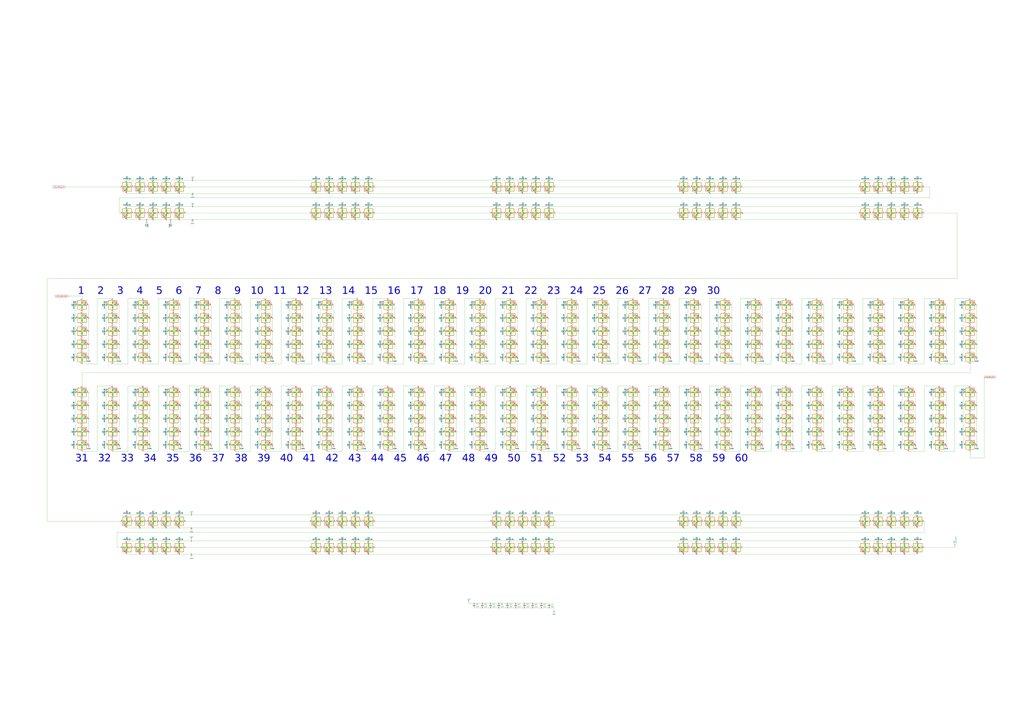
<source format=kicad_sch>
(kicad_sch (version 20250114) (generator "eeschema") (generator_version "9.0")
  (paper "A0")
  (title_block (title "Jumperless V5") (date "2024-06-15") (rev "5r2") (company "Architeuthis Flux") (comment 1 "Kevin Santo Cappuccio") (comment 2 "KevinC@ppucc.io"))
  (lib_symbols
    (symbol "+5V_1" (power) (pin_numbers (hide yes)) (pin_names (offset 0) (hide yes))
      (property "Value" "+5V" (at 0 3.556 0))
      (symbol "+5V_1_1_1"
        (pin power_in line (at 0 0 90) (length 0) (name "~") (number "1"))
      )
    )
    (symbol "GND_1" (power) (pin_numbers (hide yes)) (pin_names (offset 0) (hide yes))
      (property "Value" "GND" (at 0 -3.81 0))
      (symbol "GND_1_1_1"
        (pin power_in line (at 0 0 270) (length 0) (name "~") (number "1"))
      )
    )
    (symbol "JumperlessSymbols:C_Small" (pin_numbers (hide yes)) (pin_names (offset 0.254) (hide yes))
      (property "Reference" "C" (at 0.254 1.778 0))
      (property "Value" "Device_C_Small" (at 0.254 -2.032 0))
      (symbol "C_Small_1_1"
        (pin passive line (at 0 2.54 270) (length 2.032) (name "~") (number "1"))
        (pin passive line (at 0 -2.54 90) (length 2.032) (name "~") (number "2"))
      )
    )
    (symbol "JumperlessSymbols:TestPoint" (pin_numbers (hide yes)) (pin_names (offset 0.762) (hide yes))
      (property "Reference" "TP" (at 0 6.858 0))
      (property "Value" "TestPoint" (at 0 5.08 0))
      (symbol "TestPoint_1_1"
        (pin passive line (at 0 0 90) (length 2.54) (name "1") (number "1"))
      )
    )
    (symbol "xl-1010RGBC_1"
      (property "Reference" "U" (at 0 0 0))
      (symbol "xl-1010RGBC_1_0_0"
        (text "RGB" (at 2.286 -4.191 0) (effects (font (size 0.762 0.762))))
      )
      (symbol "xl-1010RGBC_1_1_1"
        (pin output line (at -7.62 0 0) (length 2.54) (name "DOUT") (number "1"))
        (pin power_in line (at 0 7.62 270) (length 2.54) (name "VDD") (number "2"))
        (pin power_in line (at 0 -7.62 90) (length 2.54) (name "VSS") (number "3"))
        (pin input line (at 7.62 0 180) (length 2.54) (name "DIN") (number "4"))
      )
    )
    (symbol "xl-1010RGBC_10"
      (property "Reference" "U" (at 0 0 0))
      (symbol "xl-1010RGBC_10_0_0"
        (text "RGB" (at 2.286 -4.191 0) (effects (font (size 0.762 0.762))))
      )
      (symbol "xl-1010RGBC_10_1_1"
        (pin output line (at -7.62 0 0) (length 2.54) (name "DOUT") (number "1"))
        (pin power_in line (at 0 7.62 270) (length 2.54) (name "VDD") (number "2"))
        (pin power_in line (at 0 -7.62 90) (length 2.54) (name "VSS") (number "3"))
        (pin input line (at 7.62 0 180) (length 2.54) (name "DIN") (number "4"))
      )
    )
    (symbol "xl-1010RGBC_100"
      (property "Reference" "U" (at 0 0 0))
      (symbol "xl-1010RGBC_100_0_0"
        (text "RGB" (at 2.286 -4.191 0) (effects (font (size 0.762 0.762))))
      )
      (symbol "xl-1010RGBC_100_1_1"
        (pin output line (at -7.62 0 0) (length 2.54) (name "DOUT") (number "1"))
        (pin power_in line (at 0 7.62 270) (length 2.54) (name "VDD") (number "2"))
        (pin power_in line (at 0 -7.62 90) (length 2.54) (name "VSS") (number "3"))
        (pin input line (at 7.62 0 180) (length 2.54) (name "DIN") (number "4"))
      )
    )
    (symbol "xl-1010RGBC_101"
      (property "Reference" "U" (at 0 0 0))
      (symbol "xl-1010RGBC_101_0_0"
        (text "RGB" (at 2.286 -4.191 0) (effects (font (size 0.762 0.762))))
      )
      (symbol "xl-1010RGBC_101_1_1"
        (pin output line (at -7.62 0 0) (length 2.54) (name "DOUT") (number "1"))
        (pin power_in line (at 0 7.62 270) (length 2.54) (name "VDD") (number "2"))
        (pin power_in line (at 0 -7.62 90) (length 2.54) (name "VSS") (number "3"))
        (pin input line (at 7.62 0 180) (length 2.54) (name "DIN") (number "4"))
      )
    )
    (symbol "xl-1010RGBC_102"
      (property "Reference" "U" (at 0 0 0))
      (symbol "xl-1010RGBC_102_0_0"
        (text "RGB" (at 2.286 -4.191 0) (effects (font (size 0.762 0.762))))
      )
      (symbol "xl-1010RGBC_102_1_1"
        (pin output line (at -7.62 0 0) (length 2.54) (name "DOUT") (number "1"))
        (pin power_in line (at 0 7.62 270) (length 2.54) (name "VDD") (number "2"))
        (pin power_in line (at 0 -7.62 90) (length 2.54) (name "VSS") (number "3"))
        (pin input line (at 7.62 0 180) (length 2.54) (name "DIN") (number "4"))
      )
    )
    (symbol "xl-1010RGBC_103"
      (property "Reference" "U" (at 0 0 0))
      (symbol "xl-1010RGBC_103_0_0"
        (text "RGB" (at 2.286 -4.191 0) (effects (font (size 0.762 0.762))))
      )
      (symbol "xl-1010RGBC_103_1_1"
        (pin output line (at -7.62 0 0) (length 2.54) (name "DOUT") (number "1"))
        (pin power_in line (at 0 7.62 270) (length 2.54) (name "VDD") (number "2"))
        (pin power_in line (at 0 -7.62 90) (length 2.54) (name "VSS") (number "3"))
        (pin input line (at 7.62 0 180) (length 2.54) (name "DIN") (number "4"))
      )
    )
    (symbol "xl-1010RGBC_104"
      (property "Reference" "U" (at 0 0 0))
      (symbol "xl-1010RGBC_104_0_0"
        (text "RGB" (at 2.286 -4.191 0) (effects (font (size 0.762 0.762))))
      )
      (symbol "xl-1010RGBC_104_1_1"
        (pin output line (at -7.62 0 0) (length 2.54) (name "DOUT") (number "1"))
        (pin power_in line (at 0 7.62 270) (length 2.54) (name "VDD") (number "2"))
        (pin power_in line (at 0 -7.62 90) (length 2.54) (name "VSS") (number "3"))
        (pin input line (at 7.62 0 180) (length 2.54) (name "DIN") (number "4"))
      )
    )
    (symbol "xl-1010RGBC_105"
      (property "Reference" "U" (at 0 0 0))
      (symbol "xl-1010RGBC_105_0_0"
        (text "RGB" (at 2.286 -4.191 0) (effects (font (size 0.762 0.762))))
      )
      (symbol "xl-1010RGBC_105_1_1"
        (pin output line (at -7.62 0 0) (length 2.54) (name "DOUT") (number "1"))
        (pin power_in line (at 0 7.62 270) (length 2.54) (name "VDD") (number "2"))
        (pin power_in line (at 0 -7.62 90) (length 2.54) (name "VSS") (number "3"))
        (pin input line (at 7.62 0 180) (length 2.54) (name "DIN") (number "4"))
      )
    )
    (symbol "xl-1010RGBC_106"
      (property "Reference" "U" (at 0 0 0))
      (symbol "xl-1010RGBC_106_0_0"
        (text "RGB" (at 2.286 -4.191 0) (effects (font (size 0.762 0.762))))
      )
      (symbol "xl-1010RGBC_106_1_1"
        (pin output line (at -7.62 0 0) (length 2.54) (name "DOUT") (number "1"))
        (pin power_in line (at 0 7.62 270) (length 2.54) (name "VDD") (number "2"))
        (pin power_in line (at 0 -7.62 90) (length 2.54) (name "VSS") (number "3"))
        (pin input line (at 7.62 0 180) (length 2.54) (name "DIN") (number "4"))
      )
    )
    (symbol "xl-1010RGBC_11"
      (property "Reference" "U" (at 0 0 0))
      (symbol "xl-1010RGBC_11_0_0"
        (text "RGB" (at 2.286 -4.191 0) (effects (font (size 0.762 0.762))))
      )
      (symbol "xl-1010RGBC_11_1_1"
        (pin output line (at -7.62 0 0) (length 2.54) (name "DOUT") (number "1"))
        (pin power_in line (at 0 7.62 270) (length 2.54) (name "VDD") (number "2"))
        (pin power_in line (at 0 -7.62 90) (length 2.54) (name "VSS") (number "3"))
        (pin input line (at 7.62 0 180) (length 2.54) (name "DIN") (number "4"))
      )
    )
    (symbol "xl-1010RGBC_115"
      (property "Reference" "U" (at 0 0 0))
      (symbol "xl-1010RGBC_115_0_0"
        (text "RGB" (at 2.286 -4.191 0) (effects (font (size 0.762 0.762))))
      )
      (symbol "xl-1010RGBC_115_1_1"
        (pin output line (at -7.62 0 0) (length 2.54) (name "DOUT") (number "1"))
        (pin power_in line (at 0 7.62 270) (length 2.54) (name "VDD") (number "2"))
        (pin power_in line (at 0 -7.62 90) (length 2.54) (name "VSS") (number "3"))
        (pin input line (at 7.62 0 180) (length 2.54) (name "DIN") (number "4"))
      )
    )
    (symbol "xl-1010RGBC_116"
      (property "Reference" "U" (at 0 0 0))
      (symbol "xl-1010RGBC_116_0_0"
        (text "RGB" (at 2.286 -4.191 0) (effects (font (size 0.762 0.762))))
      )
      (symbol "xl-1010RGBC_116_1_1"
        (pin output line (at -7.62 0 0) (length 2.54) (name "DOUT") (number "1"))
        (pin power_in line (at 0 7.62 270) (length 2.54) (name "VDD") (number "2"))
        (pin power_in line (at 0 -7.62 90) (length 2.54) (name "VSS") (number "3"))
        (pin input line (at 7.62 0 180) (length 2.54) (name "DIN") (number "4"))
      )
    )
    (symbol "xl-1010RGBC_117"
      (property "Reference" "U" (at 0 0 0))
      (symbol "xl-1010RGBC_117_0_0"
        (text "RGB" (at 2.286 -4.191 0) (effects (font (size 0.762 0.762))))
      )
      (symbol "xl-1010RGBC_117_1_1"
        (pin output line (at -7.62 0 0) (length 2.54) (name "DOUT") (number "1"))
        (pin power_in line (at 0 7.62 270) (length 2.54) (name "VDD") (number "2"))
        (pin power_in line (at 0 -7.62 90) (length 2.54) (name "VSS") (number "3"))
        (pin input line (at 7.62 0 180) (length 2.54) (name "DIN") (number "4"))
      )
    )
    (symbol "xl-1010RGBC_118"
      (property "Reference" "U" (at 0 0 0))
      (symbol "xl-1010RGBC_118_0_0"
        (text "RGB" (at 2.286 -4.191 0) (effects (font (size 0.762 0.762))))
      )
      (symbol "xl-1010RGBC_118_1_1"
        (pin output line (at -7.62 0 0) (length 2.54) (name "DOUT") (number "1"))
        (pin power_in line (at 0 7.62 270) (length 2.54) (name "VDD") (number "2"))
        (pin power_in line (at 0 -7.62 90) (length 2.54) (name "VSS") (number "3"))
        (pin input line (at 7.62 0 180) (length 2.54) (name "DIN") (number "4"))
      )
    )
    (symbol "xl-1010RGBC_119"
      (property "Reference" "U" (at 0 0 0))
      (symbol "xl-1010RGBC_119_0_0"
        (text "RGB" (at 2.286 -4.191 0) (effects (font (size 0.762 0.762))))
      )
      (symbol "xl-1010RGBC_119_1_1"
        (pin output line (at -7.62 0 0) (length 2.54) (name "DOUT") (number "1"))
        (pin power_in line (at 0 7.62 270) (length 2.54) (name "VDD") (number "2"))
        (pin power_in line (at 0 -7.62 90) (length 2.54) (name "VSS") (number "3"))
        (pin input line (at 7.62 0 180) (length 2.54) (name "DIN") (number "4"))
      )
    )
    (symbol "xl-1010RGBC_12"
      (property "Reference" "U" (at 0 0 0))
      (symbol "xl-1010RGBC_12_0_0"
        (text "RGB" (at 2.286 -4.191 0) (effects (font (size 0.762 0.762))))
      )
      (symbol "xl-1010RGBC_12_1_1"
        (pin output line (at -7.62 0 0) (length 2.54) (name "DOUT") (number "1"))
        (pin power_in line (at 0 7.62 270) (length 2.54) (name "VDD") (number "2"))
        (pin power_in line (at 0 -7.62 90) (length 2.54) (name "VSS") (number "3"))
        (pin input line (at 7.62 0 180) (length 2.54) (name "DIN") (number "4"))
      )
    )
    (symbol "xl-1010RGBC_120"
      (property "Reference" "U" (at 0 0 0))
      (symbol "xl-1010RGBC_120_0_0"
        (text "RGB" (at 2.286 -4.191 0) (effects (font (size 0.762 0.762))))
      )
      (symbol "xl-1010RGBC_120_1_1"
        (pin output line (at -7.62 0 0) (length 2.54) (name "DOUT") (number "1"))
        (pin power_in line (at 0 7.62 270) (length 2.54) (name "VDD") (number "2"))
        (pin power_in line (at 0 -7.62 90) (length 2.54) (name "VSS") (number "3"))
        (pin input line (at 7.62 0 180) (length 2.54) (name "DIN") (number "4"))
      )
    )
    (symbol "xl-1010RGBC_121"
      (property "Reference" "U" (at 0 0 0))
      (symbol "xl-1010RGBC_121_0_0"
        (text "RGB" (at 2.286 -4.191 0) (effects (font (size 0.762 0.762))))
      )
      (symbol "xl-1010RGBC_121_1_1"
        (pin output line (at -7.62 0 0) (length 2.54) (name "DOUT") (number "1"))
        (pin power_in line (at 0 7.62 270) (length 2.54) (name "VDD") (number "2"))
        (pin power_in line (at 0 -7.62 90) (length 2.54) (name "VSS") (number "3"))
        (pin input line (at 7.62 0 180) (length 2.54) (name "DIN") (number "4"))
      )
    )
    (symbol "xl-1010RGBC_122"
      (property "Reference" "U" (at 0 0 0))
      (symbol "xl-1010RGBC_122_0_0"
        (text "RGB" (at 2.286 -4.191 0) (effects (font (size 0.762 0.762))))
      )
      (symbol "xl-1010RGBC_122_1_1"
        (pin output line (at -7.62 0 0) (length 2.54) (name "DOUT") (number "1"))
        (pin power_in line (at 0 7.62 270) (length 2.54) (name "VDD") (number "2"))
        (pin power_in line (at 0 -7.62 90) (length 2.54) (name "VSS") (number "3"))
        (pin input line (at 7.62 0 180) (length 2.54) (name "DIN") (number "4"))
      )
    )
    (symbol "xl-1010RGBC_123"
      (property "Reference" "U" (at 0 0 0))
      (symbol "xl-1010RGBC_123_0_0"
        (text "RGB" (at 2.286 -4.191 0) (effects (font (size 0.762 0.762))))
      )
      (symbol "xl-1010RGBC_123_1_1"
        (pin output line (at -7.62 0 0) (length 2.54) (name "DOUT") (number "1"))
        (pin power_in line (at 0 7.62 270) (length 2.54) (name "VDD") (number "2"))
        (pin power_in line (at 0 -7.62 90) (length 2.54) (name "VSS") (number "3"))
        (pin input line (at 7.62 0 180) (length 2.54) (name "DIN") (number "4"))
      )
    )
    (symbol "xl-1010RGBC_124"
      (property "Reference" "U" (at 0 0 0))
      (symbol "xl-1010RGBC_124_0_0"
        (text "RGB" (at 2.286 -4.191 0) (effects (font (size 0.762 0.762))))
      )
      (symbol "xl-1010RGBC_124_1_1"
        (pin output line (at -7.62 0 0) (length 2.54) (name "DOUT") (number "1"))
        (pin power_in line (at 0 7.62 270) (length 2.54) (name "VDD") (number "2"))
        (pin power_in line (at 0 -7.62 90) (length 2.54) (name "VSS") (number "3"))
        (pin input line (at 7.62 0 180) (length 2.54) (name "DIN") (number "4"))
      )
    )
    (symbol "xl-1010RGBC_125"
      (property "Reference" "U" (at 0 0 0))
      (symbol "xl-1010RGBC_125_0_0"
        (text "RGB" (at 2.286 -4.191 0) (effects (font (size 0.762 0.762))))
      )
      (symbol "xl-1010RGBC_125_1_1"
        (pin output line (at -7.62 0 0) (length 2.54) (name "DOUT") (number "1"))
        (pin power_in line (at 0 7.62 270) (length 2.54) (name "VDD") (number "2"))
        (pin power_in line (at 0 -7.62 90) (length 2.54) (name "VSS") (number "3"))
        (pin input line (at 7.62 0 180) (length 2.54) (name "DIN") (number "4"))
      )
    )
    (symbol "xl-1010RGBC_126"
      (property "Reference" "U" (at 0 0 0))
      (symbol "xl-1010RGBC_126_0_0"
        (text "RGB" (at 2.286 -4.191 0) (effects (font (size 0.762 0.762))))
      )
      (symbol "xl-1010RGBC_126_1_1"
        (pin output line (at -7.62 0 0) (length 2.54) (name "DOUT") (number "1"))
        (pin power_in line (at 0 7.62 270) (length 2.54) (name "VDD") (number "2"))
        (pin power_in line (at 0 -7.62 90) (length 2.54) (name "VSS") (number "3"))
        (pin input line (at 7.62 0 180) (length 2.54) (name "DIN") (number "4"))
      )
    )
    (symbol "xl-1010RGBC_127"
      (property "Reference" "U" (at 0 0 0))
      (symbol "xl-1010RGBC_127_0_0"
        (text "RGB" (at 2.286 -4.191 0) (effects (font (size 0.762 0.762))))
      )
      (symbol "xl-1010RGBC_127_1_1"
        (pin output line (at -7.62 0 0) (length 2.54) (name "DOUT") (number "1"))
        (pin power_in line (at 0 7.62 270) (length 2.54) (name "VDD") (number "2"))
        (pin power_in line (at 0 -7.62 90) (length 2.54) (name "VSS") (number "3"))
        (pin input line (at 7.62 0 180) (length 2.54) (name "DIN") (number "4"))
      )
    )
    (symbol "xl-1010RGBC_128"
      (property "Reference" "U" (at 0 0 0))
      (symbol "xl-1010RGBC_128_0_0"
        (text "RGB" (at 2.286 -4.191 0) (effects (font (size 0.762 0.762))))
      )
      (symbol "xl-1010RGBC_128_1_1"
        (pin output line (at -7.62 0 0) (length 2.54) (name "DOUT") (number "1"))
        (pin power_in line (at 0 7.62 270) (length 2.54) (name "VDD") (number "2"))
        (pin power_in line (at 0 -7.62 90) (length 2.54) (name "VSS") (number "3"))
        (pin input line (at 7.62 0 180) (length 2.54) (name "DIN") (number "4"))
      )
    )
    (symbol "xl-1010RGBC_129"
      (property "Reference" "U" (at 0 0 0))
      (symbol "xl-1010RGBC_129_0_0"
        (text "RGB" (at 2.286 -4.191 0) (effects (font (size 0.762 0.762))))
      )
      (symbol "xl-1010RGBC_129_1_1"
        (pin output line (at -7.62 0 0) (length 2.54) (name "DOUT") (number "1"))
        (pin power_in line (at 0 7.62 270) (length 2.54) (name "VDD") (number "2"))
        (pin power_in line (at 0 -7.62 90) (length 2.54) (name "VSS") (number "3"))
        (pin input line (at 7.62 0 180) (length 2.54) (name "DIN") (number "4"))
      )
    )
    (symbol "xl-1010RGBC_13"
      (property "Reference" "U" (at 0 0 0))
      (symbol "xl-1010RGBC_13_0_0"
        (text "RGB" (at 2.286 -4.191 0) (effects (font (size 0.762 0.762))))
      )
      (symbol "xl-1010RGBC_13_1_1"
        (pin output line (at -7.62 0 0) (length 2.54) (name "DOUT") (number "1"))
        (pin power_in line (at 0 7.62 270) (length 2.54) (name "VDD") (number "2"))
        (pin power_in line (at 0 -7.62 90) (length 2.54) (name "VSS") (number "3"))
        (pin input line (at 7.62 0 180) (length 2.54) (name "DIN") (number "4"))
      )
    )
    (symbol "xl-1010RGBC_130"
      (property "Reference" "U" (at 0 0 0))
      (symbol "xl-1010RGBC_130_0_0"
        (text "RGB" (at 2.286 -4.191 0) (effects (font (size 0.762 0.762))))
      )
      (symbol "xl-1010RGBC_130_1_1"
        (pin output line (at -7.62 0 0) (length 2.54) (name "DOUT") (number "1"))
        (pin power_in line (at 0 7.62 270) (length 2.54) (name "VDD") (number "2"))
        (pin power_in line (at 0 -7.62 90) (length 2.54) (name "VSS") (number "3"))
        (pin input line (at 7.62 0 180) (length 2.54) (name "DIN") (number "4"))
      )
    )
    (symbol "xl-1010RGBC_131"
      (property "Reference" "U" (at 0 0 0))
      (symbol "xl-1010RGBC_131_0_0"
        (text "RGB" (at 2.286 -4.191 0) (effects (font (size 0.762 0.762))))
      )
      (symbol "xl-1010RGBC_131_1_1"
        (pin output line (at -7.62 0 0) (length 2.54) (name "DOUT") (number "1"))
        (pin power_in line (at 0 7.62 270) (length 2.54) (name "VDD") (number "2"))
        (pin power_in line (at 0 -7.62 90) (length 2.54) (name "VSS") (number "3"))
        (pin input line (at 7.62 0 180) (length 2.54) (name "DIN") (number "4"))
      )
    )
    (symbol "xl-1010RGBC_132"
      (property "Reference" "U" (at 0 0 0))
      (symbol "xl-1010RGBC_132_0_0"
        (text "RGB" (at 2.286 -4.191 0) (effects (font (size 0.762 0.762))))
      )
      (symbol "xl-1010RGBC_132_1_1"
        (pin output line (at -7.62 0 0) (length 2.54) (name "DOUT") (number "1"))
        (pin power_in line (at 0 7.62 270) (length 2.54) (name "VDD") (number "2"))
        (pin power_in line (at 0 -7.62 90) (length 2.54) (name "VSS") (number "3"))
        (pin input line (at 7.62 0 180) (length 2.54) (name "DIN") (number "4"))
      )
    )
    (symbol "xl-1010RGBC_133"
      (property "Reference" "U" (at 0 0 0))
      (symbol "xl-1010RGBC_133_0_0"
        (text "RGB" (at 2.286 -4.191 0) (effects (font (size 0.762 0.762))))
      )
      (symbol "xl-1010RGBC_133_1_1"
        (pin output line (at -7.62 0 0) (length 2.54) (name "DOUT") (number "1"))
        (pin power_in line (at 0 7.62 270) (length 2.54) (name "VDD") (number "2"))
        (pin power_in line (at 0 -7.62 90) (length 2.54) (name "VSS") (number "3"))
        (pin input line (at 7.62 0 180) (length 2.54) (name "DIN") (number "4"))
      )
    )
    (symbol "xl-1010RGBC_134"
      (property "Reference" "U" (at 0 0 0))
      (symbol "xl-1010RGBC_134_0_0"
        (text "RGB" (at 2.286 -4.191 0) (effects (font (size 0.762 0.762))))
      )
      (symbol "xl-1010RGBC_134_1_1"
        (pin output line (at -7.62 0 0) (length 2.54) (name "DOUT") (number "1"))
        (pin power_in line (at 0 7.62 270) (length 2.54) (name "VDD") (number "2"))
        (pin power_in line (at 0 -7.62 90) (length 2.54) (name "VSS") (number "3"))
        (pin input line (at 7.62 0 180) (length 2.54) (name "DIN") (number "4"))
      )
    )
    (symbol "xl-1010RGBC_135"
      (property "Reference" "U" (at 0 0 0))
      (symbol "xl-1010RGBC_135_0_0"
        (text "RGB" (at 2.286 -4.191 0) (effects (font (size 0.762 0.762))))
      )
      (symbol "xl-1010RGBC_135_1_1"
        (pin output line (at -7.62 0 0) (length 2.54) (name "DOUT") (number "1"))
        (pin power_in line (at 0 7.62 270) (length 2.54) (name "VDD") (number "2"))
        (pin power_in line (at 0 -7.62 90) (length 2.54) (name "VSS") (number "3"))
        (pin input line (at 7.62 0 180) (length 2.54) (name "DIN") (number "4"))
      )
    )
    (symbol "xl-1010RGBC_136"
      (property "Reference" "U" (at 0 0 0))
      (symbol "xl-1010RGBC_136_0_0"
        (text "RGB" (at 2.286 -4.191 0) (effects (font (size 0.762 0.762))))
      )
      (symbol "xl-1010RGBC_136_1_1"
        (pin output line (at -7.62 0 0) (length 2.54) (name "DOUT") (number "1"))
        (pin power_in line (at 0 7.62 270) (length 2.54) (name "VDD") (number "2"))
        (pin power_in line (at 0 -7.62 90) (length 2.54) (name "VSS") (number "3"))
        (pin input line (at 7.62 0 180) (length 2.54) (name "DIN") (number "4"))
      )
    )
    (symbol "xl-1010RGBC_137"
      (property "Reference" "U" (at 0 0 0))
      (symbol "xl-1010RGBC_137_0_0"
        (text "RGB" (at 2.286 -4.191 0) (effects (font (size 0.762 0.762))))
      )
      (symbol "xl-1010RGBC_137_1_1"
        (pin output line (at -7.62 0 0) (length 2.54) (name "DOUT") (number "1"))
        (pin power_in line (at 0 7.62 270) (length 2.54) (name "VDD") (number "2"))
        (pin power_in line (at 0 -7.62 90) (length 2.54) (name "VSS") (number "3"))
        (pin input line (at 7.62 0 180) (length 2.54) (name "DIN") (number "4"))
      )
    )
    (symbol "xl-1010RGBC_138"
      (property "Reference" "U" (at 0 0 0))
      (symbol "xl-1010RGBC_138_0_0"
        (text "RGB" (at 2.286 -4.191 0) (effects (font (size 0.762 0.762))))
      )
      (symbol "xl-1010RGBC_138_1_1"
        (pin output line (at -7.62 0 0) (length 2.54) (name "DOUT") (number "1"))
        (pin power_in line (at 0 7.62 270) (length 2.54) (name "VDD") (number "2"))
        (pin power_in line (at 0 -7.62 90) (length 2.54) (name "VSS") (number "3"))
        (pin input line (at 7.62 0 180) (length 2.54) (name "DIN") (number "4"))
      )
    )
    (symbol "xl-1010RGBC_139"
      (property "Reference" "U" (at 0 0 0))
      (symbol "xl-1010RGBC_139_0_0"
        (text "RGB" (at 2.286 -4.191 0) (effects (font (size 0.762 0.762))))
      )
      (symbol "xl-1010RGBC_139_1_1"
        (pin output line (at -7.62 0 0) (length 2.54) (name "DOUT") (number "1"))
        (pin power_in line (at 0 7.62 270) (length 2.54) (name "VDD") (number "2"))
        (pin power_in line (at 0 -7.62 90) (length 2.54) (name "VSS") (number "3"))
        (pin input line (at 7.62 0 180) (length 2.54) (name "DIN") (number "4"))
      )
    )
    (symbol "xl-1010RGBC_14"
      (property "Reference" "U" (at 0 0 0))
      (symbol "xl-1010RGBC_14_0_0"
        (text "RGB" (at 2.286 -4.191 0) (effects (font (size 0.762 0.762))))
      )
      (symbol "xl-1010RGBC_14_1_1"
        (pin output line (at -7.62 0 0) (length 2.54) (name "DOUT") (number "1"))
        (pin power_in line (at 0 7.62 270) (length 2.54) (name "VDD") (number "2"))
        (pin power_in line (at 0 -7.62 90) (length 2.54) (name "VSS") (number "3"))
        (pin input line (at 7.62 0 180) (length 2.54) (name "DIN") (number "4"))
      )
    )
    (symbol "xl-1010RGBC_140"
      (property "Reference" "U" (at 0 0 0))
      (symbol "xl-1010RGBC_140_0_0"
        (text "RGB" (at 2.286 -4.191 0) (effects (font (size 0.762 0.762))))
      )
      (symbol "xl-1010RGBC_140_1_1"
        (pin output line (at -7.62 0 0) (length 2.54) (name "DOUT") (number "1"))
        (pin power_in line (at 0 7.62 270) (length 2.54) (name "VDD") (number "2"))
        (pin power_in line (at 0 -7.62 90) (length 2.54) (name "VSS") (number "3"))
        (pin input line (at 7.62 0 180) (length 2.54) (name "DIN") (number "4"))
      )
    )
    (symbol "xl-1010RGBC_141"
      (property "Reference" "U" (at 0 0 0))
      (symbol "xl-1010RGBC_141_0_0"
        (text "RGB" (at 2.286 -4.191 0) (effects (font (size 0.762 0.762))))
      )
      (symbol "xl-1010RGBC_141_1_1"
        (pin output line (at -7.62 0 0) (length 2.54) (name "DOUT") (number "1"))
        (pin power_in line (at 0 7.62 270) (length 2.54) (name "VDD") (number "2"))
        (pin power_in line (at 0 -7.62 90) (length 2.54) (name "VSS") (number "3"))
        (pin input line (at 7.62 0 180) (length 2.54) (name "DIN") (number "4"))
      )
    )
    (symbol "xl-1010RGBC_142"
      (property "Reference" "U" (at 0 0 0))
      (symbol "xl-1010RGBC_142_0_0"
        (text "RGB" (at 2.286 -4.191 0) (effects (font (size 0.762 0.762))))
      )
      (symbol "xl-1010RGBC_142_1_1"
        (pin output line (at -7.62 0 0) (length 2.54) (name "DOUT") (number "1"))
        (pin power_in line (at 0 7.62 270) (length 2.54) (name "VDD") (number "2"))
        (pin power_in line (at 0 -7.62 90) (length 2.54) (name "VSS") (number "3"))
        (pin input line (at 7.62 0 180) (length 2.54) (name "DIN") (number "4"))
      )
    )
    (symbol "xl-1010RGBC_143"
      (property "Reference" "U" (at 0 0 0))
      (symbol "xl-1010RGBC_143_0_0"
        (text "RGB" (at 2.286 -4.191 0) (effects (font (size 0.762 0.762))))
      )
      (symbol "xl-1010RGBC_143_1_1"
        (pin output line (at -7.62 0 0) (length 2.54) (name "DOUT") (number "1"))
        (pin power_in line (at 0 7.62 270) (length 2.54) (name "VDD") (number "2"))
        (pin power_in line (at 0 -7.62 90) (length 2.54) (name "VSS") (number "3"))
        (pin input line (at 7.62 0 180) (length 2.54) (name "DIN") (number "4"))
      )
    )
    (symbol "xl-1010RGBC_144"
      (property "Reference" "U" (at 0 0 0))
      (symbol "xl-1010RGBC_144_0_0"
        (text "RGB" (at 2.286 -4.191 0) (effects (font (size 0.762 0.762))))
      )
      (symbol "xl-1010RGBC_144_1_1"
        (pin output line (at -7.62 0 0) (length 2.54) (name "DOUT") (number "1"))
        (pin power_in line (at 0 7.62 270) (length 2.54) (name "VDD") (number "2"))
        (pin power_in line (at 0 -7.62 90) (length 2.54) (name "VSS") (number "3"))
        (pin input line (at 7.62 0 180) (length 2.54) (name "DIN") (number "4"))
      )
    )
    (symbol "xl-1010RGBC_145"
      (property "Reference" "U" (at 0 0 0))
      (symbol "xl-1010RGBC_145_0_0"
        (text "RGB" (at 2.286 -4.191 0) (effects (font (size 0.762 0.762))))
      )
      (symbol "xl-1010RGBC_145_1_1"
        (pin output line (at -7.62 0 0) (length 2.54) (name "DOUT") (number "1"))
        (pin power_in line (at 0 7.62 270) (length 2.54) (name "VDD") (number "2"))
        (pin power_in line (at 0 -7.62 90) (length 2.54) (name "VSS") (number "3"))
        (pin input line (at 7.62 0 180) (length 2.54) (name "DIN") (number "4"))
      )
    )
    (symbol "xl-1010RGBC_146"
      (property "Reference" "U" (at 0 0 0))
      (symbol "xl-1010RGBC_146_0_0"
        (text "RGB" (at 2.286 -4.191 0) (effects (font (size 0.762 0.762))))
      )
      (symbol "xl-1010RGBC_146_1_1"
        (pin output line (at -7.62 0 0) (length 2.54) (name "DOUT") (number "1"))
        (pin power_in line (at 0 7.62 270) (length 2.54) (name "VDD") (number "2"))
        (pin power_in line (at 0 -7.62 90) (length 2.54) (name "VSS") (number "3"))
        (pin input line (at 7.62 0 180) (length 2.54) (name "DIN") (number "4"))
      )
    )
    (symbol "xl-1010RGBC_147"
      (property "Reference" "U" (at 0 0 0))
      (symbol "xl-1010RGBC_147_0_0"
        (text "RGB" (at 2.286 -4.191 0) (effects (font (size 0.762 0.762))))
      )
      (symbol "xl-1010RGBC_147_1_1"
        (pin output line (at -7.62 0 0) (length 2.54) (name "DOUT") (number "1"))
        (pin power_in line (at 0 7.62 270) (length 2.54) (name "VDD") (number "2"))
        (pin power_in line (at 0 -7.62 90) (length 2.54) (name "VSS") (number "3"))
        (pin input line (at 7.62 0 180) (length 2.54) (name "DIN") (number "4"))
      )
    )
    (symbol "xl-1010RGBC_148"
      (property "Reference" "U" (at 0 0 0))
      (symbol "xl-1010RGBC_148_0_0"
        (text "RGB" (at 2.286 -4.191 0) (effects (font (size 0.762 0.762))))
      )
      (symbol "xl-1010RGBC_148_1_1"
        (pin output line (at -7.62 0 0) (length 2.54) (name "DOUT") (number "1"))
        (pin power_in line (at 0 7.62 270) (length 2.54) (name "VDD") (number "2"))
        (pin power_in line (at 0 -7.62 90) (length 2.54) (name "VSS") (number "3"))
        (pin input line (at 7.62 0 180) (length 2.54) (name "DIN") (number "4"))
      )
    )
    (symbol "xl-1010RGBC_149"
      (property "Reference" "U" (at 0 0 0))
      (symbol "xl-1010RGBC_149_0_0"
        (text "RGB" (at 2.286 -4.191 0) (effects (font (size 0.762 0.762))))
      )
      (symbol "xl-1010RGBC_149_1_1"
        (pin output line (at -7.62 0 0) (length 2.54) (name "DOUT") (number "1"))
        (pin power_in line (at 0 7.62 270) (length 2.54) (name "VDD") (number "2"))
        (pin power_in line (at 0 -7.62 90) (length 2.54) (name "VSS") (number "3"))
        (pin input line (at 7.62 0 180) (length 2.54) (name "DIN") (number "4"))
      )
    )
    (symbol "xl-1010RGBC_15"
      (property "Reference" "U" (at 0 0 0))
      (symbol "xl-1010RGBC_15_0_0"
        (text "RGB" (at 2.286 -4.191 0) (effects (font (size 0.762 0.762))))
      )
      (symbol "xl-1010RGBC_15_1_1"
        (pin output line (at -7.62 0 0) (length 2.54) (name "DOUT") (number "1"))
        (pin power_in line (at 0 7.62 270) (length 2.54) (name "VDD") (number "2"))
        (pin power_in line (at 0 -7.62 90) (length 2.54) (name "VSS") (number "3"))
        (pin input line (at 7.62 0 180) (length 2.54) (name "DIN") (number "4"))
      )
    )
    (symbol "xl-1010RGBC_150"
      (property "Reference" "U" (at 0 0 0))
      (symbol "xl-1010RGBC_150_0_0"
        (text "RGB" (at 2.286 -4.191 0) (effects (font (size 0.762 0.762))))
      )
      (symbol "xl-1010RGBC_150_1_1"
        (pin output line (at -7.62 0 0) (length 2.54) (name "DOUT") (number "1"))
        (pin power_in line (at 0 7.62 270) (length 2.54) (name "VDD") (number "2"))
        (pin power_in line (at 0 -7.62 90) (length 2.54) (name "VSS") (number "3"))
        (pin input line (at 7.62 0 180) (length 2.54) (name "DIN") (number "4"))
      )
    )
    (symbol "xl-1010RGBC_151"
      (property "Reference" "U" (at 0 0 0))
      (symbol "xl-1010RGBC_151_0_0"
        (text "RGB" (at 2.286 -4.191 0) (effects (font (size 0.762 0.762))))
      )
      (symbol "xl-1010RGBC_151_1_1"
        (pin output line (at -7.62 0 0) (length 2.54) (name "DOUT") (number "1"))
        (pin power_in line (at 0 7.62 270) (length 2.54) (name "VDD") (number "2"))
        (pin power_in line (at 0 -7.62 90) (length 2.54) (name "VSS") (number "3"))
        (pin input line (at 7.62 0 180) (length 2.54) (name "DIN") (number "4"))
      )
    )
    (symbol "xl-1010RGBC_152"
      (property "Reference" "U" (at 0 0 0))
      (symbol "xl-1010RGBC_152_0_0"
        (text "RGB" (at 2.286 -4.191 0) (effects (font (size 0.762 0.762))))
      )
      (symbol "xl-1010RGBC_152_1_1"
        (pin output line (at -7.62 0 0) (length 2.54) (name "DOUT") (number "1"))
        (pin power_in line (at 0 7.62 270) (length 2.54) (name "VDD") (number "2"))
        (pin power_in line (at 0 -7.62 90) (length 2.54) (name "VSS") (number "3"))
        (pin input line (at 7.62 0 180) (length 2.54) (name "DIN") (number "4"))
      )
    )
    (symbol "xl-1010RGBC_153"
      (property "Reference" "U" (at 0 0 0))
      (symbol "xl-1010RGBC_153_0_0"
        (text "RGB" (at 2.286 -4.191 0) (effects (font (size 0.762 0.762))))
      )
      (symbol "xl-1010RGBC_153_1_1"
        (pin output line (at -7.62 0 0) (length 2.54) (name "DOUT") (number "1"))
        (pin power_in line (at 0 7.62 270) (length 2.54) (name "VDD") (number "2"))
        (pin power_in line (at 0 -7.62 90) (length 2.54) (name "VSS") (number "3"))
        (pin input line (at 7.62 0 180) (length 2.54) (name "DIN") (number "4"))
      )
    )
    (symbol "xl-1010RGBC_154"
      (property "Reference" "U" (at 0 0 0))
      (symbol "xl-1010RGBC_154_0_0"
        (text "RGB" (at 2.286 -4.191 0) (effects (font (size 0.762 0.762))))
      )
      (symbol "xl-1010RGBC_154_1_1"
        (pin output line (at -7.62 0 0) (length 2.54) (name "DOUT") (number "1"))
        (pin power_in line (at 0 7.62 270) (length 2.54) (name "VDD") (number "2"))
        (pin power_in line (at 0 -7.62 90) (length 2.54) (name "VSS") (number "3"))
        (pin input line (at 7.62 0 180) (length 2.54) (name "DIN") (number "4"))
      )
    )
    (symbol "xl-1010RGBC_155"
      (property "Reference" "U" (at 0 0 0))
      (symbol "xl-1010RGBC_155_0_0"
        (text "RGB" (at 2.286 -4.191 0) (effects (font (size 0.762 0.762))))
      )
      (symbol "xl-1010RGBC_155_1_1"
        (pin output line (at -7.62 0 0) (length 2.54) (name "DOUT") (number "1"))
        (pin power_in line (at 0 7.62 270) (length 2.54) (name "VDD") (number "2"))
        (pin power_in line (at 0 -7.62 90) (length 2.54) (name "VSS") (number "3"))
        (pin input line (at 7.62 0 180) (length 2.54) (name "DIN") (number "4"))
      )
    )
    (symbol "xl-1010RGBC_156"
      (property "Reference" "U" (at 0 0 0))
      (symbol "xl-1010RGBC_156_0_0"
        (text "RGB" (at 2.286 -4.191 0) (effects (font (size 0.762 0.762))))
      )
      (symbol "xl-1010RGBC_156_1_1"
        (pin output line (at -7.62 0 0) (length 2.54) (name "DOUT") (number "1"))
        (pin power_in line (at 0 7.62 270) (length 2.54) (name "VDD") (number "2"))
        (pin power_in line (at 0 -7.62 90) (length 2.54) (name "VSS") (number "3"))
        (pin input line (at 7.62 0 180) (length 2.54) (name "DIN") (number "4"))
      )
    )
    (symbol "xl-1010RGBC_157"
      (property "Reference" "U" (at 0 0 0))
      (symbol "xl-1010RGBC_157_0_0"
        (text "RGB" (at 2.286 -4.191 0) (effects (font (size 0.762 0.762))))
      )
      (symbol "xl-1010RGBC_157_1_1"
        (pin output line (at -7.62 0 0) (length 2.54) (name "DOUT") (number "1"))
        (pin power_in line (at 0 7.62 270) (length 2.54) (name "VDD") (number "2"))
        (pin power_in line (at 0 -7.62 90) (length 2.54) (name "VSS") (number "3"))
        (pin input line (at 7.62 0 180) (length 2.54) (name "DIN") (number "4"))
      )
    )
    (symbol "xl-1010RGBC_158"
      (property "Reference" "U" (at 0 0 0))
      (symbol "xl-1010RGBC_158_0_0"
        (text "RGB" (at 2.286 -4.191 0) (effects (font (size 0.762 0.762))))
      )
      (symbol "xl-1010RGBC_158_1_1"
        (pin output line (at -7.62 0 0) (length 2.54) (name "DOUT") (number "1"))
        (pin power_in line (at 0 7.62 270) (length 2.54) (name "VDD") (number "2"))
        (pin power_in line (at 0 -7.62 90) (length 2.54) (name "VSS") (number "3"))
        (pin input line (at 7.62 0 180) (length 2.54) (name "DIN") (number "4"))
      )
    )
    (symbol "xl-1010RGBC_159"
      (property "Reference" "U" (at 0 0 0))
      (symbol "xl-1010RGBC_159_0_0"
        (text "RGB" (at 2.286 -4.191 0) (effects (font (size 0.762 0.762))))
      )
      (symbol "xl-1010RGBC_159_1_1"
        (pin output line (at -7.62 0 0) (length 2.54) (name "DOUT") (number "1"))
        (pin power_in line (at 0 7.62 270) (length 2.54) (name "VDD") (number "2"))
        (pin power_in line (at 0 -7.62 90) (length 2.54) (name "VSS") (number "3"))
        (pin input line (at 7.62 0 180) (length 2.54) (name "DIN") (number "4"))
      )
    )
    (symbol "xl-1010RGBC_16"
      (property "Reference" "U" (at 0 0 0))
      (symbol "xl-1010RGBC_16_0_0"
        (text "RGB" (at 2.286 -4.191 0) (effects (font (size 0.762 0.762))))
      )
      (symbol "xl-1010RGBC_16_1_1"
        (pin output line (at -7.62 0 0) (length 2.54) (name "DOUT") (number "1"))
        (pin power_in line (at 0 7.62 270) (length 2.54) (name "VDD") (number "2"))
        (pin power_in line (at 0 -7.62 90) (length 2.54) (name "VSS") (number "3"))
        (pin input line (at 7.62 0 180) (length 2.54) (name "DIN") (number "4"))
      )
    )
    (symbol "xl-1010RGBC_160"
      (property "Reference" "U" (at 0 0 0))
      (symbol "xl-1010RGBC_160_0_0"
        (text "RGB" (at 2.286 -4.191 0) (effects (font (size 0.762 0.762))))
      )
      (symbol "xl-1010RGBC_160_1_1"
        (pin output line (at -7.62 0 0) (length 2.54) (name "DOUT") (number "1"))
        (pin power_in line (at 0 7.62 270) (length 2.54) (name "VDD") (number "2"))
        (pin power_in line (at 0 -7.62 90) (length 2.54) (name "VSS") (number "3"))
        (pin input line (at 7.62 0 180) (length 2.54) (name "DIN") (number "4"))
      )
    )
    (symbol "xl-1010RGBC_161"
      (property "Reference" "U" (at 0 0 0))
      (symbol "xl-1010RGBC_161_0_0"
        (text "RGB" (at 2.286 -4.191 0) (effects (font (size 0.762 0.762))))
      )
      (symbol "xl-1010RGBC_161_1_1"
        (pin output line (at -7.62 0 0) (length 2.54) (name "DOUT") (number "1"))
        (pin power_in line (at 0 7.62 270) (length 2.54) (name "VDD") (number "2"))
        (pin power_in line (at 0 -7.62 90) (length 2.54) (name "VSS") (number "3"))
        (pin input line (at 7.62 0 180) (length 2.54) (name "DIN") (number "4"))
      )
    )
    (symbol "xl-1010RGBC_162"
      (property "Reference" "U" (at 0 0 0))
      (symbol "xl-1010RGBC_162_0_0"
        (text "RGB" (at 2.286 -4.191 0) (effects (font (size 0.762 0.762))))
      )
      (symbol "xl-1010RGBC_162_1_1"
        (pin output line (at -7.62 0 0) (length 2.54) (name "DOUT") (number "1"))
        (pin power_in line (at 0 7.62 270) (length 2.54) (name "VDD") (number "2"))
        (pin power_in line (at 0 -7.62 90) (length 2.54) (name "VSS") (number "3"))
        (pin input line (at 7.62 0 180) (length 2.54) (name "DIN") (number "4"))
      )
    )
    (symbol "xl-1010RGBC_163"
      (property "Reference" "U" (at 0 0 0))
      (symbol "xl-1010RGBC_163_0_0"
        (text "RGB" (at 2.286 -4.191 0) (effects (font (size 0.762 0.762))))
      )
      (symbol "xl-1010RGBC_163_1_1"
        (pin output line (at -7.62 0 0) (length 2.54) (name "DOUT") (number "1"))
        (pin power_in line (at 0 7.62 270) (length 2.54) (name "VDD") (number "2"))
        (pin power_in line (at 0 -7.62 90) (length 2.54) (name "VSS") (number "3"))
        (pin input line (at 7.62 0 180) (length 2.54) (name "DIN") (number "4"))
      )
    )
    (symbol "xl-1010RGBC_164"
      (property "Reference" "U" (at 0 0 0))
      (symbol "xl-1010RGBC_164_0_0"
        (text "RGB" (at 2.286 -4.191 0) (effects (font (size 0.762 0.762))))
      )
      (symbol "xl-1010RGBC_164_1_1"
        (pin output line (at -7.62 0 0) (length 2.54) (name "DOUT") (number "1"))
        (pin power_in line (at 0 7.62 270) (length 2.54) (name "VDD") (number "2"))
        (pin power_in line (at 0 -7.62 90) (length 2.54) (name "VSS") (number "3"))
        (pin input line (at 7.62 0 180) (length 2.54) (name "DIN") (number "4"))
      )
    )
    (symbol "xl-1010RGBC_166"
      (property "Reference" "U" (at 0 0 0))
      (symbol "xl-1010RGBC_166_0_0"
        (text "RGB" (at 2.286 -4.191 0) (effects (font (size 0.762 0.762))))
      )
      (symbol "xl-1010RGBC_166_1_1"
        (pin output line (at -7.62 0 0) (length 2.54) (name "DOUT") (number "1"))
        (pin power_in line (at 0 7.62 270) (length 2.54) (name "VDD") (number "2"))
        (pin power_in line (at 0 -7.62 90) (length 2.54) (name "VSS") (number "3"))
        (pin input line (at 7.62 0 180) (length 2.54) (name "DIN") (number "4"))
      )
    )
    (symbol "xl-1010RGBC_167"
      (property "Reference" "U" (at 0 0 0))
      (symbol "xl-1010RGBC_167_0_0"
        (text "RGB" (at 2.286 -4.191 0) (effects (font (size 0.762 0.762))))
      )
      (symbol "xl-1010RGBC_167_1_1"
        (pin output line (at -7.62 0 0) (length 2.54) (name "DOUT") (number "1"))
        (pin power_in line (at 0 7.62 270) (length 2.54) (name "VDD") (number "2"))
        (pin power_in line (at 0 -7.62 90) (length 2.54) (name "VSS") (number "3"))
        (pin input line (at 7.62 0 180) (length 2.54) (name "DIN") (number "4"))
      )
    )
    (symbol "xl-1010RGBC_168"
      (property "Reference" "U" (at 0 0 0))
      (symbol "xl-1010RGBC_168_0_0"
        (text "RGB" (at 2.286 -4.191 0) (effects (font (size 0.762 0.762))))
      )
      (symbol "xl-1010RGBC_168_1_1"
        (pin output line (at -7.62 0 0) (length 2.54) (name "DOUT") (number "1"))
        (pin power_in line (at 0 7.62 270) (length 2.54) (name "VDD") (number "2"))
        (pin power_in line (at 0 -7.62 90) (length 2.54) (name "VSS") (number "3"))
        (pin input line (at 7.62 0 180) (length 2.54) (name "DIN") (number "4"))
      )
    )
    (symbol "xl-1010RGBC_17"
      (property "Reference" "U" (at 0 0 0))
      (symbol "xl-1010RGBC_17_0_0"
        (text "RGB" (at 2.286 -4.191 0) (effects (font (size 0.762 0.762))))
      )
      (symbol "xl-1010RGBC_17_1_1"
        (pin output line (at -7.62 0 0) (length 2.54) (name "DOUT") (number "1"))
        (pin power_in line (at 0 7.62 270) (length 2.54) (name "VDD") (number "2"))
        (pin power_in line (at 0 -7.62 90) (length 2.54) (name "VSS") (number "3"))
        (pin input line (at 7.62 0 180) (length 2.54) (name "DIN") (number "4"))
      )
    )
    (symbol "xl-1010RGBC_170"
      (property "Reference" "U" (at 0 0 0))
      (symbol "xl-1010RGBC_170_0_0"
        (text "RGB" (at 2.286 -4.191 0) (effects (font (size 0.762 0.762))))
      )
      (symbol "xl-1010RGBC_170_1_1"
        (pin output line (at -7.62 0 0) (length 2.54) (name "DOUT") (number "1"))
        (pin power_in line (at 0 7.62 270) (length 2.54) (name "VDD") (number "2"))
        (pin power_in line (at 0 -7.62 90) (length 2.54) (name "VSS") (number "3"))
        (pin input line (at 7.62 0 180) (length 2.54) (name "DIN") (number "4"))
      )
    )
    (symbol "xl-1010RGBC_171"
      (property "Reference" "U" (at 0 0 0))
      (symbol "xl-1010RGBC_171_0_0"
        (text "RGB" (at 2.286 -4.191 0) (effects (font (size 0.762 0.762))))
      )
      (symbol "xl-1010RGBC_171_1_1"
        (pin output line (at -7.62 0 0) (length 2.54) (name "DOUT") (number "1"))
        (pin power_in line (at 0 7.62 270) (length 2.54) (name "VDD") (number "2"))
        (pin power_in line (at 0 -7.62 90) (length 2.54) (name "VSS") (number "3"))
        (pin input line (at 7.62 0 180) (length 2.54) (name "DIN") (number "4"))
      )
    )
    (symbol "xl-1010RGBC_172"
      (property "Reference" "U" (at 0 0 0))
      (symbol "xl-1010RGBC_172_0_0"
        (text "RGB" (at 2.286 -4.191 0) (effects (font (size 0.762 0.762))))
      )
      (symbol "xl-1010RGBC_172_1_1"
        (pin output line (at -7.62 0 0) (length 2.54) (name "DOUT") (number "1"))
        (pin power_in line (at 0 7.62 270) (length 2.54) (name "VDD") (number "2"))
        (pin power_in line (at 0 -7.62 90) (length 2.54) (name "VSS") (number "3"))
        (pin input line (at 7.62 0 180) (length 2.54) (name "DIN") (number "4"))
      )
    )
    (symbol "xl-1010RGBC_173"
      (property "Reference" "U" (at 0 0 0))
      (symbol "xl-1010RGBC_173_0_0"
        (text "RGB" (at 2.286 -4.191 0) (effects (font (size 0.762 0.762))))
      )
      (symbol "xl-1010RGBC_173_1_1"
        (pin output line (at -7.62 0 0) (length 2.54) (name "DOUT") (number "1"))
        (pin power_in line (at 0 7.62 270) (length 2.54) (name "VDD") (number "2"))
        (pin power_in line (at 0 -7.62 90) (length 2.54) (name "VSS") (number "3"))
        (pin input line (at 7.62 0 180) (length 2.54) (name "DIN") (number "4"))
      )
    )
    (symbol "xl-1010RGBC_174"
      (property "Reference" "U" (at 0 0 0))
      (symbol "xl-1010RGBC_174_0_0"
        (text "RGB" (at 2.286 -4.191 0) (effects (font (size 0.762 0.762))))
      )
      (symbol "xl-1010RGBC_174_1_1"
        (pin output line (at -7.62 0 0) (length 2.54) (name "DOUT") (number "1"))
        (pin power_in line (at 0 7.62 270) (length 2.54) (name "VDD") (number "2"))
        (pin power_in line (at 0 -7.62 90) (length 2.54) (name "VSS") (number "3"))
        (pin input line (at 7.62 0 180) (length 2.54) (name "DIN") (number "4"))
      )
    )
    (symbol "xl-1010RGBC_175"
      (property "Reference" "U" (at 0 0 0))
      (symbol "xl-1010RGBC_175_0_0"
        (text "RGB" (at 2.286 -4.191 0) (effects (font (size 0.762 0.762))))
      )
      (symbol "xl-1010RGBC_175_1_1"
        (pin output line (at -7.62 0 0) (length 2.54) (name "DOUT") (number "1"))
        (pin power_in line (at 0 7.62 270) (length 2.54) (name "VDD") (number "2"))
        (pin power_in line (at 0 -7.62 90) (length 2.54) (name "VSS") (number "3"))
        (pin input line (at 7.62 0 180) (length 2.54) (name "DIN") (number "4"))
      )
    )
    (symbol "xl-1010RGBC_176"
      (property "Reference" "U" (at 0 0 0))
      (symbol "xl-1010RGBC_176_0_0"
        (text "RGB" (at 2.286 -4.191 0) (effects (font (size 0.762 0.762))))
      )
      (symbol "xl-1010RGBC_176_1_1"
        (pin output line (at -7.62 0 0) (length 2.54) (name "DOUT") (number "1"))
        (pin power_in line (at 0 7.62 270) (length 2.54) (name "VDD") (number "2"))
        (pin power_in line (at 0 -7.62 90) (length 2.54) (name "VSS") (number "3"))
        (pin input line (at 7.62 0 180) (length 2.54) (name "DIN") (number "4"))
      )
    )
    (symbol "xl-1010RGBC_177"
      (property "Reference" "U" (at 0 0 0))
      (symbol "xl-1010RGBC_177_0_0"
        (text "RGB" (at 2.286 -4.191 0) (effects (font (size 0.762 0.762))))
      )
      (symbol "xl-1010RGBC_177_1_1"
        (pin output line (at -7.62 0 0) (length 2.54) (name "DOUT") (number "1"))
        (pin power_in line (at 0 7.62 270) (length 2.54) (name "VDD") (number "2"))
        (pin power_in line (at 0 -7.62 90) (length 2.54) (name "VSS") (number "3"))
        (pin input line (at 7.62 0 180) (length 2.54) (name "DIN") (number "4"))
      )
    )
    (symbol "xl-1010RGBC_178"
      (property "Reference" "U" (at 0 0 0))
      (symbol "xl-1010RGBC_178_0_0"
        (text "RGB" (at 2.286 -4.191 0) (effects (font (size 0.762 0.762))))
      )
      (symbol "xl-1010RGBC_178_1_1"
        (pin output line (at -7.62 0 0) (length 2.54) (name "DOUT") (number "1"))
        (pin power_in line (at 0 7.62 270) (length 2.54) (name "VDD") (number "2"))
        (pin power_in line (at 0 -7.62 90) (length 2.54) (name "VSS") (number "3"))
        (pin input line (at 7.62 0 180) (length 2.54) (name "DIN") (number "4"))
      )
    )
    (symbol "xl-1010RGBC_179"
      (property "Reference" "U" (at 0 0 0))
      (symbol "xl-1010RGBC_179_0_0"
        (text "RGB" (at 2.286 -4.191 0) (effects (font (size 0.762 0.762))))
      )
      (symbol "xl-1010RGBC_179_1_1"
        (pin output line (at -7.62 0 0) (length 2.54) (name "DOUT") (number "1"))
        (pin power_in line (at 0 7.62 270) (length 2.54) (name "VDD") (number "2"))
        (pin power_in line (at 0 -7.62 90) (length 2.54) (name "VSS") (number "3"))
        (pin input line (at 7.62 0 180) (length 2.54) (name "DIN") (number "4"))
      )
    )
    (symbol "xl-1010RGBC_18"
      (property "Reference" "U" (at 0 0 0))
      (symbol "xl-1010RGBC_18_0_0"
        (text "RGB" (at 2.286 -4.191 0) (effects (font (size 0.762 0.762))))
      )
      (symbol "xl-1010RGBC_18_1_1"
        (pin output line (at -7.62 0 0) (length 2.54) (name "DOUT") (number "1"))
        (pin power_in line (at 0 7.62 270) (length 2.54) (name "VDD") (number "2"))
        (pin power_in line (at 0 -7.62 90) (length 2.54) (name "VSS") (number "3"))
        (pin input line (at 7.62 0 180) (length 2.54) (name "DIN") (number "4"))
      )
    )
    (symbol "xl-1010RGBC_180"
      (property "Reference" "U" (at 0 0 0))
      (symbol "xl-1010RGBC_180_0_0"
        (text "RGB" (at 2.286 -4.191 0) (effects (font (size 0.762 0.762))))
      )
      (symbol "xl-1010RGBC_180_1_1"
        (pin output line (at -7.62 0 0) (length 2.54) (name "DOUT") (number "1"))
        (pin power_in line (at 0 7.62 270) (length 2.54) (name "VDD") (number "2"))
        (pin power_in line (at 0 -7.62 90) (length 2.54) (name "VSS") (number "3"))
        (pin input line (at 7.62 0 180) (length 2.54) (name "DIN") (number "4"))
      )
    )
    (symbol "xl-1010RGBC_181"
      (property "Reference" "U" (at 0 0 0))
      (symbol "xl-1010RGBC_181_0_0"
        (text "RGB" (at 2.286 -4.191 0) (effects (font (size 0.762 0.762))))
      )
      (symbol "xl-1010RGBC_181_1_1"
        (pin output line (at -7.62 0 0) (length 2.54) (name "DOUT") (number "1"))
        (pin power_in line (at 0 7.62 270) (length 2.54) (name "VDD") (number "2"))
        (pin power_in line (at 0 -7.62 90) (length 2.54) (name "VSS") (number "3"))
        (pin input line (at 7.62 0 180) (length 2.54) (name "DIN") (number "4"))
      )
    )
    (symbol "xl-1010RGBC_182"
      (property "Reference" "U" (at 0 0 0))
      (symbol "xl-1010RGBC_182_0_0"
        (text "RGB" (at 2.286 -4.191 0) (effects (font (size 0.762 0.762))))
      )
      (symbol "xl-1010RGBC_182_1_1"
        (pin output line (at -7.62 0 0) (length 2.54) (name "DOUT") (number "1"))
        (pin power_in line (at 0 7.62 270) (length 2.54) (name "VDD") (number "2"))
        (pin power_in line (at 0 -7.62 90) (length 2.54) (name "VSS") (number "3"))
        (pin input line (at 7.62 0 180) (length 2.54) (name "DIN") (number "4"))
      )
    )
    (symbol "xl-1010RGBC_184"
      (property "Reference" "U" (at 0 0 0))
      (symbol "xl-1010RGBC_184_0_0"
        (text "RGB" (at 2.286 -4.191 0) (effects (font (size 0.762 0.762))))
      )
      (symbol "xl-1010RGBC_184_1_1"
        (pin output line (at -7.62 0 0) (length 2.54) (name "DOUT") (number "1"))
        (pin power_in line (at 0 7.62 270) (length 2.54) (name "VDD") (number "2"))
        (pin power_in line (at 0 -7.62 90) (length 2.54) (name "VSS") (number "3"))
        (pin input line (at 7.62 0 180) (length 2.54) (name "DIN") (number "4"))
      )
    )
    (symbol "xl-1010RGBC_185"
      (property "Reference" "U" (at 0 0 0))
      (symbol "xl-1010RGBC_185_0_0"
        (text "RGB" (at 2.286 -4.191 0) (effects (font (size 0.762 0.762))))
      )
      (symbol "xl-1010RGBC_185_1_1"
        (pin output line (at -7.62 0 0) (length 2.54) (name "DOUT") (number "1"))
        (pin power_in line (at 0 7.62 270) (length 2.54) (name "VDD") (number "2"))
        (pin power_in line (at 0 -7.62 90) (length 2.54) (name "VSS") (number "3"))
        (pin input line (at 7.62 0 180) (length 2.54) (name "DIN") (number "4"))
      )
    )
    (symbol "xl-1010RGBC_186"
      (property "Reference" "U" (at 0 0 0))
      (symbol "xl-1010RGBC_186_0_0"
        (text "RGB" (at 2.286 -4.191 0) (effects (font (size 0.762 0.762))))
      )
      (symbol "xl-1010RGBC_186_1_1"
        (pin output line (at -7.62 0 0) (length 2.54) (name "DOUT") (number "1"))
        (pin power_in line (at 0 7.62 270) (length 2.54) (name "VDD") (number "2"))
        (pin power_in line (at 0 -7.62 90) (length 2.54) (name "VSS") (number "3"))
        (pin input line (at 7.62 0 180) (length 2.54) (name "DIN") (number "4"))
      )
    )
    (symbol "xl-1010RGBC_187"
      (property "Reference" "U" (at 0 0 0))
      (symbol "xl-1010RGBC_187_0_0"
        (text "RGB" (at 2.286 -4.191 0) (effects (font (size 0.762 0.762))))
      )
      (symbol "xl-1010RGBC_187_1_1"
        (pin output line (at -7.62 0 0) (length 2.54) (name "DOUT") (number "1"))
        (pin power_in line (at 0 7.62 270) (length 2.54) (name "VDD") (number "2"))
        (pin power_in line (at 0 -7.62 90) (length 2.54) (name "VSS") (number "3"))
        (pin input line (at 7.62 0 180) (length 2.54) (name "DIN") (number "4"))
      )
    )
    (symbol "xl-1010RGBC_188"
      (property "Reference" "U" (at 0 0 0))
      (symbol "xl-1010RGBC_188_0_0"
        (text "RGB" (at 2.286 -4.191 0) (effects (font (size 0.762 0.762))))
      )
      (symbol "xl-1010RGBC_188_1_1"
        (pin output line (at -7.62 0 0) (length 2.54) (name "DOUT") (number "1"))
        (pin power_in line (at 0 7.62 270) (length 2.54) (name "VDD") (number "2"))
        (pin power_in line (at 0 -7.62 90) (length 2.54) (name "VSS") (number "3"))
        (pin input line (at 7.62 0 180) (length 2.54) (name "DIN") (number "4"))
      )
    )
    (symbol "xl-1010RGBC_189"
      (property "Reference" "U" (at 0 0 0))
      (symbol "xl-1010RGBC_189_0_0"
        (text "RGB" (at 2.286 -4.191 0) (effects (font (size 0.762 0.762))))
      )
      (symbol "xl-1010RGBC_189_1_1"
        (pin output line (at -7.62 0 0) (length 2.54) (name "DOUT") (number "1"))
        (pin power_in line (at 0 7.62 270) (length 2.54) (name "VDD") (number "2"))
        (pin power_in line (at 0 -7.62 90) (length 2.54) (name "VSS") (number "3"))
        (pin input line (at 7.62 0 180) (length 2.54) (name "DIN") (number "4"))
      )
    )
    (symbol "xl-1010RGBC_19"
      (property "Reference" "U" (at 0 0 0))
      (symbol "xl-1010RGBC_19_0_0"
        (text "RGB" (at 2.286 -4.191 0) (effects (font (size 0.762 0.762))))
      )
      (symbol "xl-1010RGBC_19_1_1"
        (pin output line (at -7.62 0 0) (length 2.54) (name "DOUT") (number "1"))
        (pin power_in line (at 0 7.62 270) (length 2.54) (name "VDD") (number "2"))
        (pin power_in line (at 0 -7.62 90) (length 2.54) (name "VSS") (number "3"))
        (pin input line (at 7.62 0 180) (length 2.54) (name "DIN") (number "4"))
      )
    )
    (symbol "xl-1010RGBC_190"
      (property "Reference" "U" (at 0 0 0))
      (symbol "xl-1010RGBC_190_0_0"
        (text "RGB" (at 2.286 -4.191 0) (effects (font (size 0.762 0.762))))
      )
      (symbol "xl-1010RGBC_190_1_1"
        (pin output line (at -7.62 0 0) (length 2.54) (name "DOUT") (number "1"))
        (pin power_in line (at 0 7.62 270) (length 2.54) (name "VDD") (number "2"))
        (pin power_in line (at 0 -7.62 90) (length 2.54) (name "VSS") (number "3"))
        (pin input line (at 7.62 0 180) (length 2.54) (name "DIN") (number "4"))
      )
    )
    (symbol "xl-1010RGBC_191"
      (property "Reference" "U" (at 0 0 0))
      (symbol "xl-1010RGBC_191_0_0"
        (text "RGB" (at 2.286 -4.191 0) (effects (font (size 0.762 0.762))))
      )
      (symbol "xl-1010RGBC_191_1_1"
        (pin output line (at -7.62 0 0) (length 2.54) (name "DOUT") (number "1"))
        (pin power_in line (at 0 7.62 270) (length 2.54) (name "VDD") (number "2"))
        (pin power_in line (at 0 -7.62 90) (length 2.54) (name "VSS") (number "3"))
        (pin input line (at 7.62 0 180) (length 2.54) (name "DIN") (number "4"))
      )
    )
    (symbol "xl-1010RGBC_192"
      (property "Reference" "U" (at 0 0 0))
      (symbol "xl-1010RGBC_192_0_0"
        (text "RGB" (at 2.286 -4.191 0) (effects (font (size 0.762 0.762))))
      )
      (symbol "xl-1010RGBC_192_1_1"
        (pin output line (at -7.62 0 0) (length 2.54) (name "DOUT") (number "1"))
        (pin power_in line (at 0 7.62 270) (length 2.54) (name "VDD") (number "2"))
        (pin power_in line (at 0 -7.62 90) (length 2.54) (name "VSS") (number "3"))
        (pin input line (at 7.62 0 180) (length 2.54) (name "DIN") (number "4"))
      )
    )
    (symbol "xl-1010RGBC_193"
      (property "Reference" "U" (at 0 0 0))
      (symbol "xl-1010RGBC_193_0_0"
        (text "RGB" (at 2.286 -4.191 0) (effects (font (size 0.762 0.762))))
      )
      (symbol "xl-1010RGBC_193_1_1"
        (pin output line (at -7.62 0 0) (length 2.54) (name "DOUT") (number "1"))
        (pin power_in line (at 0 7.62 270) (length 2.54) (name "VDD") (number "2"))
        (pin power_in line (at 0 -7.62 90) (length 2.54) (name "VSS") (number "3"))
        (pin input line (at 7.62 0 180) (length 2.54) (name "DIN") (number "4"))
      )
    )
    (symbol "xl-1010RGBC_194"
      (property "Reference" "U" (at 0 0 0))
      (symbol "xl-1010RGBC_194_0_0"
        (text "RGB" (at 2.286 -4.191 0) (effects (font (size 0.762 0.762))))
      )
      (symbol "xl-1010RGBC_194_1_1"
        (pin output line (at -7.62 0 0) (length 2.54) (name "DOUT") (number "1"))
        (pin power_in line (at 0 7.62 270) (length 2.54) (name "VDD") (number "2"))
        (pin power_in line (at 0 -7.62 90) (length 2.54) (name "VSS") (number "3"))
        (pin input line (at 7.62 0 180) (length 2.54) (name "DIN") (number "4"))
      )
    )
    (symbol "xl-1010RGBC_195"
      (property "Reference" "U" (at 0 0 0))
      (symbol "xl-1010RGBC_195_0_0"
        (text "RGB" (at 2.286 -4.191 0) (effects (font (size 0.762 0.762))))
      )
      (symbol "xl-1010RGBC_195_1_1"
        (pin output line (at -7.62 0 0) (length 2.54) (name "DOUT") (number "1"))
        (pin power_in line (at 0 7.62 270) (length 2.54) (name "VDD") (number "2"))
        (pin power_in line (at 0 -7.62 90) (length 2.54) (name "VSS") (number "3"))
        (pin input line (at 7.62 0 180) (length 2.54) (name "DIN") (number "4"))
      )
    )
    (symbol "xl-1010RGBC_196"
      (property "Reference" "U" (at 0 0 0))
      (symbol "xl-1010RGBC_196_0_0"
        (text "RGB" (at 2.286 -4.191 0) (effects (font (size 0.762 0.762))))
      )
      (symbol "xl-1010RGBC_196_1_1"
        (pin output line (at -7.62 0 0) (length 2.54) (name "DOUT") (number "1"))
        (pin power_in line (at 0 7.62 270) (length 2.54) (name "VDD") (number "2"))
        (pin power_in line (at 0 -7.62 90) (length 2.54) (name "VSS") (number "3"))
        (pin input line (at 7.62 0 180) (length 2.54) (name "DIN") (number "4"))
      )
    )
    (symbol "xl-1010RGBC_197"
      (property "Reference" "U" (at 0 0 0))
      (symbol "xl-1010RGBC_197_0_0"
        (text "RGB" (at 2.286 -4.191 0) (effects (font (size 0.762 0.762))))
      )
      (symbol "xl-1010RGBC_197_1_1"
        (pin output line (at -7.62 0 0) (length 2.54) (name "DOUT") (number "1"))
        (pin power_in line (at 0 7.62 270) (length 2.54) (name "VDD") (number "2"))
        (pin power_in line (at 0 -7.62 90) (length 2.54) (name "VSS") (number "3"))
        (pin input line (at 7.62 0 180) (length 2.54) (name "DIN") (number "4"))
      )
    )
    (symbol "xl-1010RGBC_198"
      (property "Reference" "U" (at 0 0 0))
      (symbol "xl-1010RGBC_198_0_0"
        (text "RGB" (at 2.286 -4.191 0) (effects (font (size 0.762 0.762))))
      )
      (symbol "xl-1010RGBC_198_1_1"
        (pin output line (at -7.62 0 0) (length 2.54) (name "DOUT") (number "1"))
        (pin power_in line (at 0 7.62 270) (length 2.54) (name "VDD") (number "2"))
        (pin power_in line (at 0 -7.62 90) (length 2.54) (name "VSS") (number "3"))
        (pin input line (at 7.62 0 180) (length 2.54) (name "DIN") (number "4"))
      )
    )
    (symbol "xl-1010RGBC_199"
      (property "Reference" "U" (at 0 0 0))
      (symbol "xl-1010RGBC_199_0_0"
        (text "RGB" (at 2.286 -4.191 0) (effects (font (size 0.762 0.762))))
      )
      (symbol "xl-1010RGBC_199_1_1"
        (pin output line (at -7.62 0 0) (length 2.54) (name "DOUT") (number "1"))
        (pin power_in line (at 0 7.62 270) (length 2.54) (name "VDD") (number "2"))
        (pin power_in line (at 0 -7.62 90) (length 2.54) (name "VSS") (number "3"))
        (pin input line (at 7.62 0 180) (length 2.54) (name "DIN") (number "4"))
      )
    )
    (symbol "xl-1010RGBC_2"
      (property "Reference" "U" (at 0 0 0))
      (symbol "xl-1010RGBC_2_0_0"
        (text "RGB" (at 2.286 -4.191 0) (effects (font (size 0.762 0.762))))
      )
      (symbol "xl-1010RGBC_2_1_1"
        (pin output line (at -7.62 0 0) (length 2.54) (name "DOUT") (number "1"))
        (pin power_in line (at 0 7.62 270) (length 2.54) (name "VDD") (number "2"))
        (pin power_in line (at 0 -7.62 90) (length 2.54) (name "VSS") (number "3"))
        (pin input line (at 7.62 0 180) (length 2.54) (name "DIN") (number "4"))
      )
    )
    (symbol "xl-1010RGBC_20"
      (property "Reference" "U" (at 0 0 0))
      (symbol "xl-1010RGBC_20_0_0"
        (text "RGB" (at 2.286 -4.191 0) (effects (font (size 0.762 0.762))))
      )
      (symbol "xl-1010RGBC_20_1_1"
        (pin output line (at -7.62 0 0) (length 2.54) (name "DOUT") (number "1"))
        (pin power_in line (at 0 7.62 270) (length 2.54) (name "VDD") (number "2"))
        (pin power_in line (at 0 -7.62 90) (length 2.54) (name "VSS") (number "3"))
        (pin input line (at 7.62 0 180) (length 2.54) (name "DIN") (number "4"))
      )
    )
    (symbol "xl-1010RGBC_200"
      (property "Reference" "U" (at 0 0 0))
      (symbol "xl-1010RGBC_200_0_0"
        (text "RGB" (at 2.286 -4.191 0) (effects (font (size 0.762 0.762))))
      )
      (symbol "xl-1010RGBC_200_1_1"
        (pin output line (at -7.62 0 0) (length 2.54) (name "DOUT") (number "1"))
        (pin power_in line (at 0 7.62 270) (length 2.54) (name "VDD") (number "2"))
        (pin power_in line (at 0 -7.62 90) (length 2.54) (name "VSS") (number "3"))
        (pin input line (at 7.62 0 180) (length 2.54) (name "DIN") (number "4"))
      )
    )
    (symbol "xl-1010RGBC_201"
      (property "Reference" "U" (at 0 0 0))
      (symbol "xl-1010RGBC_201_0_0"
        (text "RGB" (at 2.286 -4.191 0) (effects (font (size 0.762 0.762))))
      )
      (symbol "xl-1010RGBC_201_1_1"
        (pin output line (at -7.62 0 0) (length 2.54) (name "DOUT") (number "1"))
        (pin power_in line (at 0 7.62 270) (length 2.54) (name "VDD") (number "2"))
        (pin power_in line (at 0 -7.62 90) (length 2.54) (name "VSS") (number "3"))
        (pin input line (at 7.62 0 180) (length 2.54) (name "DIN") (number "4"))
      )
    )
    (symbol "xl-1010RGBC_202"
      (property "Reference" "U" (at 0 0 0))
      (symbol "xl-1010RGBC_202_0_0"
        (text "RGB" (at 2.286 -4.191 0) (effects (font (size 0.762 0.762))))
      )
      (symbol "xl-1010RGBC_202_1_1"
        (pin output line (at -7.62 0 0) (length 2.54) (name "DOUT") (number "1"))
        (pin power_in line (at 0 7.62 270) (length 2.54) (name "VDD") (number "2"))
        (pin power_in line (at 0 -7.62 90) (length 2.54) (name "VSS") (number "3"))
        (pin input line (at 7.62 0 180) (length 2.54) (name "DIN") (number "4"))
      )
    )
    (symbol "xl-1010RGBC_203"
      (property "Reference" "U" (at 0 0 0))
      (symbol "xl-1010RGBC_203_0_0"
        (text "RGB" (at 2.286 -4.191 0) (effects (font (size 0.762 0.762))))
      )
      (symbol "xl-1010RGBC_203_1_1"
        (pin output line (at -7.62 0 0) (length 2.54) (name "DOUT") (number "1"))
        (pin power_in line (at 0 7.62 270) (length 2.54) (name "VDD") (number "2"))
        (pin power_in line (at 0 -7.62 90) (length 2.54) (name "VSS") (number "3"))
        (pin input line (at 7.62 0 180) (length 2.54) (name "DIN") (number "4"))
      )
    )
    (symbol "xl-1010RGBC_204"
      (property "Reference" "U" (at 0 0 0))
      (symbol "xl-1010RGBC_204_0_0"
        (text "RGB" (at 2.286 -4.191 0) (effects (font (size 0.762 0.762))))
      )
      (symbol "xl-1010RGBC_204_1_1"
        (pin output line (at -7.62 0 0) (length 2.54) (name "DOUT") (number "1"))
        (pin power_in line (at 0 7.62 270) (length 2.54) (name "VDD") (number "2"))
        (pin power_in line (at 0 -7.62 90) (length 2.54) (name "VSS") (number "3"))
        (pin input line (at 7.62 0 180) (length 2.54) (name "DIN") (number "4"))
      )
    )
    (symbol "xl-1010RGBC_205"
      (property "Reference" "U" (at 0 0 0))
      (symbol "xl-1010RGBC_205_0_0"
        (text "RGB" (at 2.286 -4.191 0) (effects (font (size 0.762 0.762))))
      )
      (symbol "xl-1010RGBC_205_1_1"
        (pin output line (at -7.62 0 0) (length 2.54) (name "DOUT") (number "1"))
        (pin power_in line (at 0 7.62 270) (length 2.54) (name "VDD") (number "2"))
        (pin power_in line (at 0 -7.62 90) (length 2.54) (name "VSS") (number "3"))
        (pin input line (at 7.62 0 180) (length 2.54) (name "DIN") (number "4"))
      )
    )
    (symbol "xl-1010RGBC_206"
      (property "Reference" "U" (at 0 0 0))
      (symbol "xl-1010RGBC_206_0_0"
        (text "RGB" (at 2.286 -4.191 0) (effects (font (size 0.762 0.762))))
      )
      (symbol "xl-1010RGBC_206_1_1"
        (pin output line (at -7.62 0 0) (length 2.54) (name "DOUT") (number "1"))
        (pin power_in line (at 0 7.62 270) (length 2.54) (name "VDD") (number "2"))
        (pin power_in line (at 0 -7.62 90) (length 2.54) (name "VSS") (number "3"))
        (pin input line (at 7.62 0 180) (length 2.54) (name "DIN") (number "4"))
      )
    )
    (symbol "xl-1010RGBC_207"
      (property "Reference" "U" (at 0 0 0))
      (symbol "xl-1010RGBC_207_0_0"
        (text "RGB" (at 2.286 -4.191 0) (effects (font (size 0.762 0.762))))
      )
      (symbol "xl-1010RGBC_207_1_1"
        (pin output line (at -7.62 0 0) (length 2.54) (name "DOUT") (number "1"))
        (pin power_in line (at 0 7.62 270) (length 2.54) (name "VDD") (number "2"))
        (pin power_in line (at 0 -7.62 90) (length 2.54) (name "VSS") (number "3"))
        (pin input line (at 7.62 0 180) (length 2.54) (name "DIN") (number "4"))
      )
    )
    (symbol "xl-1010RGBC_208"
      (property "Reference" "U" (at 0 0 0))
      (symbol "xl-1010RGBC_208_0_0"
        (text "RGB" (at 2.286 -4.191 0) (effects (font (size 0.762 0.762))))
      )
      (symbol "xl-1010RGBC_208_1_1"
        (pin output line (at -7.62 0 0) (length 2.54) (name "DOUT") (number "1"))
        (pin power_in line (at 0 7.62 270) (length 2.54) (name "VDD") (number "2"))
        (pin power_in line (at 0 -7.62 90) (length 2.54) (name "VSS") (number "3"))
        (pin input line (at 7.62 0 180) (length 2.54) (name "DIN") (number "4"))
      )
    )
    (symbol "xl-1010RGBC_209"
      (property "Reference" "U" (at 0 0 0))
      (symbol "xl-1010RGBC_209_0_0"
        (text "RGB" (at 2.286 -4.191 0) (effects (font (size 0.762 0.762))))
      )
      (symbol "xl-1010RGBC_209_1_1"
        (pin output line (at -7.62 0 0) (length 2.54) (name "DOUT") (number "1"))
        (pin power_in line (at 0 7.62 270) (length 2.54) (name "VDD") (number "2"))
        (pin power_in line (at 0 -7.62 90) (length 2.54) (name "VSS") (number "3"))
        (pin input line (at 7.62 0 180) (length 2.54) (name "DIN") (number "4"))
      )
    )
    (symbol "xl-1010RGBC_21"
      (property "Reference" "U" (at 0 0 0))
      (symbol "xl-1010RGBC_21_0_0"
        (text "RGB" (at 2.286 -4.191 0) (effects (font (size 0.762 0.762))))
      )
      (symbol "xl-1010RGBC_21_1_1"
        (pin output line (at -7.62 0 0) (length 2.54) (name "DOUT") (number "1"))
        (pin power_in line (at 0 7.62 270) (length 2.54) (name "VDD") (number "2"))
        (pin power_in line (at 0 -7.62 90) (length 2.54) (name "VSS") (number "3"))
        (pin input line (at 7.62 0 180) (length 2.54) (name "DIN") (number "4"))
      )
    )
    (symbol "xl-1010RGBC_210"
      (property "Reference" "U" (at 0 0 0))
      (symbol "xl-1010RGBC_210_0_0"
        (text "RGB" (at 2.286 -4.191 0) (effects (font (size 0.762 0.762))))
      )
      (symbol "xl-1010RGBC_210_1_1"
        (pin output line (at -7.62 0 0) (length 2.54) (name "DOUT") (number "1"))
        (pin power_in line (at 0 7.62 270) (length 2.54) (name "VDD") (number "2"))
        (pin power_in line (at 0 -7.62 90) (length 2.54) (name "VSS") (number "3"))
        (pin input line (at 7.62 0 180) (length 2.54) (name "DIN") (number "4"))
      )
    )
    (symbol "xl-1010RGBC_211"
      (property "Reference" "U" (at 0 0 0))
      (symbol "xl-1010RGBC_211_0_0"
        (text "RGB" (at 2.286 -4.191 0) (effects (font (size 0.762 0.762))))
      )
      (symbol "xl-1010RGBC_211_1_1"
        (pin output line (at -7.62 0 0) (length 2.54) (name "DOUT") (number "1"))
        (pin power_in line (at 0 7.62 270) (length 2.54) (name "VDD") (number "2"))
        (pin power_in line (at 0 -7.62 90) (length 2.54) (name "VSS") (number "3"))
        (pin input line (at 7.62 0 180) (length 2.54) (name "DIN") (number "4"))
      )
    )
    (symbol "xl-1010RGBC_212"
      (property "Reference" "U" (at 0 0 0))
      (symbol "xl-1010RGBC_212_0_0"
        (text "RGB" (at 2.286 -4.191 0) (effects (font (size 0.762 0.762))))
      )
      (symbol "xl-1010RGBC_212_1_1"
        (pin output line (at -7.62 0 0) (length 2.54) (name "DOUT") (number "1"))
        (pin power_in line (at 0 7.62 270) (length 2.54) (name "VDD") (number "2"))
        (pin power_in line (at 0 -7.62 90) (length 2.54) (name "VSS") (number "3"))
        (pin input line (at 7.62 0 180) (length 2.54) (name "DIN") (number "4"))
      )
    )
    (symbol "xl-1010RGBC_213"
      (property "Reference" "U" (at 0 0 0))
      (symbol "xl-1010RGBC_213_0_0"
        (text "RGB" (at 2.286 -4.191 0) (effects (font (size 0.762 0.762))))
      )
      (symbol "xl-1010RGBC_213_1_1"
        (pin output line (at -7.62 0 0) (length 2.54) (name "DOUT") (number "1"))
        (pin power_in line (at 0 7.62 270) (length 2.54) (name "VDD") (number "2"))
        (pin power_in line (at 0 -7.62 90) (length 2.54) (name "VSS") (number "3"))
        (pin input line (at 7.62 0 180) (length 2.54) (name "DIN") (number "4"))
      )
    )
    (symbol "xl-1010RGBC_214"
      (property "Reference" "U" (at 0 0 0))
      (symbol "xl-1010RGBC_214_0_0"
        (text "RGB" (at 2.286 -4.191 0) (effects (font (size 0.762 0.762))))
      )
      (symbol "xl-1010RGBC_214_1_1"
        (pin output line (at -7.62 0 0) (length 2.54) (name "DOUT") (number "1"))
        (pin power_in line (at 0 7.62 270) (length 2.54) (name "VDD") (number "2"))
        (pin power_in line (at 0 -7.62 90) (length 2.54) (name "VSS") (number "3"))
        (pin input line (at 7.62 0 180) (length 2.54) (name "DIN") (number "4"))
      )
    )
    (symbol "xl-1010RGBC_215"
      (property "Reference" "U" (at 0 0 0))
      (symbol "xl-1010RGBC_215_0_0"
        (text "RGB" (at 2.286 -4.191 0) (effects (font (size 0.762 0.762))))
      )
      (symbol "xl-1010RGBC_215_1_1"
        (pin output line (at -7.62 0 0) (length 2.54) (name "DOUT") (number "1"))
        (pin power_in line (at 0 7.62 270) (length 2.54) (name "VDD") (number "2"))
        (pin power_in line (at 0 -7.62 90) (length 2.54) (name "VSS") (number "3"))
        (pin input line (at 7.62 0 180) (length 2.54) (name "DIN") (number "4"))
      )
    )
    (symbol "xl-1010RGBC_216"
      (property "Reference" "U" (at 0 0 0))
      (symbol "xl-1010RGBC_216_0_0"
        (text "RGB" (at 2.286 -4.191 0) (effects (font (size 0.762 0.762))))
      )
      (symbol "xl-1010RGBC_216_1_1"
        (pin output line (at -7.62 0 0) (length 2.54) (name "DOUT") (number "1"))
        (pin power_in line (at 0 7.62 270) (length 2.54) (name "VDD") (number "2"))
        (pin power_in line (at 0 -7.62 90) (length 2.54) (name "VSS") (number "3"))
        (pin input line (at 7.62 0 180) (length 2.54) (name "DIN") (number "4"))
      )
    )
    (symbol "xl-1010RGBC_217"
      (property "Reference" "U" (at 0 0 0))
      (symbol "xl-1010RGBC_217_0_0"
        (text "RGB" (at 2.286 -4.191 0) (effects (font (size 0.762 0.762))))
      )
      (symbol "xl-1010RGBC_217_1_1"
        (pin output line (at -7.62 0 0) (length 2.54) (name "DOUT") (number "1"))
        (pin power_in line (at 0 7.62 270) (length 2.54) (name "VDD") (number "2"))
        (pin power_in line (at 0 -7.62 90) (length 2.54) (name "VSS") (number "3"))
        (pin input line (at 7.62 0 180) (length 2.54) (name "DIN") (number "4"))
      )
    )
    (symbol "xl-1010RGBC_218"
      (property "Reference" "U" (at 0 0 0))
      (symbol "xl-1010RGBC_218_0_0"
        (text "RGB" (at 2.286 -4.191 0) (effects (font (size 0.762 0.762))))
      )
      (symbol "xl-1010RGBC_218_1_1"
        (pin output line (at -7.62 0 0) (length 2.54) (name "DOUT") (number "1"))
        (pin power_in line (at 0 7.62 270) (length 2.54) (name "VDD") (number "2"))
        (pin power_in line (at 0 -7.62 90) (length 2.54) (name "VSS") (number "3"))
        (pin input line (at 7.62 0 180) (length 2.54) (name "DIN") (number "4"))
      )
    )
    (symbol "xl-1010RGBC_219"
      (property "Reference" "U" (at 0 0 0))
      (symbol "xl-1010RGBC_219_0_0"
        (text "RGB" (at 2.286 -4.191 0) (effects (font (size 0.762 0.762))))
      )
      (symbol "xl-1010RGBC_219_1_1"
        (pin output line (at -7.62 0 0) (length 2.54) (name "DOUT") (number "1"))
        (pin power_in line (at 0 7.62 270) (length 2.54) (name "VDD") (number "2"))
        (pin power_in line (at 0 -7.62 90) (length 2.54) (name "VSS") (number "3"))
        (pin input line (at 7.62 0 180) (length 2.54) (name "DIN") (number "4"))
      )
    )
    (symbol "xl-1010RGBC_22"
      (property "Reference" "U" (at 0 0 0))
      (symbol "xl-1010RGBC_22_0_0"
        (text "RGB" (at 2.286 -4.191 0) (effects (font (size 0.762 0.762))))
      )
      (symbol "xl-1010RGBC_22_1_1"
        (pin output line (at -7.62 0 0) (length 2.54) (name "DOUT") (number "1"))
        (pin power_in line (at 0 7.62 270) (length 2.54) (name "VDD") (number "2"))
        (pin power_in line (at 0 -7.62 90) (length 2.54) (name "VSS") (number "3"))
        (pin input line (at 7.62 0 180) (length 2.54) (name "DIN") (number "4"))
      )
    )
    (symbol "xl-1010RGBC_220"
      (property "Reference" "U" (at 0 0 0))
      (symbol "xl-1010RGBC_220_0_0"
        (text "RGB" (at 2.286 -4.191 0) (effects (font (size 0.762 0.762))))
      )
      (symbol "xl-1010RGBC_220_1_1"
        (pin output line (at -7.62 0 0) (length 2.54) (name "DOUT") (number "1"))
        (pin power_in line (at 0 7.62 270) (length 2.54) (name "VDD") (number "2"))
        (pin power_in line (at 0 -7.62 90) (length 2.54) (name "VSS") (number "3"))
        (pin input line (at 7.62 0 180) (length 2.54) (name "DIN") (number "4"))
      )
    )
    (symbol "xl-1010RGBC_221"
      (property "Reference" "U" (at 0 0 0))
      (symbol "xl-1010RGBC_221_0_0"
        (text "RGB" (at 2.286 -4.191 0) (effects (font (size 0.762 0.762))))
      )
      (symbol "xl-1010RGBC_221_1_1"
        (pin output line (at -7.62 0 0) (length 2.54) (name "DOUT") (number "1"))
        (pin power_in line (at 0 7.62 270) (length 2.54) (name "VDD") (number "2"))
        (pin power_in line (at 0 -7.62 90) (length 2.54) (name "VSS") (number "3"))
        (pin input line (at 7.62 0 180) (length 2.54) (name "DIN") (number "4"))
      )
    )
    (symbol "xl-1010RGBC_222"
      (property "Reference" "U" (at 0 0 0))
      (symbol "xl-1010RGBC_222_0_0"
        (text "RGB" (at 2.286 -4.191 0) (effects (font (size 0.762 0.762))))
      )
      (symbol "xl-1010RGBC_222_1_1"
        (pin output line (at -7.62 0 0) (length 2.54) (name "DOUT") (number "1"))
        (pin power_in line (at 0 7.62 270) (length 2.54) (name "VDD") (number "2"))
        (pin power_in line (at 0 -7.62 90) (length 2.54) (name "VSS") (number "3"))
        (pin input line (at 7.62 0 180) (length 2.54) (name "DIN") (number "4"))
      )
    )
    (symbol "xl-1010RGBC_223"
      (property "Reference" "U" (at 0 0 0))
      (symbol "xl-1010RGBC_223_0_0"
        (text "RGB" (at 2.286 -4.191 0) (effects (font (size 0.762 0.762))))
      )
      (symbol "xl-1010RGBC_223_1_1"
        (pin output line (at -7.62 0 0) (length 2.54) (name "DOUT") (number "1"))
        (pin power_in line (at 0 7.62 270) (length 2.54) (name "VDD") (number "2"))
        (pin power_in line (at 0 -7.62 90) (length 2.54) (name "VSS") (number "3"))
        (pin input line (at 7.62 0 180) (length 2.54) (name "DIN") (number "4"))
      )
    )
    (symbol "xl-1010RGBC_224"
      (property "Reference" "U" (at 0 0 0))
      (symbol "xl-1010RGBC_224_0_0"
        (text "RGB" (at 2.286 -4.191 0) (effects (font (size 0.762 0.762))))
      )
      (symbol "xl-1010RGBC_224_1_1"
        (pin output line (at -7.62 0 0) (length 2.54) (name "DOUT") (number "1"))
        (pin power_in line (at 0 7.62 270) (length 2.54) (name "VDD") (number "2"))
        (pin power_in line (at 0 -7.62 90) (length 2.54) (name "VSS") (number "3"))
        (pin input line (at 7.62 0 180) (length 2.54) (name "DIN") (number "4"))
      )
    )
    (symbol "xl-1010RGBC_225"
      (property "Reference" "U" (at 0 0 0))
      (symbol "xl-1010RGBC_225_0_0"
        (text "RGB" (at 2.286 -4.191 0) (effects (font (size 0.762 0.762))))
      )
      (symbol "xl-1010RGBC_225_1_1"
        (pin output line (at -7.62 0 0) (length 2.54) (name "DOUT") (number "1"))
        (pin power_in line (at 0 7.62 270) (length 2.54) (name "VDD") (number "2"))
        (pin power_in line (at 0 -7.62 90) (length 2.54) (name "VSS") (number "3"))
        (pin input line (at 7.62 0 180) (length 2.54) (name "DIN") (number "4"))
      )
    )
    (symbol "xl-1010RGBC_227"
      (property "Reference" "U" (at 0 0 0))
      (symbol "xl-1010RGBC_227_0_0"
        (text "RGB" (at 2.286 -4.191 0) (effects (font (size 0.762 0.762))))
      )
      (symbol "xl-1010RGBC_227_1_1"
        (pin output line (at -7.62 0 0) (length 2.54) (name "DOUT") (number "1"))
        (pin power_in line (at 0 7.62 270) (length 2.54) (name "VDD") (number "2"))
        (pin power_in line (at 0 -7.62 90) (length 2.54) (name "VSS") (number "3"))
        (pin input line (at 7.62 0 180) (length 2.54) (name "DIN") (number "4"))
      )
    )
    (symbol "xl-1010RGBC_228"
      (property "Reference" "U" (at 0 0 0))
      (symbol "xl-1010RGBC_228_0_0"
        (text "RGB" (at 2.286 -4.191 0) (effects (font (size 0.762 0.762))))
      )
      (symbol "xl-1010RGBC_228_1_1"
        (pin output line (at -7.62 0 0) (length 2.54) (name "DOUT") (number "1"))
        (pin power_in line (at 0 7.62 270) (length 2.54) (name "VDD") (number "2"))
        (pin power_in line (at 0 -7.62 90) (length 2.54) (name "VSS") (number "3"))
        (pin input line (at 7.62 0 180) (length 2.54) (name "DIN") (number "4"))
      )
    )
    (symbol "xl-1010RGBC_229"
      (property "Reference" "U" (at 0 0 0))
      (symbol "xl-1010RGBC_229_0_0"
        (text "RGB" (at 2.286 -4.191 0) (effects (font (size 0.762 0.762))))
      )
      (symbol "xl-1010RGBC_229_1_1"
        (pin output line (at -7.62 0 0) (length 2.54) (name "DOUT") (number "1"))
        (pin power_in line (at 0 7.62 270) (length 2.54) (name "VDD") (number "2"))
        (pin power_in line (at 0 -7.62 90) (length 2.54) (name "VSS") (number "3"))
        (pin input line (at 7.62 0 180) (length 2.54) (name "DIN") (number "4"))
      )
    )
    (symbol "xl-1010RGBC_23"
      (property "Reference" "U" (at 0 0 0))
      (symbol "xl-1010RGBC_23_0_0"
        (text "RGB" (at 2.286 -4.191 0) (effects (font (size 0.762 0.762))))
      )
      (symbol "xl-1010RGBC_23_1_1"
        (pin output line (at -7.62 0 0) (length 2.54) (name "DOUT") (number "1"))
        (pin power_in line (at 0 7.62 270) (length 2.54) (name "VDD") (number "2"))
        (pin power_in line (at 0 -7.62 90) (length 2.54) (name "VSS") (number "3"))
        (pin input line (at 7.62 0 180) (length 2.54) (name "DIN") (number "4"))
      )
    )
    (symbol "xl-1010RGBC_230"
      (property "Reference" "U" (at 0 0 0))
      (symbol "xl-1010RGBC_230_0_0"
        (text "RGB" (at 2.286 -4.191 0) (effects (font (size 0.762 0.762))))
      )
      (symbol "xl-1010RGBC_230_1_1"
        (pin output line (at -7.62 0 0) (length 2.54) (name "DOUT") (number "1"))
        (pin power_in line (at 0 7.62 270) (length 2.54) (name "VDD") (number "2"))
        (pin power_in line (at 0 -7.62 90) (length 2.54) (name "VSS") (number "3"))
        (pin input line (at 7.62 0 180) (length 2.54) (name "DIN") (number "4"))
      )
    )
    (symbol "xl-1010RGBC_231"
      (property "Reference" "U" (at 0 0 0))
      (symbol "xl-1010RGBC_231_0_0"
        (text "RGB" (at 2.286 -4.191 0) (effects (font (size 0.762 0.762))))
      )
      (symbol "xl-1010RGBC_231_1_1"
        (pin output line (at -7.62 0 0) (length 2.54) (name "DOUT") (number "1"))
        (pin power_in line (at 0 7.62 270) (length 2.54) (name "VDD") (number "2"))
        (pin power_in line (at 0 -7.62 90) (length 2.54) (name "VSS") (number "3"))
        (pin input line (at 7.62 0 180) (length 2.54) (name "DIN") (number "4"))
      )
    )
    (symbol "xl-1010RGBC_232"
      (property "Reference" "U" (at 0 0 0))
      (symbol "xl-1010RGBC_232_0_0"
        (text "RGB" (at 2.286 -4.191 0) (effects (font (size 0.762 0.762))))
      )
      (symbol "xl-1010RGBC_232_1_1"
        (pin output line (at -7.62 0 0) (length 2.54) (name "DOUT") (number "1"))
        (pin power_in line (at 0 7.62 270) (length 2.54) (name "VDD") (number "2"))
        (pin power_in line (at 0 -7.62 90) (length 2.54) (name "VSS") (number "3"))
        (pin input line (at 7.62 0 180) (length 2.54) (name "DIN") (number "4"))
      )
    )
    (symbol "xl-1010RGBC_233"
      (property "Reference" "U" (at 0 0 0))
      (symbol "xl-1010RGBC_233_0_0"
        (text "RGB" (at 2.286 -4.191 0) (effects (font (size 0.762 0.762))))
      )
      (symbol "xl-1010RGBC_233_1_1"
        (pin output line (at -7.62 0 0) (length 2.54) (name "DOUT") (number "1"))
        (pin power_in line (at 0 7.62 270) (length 2.54) (name "VDD") (number "2"))
        (pin power_in line (at 0 -7.62 90) (length 2.54) (name "VSS") (number "3"))
        (pin input line (at 7.62 0 180) (length 2.54) (name "DIN") (number "4"))
      )
    )
    (symbol "xl-1010RGBC_234"
      (property "Reference" "U" (at 0 0 0))
      (symbol "xl-1010RGBC_234_0_0"
        (text "RGB" (at 2.286 -4.191 0) (effects (font (size 0.762 0.762))))
      )
      (symbol "xl-1010RGBC_234_1_1"
        (pin output line (at -7.62 0 0) (length 2.54) (name "DOUT") (number "1"))
        (pin power_in line (at 0 7.62 270) (length 2.54) (name "VDD") (number "2"))
        (pin power_in line (at 0 -7.62 90) (length 2.54) (name "VSS") (number "3"))
        (pin input line (at 7.62 0 180) (length 2.54) (name "DIN") (number "4"))
      )
    )
    (symbol "xl-1010RGBC_235"
      (property "Reference" "U" (at 0 0 0))
      (symbol "xl-1010RGBC_235_0_0"
        (text "RGB" (at 2.286 -4.191 0) (effects (font (size 0.762 0.762))))
      )
      (symbol "xl-1010RGBC_235_1_1"
        (pin output line (at -7.62 0 0) (length 2.54) (name "DOUT") (number "1"))
        (pin power_in line (at 0 7.62 270) (length 2.54) (name "VDD") (number "2"))
        (pin power_in line (at 0 -7.62 90) (length 2.54) (name "VSS") (number "3"))
        (pin input line (at 7.62 0 180) (length 2.54) (name "DIN") (number "4"))
      )
    )
    (symbol "xl-1010RGBC_236"
      (property "Reference" "U" (at 0 0 0))
      (symbol "xl-1010RGBC_236_0_0"
        (text "RGB" (at 2.286 -4.191 0) (effects (font (size 0.762 0.762))))
      )
      (symbol "xl-1010RGBC_236_1_1"
        (pin output line (at -7.62 0 0) (length 2.54) (name "DOUT") (number "1"))
        (pin power_in line (at 0 7.62 270) (length 2.54) (name "VDD") (number "2"))
        (pin power_in line (at 0 -7.62 90) (length 2.54) (name "VSS") (number "3"))
        (pin input line (at 7.62 0 180) (length 2.54) (name "DIN") (number "4"))
      )
    )
    (symbol "xl-1010RGBC_237"
      (property "Reference" "U" (at 0 0 0))
      (symbol "xl-1010RGBC_237_0_0"
        (text "RGB" (at 2.286 -4.191 0) (effects (font (size 0.762 0.762))))
      )
      (symbol "xl-1010RGBC_237_1_1"
        (pin output line (at -7.62 0 0) (length 2.54) (name "DOUT") (number "1"))
        (pin power_in line (at 0 7.62 270) (length 2.54) (name "VDD") (number "2"))
        (pin power_in line (at 0 -7.62 90) (length 2.54) (name "VSS") (number "3"))
        (pin input line (at 7.62 0 180) (length 2.54) (name "DIN") (number "4"))
      )
    )
    (symbol "xl-1010RGBC_238"
      (property "Reference" "U" (at 0 0 0))
      (symbol "xl-1010RGBC_238_0_0"
        (text "RGB" (at 2.286 -4.191 0) (effects (font (size 0.762 0.762))))
      )
      (symbol "xl-1010RGBC_238_1_1"
        (pin output line (at -7.62 0 0) (length 2.54) (name "DOUT") (number "1"))
        (pin power_in line (at 0 7.62 270) (length 2.54) (name "VDD") (number "2"))
        (pin power_in line (at 0 -7.62 90) (length 2.54) (name "VSS") (number "3"))
        (pin input line (at 7.62 0 180) (length 2.54) (name "DIN") (number "4"))
      )
    )
    (symbol "xl-1010RGBC_239"
      (property "Reference" "U" (at 0 0 0))
      (symbol "xl-1010RGBC_239_0_0"
        (text "RGB" (at 2.286 -4.191 0) (effects (font (size 0.762 0.762))))
      )
      (symbol "xl-1010RGBC_239_1_1"
        (pin output line (at -7.62 0 0) (length 2.54) (name "DOUT") (number "1"))
        (pin power_in line (at 0 7.62 270) (length 2.54) (name "VDD") (number "2"))
        (pin power_in line (at 0 -7.62 90) (length 2.54) (name "VSS") (number "3"))
        (pin input line (at 7.62 0 180) (length 2.54) (name "DIN") (number "4"))
      )
    )
    (symbol "xl-1010RGBC_24"
      (property "Reference" "U" (at 0 0 0))
      (symbol "xl-1010RGBC_24_0_0"
        (text "RGB" (at 2.286 -4.191 0) (effects (font (size 0.762 0.762))))
      )
      (symbol "xl-1010RGBC_24_1_1"
        (pin output line (at -7.62 0 0) (length 2.54) (name "DOUT") (number "1"))
        (pin power_in line (at 0 7.62 270) (length 2.54) (name "VDD") (number "2"))
        (pin power_in line (at 0 -7.62 90) (length 2.54) (name "VSS") (number "3"))
        (pin input line (at 7.62 0 180) (length 2.54) (name "DIN") (number "4"))
      )
    )
    (symbol "xl-1010RGBC_240"
      (property "Reference" "U" (at 0 0 0))
      (symbol "xl-1010RGBC_240_0_0"
        (text "RGB" (at 2.286 -4.191 0) (effects (font (size 0.762 0.762))))
      )
      (symbol "xl-1010RGBC_240_1_1"
        (pin output line (at -7.62 0 0) (length 2.54) (name "DOUT") (number "1"))
        (pin power_in line (at 0 7.62 270) (length 2.54) (name "VDD") (number "2"))
        (pin power_in line (at 0 -7.62 90) (length 2.54) (name "VSS") (number "3"))
        (pin input line (at 7.62 0 180) (length 2.54) (name "DIN") (number "4"))
      )
    )
    (symbol "xl-1010RGBC_241"
      (property "Reference" "U" (at 0 0 0))
      (symbol "xl-1010RGBC_241_0_0"
        (text "RGB" (at 2.286 -4.191 0) (effects (font (size 0.762 0.762))))
      )
      (symbol "xl-1010RGBC_241_1_1"
        (pin output line (at -7.62 0 0) (length 2.54) (name "DOUT") (number "1"))
        (pin power_in line (at 0 7.62 270) (length 2.54) (name "VDD") (number "2"))
        (pin power_in line (at 0 -7.62 90) (length 2.54) (name "VSS") (number "3"))
        (pin input line (at 7.62 0 180) (length 2.54) (name "DIN") (number "4"))
      )
    )
    (symbol "xl-1010RGBC_242"
      (property "Reference" "U" (at 0 0 0))
      (symbol "xl-1010RGBC_242_0_0"
        (text "RGB" (at 2.286 -4.191 0) (effects (font (size 0.762 0.762))))
      )
      (symbol "xl-1010RGBC_242_1_1"
        (pin output line (at -7.62 0 0) (length 2.54) (name "DOUT") (number "1"))
        (pin power_in line (at 0 7.62 270) (length 2.54) (name "VDD") (number "2"))
        (pin power_in line (at 0 -7.62 90) (length 2.54) (name "VSS") (number "3"))
        (pin input line (at 7.62 0 180) (length 2.54) (name "DIN") (number "4"))
      )
    )
    (symbol "xl-1010RGBC_244"
      (property "Reference" "U" (at 0 0 0))
      (symbol "xl-1010RGBC_244_0_0"
        (text "RGB" (at 2.286 -4.191 0) (effects (font (size 0.762 0.762))))
      )
      (symbol "xl-1010RGBC_244_1_1"
        (pin output line (at -7.62 0 0) (length 2.54) (name "DOUT") (number "1"))
        (pin power_in line (at 0 7.62 270) (length 2.54) (name "VDD") (number "2"))
        (pin power_in line (at 0 -7.62 90) (length 2.54) (name "VSS") (number "3"))
        (pin input line (at 7.62 0 180) (length 2.54) (name "DIN") (number "4"))
      )
    )
    (symbol "xl-1010RGBC_245"
      (property "Reference" "U" (at 0 0 0))
      (symbol "xl-1010RGBC_245_0_0"
        (text "RGB" (at 2.286 -4.191 0) (effects (font (size 0.762 0.762))))
      )
      (symbol "xl-1010RGBC_245_1_1"
        (pin output line (at -7.62 0 0) (length 2.54) (name "DOUT") (number "1"))
        (pin power_in line (at 0 7.62 270) (length 2.54) (name "VDD") (number "2"))
        (pin power_in line (at 0 -7.62 90) (length 2.54) (name "VSS") (number "3"))
        (pin input line (at 7.62 0 180) (length 2.54) (name "DIN") (number "4"))
      )
    )
    (symbol "xl-1010RGBC_246"
      (property "Reference" "U" (at 0 0 0))
      (symbol "xl-1010RGBC_246_0_0"
        (text "RGB" (at 2.286 -4.191 0) (effects (font (size 0.762 0.762))))
      )
      (symbol "xl-1010RGBC_246_1_1"
        (pin output line (at -7.62 0 0) (length 2.54) (name "DOUT") (number "1"))
        (pin power_in line (at 0 7.62 270) (length 2.54) (name "VDD") (number "2"))
        (pin power_in line (at 0 -7.62 90) (length 2.54) (name "VSS") (number "3"))
        (pin input line (at 7.62 0 180) (length 2.54) (name "DIN") (number "4"))
      )
    )
    (symbol "xl-1010RGBC_247"
      (property "Reference" "U" (at 0 0 0))
      (symbol "xl-1010RGBC_247_0_0"
        (text "RGB" (at 2.286 -4.191 0) (effects (font (size 0.762 0.762))))
      )
      (symbol "xl-1010RGBC_247_1_1"
        (pin output line (at -7.62 0 0) (length 2.54) (name "DOUT") (number "1"))
        (pin power_in line (at 0 7.62 270) (length 2.54) (name "VDD") (number "2"))
        (pin power_in line (at 0 -7.62 90) (length 2.54) (name "VSS") (number "3"))
        (pin input line (at 7.62 0 180) (length 2.54) (name "DIN") (number "4"))
      )
    )
    (symbol "xl-1010RGBC_248"
      (property "Reference" "U" (at 0 0 0))
      (symbol "xl-1010RGBC_248_0_0"
        (text "RGB" (at 2.286 -4.191 0) (effects (font (size 0.762 0.762))))
      )
      (symbol "xl-1010RGBC_248_1_1"
        (pin output line (at -7.62 0 0) (length 2.54) (name "DOUT") (number "1"))
        (pin power_in line (at 0 7.62 270) (length 2.54) (name "VDD") (number "2"))
        (pin power_in line (at 0 -7.62 90) (length 2.54) (name "VSS") (number "3"))
        (pin input line (at 7.62 0 180) (length 2.54) (name "DIN") (number "4"))
      )
    )
    (symbol "xl-1010RGBC_249"
      (property "Reference" "U" (at 0 0 0))
      (symbol "xl-1010RGBC_249_0_0"
        (text "RGB" (at 2.286 -4.191 0) (effects (font (size 0.762 0.762))))
      )
      (symbol "xl-1010RGBC_249_1_1"
        (pin output line (at -7.62 0 0) (length 2.54) (name "DOUT") (number "1"))
        (pin power_in line (at 0 7.62 270) (length 2.54) (name "VDD") (number "2"))
        (pin power_in line (at 0 -7.62 90) (length 2.54) (name "VSS") (number "3"))
        (pin input line (at 7.62 0 180) (length 2.54) (name "DIN") (number "4"))
      )
    )
    (symbol "xl-1010RGBC_25"
      (property "Reference" "U" (at 0 0 0))
      (symbol "xl-1010RGBC_25_0_0"
        (text "RGB" (at 2.286 -4.191 0) (effects (font (size 0.762 0.762))))
      )
      (symbol "xl-1010RGBC_25_1_1"
        (pin output line (at -7.62 0 0) (length 2.54) (name "DOUT") (number "1"))
        (pin power_in line (at 0 7.62 270) (length 2.54) (name "VDD") (number "2"))
        (pin power_in line (at 0 -7.62 90) (length 2.54) (name "VSS") (number "3"))
        (pin input line (at 7.62 0 180) (length 2.54) (name "DIN") (number "4"))
      )
    )
    (symbol "xl-1010RGBC_250"
      (property "Reference" "U" (at 0 0 0))
      (symbol "xl-1010RGBC_250_0_0"
        (text "RGB" (at 2.286 -4.191 0) (effects (font (size 0.762 0.762))))
      )
      (symbol "xl-1010RGBC_250_1_1"
        (pin output line (at -7.62 0 0) (length 2.54) (name "DOUT") (number "1"))
        (pin power_in line (at 0 7.62 270) (length 2.54) (name "VDD") (number "2"))
        (pin power_in line (at 0 -7.62 90) (length 2.54) (name "VSS") (number "3"))
        (pin input line (at 7.62 0 180) (length 2.54) (name "DIN") (number "4"))
      )
    )
    (symbol "xl-1010RGBC_251"
      (property "Reference" "U" (at 0 0 0))
      (symbol "xl-1010RGBC_251_0_0"
        (text "RGB" (at 2.286 -4.191 0) (effects (font (size 0.762 0.762))))
      )
      (symbol "xl-1010RGBC_251_1_1"
        (pin output line (at -7.62 0 0) (length 2.54) (name "DOUT") (number "1"))
        (pin power_in line (at 0 7.62 270) (length 2.54) (name "VDD") (number "2"))
        (pin power_in line (at 0 -7.62 90) (length 2.54) (name "VSS") (number "3"))
        (pin input line (at 7.62 0 180) (length 2.54) (name "DIN") (number "4"))
      )
    )
    (symbol "xl-1010RGBC_252"
      (property "Reference" "U" (at 0 0 0))
      (symbol "xl-1010RGBC_252_0_0"
        (text "RGB" (at 2.286 -4.191 0) (effects (font (size 0.762 0.762))))
      )
      (symbol "xl-1010RGBC_252_1_1"
        (pin output line (at -7.62 0 0) (length 2.54) (name "DOUT") (number "1"))
        (pin power_in line (at 0 7.62 270) (length 2.54) (name "VDD") (number "2"))
        (pin power_in line (at 0 -7.62 90) (length 2.54) (name "VSS") (number "3"))
        (pin input line (at 7.62 0 180) (length 2.54) (name "DIN") (number "4"))
      )
    )
    (symbol "xl-1010RGBC_253"
      (property "Reference" "U" (at 0 0 0))
      (symbol "xl-1010RGBC_253_0_0"
        (text "RGB" (at 2.286 -4.191 0) (effects (font (size 0.762 0.762))))
      )
      (symbol "xl-1010RGBC_253_1_1"
        (pin output line (at -7.62 0 0) (length 2.54) (name "DOUT") (number "1"))
        (pin power_in line (at 0 7.62 270) (length 2.54) (name "VDD") (number "2"))
        (pin power_in line (at 0 -7.62 90) (length 2.54) (name "VSS") (number "3"))
        (pin input line (at 7.62 0 180) (length 2.54) (name "DIN") (number "4"))
      )
    )
    (symbol "xl-1010RGBC_254"
      (property "Reference" "U" (at 0 0 0))
      (symbol "xl-1010RGBC_254_0_0"
        (text "RGB" (at 2.286 -4.191 0) (effects (font (size 0.762 0.762))))
      )
      (symbol "xl-1010RGBC_254_1_1"
        (pin output line (at -7.62 0 0) (length 2.54) (name "DOUT") (number "1"))
        (pin power_in line (at 0 7.62 270) (length 2.54) (name "VDD") (number "2"))
        (pin power_in line (at 0 -7.62 90) (length 2.54) (name "VSS") (number "3"))
        (pin input line (at 7.62 0 180) (length 2.54) (name "DIN") (number "4"))
      )
    )
    (symbol "xl-1010RGBC_255"
      (property "Reference" "U" (at 0 0 0))
      (symbol "xl-1010RGBC_255_0_0"
        (text "RGB" (at 2.286 -4.191 0) (effects (font (size 0.762 0.762))))
      )
      (symbol "xl-1010RGBC_255_1_1"
        (pin output line (at -7.62 0 0) (length 2.54) (name "DOUT") (number "1"))
        (pin power_in line (at 0 7.62 270) (length 2.54) (name "VDD") (number "2"))
        (pin power_in line (at 0 -7.62 90) (length 2.54) (name "VSS") (number "3"))
        (pin input line (at 7.62 0 180) (length 2.54) (name "DIN") (number "4"))
      )
    )
    (symbol "xl-1010RGBC_256"
      (property "Reference" "U" (at 0 0 0))
      (symbol "xl-1010RGBC_256_0_0"
        (text "RGB" (at 2.286 -4.191 0) (effects (font (size 0.762 0.762))))
      )
      (symbol "xl-1010RGBC_256_1_1"
        (pin output line (at -7.62 0 0) (length 2.54) (name "DOUT") (number "1"))
        (pin power_in line (at 0 7.62 270) (length 2.54) (name "VDD") (number "2"))
        (pin power_in line (at 0 -7.62 90) (length 2.54) (name "VSS") (number "3"))
        (pin input line (at 7.62 0 180) (length 2.54) (name "DIN") (number "4"))
      )
    )
    (symbol "xl-1010RGBC_257"
      (property "Reference" "U" (at 0 0 0))
      (symbol "xl-1010RGBC_257_0_0"
        (text "RGB" (at 2.286 -4.191 0) (effects (font (size 0.762 0.762))))
      )
      (symbol "xl-1010RGBC_257_1_1"
        (pin output line (at -7.62 0 0) (length 2.54) (name "DOUT") (number "1"))
        (pin power_in line (at 0 7.62 270) (length 2.54) (name "VDD") (number "2"))
        (pin power_in line (at 0 -7.62 90) (length 2.54) (name "VSS") (number "3"))
        (pin input line (at 7.62 0 180) (length 2.54) (name "DIN") (number "4"))
      )
    )
    (symbol "xl-1010RGBC_258"
      (property "Reference" "U" (at 0 0 0))
      (symbol "xl-1010RGBC_258_0_0"
        (text "RGB" (at 2.286 -4.191 0) (effects (font (size 0.762 0.762))))
      )
      (symbol "xl-1010RGBC_258_1_1"
        (pin output line (at -7.62 0 0) (length 2.54) (name "DOUT") (number "1"))
        (pin power_in line (at 0 7.62 270) (length 2.54) (name "VDD") (number "2"))
        (pin power_in line (at 0 -7.62 90) (length 2.54) (name "VSS") (number "3"))
        (pin input line (at 7.62 0 180) (length 2.54) (name "DIN") (number "4"))
      )
    )
    (symbol "xl-1010RGBC_259"
      (property "Reference" "U" (at 0 0 0))
      (symbol "xl-1010RGBC_259_0_0"
        (text "RGB" (at 2.286 -4.191 0) (effects (font (size 0.762 0.762))))
      )
      (symbol "xl-1010RGBC_259_1_1"
        (pin output line (at -7.62 0 0) (length 2.54) (name "DOUT") (number "1"))
        (pin power_in line (at 0 7.62 270) (length 2.54) (name "VDD") (number "2"))
        (pin power_in line (at 0 -7.62 90) (length 2.54) (name "VSS") (number "3"))
        (pin input line (at 7.62 0 180) (length 2.54) (name "DIN") (number "4"))
      )
    )
    (symbol "xl-1010RGBC_26"
      (property "Reference" "U" (at 0 0 0))
      (symbol "xl-1010RGBC_26_0_0"
        (text "RGB" (at 2.286 -4.191 0) (effects (font (size 0.762 0.762))))
      )
      (symbol "xl-1010RGBC_26_1_1"
        (pin output line (at -7.62 0 0) (length 2.54) (name "DOUT") (number "1"))
        (pin power_in line (at 0 7.62 270) (length 2.54) (name "VDD") (number "2"))
        (pin power_in line (at 0 -7.62 90) (length 2.54) (name "VSS") (number "3"))
        (pin input line (at 7.62 0 180) (length 2.54) (name "DIN") (number "4"))
      )
    )
    (symbol "xl-1010RGBC_260"
      (property "Reference" "U" (at 0 0 0))
      (symbol "xl-1010RGBC_260_0_0"
        (text "RGB" (at 2.286 -4.191 0) (effects (font (size 0.762 0.762))))
      )
      (symbol "xl-1010RGBC_260_1_1"
        (pin output line (at -7.62 0 0) (length 2.54) (name "DOUT") (number "1"))
        (pin power_in line (at 0 7.62 270) (length 2.54) (name "VDD") (number "2"))
        (pin power_in line (at 0 -7.62 90) (length 2.54) (name "VSS") (number "3"))
        (pin input line (at 7.62 0 180) (length 2.54) (name "DIN") (number "4"))
      )
    )
    (symbol "xl-1010RGBC_261"
      (property "Reference" "U" (at 0 0 0))
      (symbol "xl-1010RGBC_261_0_0"
        (text "RGB" (at 2.286 -4.191 0) (effects (font (size 0.762 0.762))))
      )
      (symbol "xl-1010RGBC_261_1_1"
        (pin output line (at -7.62 0 0) (length 2.54) (name "DOUT") (number "1"))
        (pin power_in line (at 0 7.62 270) (length 2.54) (name "VDD") (number "2"))
        (pin power_in line (at 0 -7.62 90) (length 2.54) (name "VSS") (number "3"))
        (pin input line (at 7.62 0 180) (length 2.54) (name "DIN") (number "4"))
      )
    )
    (symbol "xl-1010RGBC_262"
      (property "Reference" "U" (at 0 0 0))
      (symbol "xl-1010RGBC_262_0_0"
        (text "RGB" (at 2.286 -4.191 0) (effects (font (size 0.762 0.762))))
      )
      (symbol "xl-1010RGBC_262_1_1"
        (pin output line (at -7.62 0 0) (length 2.54) (name "DOUT") (number "1"))
        (pin power_in line (at 0 7.62 270) (length 2.54) (name "VDD") (number "2"))
        (pin power_in line (at 0 -7.62 90) (length 2.54) (name "VSS") (number "3"))
        (pin input line (at 7.62 0 180) (length 2.54) (name "DIN") (number "4"))
      )
    )
    (symbol "xl-1010RGBC_263"
      (property "Reference" "U" (at 0 0 0))
      (symbol "xl-1010RGBC_263_0_0"
        (text "RGB" (at 2.286 -4.191 0) (effects (font (size 0.762 0.762))))
      )
      (symbol "xl-1010RGBC_263_1_1"
        (pin output line (at -7.62 0 0) (length 2.54) (name "DOUT") (number "1"))
        (pin power_in line (at 0 7.62 270) (length 2.54) (name "VDD") (number "2"))
        (pin power_in line (at 0 -7.62 90) (length 2.54) (name "VSS") (number "3"))
        (pin input line (at 7.62 0 180) (length 2.54) (name "DIN") (number "4"))
      )
    )
    (symbol "xl-1010RGBC_264"
      (property "Reference" "U" (at 0 0 0))
      (symbol "xl-1010RGBC_264_0_0"
        (text "RGB" (at 2.286 -4.191 0) (effects (font (size 0.762 0.762))))
      )
      (symbol "xl-1010RGBC_264_1_1"
        (pin output line (at -7.62 0 0) (length 2.54) (name "DOUT") (number "1"))
        (pin power_in line (at 0 7.62 270) (length 2.54) (name "VDD") (number "2"))
        (pin power_in line (at 0 -7.62 90) (length 2.54) (name "VSS") (number "3"))
        (pin input line (at 7.62 0 180) (length 2.54) (name "DIN") (number "4"))
      )
    )
    (symbol "xl-1010RGBC_265"
      (property "Reference" "U" (at 0 0 0))
      (symbol "xl-1010RGBC_265_0_0"
        (text "RGB" (at 2.286 -4.191 0) (effects (font (size 0.762 0.762))))
      )
      (symbol "xl-1010RGBC_265_1_1"
        (pin output line (at -7.62 0 0) (length 2.54) (name "DOUT") (number "1"))
        (pin power_in line (at 0 7.62 270) (length 2.54) (name "VDD") (number "2"))
        (pin power_in line (at 0 -7.62 90) (length 2.54) (name "VSS") (number "3"))
        (pin input line (at 7.62 0 180) (length 2.54) (name "DIN") (number "4"))
      )
    )
    (symbol "xl-1010RGBC_266"
      (property "Reference" "U" (at 0 0 0))
      (symbol "xl-1010RGBC_266_0_0"
        (text "RGB" (at 2.286 -4.191 0) (effects (font (size 0.762 0.762))))
      )
      (symbol "xl-1010RGBC_266_1_1"
        (pin output line (at -7.62 0 0) (length 2.54) (name "DOUT") (number "1"))
        (pin power_in line (at 0 7.62 270) (length 2.54) (name "VDD") (number "2"))
        (pin power_in line (at 0 -7.62 90) (length 2.54) (name "VSS") (number "3"))
        (pin input line (at 7.62 0 180) (length 2.54) (name "DIN") (number "4"))
      )
    )
    (symbol "xl-1010RGBC_267"
      (property "Reference" "U" (at 0 0 0))
      (symbol "xl-1010RGBC_267_0_0"
        (text "RGB" (at 2.286 -4.191 0) (effects (font (size 0.762 0.762))))
      )
      (symbol "xl-1010RGBC_267_1_1"
        (pin output line (at -7.62 0 0) (length 2.54) (name "DOUT") (number "1"))
        (pin power_in line (at 0 7.62 270) (length 2.54) (name "VDD") (number "2"))
        (pin power_in line (at 0 -7.62 90) (length 2.54) (name "VSS") (number "3"))
        (pin input line (at 7.62 0 180) (length 2.54) (name "DIN") (number "4"))
      )
    )
    (symbol "xl-1010RGBC_268"
      (property "Reference" "U" (at 0 0 0))
      (symbol "xl-1010RGBC_268_0_0"
        (text "RGB" (at 2.286 -4.191 0) (effects (font (size 0.762 0.762))))
      )
      (symbol "xl-1010RGBC_268_1_1"
        (pin output line (at -7.62 0 0) (length 2.54) (name "DOUT") (number "1"))
        (pin power_in line (at 0 7.62 270) (length 2.54) (name "VDD") (number "2"))
        (pin power_in line (at 0 -7.62 90) (length 2.54) (name "VSS") (number "3"))
        (pin input line (at 7.62 0 180) (length 2.54) (name "DIN") (number "4"))
      )
    )
    (symbol "xl-1010RGBC_269"
      (property "Reference" "U" (at 0 0 0))
      (symbol "xl-1010RGBC_269_0_0"
        (text "RGB" (at 2.286 -4.191 0) (effects (font (size 0.762 0.762))))
      )
      (symbol "xl-1010RGBC_269_1_1"
        (pin output line (at -7.62 0 0) (length 2.54) (name "DOUT") (number "1"))
        (pin power_in line (at 0 7.62 270) (length 2.54) (name "VDD") (number "2"))
        (pin power_in line (at 0 -7.62 90) (length 2.54) (name "VSS") (number "3"))
        (pin input line (at 7.62 0 180) (length 2.54) (name "DIN") (number "4"))
      )
    )
    (symbol "xl-1010RGBC_27"
      (property "Reference" "U" (at 0 0 0))
      (symbol "xl-1010RGBC_27_0_0"
        (text "RGB" (at 2.286 -4.191 0) (effects (font (size 0.762 0.762))))
      )
      (symbol "xl-1010RGBC_27_1_1"
        (pin output line (at -7.62 0 0) (length 2.54) (name "DOUT") (number "1"))
        (pin power_in line (at 0 7.62 270) (length 2.54) (name "VDD") (number "2"))
        (pin power_in line (at 0 -7.62 90) (length 2.54) (name "VSS") (number "3"))
        (pin input line (at 7.62 0 180) (length 2.54) (name "DIN") (number "4"))
      )
    )
    (symbol "xl-1010RGBC_270"
      (property "Reference" "U" (at 0 0 0))
      (symbol "xl-1010RGBC_270_0_0"
        (text "RGB" (at 2.286 -4.191 0) (effects (font (size 0.762 0.762))))
      )
      (symbol "xl-1010RGBC_270_1_1"
        (pin output line (at -7.62 0 0) (length 2.54) (name "DOUT") (number "1"))
        (pin power_in line (at 0 7.62 270) (length 2.54) (name "VDD") (number "2"))
        (pin power_in line (at 0 -7.62 90) (length 2.54) (name "VSS") (number "3"))
        (pin input line (at 7.62 0 180) (length 2.54) (name "DIN") (number "4"))
      )
    )
    (symbol "xl-1010RGBC_271"
      (property "Reference" "U" (at 0 0 0))
      (symbol "xl-1010RGBC_271_0_0"
        (text "RGB" (at 2.286 -4.191 0) (effects (font (size 0.762 0.762))))
      )
      (symbol "xl-1010RGBC_271_1_1"
        (pin output line (at -7.62 0 0) (length 2.54) (name "DOUT") (number "1"))
        (pin power_in line (at 0 7.62 270) (length 2.54) (name "VDD") (number "2"))
        (pin power_in line (at 0 -7.62 90) (length 2.54) (name "VSS") (number "3"))
        (pin input line (at 7.62 0 180) (length 2.54) (name "DIN") (number "4"))
      )
    )
    (symbol "xl-1010RGBC_272"
      (property "Reference" "U" (at 0 0 0))
      (symbol "xl-1010RGBC_272_0_0"
        (text "RGB" (at 2.286 -4.191 0) (effects (font (size 0.762 0.762))))
      )
      (symbol "xl-1010RGBC_272_1_1"
        (pin output line (at -7.62 0 0) (length 2.54) (name "DOUT") (number "1"))
        (pin power_in line (at 0 7.62 270) (length 2.54) (name "VDD") (number "2"))
        (pin power_in line (at 0 -7.62 90) (length 2.54) (name "VSS") (number "3"))
        (pin input line (at 7.62 0 180) (length 2.54) (name "DIN") (number "4"))
      )
    )
    (symbol "xl-1010RGBC_273"
      (property "Reference" "U" (at 0 0 0))
      (symbol "xl-1010RGBC_273_0_0"
        (text "RGB" (at 2.286 -4.191 0) (effects (font (size 0.762 0.762))))
      )
      (symbol "xl-1010RGBC_273_1_1"
        (pin output line (at -7.62 0 0) (length 2.54) (name "DOUT") (number "1"))
        (pin power_in line (at 0 7.62 270) (length 2.54) (name "VDD") (number "2"))
        (pin power_in line (at 0 -7.62 90) (length 2.54) (name "VSS") (number "3"))
        (pin input line (at 7.62 0 180) (length 2.54) (name "DIN") (number "4"))
      )
    )
    (symbol "xl-1010RGBC_274"
      (property "Reference" "U" (at 0 0 0))
      (symbol "xl-1010RGBC_274_0_0"
        (text "RGB" (at 2.286 -4.191 0) (effects (font (size 0.762 0.762))))
      )
      (symbol "xl-1010RGBC_274_1_1"
        (pin output line (at -7.62 0 0) (length 2.54) (name "DOUT") (number "1"))
        (pin power_in line (at 0 7.62 270) (length 2.54) (name "VDD") (number "2"))
        (pin power_in line (at 0 -7.62 90) (length 2.54) (name "VSS") (number "3"))
        (pin input line (at 7.62 0 180) (length 2.54) (name "DIN") (number "4"))
      )
    )
    (symbol "xl-1010RGBC_275"
      (property "Reference" "U" (at 0 0 0))
      (symbol "xl-1010RGBC_275_0_0"
        (text "RGB" (at 2.286 -4.191 0) (effects (font (size 0.762 0.762))))
      )
      (symbol "xl-1010RGBC_275_1_1"
        (pin output line (at -7.62 0 0) (length 2.54) (name "DOUT") (number "1"))
        (pin power_in line (at 0 7.62 270) (length 2.54) (name "VDD") (number "2"))
        (pin power_in line (at 0 -7.62 90) (length 2.54) (name "VSS") (number "3"))
        (pin input line (at 7.62 0 180) (length 2.54) (name "DIN") (number "4"))
      )
    )
    (symbol "xl-1010RGBC_276"
      (property "Reference" "U" (at 0 0 0))
      (symbol "xl-1010RGBC_276_0_0"
        (text "RGB" (at 2.286 -4.191 0) (effects (font (size 0.762 0.762))))
      )
      (symbol "xl-1010RGBC_276_1_1"
        (pin output line (at -7.62 0 0) (length 2.54) (name "DOUT") (number "1"))
        (pin power_in line (at 0 7.62 270) (length 2.54) (name "VDD") (number "2"))
        (pin power_in line (at 0 -7.62 90) (length 2.54) (name "VSS") (number "3"))
        (pin input line (at 7.62 0 180) (length 2.54) (name "DIN") (number "4"))
      )
    )
    (symbol "xl-1010RGBC_277"
      (property "Reference" "U" (at 0 0 0))
      (symbol "xl-1010RGBC_277_0_0"
        (text "RGB" (at 2.286 -4.191 0) (effects (font (size 0.762 0.762))))
      )
      (symbol "xl-1010RGBC_277_1_1"
        (pin output line (at -7.62 0 0) (length 2.54) (name "DOUT") (number "1"))
        (pin power_in line (at 0 7.62 270) (length 2.54) (name "VDD") (number "2"))
        (pin power_in line (at 0 -7.62 90) (length 2.54) (name "VSS") (number "3"))
        (pin input line (at 7.62 0 180) (length 2.54) (name "DIN") (number "4"))
      )
    )
    (symbol "xl-1010RGBC_278"
      (property "Reference" "U" (at 0 0 0))
      (symbol "xl-1010RGBC_278_0_0"
        (text "RGB" (at 2.286 -4.191 0) (effects (font (size 0.762 0.762))))
      )
      (symbol "xl-1010RGBC_278_1_1"
        (pin output line (at -7.62 0 0) (length 2.54) (name "DOUT") (number "1"))
        (pin power_in line (at 0 7.62 270) (length 2.54) (name "VDD") (number "2"))
        (pin power_in line (at 0 -7.62 90) (length 2.54) (name "VSS") (number "3"))
        (pin input line (at 7.62 0 180) (length 2.54) (name "DIN") (number "4"))
      )
    )
    (symbol "xl-1010RGBC_279"
      (property "Reference" "U" (at 0 0 0))
      (symbol "xl-1010RGBC_279_0_0"
        (text "RGB" (at 2.286 -4.191 0) (effects (font (size 0.762 0.762))))
      )
      (symbol "xl-1010RGBC_279_1_1"
        (pin output line (at -7.62 0 0) (length 2.54) (name "DOUT") (number "1"))
        (pin power_in line (at 0 7.62 270) (length 2.54) (name "VDD") (number "2"))
        (pin power_in line (at 0 -7.62 90) (length 2.54) (name "VSS") (number "3"))
        (pin input line (at 7.62 0 180) (length 2.54) (name "DIN") (number "4"))
      )
    )
    (symbol "xl-1010RGBC_28"
      (property "Reference" "U" (at 0 0 0))
      (symbol "xl-1010RGBC_28_0_0"
        (text "RGB" (at 2.286 -4.191 0) (effects (font (size 0.762 0.762))))
      )
      (symbol "xl-1010RGBC_28_1_1"
        (pin output line (at -7.62 0 0) (length 2.54) (name "DOUT") (number "1"))
        (pin power_in line (at 0 7.62 270) (length 2.54) (name "VDD") (number "2"))
        (pin power_in line (at 0 -7.62 90) (length 2.54) (name "VSS") (number "3"))
        (pin input line (at 7.62 0 180) (length 2.54) (name "DIN") (number "4"))
      )
    )
    (symbol "xl-1010RGBC_280"
      (property "Reference" "U" (at 0 0 0))
      (symbol "xl-1010RGBC_280_0_0"
        (text "RGB" (at 2.286 -4.191 0) (effects (font (size 0.762 0.762))))
      )
      (symbol "xl-1010RGBC_280_1_1"
        (pin output line (at -7.62 0 0) (length 2.54) (name "DOUT") (number "1"))
        (pin power_in line (at 0 7.62 270) (length 2.54) (name "VDD") (number "2"))
        (pin power_in line (at 0 -7.62 90) (length 2.54) (name "VSS") (number "3"))
        (pin input line (at 7.62 0 180) (length 2.54) (name "DIN") (number "4"))
      )
    )
    (symbol "xl-1010RGBC_281"
      (property "Reference" "U" (at 0 0 0))
      (symbol "xl-1010RGBC_281_0_0"
        (text "RGB" (at 2.286 -4.191 0) (effects (font (size 0.762 0.762))))
      )
      (symbol "xl-1010RGBC_281_1_1"
        (pin output line (at -7.62 0 0) (length 2.54) (name "DOUT") (number "1"))
        (pin power_in line (at 0 7.62 270) (length 2.54) (name "VDD") (number "2"))
        (pin power_in line (at 0 -7.62 90) (length 2.54) (name "VSS") (number "3"))
        (pin input line (at 7.62 0 180) (length 2.54) (name "DIN") (number "4"))
      )
    )
    (symbol "xl-1010RGBC_282"
      (property "Reference" "U" (at 0 0 0))
      (symbol "xl-1010RGBC_282_0_0"
        (text "RGB" (at 2.286 -4.191 0) (effects (font (size 0.762 0.762))))
      )
      (symbol "xl-1010RGBC_282_1_1"
        (pin output line (at -7.62 0 0) (length 2.54) (name "DOUT") (number "1"))
        (pin power_in line (at 0 7.62 270) (length 2.54) (name "VDD") (number "2"))
        (pin power_in line (at 0 -7.62 90) (length 2.54) (name "VSS") (number "3"))
        (pin input line (at 7.62 0 180) (length 2.54) (name "DIN") (number "4"))
      )
    )
    (symbol "xl-1010RGBC_283"
      (property "Reference" "U" (at 0 0 0))
      (symbol "xl-1010RGBC_283_0_0"
        (text "RGB" (at 2.286 -4.191 0) (effects (font (size 0.762 0.762))))
      )
      (symbol "xl-1010RGBC_283_1_1"
        (pin output line (at -7.62 0 0) (length 2.54) (name "DOUT") (number "1"))
        (pin power_in line (at 0 7.62 270) (length 2.54) (name "VDD") (number "2"))
        (pin power_in line (at 0 -7.62 90) (length 2.54) (name "VSS") (number "3"))
        (pin input line (at 7.62 0 180) (length 2.54) (name "DIN") (number "4"))
      )
    )
    (symbol "xl-1010RGBC_284"
      (property "Reference" "U" (at 0 0 0))
      (symbol "xl-1010RGBC_284_0_0"
        (text "RGB" (at 2.286 -4.191 0) (effects (font (size 0.762 0.762))))
      )
      (symbol "xl-1010RGBC_284_1_1"
        (pin output line (at -7.62 0 0) (length 2.54) (name "DOUT") (number "1"))
        (pin power_in line (at 0 7.62 270) (length 2.54) (name "VDD") (number "2"))
        (pin power_in line (at 0 -7.62 90) (length 2.54) (name "VSS") (number "3"))
        (pin input line (at 7.62 0 180) (length 2.54) (name "DIN") (number "4"))
      )
    )
    (symbol "xl-1010RGBC_285"
      (property "Reference" "U" (at 0 0 0))
      (symbol "xl-1010RGBC_285_0_0"
        (text "RGB" (at 2.286 -4.191 0) (effects (font (size 0.762 0.762))))
      )
      (symbol "xl-1010RGBC_285_1_1"
        (pin output line (at -7.62 0 0) (length 2.54) (name "DOUT") (number "1"))
        (pin power_in line (at 0 7.62 270) (length 2.54) (name "VDD") (number "2"))
        (pin power_in line (at 0 -7.62 90) (length 2.54) (name "VSS") (number "3"))
        (pin input line (at 7.62 0 180) (length 2.54) (name "DIN") (number "4"))
      )
    )
    (symbol "xl-1010RGBC_286"
      (property "Reference" "U" (at 0 0 0))
      (symbol "xl-1010RGBC_286_0_0"
        (text "RGB" (at 2.286 -4.191 0) (effects (font (size 0.762 0.762))))
      )
      (symbol "xl-1010RGBC_286_1_1"
        (pin output line (at -7.62 0 0) (length 2.54) (name "DOUT") (number "1"))
        (pin power_in line (at 0 7.62 270) (length 2.54) (name "VDD") (number "2"))
        (pin power_in line (at 0 -7.62 90) (length 2.54) (name "VSS") (number "3"))
        (pin input line (at 7.62 0 180) (length 2.54) (name "DIN") (number "4"))
      )
    )
    (symbol "xl-1010RGBC_287"
      (property "Reference" "U" (at 0 0 0))
      (symbol "xl-1010RGBC_287_0_0"
        (text "RGB" (at 2.286 -4.191 0) (effects (font (size 0.762 0.762))))
      )
      (symbol "xl-1010RGBC_287_1_1"
        (pin output line (at -7.62 0 0) (length 2.54) (name "DOUT") (number "1"))
        (pin power_in line (at 0 7.62 270) (length 2.54) (name "VDD") (number "2"))
        (pin power_in line (at 0 -7.62 90) (length 2.54) (name "VSS") (number "3"))
        (pin input line (at 7.62 0 180) (length 2.54) (name "DIN") (number "4"))
      )
    )
    (symbol "xl-1010RGBC_288"
      (property "Reference" "U" (at 0 0 0))
      (symbol "xl-1010RGBC_288_0_0"
        (text "RGB" (at 2.286 -4.191 0) (effects (font (size 0.762 0.762))))
      )
      (symbol "xl-1010RGBC_288_1_1"
        (pin output line (at -7.62 0 0) (length 2.54) (name "DOUT") (number "1"))
        (pin power_in line (at 0 7.62 270) (length 2.54) (name "VDD") (number "2"))
        (pin power_in line (at 0 -7.62 90) (length 2.54) (name "VSS") (number "3"))
        (pin input line (at 7.62 0 180) (length 2.54) (name "DIN") (number "4"))
      )
    )
    (symbol "xl-1010RGBC_289"
      (property "Reference" "U" (at 0 0 0))
      (symbol "xl-1010RGBC_289_0_0"
        (text "RGB" (at 2.286 -4.191 0) (effects (font (size 0.762 0.762))))
      )
      (symbol "xl-1010RGBC_289_1_1"
        (pin output line (at -7.62 0 0) (length 2.54) (name "DOUT") (number "1"))
        (pin power_in line (at 0 7.62 270) (length 2.54) (name "VDD") (number "2"))
        (pin power_in line (at 0 -7.62 90) (length 2.54) (name "VSS") (number "3"))
        (pin input line (at 7.62 0 180) (length 2.54) (name "DIN") (number "4"))
      )
    )
    (symbol "xl-1010RGBC_29"
      (property "Reference" "U" (at 0 0 0))
      (symbol "xl-1010RGBC_29_0_0"
        (text "RGB" (at 2.286 -4.191 0) (effects (font (size 0.762 0.762))))
      )
      (symbol "xl-1010RGBC_29_1_1"
        (pin output line (at -7.62 0 0) (length 2.54) (name "DOUT") (number "1"))
        (pin power_in line (at 0 7.62 270) (length 2.54) (name "VDD") (number "2"))
        (pin power_in line (at 0 -7.62 90) (length 2.54) (name "VSS") (number "3"))
        (pin input line (at 7.62 0 180) (length 2.54) (name "DIN") (number "4"))
      )
    )
    (symbol "xl-1010RGBC_290"
      (property "Reference" "U" (at 0 0 0))
      (symbol "xl-1010RGBC_290_0_0"
        (text "RGB" (at 2.286 -4.191 0) (effects (font (size 0.762 0.762))))
      )
      (symbol "xl-1010RGBC_290_1_1"
        (pin output line (at -7.62 0 0) (length 2.54) (name "DOUT") (number "1"))
        (pin power_in line (at 0 7.62 270) (length 2.54) (name "VDD") (number "2"))
        (pin power_in line (at 0 -7.62 90) (length 2.54) (name "VSS") (number "3"))
        (pin input line (at 7.62 0 180) (length 2.54) (name "DIN") (number "4"))
      )
    )
    (symbol "xl-1010RGBC_291"
      (property "Reference" "U" (at 0 0 0))
      (symbol "xl-1010RGBC_291_0_0"
        (text "RGB" (at 2.286 -4.191 0) (effects (font (size 0.762 0.762))))
      )
      (symbol "xl-1010RGBC_291_1_1"
        (pin output line (at -7.62 0 0) (length 2.54) (name "DOUT") (number "1"))
        (pin power_in line (at 0 7.62 270) (length 2.54) (name "VDD") (number "2"))
        (pin power_in line (at 0 -7.62 90) (length 2.54) (name "VSS") (number "3"))
        (pin input line (at 7.62 0 180) (length 2.54) (name "DIN") (number "4"))
      )
    )
    (symbol "xl-1010RGBC_292"
      (property "Reference" "U" (at 0 0 0))
      (symbol "xl-1010RGBC_292_0_0"
        (text "RGB" (at 2.286 -4.191 0) (effects (font (size 0.762 0.762))))
      )
      (symbol "xl-1010RGBC_292_1_1"
        (pin output line (at -7.62 0 0) (length 2.54) (name "DOUT") (number "1"))
        (pin power_in line (at 0 7.62 270) (length 2.54) (name "VDD") (number "2"))
        (pin power_in line (at 0 -7.62 90) (length 2.54) (name "VSS") (number "3"))
        (pin input line (at 7.62 0 180) (length 2.54) (name "DIN") (number "4"))
      )
    )
    (symbol "xl-1010RGBC_293"
      (property "Reference" "U" (at 0 0 0))
      (symbol "xl-1010RGBC_293_0_0"
        (text "RGB" (at 2.286 -4.191 0) (effects (font (size 0.762 0.762))))
      )
      (symbol "xl-1010RGBC_293_1_1"
        (pin output line (at -7.62 0 0) (length 2.54) (name "DOUT") (number "1"))
        (pin power_in line (at 0 7.62 270) (length 2.54) (name "VDD") (number "2"))
        (pin power_in line (at 0 -7.62 90) (length 2.54) (name "VSS") (number "3"))
        (pin input line (at 7.62 0 180) (length 2.54) (name "DIN") (number "4"))
      )
    )
    (symbol "xl-1010RGBC_294"
      (property "Reference" "U" (at 0 0 0))
      (symbol "xl-1010RGBC_294_0_0"
        (text "RGB" (at 2.286 -4.191 0) (effects (font (size 0.762 0.762))))
      )
      (symbol "xl-1010RGBC_294_1_1"
        (pin output line (at -7.62 0 0) (length 2.54) (name "DOUT") (number "1"))
        (pin power_in line (at 0 7.62 270) (length 2.54) (name "VDD") (number "2"))
        (pin power_in line (at 0 -7.62 90) (length 2.54) (name "VSS") (number "3"))
        (pin input line (at 7.62 0 180) (length 2.54) (name "DIN") (number "4"))
      )
    )
    (symbol "xl-1010RGBC_297"
      (property "Reference" "U" (at 0 0 0))
      (symbol "xl-1010RGBC_297_0_0"
        (text "RGB" (at 2.286 -4.191 0) (effects (font (size 0.762 0.762))))
      )
      (symbol "xl-1010RGBC_297_1_1"
        (pin output line (at -7.62 0 0) (length 2.54) (name "DOUT") (number "1"))
        (pin power_in line (at 0 7.62 270) (length 2.54) (name "VDD") (number "2"))
        (pin power_in line (at 0 -7.62 90) (length 2.54) (name "VSS") (number "3"))
        (pin input line (at 7.62 0 180) (length 2.54) (name "DIN") (number "4"))
      )
    )
    (symbol "xl-1010RGBC_298"
      (property "Reference" "U" (at 0 0 0))
      (symbol "xl-1010RGBC_298_0_0"
        (text "RGB" (at 2.286 -4.191 0) (effects (font (size 0.762 0.762))))
      )
      (symbol "xl-1010RGBC_298_1_1"
        (pin output line (at -7.62 0 0) (length 2.54) (name "DOUT") (number "1"))
        (pin power_in line (at 0 7.62 270) (length 2.54) (name "VDD") (number "2"))
        (pin power_in line (at 0 -7.62 90) (length 2.54) (name "VSS") (number "3"))
        (pin input line (at 7.62 0 180) (length 2.54) (name "DIN") (number "4"))
      )
    )
    (symbol "xl-1010RGBC_299"
      (property "Reference" "U" (at 0 0 0))
      (symbol "xl-1010RGBC_299_0_0"
        (text "RGB" (at 2.286 -4.191 0) (effects (font (size 0.762 0.762))))
      )
      (symbol "xl-1010RGBC_299_1_1"
        (pin output line (at -7.62 0 0) (length 2.54) (name "DOUT") (number "1"))
        (pin power_in line (at 0 7.62 270) (length 2.54) (name "VDD") (number "2"))
        (pin power_in line (at 0 -7.62 90) (length 2.54) (name "VSS") (number "3"))
        (pin input line (at 7.62 0 180) (length 2.54) (name "DIN") (number "4"))
      )
    )
    (symbol "xl-1010RGBC_3"
      (property "Reference" "U" (at 0 0 0))
      (symbol "xl-1010RGBC_3_0_0"
        (text "RGB" (at 2.286 -4.191 0) (effects (font (size 0.762 0.762))))
      )
      (symbol "xl-1010RGBC_3_1_1"
        (pin output line (at -7.62 0 0) (length 2.54) (name "DOUT") (number "1"))
        (pin power_in line (at 0 7.62 270) (length 2.54) (name "VDD") (number "2"))
        (pin power_in line (at 0 -7.62 90) (length 2.54) (name "VSS") (number "3"))
        (pin input line (at 7.62 0 180) (length 2.54) (name "DIN") (number "4"))
      )
    )
    (symbol "xl-1010RGBC_30"
      (property "Reference" "U" (at 0 0 0))
      (symbol "xl-1010RGBC_30_0_0"
        (text "RGB" (at 2.286 -4.191 0) (effects (font (size 0.762 0.762))))
      )
      (symbol "xl-1010RGBC_30_1_1"
        (pin output line (at -7.62 0 0) (length 2.54) (name "DOUT") (number "1"))
        (pin power_in line (at 0 7.62 270) (length 2.54) (name "VDD") (number "2"))
        (pin power_in line (at 0 -7.62 90) (length 2.54) (name "VSS") (number "3"))
        (pin input line (at 7.62 0 180) (length 2.54) (name "DIN") (number "4"))
      )
    )
    (symbol "xl-1010RGBC_300"
      (property "Reference" "U" (at 0 0 0))
      (symbol "xl-1010RGBC_300_0_0"
        (text "RGB" (at 2.286 -4.191 0) (effects (font (size 0.762 0.762))))
      )
      (symbol "xl-1010RGBC_300_1_1"
        (pin output line (at -7.62 0 0) (length 2.54) (name "DOUT") (number "1"))
        (pin power_in line (at 0 7.62 270) (length 2.54) (name "VDD") (number "2"))
        (pin power_in line (at 0 -7.62 90) (length 2.54) (name "VSS") (number "3"))
        (pin input line (at 7.62 0 180) (length 2.54) (name "DIN") (number "4"))
      )
    )
    (symbol "xl-1010RGBC_301"
      (property "Reference" "U" (at 0 0 0))
      (symbol "xl-1010RGBC_301_0_0"
        (text "RGB" (at 2.286 -4.191 0) (effects (font (size 0.762 0.762))))
      )
      (symbol "xl-1010RGBC_301_1_1"
        (pin output line (at -7.62 0 0) (length 2.54) (name "DOUT") (number "1"))
        (pin power_in line (at 0 7.62 270) (length 2.54) (name "VDD") (number "2"))
        (pin power_in line (at 0 -7.62 90) (length 2.54) (name "VSS") (number "3"))
        (pin input line (at 7.62 0 180) (length 2.54) (name "DIN") (number "4"))
      )
    )
    (symbol "xl-1010RGBC_302"
      (property "Reference" "U" (at 0 0 0))
      (symbol "xl-1010RGBC_302_0_0"
        (text "RGB" (at 2.286 -4.191 0) (effects (font (size 0.762 0.762))))
      )
      (symbol "xl-1010RGBC_302_1_1"
        (pin output line (at -7.62 0 0) (length 2.54) (name "DOUT") (number "1"))
        (pin power_in line (at 0 7.62 270) (length 2.54) (name "VDD") (number "2"))
        (pin power_in line (at 0 -7.62 90) (length 2.54) (name "VSS") (number "3"))
        (pin input line (at 7.62 0 180) (length 2.54) (name "DIN") (number "4"))
      )
    )
    (symbol "xl-1010RGBC_303"
      (property "Reference" "U" (at 0 0 0))
      (symbol "xl-1010RGBC_303_0_0"
        (text "RGB" (at 2.286 -4.191 0) (effects (font (size 0.762 0.762))))
      )
      (symbol "xl-1010RGBC_303_1_1"
        (pin output line (at -7.62 0 0) (length 2.54) (name "DOUT") (number "1"))
        (pin power_in line (at 0 7.62 270) (length 2.54) (name "VDD") (number "2"))
        (pin power_in line (at 0 -7.62 90) (length 2.54) (name "VSS") (number "3"))
        (pin input line (at 7.62 0 180) (length 2.54) (name "DIN") (number "4"))
      )
    )
    (symbol "xl-1010RGBC_304"
      (property "Reference" "U" (at 0 0 0))
      (symbol "xl-1010RGBC_304_0_0"
        (text "RGB" (at 2.286 -4.191 0) (effects (font (size 0.762 0.762))))
      )
      (symbol "xl-1010RGBC_304_1_1"
        (pin output line (at -7.62 0 0) (length 2.54) (name "DOUT") (number "1"))
        (pin power_in line (at 0 7.62 270) (length 2.54) (name "VDD") (number "2"))
        (pin power_in line (at 0 -7.62 90) (length 2.54) (name "VSS") (number "3"))
        (pin input line (at 7.62 0 180) (length 2.54) (name "DIN") (number "4"))
      )
    )
    (symbol "xl-1010RGBC_305"
      (property "Reference" "U" (at 0 0 0))
      (symbol "xl-1010RGBC_305_0_0"
        (text "RGB" (at 2.286 -4.191 0) (effects (font (size 0.762 0.762))))
      )
      (symbol "xl-1010RGBC_305_1_1"
        (pin output line (at -7.62 0 0) (length 2.54) (name "DOUT") (number "1"))
        (pin power_in line (at 0 7.62 270) (length 2.54) (name "VDD") (number "2"))
        (pin power_in line (at 0 -7.62 90) (length 2.54) (name "VSS") (number "3"))
        (pin input line (at 7.62 0 180) (length 2.54) (name "DIN") (number "4"))
      )
    )
    (symbol "xl-1010RGBC_307"
      (property "Reference" "U" (at 0 0 0))
      (symbol "xl-1010RGBC_307_0_0"
        (text "RGB" (at 2.286 -4.191 0) (effects (font (size 0.762 0.762))))
      )
      (symbol "xl-1010RGBC_307_1_1"
        (pin output line (at -7.62 0 0) (length 2.54) (name "DOUT") (number "1"))
        (pin power_in line (at 0 7.62 270) (length 2.54) (name "VDD") (number "2"))
        (pin power_in line (at 0 -7.62 90) (length 2.54) (name "VSS") (number "3"))
        (pin input line (at 7.62 0 180) (length 2.54) (name "DIN") (number "4"))
      )
    )
    (symbol "xl-1010RGBC_308"
      (property "Reference" "U" (at 0 0 0))
      (symbol "xl-1010RGBC_308_0_0"
        (text "RGB" (at 2.286 -4.191 0) (effects (font (size 0.762 0.762))))
      )
      (symbol "xl-1010RGBC_308_1_1"
        (pin output line (at -7.62 0 0) (length 2.54) (name "DOUT") (number "1"))
        (pin power_in line (at 0 7.62 270) (length 2.54) (name "VDD") (number "2"))
        (pin power_in line (at 0 -7.62 90) (length 2.54) (name "VSS") (number "3"))
        (pin input line (at 7.62 0 180) (length 2.54) (name "DIN") (number "4"))
      )
    )
    (symbol "xl-1010RGBC_309"
      (property "Reference" "U" (at 0 0 0))
      (symbol "xl-1010RGBC_309_0_0"
        (text "RGB" (at 2.286 -4.191 0) (effects (font (size 0.762 0.762))))
      )
      (symbol "xl-1010RGBC_309_1_1"
        (pin output line (at -7.62 0 0) (length 2.54) (name "DOUT") (number "1"))
        (pin power_in line (at 0 7.62 270) (length 2.54) (name "VDD") (number "2"))
        (pin power_in line (at 0 -7.62 90) (length 2.54) (name "VSS") (number "3"))
        (pin input line (at 7.62 0 180) (length 2.54) (name "DIN") (number "4"))
      )
    )
    (symbol "xl-1010RGBC_31"
      (property "Reference" "U" (at 0 0 0))
      (symbol "xl-1010RGBC_31_0_0"
        (text "RGB" (at 2.286 -4.191 0) (effects (font (size 0.762 0.762))))
      )
      (symbol "xl-1010RGBC_31_1_1"
        (pin output line (at -7.62 0 0) (length 2.54) (name "DOUT") (number "1"))
        (pin power_in line (at 0 7.62 270) (length 2.54) (name "VDD") (number "2"))
        (pin power_in line (at 0 -7.62 90) (length 2.54) (name "VSS") (number "3"))
        (pin input line (at 7.62 0 180) (length 2.54) (name "DIN") (number "4"))
      )
    )
    (symbol "xl-1010RGBC_310"
      (property "Reference" "U" (at 0 0 0))
      (symbol "xl-1010RGBC_310_0_0"
        (text "RGB" (at 2.286 -4.191 0) (effects (font (size 0.762 0.762))))
      )
      (symbol "xl-1010RGBC_310_1_1"
        (pin output line (at -7.62 0 0) (length 2.54) (name "DOUT") (number "1"))
        (pin power_in line (at 0 7.62 270) (length 2.54) (name "VDD") (number "2"))
        (pin power_in line (at 0 -7.62 90) (length 2.54) (name "VSS") (number "3"))
        (pin input line (at 7.62 0 180) (length 2.54) (name "DIN") (number "4"))
      )
    )
    (symbol "xl-1010RGBC_312"
      (property "Reference" "U" (at 0 0 0))
      (symbol "xl-1010RGBC_312_0_0"
        (text "RGB" (at 2.286 -4.191 0) (effects (font (size 0.762 0.762))))
      )
      (symbol "xl-1010RGBC_312_1_1"
        (pin output line (at -7.62 0 0) (length 2.54) (name "DOUT") (number "1"))
        (pin power_in line (at 0 7.62 270) (length 2.54) (name "VDD") (number "2"))
        (pin power_in line (at 0 -7.62 90) (length 2.54) (name "VSS") (number "3"))
        (pin input line (at 7.62 0 180) (length 2.54) (name "DIN") (number "4"))
      )
    )
    (symbol "xl-1010RGBC_313"
      (property "Reference" "U" (at 0 0 0))
      (symbol "xl-1010RGBC_313_0_0"
        (text "RGB" (at 2.286 -4.191 0) (effects (font (size 0.762 0.762))))
      )
      (symbol "xl-1010RGBC_313_1_1"
        (pin output line (at -7.62 0 0) (length 2.54) (name "DOUT") (number "1"))
        (pin power_in line (at 0 7.62 270) (length 2.54) (name "VDD") (number "2"))
        (pin power_in line (at 0 -7.62 90) (length 2.54) (name "VSS") (number "3"))
        (pin input line (at 7.62 0 180) (length 2.54) (name "DIN") (number "4"))
      )
    )
    (symbol "xl-1010RGBC_314"
      (property "Reference" "U" (at 0 0 0))
      (symbol "xl-1010RGBC_314_0_0"
        (text "RGB" (at 2.286 -4.191 0) (effects (font (size 0.762 0.762))))
      )
      (symbol "xl-1010RGBC_314_1_1"
        (pin output line (at -7.62 0 0) (length 2.54) (name "DOUT") (number "1"))
        (pin power_in line (at 0 7.62 270) (length 2.54) (name "VDD") (number "2"))
        (pin power_in line (at 0 -7.62 90) (length 2.54) (name "VSS") (number "3"))
        (pin input line (at 7.62 0 180) (length 2.54) (name "DIN") (number "4"))
      )
    )
    (symbol "xl-1010RGBC_315"
      (property "Reference" "U" (at 0 0 0))
      (symbol "xl-1010RGBC_315_0_0"
        (text "RGB" (at 2.286 -4.191 0) (effects (font (size 0.762 0.762))))
      )
      (symbol "xl-1010RGBC_315_1_1"
        (pin output line (at -7.62 0 0) (length 2.54) (name "DOUT") (number "1"))
        (pin power_in line (at 0 7.62 270) (length 2.54) (name "VDD") (number "2"))
        (pin power_in line (at 0 -7.62 90) (length 2.54) (name "VSS") (number "3"))
        (pin input line (at 7.62 0 180) (length 2.54) (name "DIN") (number "4"))
      )
    )
    (symbol "xl-1010RGBC_316"
      (property "Reference" "U" (at 0 0 0))
      (symbol "xl-1010RGBC_316_0_0"
        (text "RGB" (at 2.286 -4.191 0) (effects (font (size 0.762 0.762))))
      )
      (symbol "xl-1010RGBC_316_1_1"
        (pin output line (at -7.62 0 0) (length 2.54) (name "DOUT") (number "1"))
        (pin power_in line (at 0 7.62 270) (length 2.54) (name "VDD") (number "2"))
        (pin power_in line (at 0 -7.62 90) (length 2.54) (name "VSS") (number "3"))
        (pin input line (at 7.62 0 180) (length 2.54) (name "DIN") (number "4"))
      )
    )
    (symbol "xl-1010RGBC_319"
      (property "Reference" "U" (at 0 0 0))
      (symbol "xl-1010RGBC_319_0_0"
        (text "RGB" (at 2.286 -4.191 0) (effects (font (size 0.762 0.762))))
      )
      (symbol "xl-1010RGBC_319_1_1"
        (pin output line (at -7.62 0 0) (length 2.54) (name "DOUT") (number "1"))
        (pin power_in line (at 0 7.62 270) (length 2.54) (name "VDD") (number "2"))
        (pin power_in line (at 0 -7.62 90) (length 2.54) (name "VSS") (number "3"))
        (pin input line (at 7.62 0 180) (length 2.54) (name "DIN") (number "4"))
      )
    )
    (symbol "xl-1010RGBC_32"
      (property "Reference" "U" (at 0 0 0))
      (symbol "xl-1010RGBC_32_0_0"
        (text "RGB" (at 2.286 -4.191 0) (effects (font (size 0.762 0.762))))
      )
      (symbol "xl-1010RGBC_32_1_1"
        (pin output line (at -7.62 0 0) (length 2.54) (name "DOUT") (number "1"))
        (pin power_in line (at 0 7.62 270) (length 2.54) (name "VDD") (number "2"))
        (pin power_in line (at 0 -7.62 90) (length 2.54) (name "VSS") (number "3"))
        (pin input line (at 7.62 0 180) (length 2.54) (name "DIN") (number "4"))
      )
    )
    (symbol "xl-1010RGBC_320"
      (property "Reference" "U" (at 0 0 0))
      (symbol "xl-1010RGBC_320_0_0"
        (text "RGB" (at 2.286 -4.191 0) (effects (font (size 0.762 0.762))))
      )
      (symbol "xl-1010RGBC_320_1_1"
        (pin output line (at -7.62 0 0) (length 2.54) (name "DOUT") (number "1"))
        (pin power_in line (at 0 7.62 270) (length 2.54) (name "VDD") (number "2"))
        (pin power_in line (at 0 -7.62 90) (length 2.54) (name "VSS") (number "3"))
        (pin input line (at 7.62 0 180) (length 2.54) (name "DIN") (number "4"))
      )
    )
    (symbol "xl-1010RGBC_321"
      (property "Reference" "U" (at 0 0 0))
      (symbol "xl-1010RGBC_321_0_0"
        (text "RGB" (at 2.286 -4.191 0) (effects (font (size 0.762 0.762))))
      )
      (symbol "xl-1010RGBC_321_1_1"
        (pin output line (at -7.62 0 0) (length 2.54) (name "DOUT") (number "1"))
        (pin power_in line (at 0 7.62 270) (length 2.54) (name "VDD") (number "2"))
        (pin power_in line (at 0 -7.62 90) (length 2.54) (name "VSS") (number "3"))
        (pin input line (at 7.62 0 180) (length 2.54) (name "DIN") (number "4"))
      )
    )
    (symbol "xl-1010RGBC_322"
      (property "Reference" "U" (at 0 0 0))
      (symbol "xl-1010RGBC_322_0_0"
        (text "RGB" (at 2.286 -4.191 0) (effects (font (size 0.762 0.762))))
      )
      (symbol "xl-1010RGBC_322_1_1"
        (pin output line (at -7.62 0 0) (length 2.54) (name "DOUT") (number "1"))
        (pin power_in line (at 0 7.62 270) (length 2.54) (name "VDD") (number "2"))
        (pin power_in line (at 0 -7.62 90) (length 2.54) (name "VSS") (number "3"))
        (pin input line (at 7.62 0 180) (length 2.54) (name "DIN") (number "4"))
      )
    )
    (symbol "xl-1010RGBC_325"
      (property "Reference" "U" (at 0 0 0))
      (symbol "xl-1010RGBC_325_0_0"
        (text "RGB" (at 2.286 -4.191 0) (effects (font (size 0.762 0.762))))
      )
      (symbol "xl-1010RGBC_325_1_1"
        (pin output line (at -7.62 0 0) (length 2.54) (name "DOUT") (number "1"))
        (pin power_in line (at 0 7.62 270) (length 2.54) (name "VDD") (number "2"))
        (pin power_in line (at 0 -7.62 90) (length 2.54) (name "VSS") (number "3"))
        (pin input line (at 7.62 0 180) (length 2.54) (name "DIN") (number "4"))
      )
    )
    (symbol "xl-1010RGBC_326"
      (property "Reference" "U" (at 0 0 0))
      (symbol "xl-1010RGBC_326_0_0"
        (text "RGB" (at 2.286 -4.191 0) (effects (font (size 0.762 0.762))))
      )
      (symbol "xl-1010RGBC_326_1_1"
        (pin output line (at -7.62 0 0) (length 2.54) (name "DOUT") (number "1"))
        (pin power_in line (at 0 7.62 270) (length 2.54) (name "VDD") (number "2"))
        (pin power_in line (at 0 -7.62 90) (length 2.54) (name "VSS") (number "3"))
        (pin input line (at 7.62 0 180) (length 2.54) (name "DIN") (number "4"))
      )
    )
    (symbol "xl-1010RGBC_327"
      (property "Reference" "U" (at 0 0 0))
      (symbol "xl-1010RGBC_327_0_0"
        (text "RGB" (at 2.286 -4.191 0) (effects (font (size 0.762 0.762))))
      )
      (symbol "xl-1010RGBC_327_1_1"
        (pin output line (at -7.62 0 0) (length 2.54) (name "DOUT") (number "1"))
        (pin power_in line (at 0 7.62 270) (length 2.54) (name "VDD") (number "2"))
        (pin power_in line (at 0 -7.62 90) (length 2.54) (name "VSS") (number "3"))
        (pin input line (at 7.62 0 180) (length 2.54) (name "DIN") (number "4"))
      )
    )
    (symbol "xl-1010RGBC_328"
      (property "Reference" "U" (at 0 0 0))
      (symbol "xl-1010RGBC_328_0_0"
        (text "RGB" (at 2.286 -4.191 0) (effects (font (size 0.762 0.762))))
      )
      (symbol "xl-1010RGBC_328_1_1"
        (pin output line (at -7.62 0 0) (length 2.54) (name "DOUT") (number "1"))
        (pin power_in line (at 0 7.62 270) (length 2.54) (name "VDD") (number "2"))
        (pin power_in line (at 0 -7.62 90) (length 2.54) (name "VSS") (number "3"))
        (pin input line (at 7.62 0 180) (length 2.54) (name "DIN") (number "4"))
      )
    )
    (symbol "xl-1010RGBC_329"
      (property "Reference" "U" (at 0 0 0))
      (symbol "xl-1010RGBC_329_0_0"
        (text "RGB" (at 2.286 -4.191 0) (effects (font (size 0.762 0.762))))
      )
      (symbol "xl-1010RGBC_329_1_1"
        (pin output line (at -7.62 0 0) (length 2.54) (name "DOUT") (number "1"))
        (pin power_in line (at 0 7.62 270) (length 2.54) (name "VDD") (number "2"))
        (pin power_in line (at 0 -7.62 90) (length 2.54) (name "VSS") (number "3"))
        (pin input line (at 7.62 0 180) (length 2.54) (name "DIN") (number "4"))
      )
    )
    (symbol "xl-1010RGBC_33"
      (property "Reference" "U" (at 0 0 0))
      (symbol "xl-1010RGBC_33_0_0"
        (text "RGB" (at 2.286 -4.191 0) (effects (font (size 0.762 0.762))))
      )
      (symbol "xl-1010RGBC_33_1_1"
        (pin output line (at -7.62 0 0) (length 2.54) (name "DOUT") (number "1"))
        (pin power_in line (at 0 7.62 270) (length 2.54) (name "VDD") (number "2"))
        (pin power_in line (at 0 -7.62 90) (length 2.54) (name "VSS") (number "3"))
        (pin input line (at 7.62 0 180) (length 2.54) (name "DIN") (number "4"))
      )
    )
    (symbol "xl-1010RGBC_330"
      (property "Reference" "U" (at 0 0 0))
      (symbol "xl-1010RGBC_330_0_0"
        (text "RGB" (at 2.286 -4.191 0) (effects (font (size 0.762 0.762))))
      )
      (symbol "xl-1010RGBC_330_1_1"
        (pin output line (at -7.62 0 0) (length 2.54) (name "DOUT") (number "1"))
        (pin power_in line (at 0 7.62 270) (length 2.54) (name "VDD") (number "2"))
        (pin power_in line (at 0 -7.62 90) (length 2.54) (name "VSS") (number "3"))
        (pin input line (at 7.62 0 180) (length 2.54) (name "DIN") (number "4"))
      )
    )
    (symbol "xl-1010RGBC_331"
      (property "Reference" "U" (at 0 0 0))
      (symbol "xl-1010RGBC_331_0_0"
        (text "RGB" (at 2.286 -4.191 0) (effects (font (size 0.762 0.762))))
      )
      (symbol "xl-1010RGBC_331_1_1"
        (pin output line (at -7.62 0 0) (length 2.54) (name "DOUT") (number "1"))
        (pin power_in line (at 0 7.62 270) (length 2.54) (name "VDD") (number "2"))
        (pin power_in line (at 0 -7.62 90) (length 2.54) (name "VSS") (number "3"))
        (pin input line (at 7.62 0 180) (length 2.54) (name "DIN") (number "4"))
      )
    )
    (symbol "xl-1010RGBC_332"
      (property "Reference" "U" (at 0 0 0))
      (symbol "xl-1010RGBC_332_0_0"
        (text "RGB" (at 2.286 -4.191 0) (effects (font (size 0.762 0.762))))
      )
      (symbol "xl-1010RGBC_332_1_1"
        (pin output line (at -7.62 0 0) (length 2.54) (name "DOUT") (number "1"))
        (pin power_in line (at 0 7.62 270) (length 2.54) (name "VDD") (number "2"))
        (pin power_in line (at 0 -7.62 90) (length 2.54) (name "VSS") (number "3"))
        (pin input line (at 7.62 0 180) (length 2.54) (name "DIN") (number "4"))
      )
    )
    (symbol "xl-1010RGBC_333"
      (property "Reference" "U" (at 0 0 0))
      (symbol "xl-1010RGBC_333_0_0"
        (text "RGB" (at 2.286 -4.191 0) (effects (font (size 0.762 0.762))))
      )
      (symbol "xl-1010RGBC_333_1_1"
        (pin output line (at -7.62 0 0) (length 2.54) (name "DOUT") (number "1"))
        (pin power_in line (at 0 7.62 270) (length 2.54) (name "VDD") (number "2"))
        (pin power_in line (at 0 -7.62 90) (length 2.54) (name "VSS") (number "3"))
        (pin input line (at 7.62 0 180) (length 2.54) (name "DIN") (number "4"))
      )
    )
    (symbol "xl-1010RGBC_334"
      (property "Reference" "U" (at 0 0 0))
      (symbol "xl-1010RGBC_334_0_0"
        (text "RGB" (at 2.286 -4.191 0) (effects (font (size 0.762 0.762))))
      )
      (symbol "xl-1010RGBC_334_1_1"
        (pin output line (at -7.62 0 0) (length 2.54) (name "DOUT") (number "1"))
        (pin power_in line (at 0 7.62 270) (length 2.54) (name "VDD") (number "2"))
        (pin power_in line (at 0 -7.62 90) (length 2.54) (name "VSS") (number "3"))
        (pin input line (at 7.62 0 180) (length 2.54) (name "DIN") (number "4"))
      )
    )
    (symbol "xl-1010RGBC_335"
      (property "Reference" "U" (at 0 0 0))
      (symbol "xl-1010RGBC_335_0_0"
        (text "RGB" (at 2.286 -4.191 0) (effects (font (size 0.762 0.762))))
      )
      (symbol "xl-1010RGBC_335_1_1"
        (pin output line (at -7.62 0 0) (length 2.54) (name "DOUT") (number "1"))
        (pin power_in line (at 0 7.62 270) (length 2.54) (name "VDD") (number "2"))
        (pin power_in line (at 0 -7.62 90) (length 2.54) (name "VSS") (number "3"))
        (pin input line (at 7.62 0 180) (length 2.54) (name "DIN") (number "4"))
      )
    )
    (symbol "xl-1010RGBC_336"
      (property "Reference" "U" (at 0 0 0))
      (symbol "xl-1010RGBC_336_0_0"
        (text "RGB" (at 2.286 -4.191 0) (effects (font (size 0.762 0.762))))
      )
      (symbol "xl-1010RGBC_336_1_1"
        (pin output line (at -7.62 0 0) (length 2.54) (name "DOUT") (number "1"))
        (pin power_in line (at 0 7.62 270) (length 2.54) (name "VDD") (number "2"))
        (pin power_in line (at 0 -7.62 90) (length 2.54) (name "VSS") (number "3"))
        (pin input line (at 7.62 0 180) (length 2.54) (name "DIN") (number "4"))
      )
    )
    (symbol "xl-1010RGBC_337"
      (property "Reference" "U" (at 0 0 0))
      (symbol "xl-1010RGBC_337_0_0"
        (text "RGB" (at 2.286 -4.191 0) (effects (font (size 0.762 0.762))))
      )
      (symbol "xl-1010RGBC_337_1_1"
        (pin output line (at -7.62 0 0) (length 2.54) (name "DOUT") (number "1"))
        (pin power_in line (at 0 7.62 270) (length 2.54) (name "VDD") (number "2"))
        (pin power_in line (at 0 -7.62 90) (length 2.54) (name "VSS") (number "3"))
        (pin input line (at 7.62 0 180) (length 2.54) (name "DIN") (number "4"))
      )
    )
    (symbol "xl-1010RGBC_338"
      (property "Reference" "U" (at 0 0 0))
      (symbol "xl-1010RGBC_338_0_0"
        (text "RGB" (at 2.286 -4.191 0) (effects (font (size 0.762 0.762))))
      )
      (symbol "xl-1010RGBC_338_1_1"
        (pin output line (at -7.62 0 0) (length 2.54) (name "DOUT") (number "1"))
        (pin power_in line (at 0 7.62 270) (length 2.54) (name "VDD") (number "2"))
        (pin power_in line (at 0 -7.62 90) (length 2.54) (name "VSS") (number "3"))
        (pin input line (at 7.62 0 180) (length 2.54) (name "DIN") (number "4"))
      )
    )
    (symbol "xl-1010RGBC_339"
      (property "Reference" "U" (at 0 0 0))
      (symbol "xl-1010RGBC_339_0_0"
        (text "RGB" (at 2.286 -4.191 0) (effects (font (size 0.762 0.762))))
      )
      (symbol "xl-1010RGBC_339_1_1"
        (pin output line (at -7.62 0 0) (length 2.54) (name "DOUT") (number "1"))
        (pin power_in line (at 0 7.62 270) (length 2.54) (name "VDD") (number "2"))
        (pin power_in line (at 0 -7.62 90) (length 2.54) (name "VSS") (number "3"))
        (pin input line (at 7.62 0 180) (length 2.54) (name "DIN") (number "4"))
      )
    )
    (symbol "xl-1010RGBC_34"
      (property "Reference" "U" (at 0 0 0))
      (symbol "xl-1010RGBC_34_0_0"
        (text "RGB" (at 2.286 -4.191 0) (effects (font (size 0.762 0.762))))
      )
      (symbol "xl-1010RGBC_34_1_1"
        (pin output line (at -7.62 0 0) (length 2.54) (name "DOUT") (number "1"))
        (pin power_in line (at 0 7.62 270) (length 2.54) (name "VDD") (number "2"))
        (pin power_in line (at 0 -7.62 90) (length 2.54) (name "VSS") (number "3"))
        (pin input line (at 7.62 0 180) (length 2.54) (name "DIN") (number "4"))
      )
    )
    (symbol "xl-1010RGBC_340"
      (property "Reference" "U" (at 0 0 0))
      (symbol "xl-1010RGBC_340_0_0"
        (text "RGB" (at 2.286 -4.191 0) (effects (font (size 0.762 0.762))))
      )
      (symbol "xl-1010RGBC_340_1_1"
        (pin output line (at -7.62 0 0) (length 2.54) (name "DOUT") (number "1"))
        (pin power_in line (at 0 7.62 270) (length 2.54) (name "VDD") (number "2"))
        (pin power_in line (at 0 -7.62 90) (length 2.54) (name "VSS") (number "3"))
        (pin input line (at 7.62 0 180) (length 2.54) (name "DIN") (number "4"))
      )
    )
    (symbol "xl-1010RGBC_341"
      (property "Reference" "U" (at 0 0 0))
      (symbol "xl-1010RGBC_341_0_0"
        (text "RGB" (at 2.286 -4.191 0) (effects (font (size 0.762 0.762))))
      )
      (symbol "xl-1010RGBC_341_1_1"
        (pin output line (at -7.62 0 0) (length 2.54) (name "DOUT") (number "1"))
        (pin power_in line (at 0 7.62 270) (length 2.54) (name "VDD") (number "2"))
        (pin power_in line (at 0 -7.62 90) (length 2.54) (name "VSS") (number "3"))
        (pin input line (at 7.62 0 180) (length 2.54) (name "DIN") (number "4"))
      )
    )
    (symbol "xl-1010RGBC_342"
      (property "Reference" "U" (at 0 0 0))
      (symbol "xl-1010RGBC_342_0_0"
        (text "RGB" (at 2.286 -4.191 0) (effects (font (size 0.762 0.762))))
      )
      (symbol "xl-1010RGBC_342_1_1"
        (pin output line (at -7.62 0 0) (length 2.54) (name "DOUT") (number "1"))
        (pin power_in line (at 0 7.62 270) (length 2.54) (name "VDD") (number "2"))
        (pin power_in line (at 0 -7.62 90) (length 2.54) (name "VSS") (number "3"))
        (pin input line (at 7.62 0 180) (length 2.54) (name "DIN") (number "4"))
      )
    )
    (symbol "xl-1010RGBC_343"
      (property "Reference" "U" (at 0 0 0))
      (symbol "xl-1010RGBC_343_0_0"
        (text "RGB" (at 2.286 -4.191 0) (effects (font (size 0.762 0.762))))
      )
      (symbol "xl-1010RGBC_343_1_1"
        (pin output line (at -7.62 0 0) (length 2.54) (name "DOUT") (number "1"))
        (pin power_in line (at 0 7.62 270) (length 2.54) (name "VDD") (number "2"))
        (pin power_in line (at 0 -7.62 90) (length 2.54) (name "VSS") (number "3"))
        (pin input line (at 7.62 0 180) (length 2.54) (name "DIN") (number "4"))
      )
    )
    (symbol "xl-1010RGBC_344"
      (property "Reference" "U" (at 0 0 0))
      (symbol "xl-1010RGBC_344_0_0"
        (text "RGB" (at 2.286 -4.191 0) (effects (font (size 0.762 0.762))))
      )
      (symbol "xl-1010RGBC_344_1_1"
        (pin output line (at -7.62 0 0) (length 2.54) (name "DOUT") (number "1"))
        (pin power_in line (at 0 7.62 270) (length 2.54) (name "VDD") (number "2"))
        (pin power_in line (at 0 -7.62 90) (length 2.54) (name "VSS") (number "3"))
        (pin input line (at 7.62 0 180) (length 2.54) (name "DIN") (number "4"))
      )
    )
    (symbol "xl-1010RGBC_345"
      (property "Reference" "U" (at 0 0 0))
      (symbol "xl-1010RGBC_345_0_0"
        (text "RGB" (at 2.286 -4.191 0) (effects (font (size 0.762 0.762))))
      )
      (symbol "xl-1010RGBC_345_1_1"
        (pin output line (at -7.62 0 0) (length 2.54) (name "DOUT") (number "1"))
        (pin power_in line (at 0 7.62 270) (length 2.54) (name "VDD") (number "2"))
        (pin power_in line (at 0 -7.62 90) (length 2.54) (name "VSS") (number "3"))
        (pin input line (at 7.62 0 180) (length 2.54) (name "DIN") (number "4"))
      )
    )
    (symbol "xl-1010RGBC_346"
      (property "Reference" "U" (at 0 0 0))
      (symbol "xl-1010RGBC_346_0_0"
        (text "RGB" (at 2.286 -4.191 0) (effects (font (size 0.762 0.762))))
      )
      (symbol "xl-1010RGBC_346_1_1"
        (pin output line (at -7.62 0 0) (length 2.54) (name "DOUT") (number "1"))
        (pin power_in line (at 0 7.62 270) (length 2.54) (name "VDD") (number "2"))
        (pin power_in line (at 0 -7.62 90) (length 2.54) (name "VSS") (number "3"))
        (pin input line (at 7.62 0 180) (length 2.54) (name "DIN") (number "4"))
      )
    )
    (symbol "xl-1010RGBC_347"
      (property "Reference" "U" (at 0 0 0))
      (symbol "xl-1010RGBC_347_0_0"
        (text "RGB" (at 2.286 -4.191 0) (effects (font (size 0.762 0.762))))
      )
      (symbol "xl-1010RGBC_347_1_1"
        (pin output line (at -7.62 0 0) (length 2.54) (name "DOUT") (number "1"))
        (pin power_in line (at 0 7.62 270) (length 2.54) (name "VDD") (number "2"))
        (pin power_in line (at 0 -7.62 90) (length 2.54) (name "VSS") (number "3"))
        (pin input line (at 7.62 0 180) (length 2.54) (name "DIN") (number "4"))
      )
    )
    (symbol "xl-1010RGBC_348"
      (property "Reference" "U" (at 0 0 0))
      (symbol "xl-1010RGBC_348_0_0"
        (text "RGB" (at 2.286 -4.191 0) (effects (font (size 0.762 0.762))))
      )
      (symbol "xl-1010RGBC_348_1_1"
        (pin output line (at -7.62 0 0) (length 2.54) (name "DOUT") (number "1"))
        (pin power_in line (at 0 7.62 270) (length 2.54) (name "VDD") (number "2"))
        (pin power_in line (at 0 -7.62 90) (length 2.54) (name "VSS") (number "3"))
        (pin input line (at 7.62 0 180) (length 2.54) (name "DIN") (number "4"))
      )
    )
    (symbol "xl-1010RGBC_35"
      (property "Reference" "U" (at 0 0 0))
      (symbol "xl-1010RGBC_35_0_0"
        (text "RGB" (at 2.286 -4.191 0) (effects (font (size 0.762 0.762))))
      )
      (symbol "xl-1010RGBC_35_1_1"
        (pin output line (at -7.62 0 0) (length 2.54) (name "DOUT") (number "1"))
        (pin power_in line (at 0 7.62 270) (length 2.54) (name "VDD") (number "2"))
        (pin power_in line (at 0 -7.62 90) (length 2.54) (name "VSS") (number "3"))
        (pin input line (at 7.62 0 180) (length 2.54) (name "DIN") (number "4"))
      )
    )
    (symbol "xl-1010RGBC_350"
      (property "Reference" "U" (at 0 0 0))
      (symbol "xl-1010RGBC_350_0_0"
        (text "RGB" (at 2.286 -4.191 0) (effects (font (size 0.762 0.762))))
      )
      (symbol "xl-1010RGBC_350_1_1"
        (pin output line (at -7.62 0 0) (length 2.54) (name "DOUT") (number "1"))
        (pin power_in line (at 0 7.62 270) (length 2.54) (name "VDD") (number "2"))
        (pin power_in line (at 0 -7.62 90) (length 2.54) (name "VSS") (number "3"))
        (pin input line (at 7.62 0 180) (length 2.54) (name "DIN") (number "4"))
      )
    )
    (symbol "xl-1010RGBC_351"
      (property "Reference" "U" (at 0 0 0))
      (symbol "xl-1010RGBC_351_0_0"
        (text "RGB" (at 2.286 -4.191 0) (effects (font (size 0.762 0.762))))
      )
      (symbol "xl-1010RGBC_351_1_1"
        (pin output line (at -7.62 0 0) (length 2.54) (name "DOUT") (number "1"))
        (pin power_in line (at 0 7.62 270) (length 2.54) (name "VDD") (number "2"))
        (pin power_in line (at 0 -7.62 90) (length 2.54) (name "VSS") (number "3"))
        (pin input line (at 7.62 0 180) (length 2.54) (name "DIN") (number "4"))
      )
    )
    (symbol "xl-1010RGBC_352"
      (property "Reference" "U" (at 0 0 0))
      (symbol "xl-1010RGBC_352_0_0"
        (text "RGB" (at 2.286 -4.191 0) (effects (font (size 0.762 0.762))))
      )
      (symbol "xl-1010RGBC_352_1_1"
        (pin output line (at -7.62 0 0) (length 2.54) (name "DOUT") (number "1"))
        (pin power_in line (at 0 7.62 270) (length 2.54) (name "VDD") (number "2"))
        (pin power_in line (at 0 -7.62 90) (length 2.54) (name "VSS") (number "3"))
        (pin input line (at 7.62 0 180) (length 2.54) (name "DIN") (number "4"))
      )
    )
    (symbol "xl-1010RGBC_353"
      (property "Reference" "U" (at 0 0 0))
      (symbol "xl-1010RGBC_353_0_0"
        (text "RGB" (at 2.286 -4.191 0) (effects (font (size 0.762 0.762))))
      )
      (symbol "xl-1010RGBC_353_1_1"
        (pin output line (at -7.62 0 0) (length 2.54) (name "DOUT") (number "1"))
        (pin power_in line (at 0 7.62 270) (length 2.54) (name "VDD") (number "2"))
        (pin power_in line (at 0 -7.62 90) (length 2.54) (name "VSS") (number "3"))
        (pin input line (at 7.62 0 180) (length 2.54) (name "DIN") (number "4"))
      )
    )
    (symbol "xl-1010RGBC_354"
      (property "Reference" "U" (at 0 0 0))
      (symbol "xl-1010RGBC_354_0_0"
        (text "RGB" (at 2.286 -4.191 0) (effects (font (size 0.762 0.762))))
      )
      (symbol "xl-1010RGBC_354_1_1"
        (pin output line (at -7.62 0 0) (length 2.54) (name "DOUT") (number "1"))
        (pin power_in line (at 0 7.62 270) (length 2.54) (name "VDD") (number "2"))
        (pin power_in line (at 0 -7.62 90) (length 2.54) (name "VSS") (number "3"))
        (pin input line (at 7.62 0 180) (length 2.54) (name "DIN") (number "4"))
      )
    )
    (symbol "xl-1010RGBC_355"
      (property "Reference" "U" (at 0 0 0))
      (symbol "xl-1010RGBC_355_0_0"
        (text "RGB" (at 2.286 -4.191 0) (effects (font (size 0.762 0.762))))
      )
      (symbol "xl-1010RGBC_355_1_1"
        (pin output line (at -7.62 0 0) (length 2.54) (name "DOUT") (number "1"))
        (pin power_in line (at 0 7.62 270) (length 2.54) (name "VDD") (number "2"))
        (pin power_in line (at 0 -7.62 90) (length 2.54) (name "VSS") (number "3"))
        (pin input line (at 7.62 0 180) (length 2.54) (name "DIN") (number "4"))
      )
    )
    (symbol "xl-1010RGBC_356"
      (property "Reference" "U" (at 0 0 0))
      (symbol "xl-1010RGBC_356_0_0"
        (text "RGB" (at 2.286 -4.191 0) (effects (font (size 0.762 0.762))))
      )
      (symbol "xl-1010RGBC_356_1_1"
        (pin output line (at -7.62 0 0) (length 2.54) (name "DOUT") (number "1"))
        (pin power_in line (at 0 7.62 270) (length 2.54) (name "VDD") (number "2"))
        (pin power_in line (at 0 -7.62 90) (length 2.54) (name "VSS") (number "3"))
        (pin input line (at 7.62 0 180) (length 2.54) (name "DIN") (number "4"))
      )
    )
    (symbol "xl-1010RGBC_357"
      (property "Reference" "U" (at 0 0 0))
      (symbol "xl-1010RGBC_357_0_0"
        (text "RGB" (at 2.286 -4.191 0) (effects (font (size 0.762 0.762))))
      )
      (symbol "xl-1010RGBC_357_1_1"
        (pin output line (at -7.62 0 0) (length 2.54) (name "DOUT") (number "1"))
        (pin power_in line (at 0 7.62 270) (length 2.54) (name "VDD") (number "2"))
        (pin power_in line (at 0 -7.62 90) (length 2.54) (name "VSS") (number "3"))
        (pin input line (at 7.62 0 180) (length 2.54) (name "DIN") (number "4"))
      )
    )
    (symbol "xl-1010RGBC_358"
      (property "Reference" "U" (at 0 0 0))
      (symbol "xl-1010RGBC_358_0_0"
        (text "RGB" (at 2.286 -4.191 0) (effects (font (size 0.762 0.762))))
      )
      (symbol "xl-1010RGBC_358_1_1"
        (pin output line (at -7.62 0 0) (length 2.54) (name "DOUT") (number "1"))
        (pin power_in line (at 0 7.62 270) (length 2.54) (name "VDD") (number "2"))
        (pin power_in line (at 0 -7.62 90) (length 2.54) (name "VSS") (number "3"))
        (pin input line (at 7.62 0 180) (length 2.54) (name "DIN") (number "4"))
      )
    )
    (symbol "xl-1010RGBC_359"
      (property "Reference" "U" (at 0 0 0))
      (symbol "xl-1010RGBC_359_0_0"
        (text "RGB" (at 2.286 -4.191 0) (effects (font (size 0.762 0.762))))
      )
      (symbol "xl-1010RGBC_359_1_1"
        (pin output line (at -7.62 0 0) (length 2.54) (name "DOUT") (number "1"))
        (pin power_in line (at 0 7.62 270) (length 2.54) (name "VDD") (number "2"))
        (pin power_in line (at 0 -7.62 90) (length 2.54) (name "VSS") (number "3"))
        (pin input line (at 7.62 0 180) (length 2.54) (name "DIN") (number "4"))
      )
    )
    (symbol "xl-1010RGBC_36"
      (property "Reference" "U" (at 0 0 0))
      (symbol "xl-1010RGBC_36_0_0"
        (text "RGB" (at 2.286 -4.191 0) (effects (font (size 0.762 0.762))))
      )
      (symbol "xl-1010RGBC_36_1_1"
        (pin output line (at -7.62 0 0) (length 2.54) (name "DOUT") (number "1"))
        (pin power_in line (at 0 7.62 270) (length 2.54) (name "VDD") (number "2"))
        (pin power_in line (at 0 -7.62 90) (length 2.54) (name "VSS") (number "3"))
        (pin input line (at 7.62 0 180) (length 2.54) (name "DIN") (number "4"))
      )
    )
    (symbol "xl-1010RGBC_360"
      (property "Reference" "U" (at 0 0 0))
      (symbol "xl-1010RGBC_360_0_0"
        (text "RGB" (at 2.286 -4.191 0) (effects (font (size 0.762 0.762))))
      )
      (symbol "xl-1010RGBC_360_1_1"
        (pin output line (at -7.62 0 0) (length 2.54) (name "DOUT") (number "1"))
        (pin power_in line (at 0 7.62 270) (length 2.54) (name "VDD") (number "2"))
        (pin power_in line (at 0 -7.62 90) (length 2.54) (name "VSS") (number "3"))
        (pin input line (at 7.62 0 180) (length 2.54) (name "DIN") (number "4"))
      )
    )
    (symbol "xl-1010RGBC_361"
      (property "Reference" "U" (at 0 0 0))
      (symbol "xl-1010RGBC_361_0_0"
        (text "RGB" (at 2.286 -4.191 0) (effects (font (size 0.762 0.762))))
      )
      (symbol "xl-1010RGBC_361_1_1"
        (pin output line (at -7.62 0 0) (length 2.54) (name "DOUT") (number "1"))
        (pin power_in line (at 0 7.62 270) (length 2.54) (name "VDD") (number "2"))
        (pin power_in line (at 0 -7.62 90) (length 2.54) (name "VSS") (number "3"))
        (pin input line (at 7.62 0 180) (length 2.54) (name "DIN") (number "4"))
      )
    )
    (symbol "xl-1010RGBC_362"
      (property "Reference" "U" (at 0 0 0))
      (symbol "xl-1010RGBC_362_0_0"
        (text "RGB" (at 2.286 -4.191 0) (effects (font (size 0.762 0.762))))
      )
      (symbol "xl-1010RGBC_362_1_1"
        (pin output line (at -7.62 0 0) (length 2.54) (name "DOUT") (number "1"))
        (pin power_in line (at 0 7.62 270) (length 2.54) (name "VDD") (number "2"))
        (pin power_in line (at 0 -7.62 90) (length 2.54) (name "VSS") (number "3"))
        (pin input line (at 7.62 0 180) (length 2.54) (name "DIN") (number "4"))
      )
    )
    (symbol "xl-1010RGBC_363"
      (property "Reference" "U" (at 0 0 0))
      (symbol "xl-1010RGBC_363_0_0"
        (text "RGB" (at 2.286 -4.191 0) (effects (font (size 0.762 0.762))))
      )
      (symbol "xl-1010RGBC_363_1_1"
        (pin output line (at -7.62 0 0) (length 2.54) (name "DOUT") (number "1"))
        (pin power_in line (at 0 7.62 270) (length 2.54) (name "VDD") (number "2"))
        (pin power_in line (at 0 -7.62 90) (length 2.54) (name "VSS") (number "3"))
        (pin input line (at 7.62 0 180) (length 2.54) (name "DIN") (number "4"))
      )
    )
    (symbol "xl-1010RGBC_364"
      (property "Reference" "U" (at 0 0 0))
      (symbol "xl-1010RGBC_364_0_0"
        (text "RGB" (at 2.286 -4.191 0) (effects (font (size 0.762 0.762))))
      )
      (symbol "xl-1010RGBC_364_1_1"
        (pin output line (at -7.62 0 0) (length 2.54) (name "DOUT") (number "1"))
        (pin power_in line (at 0 7.62 270) (length 2.54) (name "VDD") (number "2"))
        (pin power_in line (at 0 -7.62 90) (length 2.54) (name "VSS") (number "3"))
        (pin input line (at 7.62 0 180) (length 2.54) (name "DIN") (number "4"))
      )
    )
    (symbol "xl-1010RGBC_365"
      (property "Reference" "U" (at 0 0 0))
      (symbol "xl-1010RGBC_365_0_0"
        (text "RGB" (at 2.286 -4.191 0) (effects (font (size 0.762 0.762))))
      )
      (symbol "xl-1010RGBC_365_1_1"
        (pin output line (at -7.62 0 0) (length 2.54) (name "DOUT") (number "1"))
        (pin power_in line (at 0 7.62 270) (length 2.54) (name "VDD") (number "2"))
        (pin power_in line (at 0 -7.62 90) (length 2.54) (name "VSS") (number "3"))
        (pin input line (at 7.62 0 180) (length 2.54) (name "DIN") (number "4"))
      )
    )
    (symbol "xl-1010RGBC_366"
      (property "Reference" "U" (at 0 0 0))
      (symbol "xl-1010RGBC_366_0_0"
        (text "RGB" (at 2.286 -4.191 0) (effects (font (size 0.762 0.762))))
      )
      (symbol "xl-1010RGBC_366_1_1"
        (pin output line (at -7.62 0 0) (length 2.54) (name "DOUT") (number "1"))
        (pin power_in line (at 0 7.62 270) (length 2.54) (name "VDD") (number "2"))
        (pin power_in line (at 0 -7.62 90) (length 2.54) (name "VSS") (number "3"))
        (pin input line (at 7.62 0 180) (length 2.54) (name "DIN") (number "4"))
      )
    )
    (symbol "xl-1010RGBC_367"
      (property "Reference" "U" (at 0 0 0))
      (symbol "xl-1010RGBC_367_0_0"
        (text "RGB" (at 2.286 -4.191 0) (effects (font (size 0.762 0.762))))
      )
      (symbol "xl-1010RGBC_367_1_1"
        (pin output line (at -7.62 0 0) (length 2.54) (name "DOUT") (number "1"))
        (pin power_in line (at 0 7.62 270) (length 2.54) (name "VDD") (number "2"))
        (pin power_in line (at 0 -7.62 90) (length 2.54) (name "VSS") (number "3"))
        (pin input line (at 7.62 0 180) (length 2.54) (name "DIN") (number "4"))
      )
    )
    (symbol "xl-1010RGBC_368"
      (property "Reference" "U" (at 0 0 0))
      (symbol "xl-1010RGBC_368_0_0"
        (text "RGB" (at 2.286 -4.191 0) (effects (font (size 0.762 0.762))))
      )
      (symbol "xl-1010RGBC_368_1_1"
        (pin output line (at -7.62 0 0) (length 2.54) (name "DOUT") (number "1"))
        (pin power_in line (at 0 7.62 270) (length 2.54) (name "VDD") (number "2"))
        (pin power_in line (at 0 -7.62 90) (length 2.54) (name "VSS") (number "3"))
        (pin input line (at 7.62 0 180) (length 2.54) (name "DIN") (number "4"))
      )
    )
    (symbol "xl-1010RGBC_369"
      (property "Reference" "U" (at 0 0 0))
      (symbol "xl-1010RGBC_369_0_0"
        (text "RGB" (at 2.286 -4.191 0) (effects (font (size 0.762 0.762))))
      )
      (symbol "xl-1010RGBC_369_1_1"
        (pin output line (at -7.62 0 0) (length 2.54) (name "DOUT") (number "1"))
        (pin power_in line (at 0 7.62 270) (length 2.54) (name "VDD") (number "2"))
        (pin power_in line (at 0 -7.62 90) (length 2.54) (name "VSS") (number "3"))
        (pin input line (at 7.62 0 180) (length 2.54) (name "DIN") (number "4"))
      )
    )
    (symbol "xl-1010RGBC_37"
      (property "Reference" "U" (at 0 0 0))
      (symbol "xl-1010RGBC_37_0_0"
        (text "RGB" (at 2.286 -4.191 0) (effects (font (size 0.762 0.762))))
      )
      (symbol "xl-1010RGBC_37_1_1"
        (pin output line (at -7.62 0 0) (length 2.54) (name "DOUT") (number "1"))
        (pin power_in line (at 0 7.62 270) (length 2.54) (name "VDD") (number "2"))
        (pin power_in line (at 0 -7.62 90) (length 2.54) (name "VSS") (number "3"))
        (pin input line (at 7.62 0 180) (length 2.54) (name "DIN") (number "4"))
      )
    )
    (symbol "xl-1010RGBC_370"
      (property "Reference" "U" (at 0 0 0))
      (symbol "xl-1010RGBC_370_0_0"
        (text "RGB" (at 2.286 -4.191 0) (effects (font (size 0.762 0.762))))
      )
      (symbol "xl-1010RGBC_370_1_1"
        (pin output line (at -7.62 0 0) (length 2.54) (name "DOUT") (number "1"))
        (pin power_in line (at 0 7.62 270) (length 2.54) (name "VDD") (number "2"))
        (pin power_in line (at 0 -7.62 90) (length 2.54) (name "VSS") (number "3"))
        (pin input line (at 7.62 0 180) (length 2.54) (name "DIN") (number "4"))
      )
    )
    (symbol "xl-1010RGBC_371"
      (property "Reference" "U" (at 0 0 0))
      (symbol "xl-1010RGBC_371_0_0"
        (text "RGB" (at 2.286 -4.191 0) (effects (font (size 0.762 0.762))))
      )
      (symbol "xl-1010RGBC_371_1_1"
        (pin output line (at -7.62 0 0) (length 2.54) (name "DOUT") (number "1"))
        (pin power_in line (at 0 7.62 270) (length 2.54) (name "VDD") (number "2"))
        (pin power_in line (at 0 -7.62 90) (length 2.54) (name "VSS") (number "3"))
        (pin input line (at 7.62 0 180) (length 2.54) (name "DIN") (number "4"))
      )
    )
    (symbol "xl-1010RGBC_372"
      (property "Reference" "U" (at 0 0 0))
      (symbol "xl-1010RGBC_372_0_0"
        (text "RGB" (at 2.286 -4.191 0) (effects (font (size 0.762 0.762))))
      )
      (symbol "xl-1010RGBC_372_1_1"
        (pin output line (at -7.62 0 0) (length 2.54) (name "DOUT") (number "1"))
        (pin power_in line (at 0 7.62 270) (length 2.54) (name "VDD") (number "2"))
        (pin power_in line (at 0 -7.62 90) (length 2.54) (name "VSS") (number "3"))
        (pin input line (at 7.62 0 180) (length 2.54) (name "DIN") (number "4"))
      )
    )
    (symbol "xl-1010RGBC_373"
      (property "Reference" "U" (at 0 0 0))
      (symbol "xl-1010RGBC_373_0_0"
        (text "RGB" (at 2.286 -4.191 0) (effects (font (size 0.762 0.762))))
      )
      (symbol "xl-1010RGBC_373_1_1"
        (pin output line (at -7.62 0 0) (length 2.54) (name "DOUT") (number "1"))
        (pin power_in line (at 0 7.62 270) (length 2.54) (name "VDD") (number "2"))
        (pin power_in line (at 0 -7.62 90) (length 2.54) (name "VSS") (number "3"))
        (pin input line (at 7.62 0 180) (length 2.54) (name "DIN") (number "4"))
      )
    )
    (symbol "xl-1010RGBC_374"
      (property "Reference" "U" (at 0 0 0))
      (symbol "xl-1010RGBC_374_0_0"
        (text "RGB" (at 2.286 -4.191 0) (effects (font (size 0.762 0.762))))
      )
      (symbol "xl-1010RGBC_374_1_1"
        (pin output line (at -7.62 0 0) (length 2.54) (name "DOUT") (number "1"))
        (pin power_in line (at 0 7.62 270) (length 2.54) (name "VDD") (number "2"))
        (pin power_in line (at 0 -7.62 90) (length 2.54) (name "VSS") (number "3"))
        (pin input line (at 7.62 0 180) (length 2.54) (name "DIN") (number "4"))
      )
    )
    (symbol "xl-1010RGBC_375"
      (property "Reference" "U" (at 0 0 0))
      (symbol "xl-1010RGBC_375_0_0"
        (text "RGB" (at 2.286 -4.191 0) (effects (font (size 0.762 0.762))))
      )
      (symbol "xl-1010RGBC_375_1_1"
        (pin output line (at -7.62 0 0) (length 2.54) (name "DOUT") (number "1"))
        (pin power_in line (at 0 7.62 270) (length 2.54) (name "VDD") (number "2"))
        (pin power_in line (at 0 -7.62 90) (length 2.54) (name "VSS") (number "3"))
        (pin input line (at 7.62 0 180) (length 2.54) (name "DIN") (number "4"))
      )
    )
    (symbol "xl-1010RGBC_376"
      (property "Reference" "U" (at 0 0 0))
      (symbol "xl-1010RGBC_376_0_0"
        (text "RGB" (at 2.286 -4.191 0) (effects (font (size 0.762 0.762))))
      )
      (symbol "xl-1010RGBC_376_1_1"
        (pin output line (at -7.62 0 0) (length 2.54) (name "DOUT") (number "1"))
        (pin power_in line (at 0 7.62 270) (length 2.54) (name "VDD") (number "2"))
        (pin power_in line (at 0 -7.62 90) (length 2.54) (name "VSS") (number "3"))
        (pin input line (at 7.62 0 180) (length 2.54) (name "DIN") (number "4"))
      )
    )
    (symbol "xl-1010RGBC_377"
      (property "Reference" "U" (at 0 0 0))
      (symbol "xl-1010RGBC_377_0_0"
        (text "RGB" (at 2.286 -4.191 0) (effects (font (size 0.762 0.762))))
      )
      (symbol "xl-1010RGBC_377_1_1"
        (pin output line (at -7.62 0 0) (length 2.54) (name "DOUT") (number "1"))
        (pin power_in line (at 0 7.62 270) (length 2.54) (name "VDD") (number "2"))
        (pin power_in line (at 0 -7.62 90) (length 2.54) (name "VSS") (number "3"))
        (pin input line (at 7.62 0 180) (length 2.54) (name "DIN") (number "4"))
      )
    )
    (symbol "xl-1010RGBC_378"
      (property "Reference" "U" (at 0 0 0))
      (symbol "xl-1010RGBC_378_0_0"
        (text "RGB" (at 2.286 -4.191 0) (effects (font (size 0.762 0.762))))
      )
      (symbol "xl-1010RGBC_378_1_1"
        (pin output line (at -7.62 0 0) (length 2.54) (name "DOUT") (number "1"))
        (pin power_in line (at 0 7.62 270) (length 2.54) (name "VDD") (number "2"))
        (pin power_in line (at 0 -7.62 90) (length 2.54) (name "VSS") (number "3"))
        (pin input line (at 7.62 0 180) (length 2.54) (name "DIN") (number "4"))
      )
    )
    (symbol "xl-1010RGBC_379"
      (property "Reference" "U" (at 0 0 0))
      (symbol "xl-1010RGBC_379_0_0"
        (text "RGB" (at 2.286 -4.191 0) (effects (font (size 0.762 0.762))))
      )
      (symbol "xl-1010RGBC_379_1_1"
        (pin output line (at -7.62 0 0) (length 2.54) (name "DOUT") (number "1"))
        (pin power_in line (at 0 7.62 270) (length 2.54) (name "VDD") (number "2"))
        (pin power_in line (at 0 -7.62 90) (length 2.54) (name "VSS") (number "3"))
        (pin input line (at 7.62 0 180) (length 2.54) (name "DIN") (number "4"))
      )
    )
    (symbol "xl-1010RGBC_38"
      (property "Reference" "U" (at 0 0 0))
      (symbol "xl-1010RGBC_38_0_0"
        (text "RGB" (at 2.286 -4.191 0) (effects (font (size 0.762 0.762))))
      )
      (symbol "xl-1010RGBC_38_1_1"
        (pin output line (at -7.62 0 0) (length 2.54) (name "DOUT") (number "1"))
        (pin power_in line (at 0 7.62 270) (length 2.54) (name "VDD") (number "2"))
        (pin power_in line (at 0 -7.62 90) (length 2.54) (name "VSS") (number "3"))
        (pin input line (at 7.62 0 180) (length 2.54) (name "DIN") (number "4"))
      )
    )
    (symbol "xl-1010RGBC_380"
      (property "Reference" "U" (at 0 0 0))
      (symbol "xl-1010RGBC_380_0_0"
        (text "RGB" (at 2.286 -4.191 0) (effects (font (size 0.762 0.762))))
      )
      (symbol "xl-1010RGBC_380_1_1"
        (pin output line (at -7.62 0 0) (length 2.54) (name "DOUT") (number "1"))
        (pin power_in line (at 0 7.62 270) (length 2.54) (name "VDD") (number "2"))
        (pin power_in line (at 0 -7.62 90) (length 2.54) (name "VSS") (number "3"))
        (pin input line (at 7.62 0 180) (length 2.54) (name "DIN") (number "4"))
      )
    )
    (symbol "xl-1010RGBC_381"
      (property "Reference" "U" (at 0 0 0))
      (symbol "xl-1010RGBC_381_0_0"
        (text "RGB" (at 2.286 -4.191 0) (effects (font (size 0.762 0.762))))
      )
      (symbol "xl-1010RGBC_381_1_1"
        (pin output line (at -7.62 0 0) (length 2.54) (name "DOUT") (number "1"))
        (pin power_in line (at 0 7.62 270) (length 2.54) (name "VDD") (number "2"))
        (pin power_in line (at 0 -7.62 90) (length 2.54) (name "VSS") (number "3"))
        (pin input line (at 7.62 0 180) (length 2.54) (name "DIN") (number "4"))
      )
    )
    (symbol "xl-1010RGBC_382"
      (property "Reference" "U" (at 0 0 0))
      (symbol "xl-1010RGBC_382_0_0"
        (text "RGB" (at 2.286 -4.191 0) (effects (font (size 0.762 0.762))))
      )
      (symbol "xl-1010RGBC_382_1_1"
        (pin output line (at -7.62 0 0) (length 2.54) (name "DOUT") (number "1"))
        (pin power_in line (at 0 7.62 270) (length 2.54) (name "VDD") (number "2"))
        (pin power_in line (at 0 -7.62 90) (length 2.54) (name "VSS") (number "3"))
        (pin input line (at 7.62 0 180) (length 2.54) (name "DIN") (number "4"))
      )
    )
    (symbol "xl-1010RGBC_383"
      (property "Reference" "U" (at 0 0 0))
      (symbol "xl-1010RGBC_383_0_0"
        (text "RGB" (at 2.286 -4.191 0) (effects (font (size 0.762 0.762))))
      )
      (symbol "xl-1010RGBC_383_1_1"
        (pin output line (at -7.62 0 0) (length 2.54) (name "DOUT") (number "1"))
        (pin power_in line (at 0 7.62 270) (length 2.54) (name "VDD") (number "2"))
        (pin power_in line (at 0 -7.62 90) (length 2.54) (name "VSS") (number "3"))
        (pin input line (at 7.62 0 180) (length 2.54) (name "DIN") (number "4"))
      )
    )
    (symbol "xl-1010RGBC_384"
      (property "Reference" "U" (at 0 0 0))
      (symbol "xl-1010RGBC_384_0_0"
        (text "RGB" (at 2.286 -4.191 0) (effects (font (size 0.762 0.762))))
      )
      (symbol "xl-1010RGBC_384_1_1"
        (pin output line (at -7.62 0 0) (length 2.54) (name "DOUT") (number "1"))
        (pin power_in line (at 0 7.62 270) (length 2.54) (name "VDD") (number "2"))
        (pin power_in line (at 0 -7.62 90) (length 2.54) (name "VSS") (number "3"))
        (pin input line (at 7.62 0 180) (length 2.54) (name "DIN") (number "4"))
      )
    )
    (symbol "xl-1010RGBC_385"
      (property "Reference" "U" (at 0 0 0))
      (symbol "xl-1010RGBC_385_0_0"
        (text "RGB" (at 2.286 -4.191 0) (effects (font (size 0.762 0.762))))
      )
      (symbol "xl-1010RGBC_385_1_1"
        (pin output line (at -7.62 0 0) (length 2.54) (name "DOUT") (number "1"))
        (pin power_in line (at 0 7.62 270) (length 2.54) (name "VDD") (number "2"))
        (pin power_in line (at 0 -7.62 90) (length 2.54) (name "VSS") (number "3"))
        (pin input line (at 7.62 0 180) (length 2.54) (name "DIN") (number "4"))
      )
    )
    (symbol "xl-1010RGBC_386"
      (property "Reference" "U" (at 0 0 0))
      (symbol "xl-1010RGBC_386_0_0"
        (text "RGB" (at 2.286 -4.191 0) (effects (font (size 0.762 0.762))))
      )
      (symbol "xl-1010RGBC_386_1_1"
        (pin output line (at -7.62 0 0) (length 2.54) (name "DOUT") (number "1"))
        (pin power_in line (at 0 7.62 270) (length 2.54) (name "VDD") (number "2"))
        (pin power_in line (at 0 -7.62 90) (length 2.54) (name "VSS") (number "3"))
        (pin input line (at 7.62 0 180) (length 2.54) (name "DIN") (number "4"))
      )
    )
    (symbol "xl-1010RGBC_387"
      (property "Reference" "U" (at 0 0 0))
      (symbol "xl-1010RGBC_387_0_0"
        (text "RGB" (at 2.286 -4.191 0) (effects (font (size 0.762 0.762))))
      )
      (symbol "xl-1010RGBC_387_1_1"
        (pin output line (at -7.62 0 0) (length 2.54) (name "DOUT") (number "1"))
        (pin power_in line (at 0 7.62 270) (length 2.54) (name "VDD") (number "2"))
        (pin power_in line (at 0 -7.62 90) (length 2.54) (name "VSS") (number "3"))
        (pin input line (at 7.62 0 180) (length 2.54) (name "DIN") (number "4"))
      )
    )
    (symbol "xl-1010RGBC_388"
      (property "Reference" "U" (at 0 0 0))
      (symbol "xl-1010RGBC_388_0_0"
        (text "RGB" (at 2.286 -4.191 0) (effects (font (size 0.762 0.762))))
      )
      (symbol "xl-1010RGBC_388_1_1"
        (pin output line (at -7.62 0 0) (length 2.54) (name "DOUT") (number "1"))
        (pin power_in line (at 0 7.62 270) (length 2.54) (name "VDD") (number "2"))
        (pin power_in line (at 0 -7.62 90) (length 2.54) (name "VSS") (number "3"))
        (pin input line (at 7.62 0 180) (length 2.54) (name "DIN") (number "4"))
      )
    )
    (symbol "xl-1010RGBC_389"
      (property "Reference" "U" (at 0 0 0))
      (symbol "xl-1010RGBC_389_0_0"
        (text "RGB" (at 2.286 -4.191 0) (effects (font (size 0.762 0.762))))
      )
      (symbol "xl-1010RGBC_389_1_1"
        (pin output line (at -7.62 0 0) (length 2.54) (name "DOUT") (number "1"))
        (pin power_in line (at 0 7.62 270) (length 2.54) (name "VDD") (number "2"))
        (pin power_in line (at 0 -7.62 90) (length 2.54) (name "VSS") (number "3"))
        (pin input line (at 7.62 0 180) (length 2.54) (name "DIN") (number "4"))
      )
    )
    (symbol "xl-1010RGBC_39"
      (property "Reference" "U" (at 0 0 0))
      (symbol "xl-1010RGBC_39_0_0"
        (text "RGB" (at 2.286 -4.191 0) (effects (font (size 0.762 0.762))))
      )
      (symbol "xl-1010RGBC_39_1_1"
        (pin output line (at -7.62 0 0) (length 2.54) (name "DOUT") (number "1"))
        (pin power_in line (at 0 7.62 270) (length 2.54) (name "VDD") (number "2"))
        (pin power_in line (at 0 -7.62 90) (length 2.54) (name "VSS") (number "3"))
        (pin input line (at 7.62 0 180) (length 2.54) (name "DIN") (number "4"))
      )
    )
    (symbol "xl-1010RGBC_391"
      (property "Reference" "U" (at 0 0 0))
      (symbol "xl-1010RGBC_391_0_0"
        (text "RGB" (at 2.286 -4.191 0) (effects (font (size 0.762 0.762))))
      )
      (symbol "xl-1010RGBC_391_1_1"
        (pin output line (at -7.62 0 0) (length 2.54) (name "DOUT") (number "1"))
        (pin power_in line (at 0 7.62 270) (length 2.54) (name "VDD") (number "2"))
        (pin power_in line (at 0 -7.62 90) (length 2.54) (name "VSS") (number "3"))
        (pin input line (at 7.62 0 180) (length 2.54) (name "DIN") (number "4"))
      )
    )
    (symbol "xl-1010RGBC_392"
      (property "Reference" "U" (at 0 0 0))
      (symbol "xl-1010RGBC_392_0_0"
        (text "RGB" (at 2.286 -4.191 0) (effects (font (size 0.762 0.762))))
      )
      (symbol "xl-1010RGBC_392_1_1"
        (pin output line (at -7.62 0 0) (length 2.54) (name "DOUT") (number "1"))
        (pin power_in line (at 0 7.62 270) (length 2.54) (name "VDD") (number "2"))
        (pin power_in line (at 0 -7.62 90) (length 2.54) (name "VSS") (number "3"))
        (pin input line (at 7.62 0 180) (length 2.54) (name "DIN") (number "4"))
      )
    )
    (symbol "xl-1010RGBC_393"
      (property "Reference" "U" (at 0 0 0))
      (symbol "xl-1010RGBC_393_0_0"
        (text "RGB" (at 2.286 -4.191 0) (effects (font (size 0.762 0.762))))
      )
      (symbol "xl-1010RGBC_393_1_1"
        (pin output line (at -7.62 0 0) (length 2.54) (name "DOUT") (number "1"))
        (pin power_in line (at 0 7.62 270) (length 2.54) (name "VDD") (number "2"))
        (pin power_in line (at 0 -7.62 90) (length 2.54) (name "VSS") (number "3"))
        (pin input line (at 7.62 0 180) (length 2.54) (name "DIN") (number "4"))
      )
    )
    (symbol "xl-1010RGBC_394"
      (property "Reference" "U" (at 0 0 0))
      (symbol "xl-1010RGBC_394_0_0"
        (text "RGB" (at 2.286 -4.191 0) (effects (font (size 0.762 0.762))))
      )
      (symbol "xl-1010RGBC_394_1_1"
        (pin output line (at -7.62 0 0) (length 2.54) (name "DOUT") (number "1"))
        (pin power_in line (at 0 7.62 270) (length 2.54) (name "VDD") (number "2"))
        (pin power_in line (at 0 -7.62 90) (length 2.54) (name "VSS") (number "3"))
        (pin input line (at 7.62 0 180) (length 2.54) (name "DIN") (number "4"))
      )
    )
    (symbol "xl-1010RGBC_396"
      (property "Reference" "U" (at 0 0 0))
      (symbol "xl-1010RGBC_396_0_0"
        (text "RGB" (at 2.286 -4.191 0) (effects (font (size 0.762 0.762))))
      )
      (symbol "xl-1010RGBC_396_1_1"
        (pin output line (at -7.62 0 0) (length 2.54) (name "DOUT") (number "1"))
        (pin power_in line (at 0 7.62 270) (length 2.54) (name "VDD") (number "2"))
        (pin power_in line (at 0 -7.62 90) (length 2.54) (name "VSS") (number "3"))
        (pin input line (at 7.62 0 180) (length 2.54) (name "DIN") (number "4"))
      )
    )
    (symbol "xl-1010RGBC_397"
      (property "Reference" "U" (at 0 0 0))
      (symbol "xl-1010RGBC_397_0_0"
        (text "RGB" (at 2.286 -4.191 0) (effects (font (size 0.762 0.762))))
      )
      (symbol "xl-1010RGBC_397_1_1"
        (pin output line (at -7.62 0 0) (length 2.54) (name "DOUT") (number "1"))
        (pin power_in line (at 0 7.62 270) (length 2.54) (name "VDD") (number "2"))
        (pin power_in line (at 0 -7.62 90) (length 2.54) (name "VSS") (number "3"))
        (pin input line (at 7.62 0 180) (length 2.54) (name "DIN") (number "4"))
      )
    )
    (symbol "xl-1010RGBC_398"
      (property "Reference" "U" (at 0 0 0))
      (symbol "xl-1010RGBC_398_0_0"
        (text "RGB" (at 2.286 -4.191 0) (effects (font (size 0.762 0.762))))
      )
      (symbol "xl-1010RGBC_398_1_1"
        (pin output line (at -7.62 0 0) (length 2.54) (name "DOUT") (number "1"))
        (pin power_in line (at 0 7.62 270) (length 2.54) (name "VDD") (number "2"))
        (pin power_in line (at 0 -7.62 90) (length 2.54) (name "VSS") (number "3"))
        (pin input line (at 7.62 0 180) (length 2.54) (name "DIN") (number "4"))
      )
    )
    (symbol "xl-1010RGBC_399"
      (property "Reference" "U" (at 0 0 0))
      (symbol "xl-1010RGBC_399_0_0"
        (text "RGB" (at 2.286 -4.191 0) (effects (font (size 0.762 0.762))))
      )
      (symbol "xl-1010RGBC_399_1_1"
        (pin output line (at -7.62 0 0) (length 2.54) (name "DOUT") (number "1"))
        (pin power_in line (at 0 7.62 270) (length 2.54) (name "VDD") (number "2"))
        (pin power_in line (at 0 -7.62 90) (length 2.54) (name "VSS") (number "3"))
        (pin input line (at 7.62 0 180) (length 2.54) (name "DIN") (number "4"))
      )
    )
    (symbol "xl-1010RGBC_4"
      (property "Reference" "U" (at 0 0 0))
      (symbol "xl-1010RGBC_4_0_0"
        (text "RGB" (at 2.286 -4.191 0) (effects (font (size 0.762 0.762))))
      )
      (symbol "xl-1010RGBC_4_1_1"
        (pin output line (at -7.62 0 0) (length 2.54) (name "DOUT") (number "1"))
        (pin power_in line (at 0 7.62 270) (length 2.54) (name "VDD") (number "2"))
        (pin power_in line (at 0 -7.62 90) (length 2.54) (name "VSS") (number "3"))
        (pin input line (at 7.62 0 180) (length 2.54) (name "DIN") (number "4"))
      )
    )
    (symbol "xl-1010RGBC_40"
      (property "Reference" "U" (at 0 0 0))
      (symbol "xl-1010RGBC_40_0_0"
        (text "RGB" (at 2.286 -4.191 0) (effects (font (size 0.762 0.762))))
      )
      (symbol "xl-1010RGBC_40_1_1"
        (pin output line (at -7.62 0 0) (length 2.54) (name "DOUT") (number "1"))
        (pin power_in line (at 0 7.62 270) (length 2.54) (name "VDD") (number "2"))
        (pin power_in line (at 0 -7.62 90) (length 2.54) (name "VSS") (number "3"))
        (pin input line (at 7.62 0 180) (length 2.54) (name "DIN") (number "4"))
      )
    )
    (symbol "xl-1010RGBC_400"
      (property "Reference" "U" (at 0 0 0))
      (symbol "xl-1010RGBC_400_0_0"
        (text "RGB" (at 2.286 -4.191 0) (effects (font (size 0.762 0.762))))
      )
      (symbol "xl-1010RGBC_400_1_1"
        (pin output line (at -7.62 0 0) (length 2.54) (name "DOUT") (number "1"))
        (pin power_in line (at 0 7.62 270) (length 2.54) (name "VDD") (number "2"))
        (pin power_in line (at 0 -7.62 90) (length 2.54) (name "VSS") (number "3"))
        (pin input line (at 7.62 0 180) (length 2.54) (name "DIN") (number "4"))
      )
    )
    (symbol "xl-1010RGBC_401"
      (property "Reference" "U" (at 0 0 0))
      (symbol "xl-1010RGBC_401_0_0"
        (text "RGB" (at 2.286 -4.191 0) (effects (font (size 0.762 0.762))))
      )
      (symbol "xl-1010RGBC_401_1_1"
        (pin output line (at -7.62 0 0) (length 2.54) (name "DOUT") (number "1"))
        (pin power_in line (at 0 7.62 270) (length 2.54) (name "VDD") (number "2"))
        (pin power_in line (at 0 -7.62 90) (length 2.54) (name "VSS") (number "3"))
        (pin input line (at 7.62 0 180) (length 2.54) (name "DIN") (number "4"))
      )
    )
    (symbol "xl-1010RGBC_402"
      (property "Reference" "U" (at 0 0 0))
      (symbol "xl-1010RGBC_402_0_0"
        (text "RGB" (at 2.286 -4.191 0) (effects (font (size 0.762 0.762))))
      )
      (symbol "xl-1010RGBC_402_1_1"
        (pin output line (at -7.62 0 0) (length 2.54) (name "DOUT") (number "1"))
        (pin power_in line (at 0 7.62 270) (length 2.54) (name "VDD") (number "2"))
        (pin power_in line (at 0 -7.62 90) (length 2.54) (name "VSS") (number "3"))
        (pin input line (at 7.62 0 180) (length 2.54) (name "DIN") (number "4"))
      )
    )
    (symbol "xl-1010RGBC_404"
      (property "Reference" "U" (at 0 0 0))
      (symbol "xl-1010RGBC_404_0_0"
        (text "RGB" (at 2.286 -4.191 0) (effects (font (size 0.762 0.762))))
      )
      (symbol "xl-1010RGBC_404_1_1"
        (pin output line (at -7.62 0 0) (length 2.54) (name "DOUT") (number "1"))
        (pin power_in line (at 0 7.62 270) (length 2.54) (name "VDD") (number "2"))
        (pin power_in line (at 0 -7.62 90) (length 2.54) (name "VSS") (number "3"))
        (pin input line (at 7.62 0 180) (length 2.54) (name "DIN") (number "4"))
      )
    )
    (symbol "xl-1010RGBC_405"
      (property "Reference" "U" (at 0 0 0))
      (symbol "xl-1010RGBC_405_0_0"
        (text "RGB" (at 2.286 -4.191 0) (effects (font (size 0.762 0.762))))
      )
      (symbol "xl-1010RGBC_405_1_1"
        (pin output line (at -7.62 0 0) (length 2.54) (name "DOUT") (number "1"))
        (pin power_in line (at 0 7.62 270) (length 2.54) (name "VDD") (number "2"))
        (pin power_in line (at 0 -7.62 90) (length 2.54) (name "VSS") (number "3"))
        (pin input line (at 7.62 0 180) (length 2.54) (name "DIN") (number "4"))
      )
    )
    (symbol "xl-1010RGBC_406"
      (property "Reference" "U" (at 0 0 0))
      (symbol "xl-1010RGBC_406_0_0"
        (text "RGB" (at 2.286 -4.191 0) (effects (font (size 0.762 0.762))))
      )
      (symbol "xl-1010RGBC_406_1_1"
        (pin output line (at -7.62 0 0) (length 2.54) (name "DOUT") (number "1"))
        (pin power_in line (at 0 7.62 270) (length 2.54) (name "VDD") (number "2"))
        (pin power_in line (at 0 -7.62 90) (length 2.54) (name "VSS") (number "3"))
        (pin input line (at 7.62 0 180) (length 2.54) (name "DIN") (number "4"))
      )
    )
    (symbol "xl-1010RGBC_407"
      (property "Reference" "U" (at 0 0 0))
      (symbol "xl-1010RGBC_407_0_0"
        (text "RGB" (at 2.286 -4.191 0) (effects (font (size 0.762 0.762))))
      )
      (symbol "xl-1010RGBC_407_1_1"
        (pin output line (at -7.62 0 0) (length 2.54) (name "DOUT") (number "1"))
        (pin power_in line (at 0 7.62 270) (length 2.54) (name "VDD") (number "2"))
        (pin power_in line (at 0 -7.62 90) (length 2.54) (name "VSS") (number "3"))
        (pin input line (at 7.62 0 180) (length 2.54) (name "DIN") (number "4"))
      )
    )
    (symbol "xl-1010RGBC_408"
      (property "Reference" "U" (at 0 0 0))
      (symbol "xl-1010RGBC_408_0_0"
        (text "RGB" (at 2.286 -4.191 0) (effects (font (size 0.762 0.762))))
      )
      (symbol "xl-1010RGBC_408_1_1"
        (pin output line (at -7.62 0 0) (length 2.54) (name "DOUT") (number "1"))
        (pin power_in line (at 0 7.62 270) (length 2.54) (name "VDD") (number "2"))
        (pin power_in line (at 0 -7.62 90) (length 2.54) (name "VSS") (number "3"))
        (pin input line (at 7.62 0 180) (length 2.54) (name "DIN") (number "4"))
      )
    )
    (symbol "xl-1010RGBC_409"
      (property "Reference" "U" (at 0 0 0))
      (symbol "xl-1010RGBC_409_0_0"
        (text "RGB" (at 2.286 -4.191 0) (effects (font (size 0.762 0.762))))
      )
      (symbol "xl-1010RGBC_409_1_1"
        (pin output line (at -7.62 0 0) (length 2.54) (name "DOUT") (number "1"))
        (pin power_in line (at 0 7.62 270) (length 2.54) (name "VDD") (number "2"))
        (pin power_in line (at 0 -7.62 90) (length 2.54) (name "VSS") (number "3"))
        (pin input line (at 7.62 0 180) (length 2.54) (name "DIN") (number "4"))
      )
    )
    (symbol "xl-1010RGBC_41"
      (property "Reference" "U" (at 0 0 0))
      (symbol "xl-1010RGBC_41_0_0"
        (text "RGB" (at 2.286 -4.191 0) (effects (font (size 0.762 0.762))))
      )
      (symbol "xl-1010RGBC_41_1_1"
        (pin output line (at -7.62 0 0) (length 2.54) (name "DOUT") (number "1"))
        (pin power_in line (at 0 7.62 270) (length 2.54) (name "VDD") (number "2"))
        (pin power_in line (at 0 -7.62 90) (length 2.54) (name "VSS") (number "3"))
        (pin input line (at 7.62 0 180) (length 2.54) (name "DIN") (number "4"))
      )
    )
    (symbol "xl-1010RGBC_410"
      (property "Reference" "U" (at 0 0 0))
      (symbol "xl-1010RGBC_410_0_0"
        (text "RGB" (at 2.286 -4.191 0) (effects (font (size 0.762 0.762))))
      )
      (symbol "xl-1010RGBC_410_1_1"
        (pin output line (at -7.62 0 0) (length 2.54) (name "DOUT") (number "1"))
        (pin power_in line (at 0 7.62 270) (length 2.54) (name "VDD") (number "2"))
        (pin power_in line (at 0 -7.62 90) (length 2.54) (name "VSS") (number "3"))
        (pin input line (at 7.62 0 180) (length 2.54) (name "DIN") (number "4"))
      )
    )
    (symbol "xl-1010RGBC_411"
      (property "Reference" "U" (at 0 0 0))
      (symbol "xl-1010RGBC_411_0_0"
        (text "RGB" (at 2.286 -4.191 0) (effects (font (size 0.762 0.762))))
      )
      (symbol "xl-1010RGBC_411_1_1"
        (pin output line (at -7.62 0 0) (length 2.54) (name "DOUT") (number "1"))
        (pin power_in line (at 0 7.62 270) (length 2.54) (name "VDD") (number "2"))
        (pin power_in line (at 0 -7.62 90) (length 2.54) (name "VSS") (number "3"))
        (pin input line (at 7.62 0 180) (length 2.54) (name "DIN") (number "4"))
      )
    )
    (symbol "xl-1010RGBC_412"
      (property "Reference" "U" (at 0 0 0))
      (symbol "xl-1010RGBC_412_0_0"
        (text "RGB" (at 2.286 -4.191 0) (effects (font (size 0.762 0.762))))
      )
      (symbol "xl-1010RGBC_412_1_1"
        (pin output line (at -7.62 0 0) (length 2.54) (name "DOUT") (number "1"))
        (pin power_in line (at 0 7.62 270) (length 2.54) (name "VDD") (number "2"))
        (pin power_in line (at 0 -7.62 90) (length 2.54) (name "VSS") (number "3"))
        (pin input line (at 7.62 0 180) (length 2.54) (name "DIN") (number "4"))
      )
    )
    (symbol "xl-1010RGBC_413"
      (property "Reference" "U" (at 0 0 0))
      (symbol "xl-1010RGBC_413_0_0"
        (text "RGB" (at 2.286 -4.191 0) (effects (font (size 0.762 0.762))))
      )
      (symbol "xl-1010RGBC_413_1_1"
        (pin output line (at -7.62 0 0) (length 2.54) (name "DOUT") (number "1"))
        (pin power_in line (at 0 7.62 270) (length 2.54) (name "VDD") (number "2"))
        (pin power_in line (at 0 -7.62 90) (length 2.54) (name "VSS") (number "3"))
        (pin input line (at 7.62 0 180) (length 2.54) (name "DIN") (number "4"))
      )
    )
    (symbol "xl-1010RGBC_414"
      (property "Reference" "U" (at 0 0 0))
      (symbol "xl-1010RGBC_414_0_0"
        (text "RGB" (at 2.286 -4.191 0) (effects (font (size 0.762 0.762))))
      )
      (symbol "xl-1010RGBC_414_1_1"
        (pin output line (at -7.62 0 0) (length 2.54) (name "DOUT") (number "1"))
        (pin power_in line (at 0 7.62 270) (length 2.54) (name "VDD") (number "2"))
        (pin power_in line (at 0 -7.62 90) (length 2.54) (name "VSS") (number "3"))
        (pin input line (at 7.62 0 180) (length 2.54) (name "DIN") (number "4"))
      )
    )
    (symbol "xl-1010RGBC_415"
      (property "Reference" "U" (at 0 0 0))
      (symbol "xl-1010RGBC_415_0_0"
        (text "RGB" (at 2.286 -4.191 0) (effects (font (size 0.762 0.762))))
      )
      (symbol "xl-1010RGBC_415_1_1"
        (pin output line (at -7.62 0 0) (length 2.54) (name "DOUT") (number "1"))
        (pin power_in line (at 0 7.62 270) (length 2.54) (name "VDD") (number "2"))
        (pin power_in line (at 0 -7.62 90) (length 2.54) (name "VSS") (number "3"))
        (pin input line (at 7.62 0 180) (length 2.54) (name "DIN") (number "4"))
      )
    )
    (symbol "xl-1010RGBC_416"
      (property "Reference" "U" (at 0 0 0))
      (symbol "xl-1010RGBC_416_0_0"
        (text "RGB" (at 2.286 -4.191 0) (effects (font (size 0.762 0.762))))
      )
      (symbol "xl-1010RGBC_416_1_1"
        (pin output line (at -7.62 0 0) (length 2.54) (name "DOUT") (number "1"))
        (pin power_in line (at 0 7.62 270) (length 2.54) (name "VDD") (number "2"))
        (pin power_in line (at 0 -7.62 90) (length 2.54) (name "VSS") (number "3"))
        (pin input line (at 7.62 0 180) (length 2.54) (name "DIN") (number "4"))
      )
    )
    (symbol "xl-1010RGBC_417"
      (property "Reference" "U" (at 0 0 0))
      (symbol "xl-1010RGBC_417_0_0"
        (text "RGB" (at 2.286 -4.191 0) (effects (font (size 0.762 0.762))))
      )
      (symbol "xl-1010RGBC_417_1_1"
        (pin output line (at -7.62 0 0) (length 2.54) (name "DOUT") (number "1"))
        (pin power_in line (at 0 7.62 270) (length 2.54) (name "VDD") (number "2"))
        (pin power_in line (at 0 -7.62 90) (length 2.54) (name "VSS") (number "3"))
        (pin input line (at 7.62 0 180) (length 2.54) (name "DIN") (number "4"))
      )
    )
    (symbol "xl-1010RGBC_418"
      (property "Reference" "U" (at 0 0 0))
      (symbol "xl-1010RGBC_418_0_0"
        (text "RGB" (at 2.286 -4.191 0) (effects (font (size 0.762 0.762))))
      )
      (symbol "xl-1010RGBC_418_1_1"
        (pin output line (at -7.62 0 0) (length 2.54) (name "DOUT") (number "1"))
        (pin power_in line (at 0 7.62 270) (length 2.54) (name "VDD") (number "2"))
        (pin power_in line (at 0 -7.62 90) (length 2.54) (name "VSS") (number "3"))
        (pin input line (at 7.62 0 180) (length 2.54) (name "DIN") (number "4"))
      )
    )
    (symbol "xl-1010RGBC_419"
      (property "Reference" "U" (at 0 0 0))
      (symbol "xl-1010RGBC_419_0_0"
        (text "RGB" (at 2.286 -4.191 0) (effects (font (size 0.762 0.762))))
      )
      (symbol "xl-1010RGBC_419_1_1"
        (pin output line (at -7.62 0 0) (length 2.54) (name "DOUT") (number "1"))
        (pin power_in line (at 0 7.62 270) (length 2.54) (name "VDD") (number "2"))
        (pin power_in line (at 0 -7.62 90) (length 2.54) (name "VSS") (number "3"))
        (pin input line (at 7.62 0 180) (length 2.54) (name "DIN") (number "4"))
      )
    )
    (symbol "xl-1010RGBC_42"
      (property "Reference" "U" (at 0 0 0))
      (symbol "xl-1010RGBC_42_0_0"
        (text "RGB" (at 2.286 -4.191 0) (effects (font (size 0.762 0.762))))
      )
      (symbol "xl-1010RGBC_42_1_1"
        (pin output line (at -7.62 0 0) (length 2.54) (name "DOUT") (number "1"))
        (pin power_in line (at 0 7.62 270) (length 2.54) (name "VDD") (number "2"))
        (pin power_in line (at 0 -7.62 90) (length 2.54) (name "VSS") (number "3"))
        (pin input line (at 7.62 0 180) (length 2.54) (name "DIN") (number "4"))
      )
    )
    (symbol "xl-1010RGBC_420"
      (property "Reference" "U" (at 0 0 0))
      (symbol "xl-1010RGBC_420_0_0"
        (text "RGB" (at 2.286 -4.191 0) (effects (font (size 0.762 0.762))))
      )
      (symbol "xl-1010RGBC_420_1_1"
        (pin output line (at -7.62 0 0) (length 2.54) (name "DOUT") (number "1"))
        (pin power_in line (at 0 7.62 270) (length 2.54) (name "VDD") (number "2"))
        (pin power_in line (at 0 -7.62 90) (length 2.54) (name "VSS") (number "3"))
        (pin input line (at 7.62 0 180) (length 2.54) (name "DIN") (number "4"))
      )
    )
    (symbol "xl-1010RGBC_421"
      (property "Reference" "U" (at 0 0 0))
      (symbol "xl-1010RGBC_421_0_0"
        (text "RGB" (at 2.286 -4.191 0) (effects (font (size 0.762 0.762))))
      )
      (symbol "xl-1010RGBC_421_1_1"
        (pin output line (at -7.62 0 0) (length 2.54) (name "DOUT") (number "1"))
        (pin power_in line (at 0 7.62 270) (length 2.54) (name "VDD") (number "2"))
        (pin power_in line (at 0 -7.62 90) (length 2.54) (name "VSS") (number "3"))
        (pin input line (at 7.62 0 180) (length 2.54) (name "DIN") (number "4"))
      )
    )
    (symbol "xl-1010RGBC_422"
      (property "Reference" "U" (at 0 0 0))
      (symbol "xl-1010RGBC_422_0_0"
        (text "RGB" (at 2.286 -4.191 0) (effects (font (size 0.762 0.762))))
      )
      (symbol "xl-1010RGBC_422_1_1"
        (pin output line (at -7.62 0 0) (length 2.54) (name "DOUT") (number "1"))
        (pin power_in line (at 0 7.62 270) (length 2.54) (name "VDD") (number "2"))
        (pin power_in line (at 0 -7.62 90) (length 2.54) (name "VSS") (number "3"))
        (pin input line (at 7.62 0 180) (length 2.54) (name "DIN") (number "4"))
      )
    )
    (symbol "xl-1010RGBC_423"
      (property "Reference" "U" (at 0 0 0))
      (symbol "xl-1010RGBC_423_0_0"
        (text "RGB" (at 2.286 -4.191 0) (effects (font (size 0.762 0.762))))
      )
      (symbol "xl-1010RGBC_423_1_1"
        (pin output line (at -7.62 0 0) (length 2.54) (name "DOUT") (number "1"))
        (pin power_in line (at 0 7.62 270) (length 2.54) (name "VDD") (number "2"))
        (pin power_in line (at 0 -7.62 90) (length 2.54) (name "VSS") (number "3"))
        (pin input line (at 7.62 0 180) (length 2.54) (name "DIN") (number "4"))
      )
    )
    (symbol "xl-1010RGBC_424"
      (property "Reference" "U" (at 0 0 0))
      (symbol "xl-1010RGBC_424_0_0"
        (text "RGB" (at 2.286 -4.191 0) (effects (font (size 0.762 0.762))))
      )
      (symbol "xl-1010RGBC_424_1_1"
        (pin output line (at -7.62 0 0) (length 2.54) (name "DOUT") (number "1"))
        (pin power_in line (at 0 7.62 270) (length 2.54) (name "VDD") (number "2"))
        (pin power_in line (at 0 -7.62 90) (length 2.54) (name "VSS") (number "3"))
        (pin input line (at 7.62 0 180) (length 2.54) (name "DIN") (number "4"))
      )
    )
    (symbol "xl-1010RGBC_425"
      (property "Reference" "U" (at 0 0 0))
      (symbol "xl-1010RGBC_425_0_0"
        (text "RGB" (at 2.286 -4.191 0) (effects (font (size 0.762 0.762))))
      )
      (symbol "xl-1010RGBC_425_1_1"
        (pin output line (at -7.62 0 0) (length 2.54) (name "DOUT") (number "1"))
        (pin power_in line (at 0 7.62 270) (length 2.54) (name "VDD") (number "2"))
        (pin power_in line (at 0 -7.62 90) (length 2.54) (name "VSS") (number "3"))
        (pin input line (at 7.62 0 180) (length 2.54) (name "DIN") (number "4"))
      )
    )
    (symbol "xl-1010RGBC_43"
      (property "Reference" "U" (at 0 0 0))
      (symbol "xl-1010RGBC_43_0_0"
        (text "RGB" (at 2.286 -4.191 0) (effects (font (size 0.762 0.762))))
      )
      (symbol "xl-1010RGBC_43_1_1"
        (pin output line (at -7.62 0 0) (length 2.54) (name "DOUT") (number "1"))
        (pin power_in line (at 0 7.62 270) (length 2.54) (name "VDD") (number "2"))
        (pin power_in line (at 0 -7.62 90) (length 2.54) (name "VSS") (number "3"))
        (pin input line (at 7.62 0 180) (length 2.54) (name "DIN") (number "4"))
      )
    )
    (symbol "xl-1010RGBC_44"
      (property "Reference" "U" (at 0 0 0))
      (symbol "xl-1010RGBC_44_0_0"
        (text "RGB" (at 2.286 -4.191 0) (effects (font (size 0.762 0.762))))
      )
      (symbol "xl-1010RGBC_44_1_1"
        (pin output line (at -7.62 0 0) (length 2.54) (name "DOUT") (number "1"))
        (pin power_in line (at 0 7.62 270) (length 2.54) (name "VDD") (number "2"))
        (pin power_in line (at 0 -7.62 90) (length 2.54) (name "VSS") (number "3"))
        (pin input line (at 7.62 0 180) (length 2.54) (name "DIN") (number "4"))
      )
    )
    (symbol "xl-1010RGBC_45"
      (property "Reference" "U" (at 0 0 0))
      (symbol "xl-1010RGBC_45_0_0"
        (text "RGB" (at 2.286 -4.191 0) (effects (font (size 0.762 0.762))))
      )
      (symbol "xl-1010RGBC_45_1_1"
        (pin output line (at -7.62 0 0) (length 2.54) (name "DOUT") (number "1"))
        (pin power_in line (at 0 7.62 270) (length 2.54) (name "VDD") (number "2"))
        (pin power_in line (at 0 -7.62 90) (length 2.54) (name "VSS") (number "3"))
        (pin input line (at 7.62 0 180) (length 2.54) (name "DIN") (number "4"))
      )
    )
    (symbol "xl-1010RGBC_46"
      (property "Reference" "U" (at 0 0 0))
      (symbol "xl-1010RGBC_46_0_0"
        (text "RGB" (at 2.286 -4.191 0) (effects (font (size 0.762 0.762))))
      )
      (symbol "xl-1010RGBC_46_1_1"
        (pin output line (at -7.62 0 0) (length 2.54) (name "DOUT") (number "1"))
        (pin power_in line (at 0 7.62 270) (length 2.54) (name "VDD") (number "2"))
        (pin power_in line (at 0 -7.62 90) (length 2.54) (name "VSS") (number "3"))
        (pin input line (at 7.62 0 180) (length 2.54) (name "DIN") (number "4"))
      )
    )
    (symbol "xl-1010RGBC_47"
      (property "Reference" "U" (at 0 0 0))
      (symbol "xl-1010RGBC_47_0_0"
        (text "RGB" (at 2.286 -4.191 0) (effects (font (size 0.762 0.762))))
      )
      (symbol "xl-1010RGBC_47_1_1"
        (pin output line (at -7.62 0 0) (length 2.54) (name "DOUT") (number "1"))
        (pin power_in line (at 0 7.62 270) (length 2.54) (name "VDD") (number "2"))
        (pin power_in line (at 0 -7.62 90) (length 2.54) (name "VSS") (number "3"))
        (pin input line (at 7.62 0 180) (length 2.54) (name "DIN") (number "4"))
      )
    )
    (symbol "xl-1010RGBC_48"
      (property "Reference" "U" (at 0 0 0))
      (symbol "xl-1010RGBC_48_0_0"
        (text "RGB" (at 2.286 -4.191 0) (effects (font (size 0.762 0.762))))
      )
      (symbol "xl-1010RGBC_48_1_1"
        (pin output line (at -7.62 0 0) (length 2.54) (name "DOUT") (number "1"))
        (pin power_in line (at 0 7.62 270) (length 2.54) (name "VDD") (number "2"))
        (pin power_in line (at 0 -7.62 90) (length 2.54) (name "VSS") (number "3"))
        (pin input line (at 7.62 0 180) (length 2.54) (name "DIN") (number "4"))
      )
    )
    (symbol "xl-1010RGBC_49"
      (property "Reference" "U" (at 0 0 0))
      (symbol "xl-1010RGBC_49_0_0"
        (text "RGB" (at 2.286 -4.191 0) (effects (font (size 0.762 0.762))))
      )
      (symbol "xl-1010RGBC_49_1_1"
        (pin output line (at -7.62 0 0) (length 2.54) (name "DOUT") (number "1"))
        (pin power_in line (at 0 7.62 270) (length 2.54) (name "VDD") (number "2"))
        (pin power_in line (at 0 -7.62 90) (length 2.54) (name "VSS") (number "3"))
        (pin input line (at 7.62 0 180) (length 2.54) (name "DIN") (number "4"))
      )
    )
    (symbol "xl-1010RGBC_5"
      (property "Reference" "U" (at 0 0 0))
      (symbol "xl-1010RGBC_5_0_0"
        (text "RGB" (at 2.286 -4.191 0) (effects (font (size 0.762 0.762))))
      )
      (symbol "xl-1010RGBC_5_1_1"
        (pin output line (at -7.62 0 0) (length 2.54) (name "DOUT") (number "1"))
        (pin power_in line (at 0 7.62 270) (length 2.54) (name "VDD") (number "2"))
        (pin power_in line (at 0 -7.62 90) (length 2.54) (name "VSS") (number "3"))
        (pin input line (at 7.62 0 180) (length 2.54) (name "DIN") (number "4"))
      )
    )
    (symbol "xl-1010RGBC_50"
      (property "Reference" "U" (at 0 0 0))
      (symbol "xl-1010RGBC_50_0_0"
        (text "RGB" (at 2.286 -4.191 0) (effects (font (size 0.762 0.762))))
      )
      (symbol "xl-1010RGBC_50_1_1"
        (pin output line (at -7.62 0 0) (length 2.54) (name "DOUT") (number "1"))
        (pin power_in line (at 0 7.62 270) (length 2.54) (name "VDD") (number "2"))
        (pin power_in line (at 0 -7.62 90) (length 2.54) (name "VSS") (number "3"))
        (pin input line (at 7.62 0 180) (length 2.54) (name "DIN") (number "4"))
      )
    )
    (symbol "xl-1010RGBC_51"
      (property "Reference" "U" (at 0 0 0))
      (symbol "xl-1010RGBC_51_0_0"
        (text "RGB" (at 2.286 -4.191 0) (effects (font (size 0.762 0.762))))
      )
      (symbol "xl-1010RGBC_51_1_1"
        (pin output line (at -7.62 0 0) (length 2.54) (name "DOUT") (number "1"))
        (pin power_in line (at 0 7.62 270) (length 2.54) (name "VDD") (number "2"))
        (pin power_in line (at 0 -7.62 90) (length 2.54) (name "VSS") (number "3"))
        (pin input line (at 7.62 0 180) (length 2.54) (name "DIN") (number "4"))
      )
    )
    (symbol "xl-1010RGBC_52"
      (property "Reference" "U" (at 0 0 0))
      (symbol "xl-1010RGBC_52_0_0"
        (text "RGB" (at 2.286 -4.191 0) (effects (font (size 0.762 0.762))))
      )
      (symbol "xl-1010RGBC_52_1_1"
        (pin output line (at -7.62 0 0) (length 2.54) (name "DOUT") (number "1"))
        (pin power_in line (at 0 7.62 270) (length 2.54) (name "VDD") (number "2"))
        (pin power_in line (at 0 -7.62 90) (length 2.54) (name "VSS") (number "3"))
        (pin input line (at 7.62 0 180) (length 2.54) (name "DIN") (number "4"))
      )
    )
    (symbol "xl-1010RGBC_53"
      (property "Reference" "U" (at 0 0 0))
      (symbol "xl-1010RGBC_53_0_0"
        (text "RGB" (at 2.286 -4.191 0) (effects (font (size 0.762 0.762))))
      )
      (symbol "xl-1010RGBC_53_1_1"
        (pin output line (at -7.62 0 0) (length 2.54) (name "DOUT") (number "1"))
        (pin power_in line (at 0 7.62 270) (length 2.54) (name "VDD") (number "2"))
        (pin power_in line (at 0 -7.62 90) (length 2.54) (name "VSS") (number "3"))
        (pin input line (at 7.62 0 180) (length 2.54) (name "DIN") (number "4"))
      )
    )
    (symbol "xl-1010RGBC_54"
      (property "Reference" "U" (at 0 0 0))
      (symbol "xl-1010RGBC_54_0_0"
        (text "RGB" (at 2.286 -4.191 0) (effects (font (size 0.762 0.762))))
      )
      (symbol "xl-1010RGBC_54_1_1"
        (pin output line (at -7.62 0 0) (length 2.54) (name "DOUT") (number "1"))
        (pin power_in line (at 0 7.62 270) (length 2.54) (name "VDD") (number "2"))
        (pin power_in line (at 0 -7.62 90) (length 2.54) (name "VSS") (number "3"))
        (pin input line (at 7.62 0 180) (length 2.54) (name "DIN") (number "4"))
      )
    )
    (symbol "xl-1010RGBC_55"
      (property "Reference" "U" (at 0 0 0))
      (symbol "xl-1010RGBC_55_0_0"
        (text "RGB" (at 2.286 -4.191 0) (effects (font (size 0.762 0.762))))
      )
      (symbol "xl-1010RGBC_55_1_1"
        (pin output line (at -7.62 0 0) (length 2.54) (name "DOUT") (number "1"))
        (pin power_in line (at 0 7.62 270) (length 2.54) (name "VDD") (number "2"))
        (pin power_in line (at 0 -7.62 90) (length 2.54) (name "VSS") (number "3"))
        (pin input line (at 7.62 0 180) (length 2.54) (name "DIN") (number "4"))
      )
    )
    (symbol "xl-1010RGBC_56"
      (property "Reference" "U" (at 0 0 0))
      (symbol "xl-1010RGBC_56_0_0"
        (text "RGB" (at 2.286 -4.191 0) (effects (font (size 0.762 0.762))))
      )
      (symbol "xl-1010RGBC_56_1_1"
        (pin output line (at -7.62 0 0) (length 2.54) (name "DOUT") (number "1"))
        (pin power_in line (at 0 7.62 270) (length 2.54) (name "VDD") (number "2"))
        (pin power_in line (at 0 -7.62 90) (length 2.54) (name "VSS") (number "3"))
        (pin input line (at 7.62 0 180) (length 2.54) (name "DIN") (number "4"))
      )
    )
    (symbol "xl-1010RGBC_57"
      (property "Reference" "U" (at 0 0 0))
      (symbol "xl-1010RGBC_57_0_0"
        (text "RGB" (at 2.286 -4.191 0) (effects (font (size 0.762 0.762))))
      )
      (symbol "xl-1010RGBC_57_1_1"
        (pin output line (at -7.62 0 0) (length 2.54) (name "DOUT") (number "1"))
        (pin power_in line (at 0 7.62 270) (length 2.54) (name "VDD") (number "2"))
        (pin power_in line (at 0 -7.62 90) (length 2.54) (name "VSS") (number "3"))
        (pin input line (at 7.62 0 180) (length 2.54) (name "DIN") (number "4"))
      )
    )
    (symbol "xl-1010RGBC_58"
      (property "Reference" "U" (at 0 0 0))
      (symbol "xl-1010RGBC_58_0_0"
        (text "RGB" (at 2.286 -4.191 0) (effects (font (size 0.762 0.762))))
      )
      (symbol "xl-1010RGBC_58_1_1"
        (pin output line (at -7.62 0 0) (length 2.54) (name "DOUT") (number "1"))
        (pin power_in line (at 0 7.62 270) (length 2.54) (name "VDD") (number "2"))
        (pin power_in line (at 0 -7.62 90) (length 2.54) (name "VSS") (number "3"))
        (pin input line (at 7.62 0 180) (length 2.54) (name "DIN") (number "4"))
      )
    )
    (symbol "xl-1010RGBC_59"
      (property "Reference" "U" (at 0 0 0))
      (symbol "xl-1010RGBC_59_0_0"
        (text "RGB" (at 2.286 -4.191 0) (effects (font (size 0.762 0.762))))
      )
      (symbol "xl-1010RGBC_59_1_1"
        (pin output line (at -7.62 0 0) (length 2.54) (name "DOUT") (number "1"))
        (pin power_in line (at 0 7.62 270) (length 2.54) (name "VDD") (number "2"))
        (pin power_in line (at 0 -7.62 90) (length 2.54) (name "VSS") (number "3"))
        (pin input line (at 7.62 0 180) (length 2.54) (name "DIN") (number "4"))
      )
    )
    (symbol "xl-1010RGBC_6"
      (property "Reference" "U" (at 0 0 0))
      (symbol "xl-1010RGBC_6_0_0"
        (text "RGB" (at 2.286 -4.191 0) (effects (font (size 0.762 0.762))))
      )
      (symbol "xl-1010RGBC_6_1_1"
        (pin output line (at -7.62 0 0) (length 2.54) (name "DOUT") (number "1"))
        (pin power_in line (at 0 7.62 270) (length 2.54) (name "VDD") (number "2"))
        (pin power_in line (at 0 -7.62 90) (length 2.54) (name "VSS") (number "3"))
        (pin input line (at 7.62 0 180) (length 2.54) (name "DIN") (number "4"))
      )
    )
    (symbol "xl-1010RGBC_60"
      (property "Reference" "U" (at 0 0 0))
      (symbol "xl-1010RGBC_60_0_0"
        (text "RGB" (at 2.286 -4.191 0) (effects (font (size 0.762 0.762))))
      )
      (symbol "xl-1010RGBC_60_1_1"
        (pin output line (at -7.62 0 0) (length 2.54) (name "DOUT") (number "1"))
        (pin power_in line (at 0 7.62 270) (length 2.54) (name "VDD") (number "2"))
        (pin power_in line (at 0 -7.62 90) (length 2.54) (name "VSS") (number "3"))
        (pin input line (at 7.62 0 180) (length 2.54) (name "DIN") (number "4"))
      )
    )
    (symbol "xl-1010RGBC_61"
      (property "Reference" "U" (at 0 0 0))
      (symbol "xl-1010RGBC_61_0_0"
        (text "RGB" (at 2.286 -4.191 0) (effects (font (size 0.762 0.762))))
      )
      (symbol "xl-1010RGBC_61_1_1"
        (pin output line (at -7.62 0 0) (length 2.54) (name "DOUT") (number "1"))
        (pin power_in line (at 0 7.62 270) (length 2.54) (name "VDD") (number "2"))
        (pin power_in line (at 0 -7.62 90) (length 2.54) (name "VSS") (number "3"))
        (pin input line (at 7.62 0 180) (length 2.54) (name "DIN") (number "4"))
      )
    )
    (symbol "xl-1010RGBC_62"
      (property "Reference" "U" (at 0 0 0))
      (symbol "xl-1010RGBC_62_0_0"
        (text "RGB" (at 2.286 -4.191 0) (effects (font (size 0.762 0.762))))
      )
      (symbol "xl-1010RGBC_62_1_1"
        (pin output line (at -7.62 0 0) (length 2.54) (name "DOUT") (number "1"))
        (pin power_in line (at 0 7.62 270) (length 2.54) (name "VDD") (number "2"))
        (pin power_in line (at 0 -7.62 90) (length 2.54) (name "VSS") (number "3"))
        (pin input line (at 7.62 0 180) (length 2.54) (name "DIN") (number "4"))
      )
    )
    (symbol "xl-1010RGBC_63"
      (property "Reference" "U" (at 0 0 0))
      (symbol "xl-1010RGBC_63_0_0"
        (text "RGB" (at 2.286 -4.191 0) (effects (font (size 0.762 0.762))))
      )
      (symbol "xl-1010RGBC_63_1_1"
        (pin output line (at -7.62 0 0) (length 2.54) (name "DOUT") (number "1"))
        (pin power_in line (at 0 7.62 270) (length 2.54) (name "VDD") (number "2"))
        (pin power_in line (at 0 -7.62 90) (length 2.54) (name "VSS") (number "3"))
        (pin input line (at 7.62 0 180) (length 2.54) (name "DIN") (number "4"))
      )
    )
    (symbol "xl-1010RGBC_64"
      (property "Reference" "U" (at 0 0 0))
      (symbol "xl-1010RGBC_64_0_0"
        (text "RGB" (at 2.286 -4.191 0) (effects (font (size 0.762 0.762))))
      )
      (symbol "xl-1010RGBC_64_1_1"
        (pin output line (at -7.62 0 0) (length 2.54) (name "DOUT") (number "1"))
        (pin power_in line (at 0 7.62 270) (length 2.54) (name "VDD") (number "2"))
        (pin power_in line (at 0 -7.62 90) (length 2.54) (name "VSS") (number "3"))
        (pin input line (at 7.62 0 180) (length 2.54) (name "DIN") (number "4"))
      )
    )
    (symbol "xl-1010RGBC_65"
      (property "Reference" "U" (at 0 0 0))
      (symbol "xl-1010RGBC_65_0_0"
        (text "RGB" (at 2.286 -4.191 0) (effects (font (size 0.762 0.762))))
      )
      (symbol "xl-1010RGBC_65_1_1"
        (pin output line (at -7.62 0 0) (length 2.54) (name "DOUT") (number "1"))
        (pin power_in line (at 0 7.62 270) (length 2.54) (name "VDD") (number "2"))
        (pin power_in line (at 0 -7.62 90) (length 2.54) (name "VSS") (number "3"))
        (pin input line (at 7.62 0 180) (length 2.54) (name "DIN") (number "4"))
      )
    )
    (symbol "xl-1010RGBC_66"
      (property "Reference" "U" (at 0 0 0))
      (symbol "xl-1010RGBC_66_0_0"
        (text "RGB" (at 2.286 -4.191 0) (effects (font (size 0.762 0.762))))
      )
      (symbol "xl-1010RGBC_66_1_1"
        (pin output line (at -7.62 0 0) (length 2.54) (name "DOUT") (number "1"))
        (pin power_in line (at 0 7.62 270) (length 2.54) (name "VDD") (number "2"))
        (pin power_in line (at 0 -7.62 90) (length 2.54) (name "VSS") (number "3"))
        (pin input line (at 7.62 0 180) (length 2.54) (name "DIN") (number "4"))
      )
    )
    (symbol "xl-1010RGBC_67"
      (property "Reference" "U" (at 0 0 0))
      (symbol "xl-1010RGBC_67_0_0"
        (text "RGB" (at 2.286 -4.191 0) (effects (font (size 0.762 0.762))))
      )
      (symbol "xl-1010RGBC_67_1_1"
        (pin output line (at -7.62 0 0) (length 2.54) (name "DOUT") (number "1"))
        (pin power_in line (at 0 7.62 270) (length 2.54) (name "VDD") (number "2"))
        (pin power_in line (at 0 -7.62 90) (length 2.54) (name "VSS") (number "3"))
        (pin input line (at 7.62 0 180) (length 2.54) (name "DIN") (number "4"))
      )
    )
    (symbol "xl-1010RGBC_68"
      (property "Reference" "U" (at 0 0 0))
      (symbol "xl-1010RGBC_68_0_0"
        (text "RGB" (at 2.286 -4.191 0) (effects (font (size 0.762 0.762))))
      )
      (symbol "xl-1010RGBC_68_1_1"
        (pin output line (at -7.62 0 0) (length 2.54) (name "DOUT") (number "1"))
        (pin power_in line (at 0 7.62 270) (length 2.54) (name "VDD") (number "2"))
        (pin power_in line (at 0 -7.62 90) (length 2.54) (name "VSS") (number "3"))
        (pin input line (at 7.62 0 180) (length 2.54) (name "DIN") (number "4"))
      )
    )
    (symbol "xl-1010RGBC_69"
      (property "Reference" "U" (at 0 0 0))
      (symbol "xl-1010RGBC_69_0_0"
        (text "RGB" (at 2.286 -4.191 0) (effects (font (size 0.762 0.762))))
      )
      (symbol "xl-1010RGBC_69_1_1"
        (pin output line (at -7.62 0 0) (length 2.54) (name "DOUT") (number "1"))
        (pin power_in line (at 0 7.62 270) (length 2.54) (name "VDD") (number "2"))
        (pin power_in line (at 0 -7.62 90) (length 2.54) (name "VSS") (number "3"))
        (pin input line (at 7.62 0 180) (length 2.54) (name "DIN") (number "4"))
      )
    )
    (symbol "xl-1010RGBC_7"
      (property "Reference" "U" (at 0 0 0))
      (symbol "xl-1010RGBC_7_0_0"
        (text "RGB" (at 2.286 -4.191 0) (effects (font (size 0.762 0.762))))
      )
      (symbol "xl-1010RGBC_7_1_1"
        (pin output line (at -7.62 0 0) (length 2.54) (name "DOUT") (number "1"))
        (pin power_in line (at 0 7.62 270) (length 2.54) (name "VDD") (number "2"))
        (pin power_in line (at 0 -7.62 90) (length 2.54) (name "VSS") (number "3"))
        (pin input line (at 7.62 0 180) (length 2.54) (name "DIN") (number "4"))
      )
    )
    (symbol "xl-1010RGBC_70"
      (property "Reference" "U" (at 0 0 0))
      (symbol "xl-1010RGBC_70_0_0"
        (text "RGB" (at 2.286 -4.191 0) (effects (font (size 0.762 0.762))))
      )
      (symbol "xl-1010RGBC_70_1_1"
        (pin output line (at -7.62 0 0) (length 2.54) (name "DOUT") (number "1"))
        (pin power_in line (at 0 7.62 270) (length 2.54) (name "VDD") (number "2"))
        (pin power_in line (at 0 -7.62 90) (length 2.54) (name "VSS") (number "3"))
        (pin input line (at 7.62 0 180) (length 2.54) (name "DIN") (number "4"))
      )
    )
    (symbol "xl-1010RGBC_71"
      (property "Reference" "U" (at 0 0 0))
      (symbol "xl-1010RGBC_71_0_0"
        (text "RGB" (at 2.286 -4.191 0) (effects (font (size 0.762 0.762))))
      )
      (symbol "xl-1010RGBC_71_1_1"
        (pin output line (at -7.62 0 0) (length 2.54) (name "DOUT") (number "1"))
        (pin power_in line (at 0 7.62 270) (length 2.54) (name "VDD") (number "2"))
        (pin power_in line (at 0 -7.62 90) (length 2.54) (name "VSS") (number "3"))
        (pin input line (at 7.62 0 180) (length 2.54) (name "DIN") (number "4"))
      )
    )
    (symbol "xl-1010RGBC_72"
      (property "Reference" "U" (at 0 0 0))
      (symbol "xl-1010RGBC_72_0_0"
        (text "RGB" (at 2.286 -4.191 0) (effects (font (size 0.762 0.762))))
      )
      (symbol "xl-1010RGBC_72_1_1"
        (pin output line (at -7.62 0 0) (length 2.54) (name "DOUT") (number "1"))
        (pin power_in line (at 0 7.62 270) (length 2.54) (name "VDD") (number "2"))
        (pin power_in line (at 0 -7.62 90) (length 2.54) (name "VSS") (number "3"))
        (pin input line (at 7.62 0 180) (length 2.54) (name "DIN") (number "4"))
      )
    )
    (symbol "xl-1010RGBC_73"
      (property "Reference" "U" (at 0 0 0))
      (symbol "xl-1010RGBC_73_0_0"
        (text "RGB" (at 2.286 -4.191 0) (effects (font (size 0.762 0.762))))
      )
      (symbol "xl-1010RGBC_73_1_1"
        (pin output line (at -7.62 0 0) (length 2.54) (name "DOUT") (number "1"))
        (pin power_in line (at 0 7.62 270) (length 2.54) (name "VDD") (number "2"))
        (pin power_in line (at 0 -7.62 90) (length 2.54) (name "VSS") (number "3"))
        (pin input line (at 7.62 0 180) (length 2.54) (name "DIN") (number "4"))
      )
    )
    (symbol "xl-1010RGBC_74"
      (property "Reference" "U" (at 0 0 0))
      (symbol "xl-1010RGBC_74_0_0"
        (text "RGB" (at 2.286 -4.191 0) (effects (font (size 0.762 0.762))))
      )
      (symbol "xl-1010RGBC_74_1_1"
        (pin output line (at -7.62 0 0) (length 2.54) (name "DOUT") (number "1"))
        (pin power_in line (at 0 7.62 270) (length 2.54) (name "VDD") (number "2"))
        (pin power_in line (at 0 -7.62 90) (length 2.54) (name "VSS") (number "3"))
        (pin input line (at 7.62 0 180) (length 2.54) (name "DIN") (number "4"))
      )
    )
    (symbol "xl-1010RGBC_75"
      (property "Reference" "U" (at 0 0 0))
      (symbol "xl-1010RGBC_75_0_0"
        (text "RGB" (at 2.286 -4.191 0) (effects (font (size 0.762 0.762))))
      )
      (symbol "xl-1010RGBC_75_1_1"
        (pin output line (at -7.62 0 0) (length 2.54) (name "DOUT") (number "1"))
        (pin power_in line (at 0 7.62 270) (length 2.54) (name "VDD") (number "2"))
        (pin power_in line (at 0 -7.62 90) (length 2.54) (name "VSS") (number "3"))
        (pin input line (at 7.62 0 180) (length 2.54) (name "DIN") (number "4"))
      )
    )
    (symbol "xl-1010RGBC_76"
      (property "Reference" "U" (at 0 0 0))
      (symbol "xl-1010RGBC_76_0_0"
        (text "RGB" (at 2.286 -4.191 0) (effects (font (size 0.762 0.762))))
      )
      (symbol "xl-1010RGBC_76_1_1"
        (pin output line (at -7.62 0 0) (length 2.54) (name "DOUT") (number "1"))
        (pin power_in line (at 0 7.62 270) (length 2.54) (name "VDD") (number "2"))
        (pin power_in line (at 0 -7.62 90) (length 2.54) (name "VSS") (number "3"))
        (pin input line (at 7.62 0 180) (length 2.54) (name "DIN") (number "4"))
      )
    )
    (symbol "xl-1010RGBC_77"
      (property "Reference" "U" (at 0 0 0))
      (symbol "xl-1010RGBC_77_0_0"
        (text "RGB" (at 2.286 -4.191 0) (effects (font (size 0.762 0.762))))
      )
      (symbol "xl-1010RGBC_77_1_1"
        (pin output line (at -7.62 0 0) (length 2.54) (name "DOUT") (number "1"))
        (pin power_in line (at 0 7.62 270) (length 2.54) (name "VDD") (number "2"))
        (pin power_in line (at 0 -7.62 90) (length 2.54) (name "VSS") (number "3"))
        (pin input line (at 7.62 0 180) (length 2.54) (name "DIN") (number "4"))
      )
    )
    (symbol "xl-1010RGBC_78"
      (property "Reference" "U" (at 0 0 0))
      (symbol "xl-1010RGBC_78_0_0"
        (text "RGB" (at 2.286 -4.191 0) (effects (font (size 0.762 0.762))))
      )
      (symbol "xl-1010RGBC_78_1_1"
        (pin output line (at -7.62 0 0) (length 2.54) (name "DOUT") (number "1"))
        (pin power_in line (at 0 7.62 270) (length 2.54) (name "VDD") (number "2"))
        (pin power_in line (at 0 -7.62 90) (length 2.54) (name "VSS") (number "3"))
        (pin input line (at 7.62 0 180) (length 2.54) (name "DIN") (number "4"))
      )
    )
    (symbol "xl-1010RGBC_79"
      (property "Reference" "U" (at 0 0 0))
      (symbol "xl-1010RGBC_79_0_0"
        (text "RGB" (at 2.286 -4.191 0) (effects (font (size 0.762 0.762))))
      )
      (symbol "xl-1010RGBC_79_1_1"
        (pin output line (at -7.62 0 0) (length 2.54) (name "DOUT") (number "1"))
        (pin power_in line (at 0 7.62 270) (length 2.54) (name "VDD") (number "2"))
        (pin power_in line (at 0 -7.62 90) (length 2.54) (name "VSS") (number "3"))
        (pin input line (at 7.62 0 180) (length 2.54) (name "DIN") (number "4"))
      )
    )
    (symbol "xl-1010RGBC_8"
      (property "Reference" "U" (at 0 0 0))
      (symbol "xl-1010RGBC_8_0_0"
        (text "RGB" (at 2.286 -4.191 0) (effects (font (size 0.762 0.762))))
      )
      (symbol "xl-1010RGBC_8_1_1"
        (pin output line (at -7.62 0 0) (length 2.54) (name "DOUT") (number "1"))
        (pin power_in line (at 0 7.62 270) (length 2.54) (name "VDD") (number "2"))
        (pin power_in line (at 0 -7.62 90) (length 2.54) (name "VSS") (number "3"))
        (pin input line (at 7.62 0 180) (length 2.54) (name "DIN") (number "4"))
      )
    )
    (symbol "xl-1010RGBC_80"
      (property "Reference" "U" (at 0 0 0))
      (symbol "xl-1010RGBC_80_0_0"
        (text "RGB" (at 2.286 -4.191 0) (effects (font (size 0.762 0.762))))
      )
      (symbol "xl-1010RGBC_80_1_1"
        (pin output line (at -7.62 0 0) (length 2.54) (name "DOUT") (number "1"))
        (pin power_in line (at 0 7.62 270) (length 2.54) (name "VDD") (number "2"))
        (pin power_in line (at 0 -7.62 90) (length 2.54) (name "VSS") (number "3"))
        (pin input line (at 7.62 0 180) (length 2.54) (name "DIN") (number "4"))
      )
    )
    (symbol "xl-1010RGBC_81"
      (property "Reference" "U" (at 0 0 0))
      (symbol "xl-1010RGBC_81_0_0"
        (text "RGB" (at 2.286 -4.191 0) (effects (font (size 0.762 0.762))))
      )
      (symbol "xl-1010RGBC_81_1_1"
        (pin output line (at -7.62 0 0) (length 2.54) (name "DOUT") (number "1"))
        (pin power_in line (at 0 7.62 270) (length 2.54) (name "VDD") (number "2"))
        (pin power_in line (at 0 -7.62 90) (length 2.54) (name "VSS") (number "3"))
        (pin input line (at 7.62 0 180) (length 2.54) (name "DIN") (number "4"))
      )
    )
    (symbol "xl-1010RGBC_82"
      (property "Reference" "U" (at 0 0 0))
      (symbol "xl-1010RGBC_82_0_0"
        (text "RGB" (at 2.286 -4.191 0) (effects (font (size 0.762 0.762))))
      )
      (symbol "xl-1010RGBC_82_1_1"
        (pin output line (at -7.62 0 0) (length 2.54) (name "DOUT") (number "1"))
        (pin power_in line (at 0 7.62 270) (length 2.54) (name "VDD") (number "2"))
        (pin power_in line (at 0 -7.62 90) (length 2.54) (name "VSS") (number "3"))
        (pin input line (at 7.62 0 180) (length 2.54) (name "DIN") (number "4"))
      )
    )
    (symbol "xl-1010RGBC_83"
      (property "Reference" "U" (at 0 0 0))
      (symbol "xl-1010RGBC_83_0_0"
        (text "RGB" (at 2.286 -4.191 0) (effects (font (size 0.762 0.762))))
      )
      (symbol "xl-1010RGBC_83_1_1"
        (pin output line (at -7.62 0 0) (length 2.54) (name "DOUT") (number "1"))
        (pin power_in line (at 0 7.62 270) (length 2.54) (name "VDD") (number "2"))
        (pin power_in line (at 0 -7.62 90) (length 2.54) (name "VSS") (number "3"))
        (pin input line (at 7.62 0 180) (length 2.54) (name "DIN") (number "4"))
      )
    )
    (symbol "xl-1010RGBC_84"
      (property "Reference" "U" (at 0 0 0))
      (symbol "xl-1010RGBC_84_0_0"
        (text "RGB" (at 2.286 -4.191 0) (effects (font (size 0.762 0.762))))
      )
      (symbol "xl-1010RGBC_84_1_1"
        (pin output line (at -7.62 0 0) (length 2.54) (name "DOUT") (number "1"))
        (pin power_in line (at 0 7.62 270) (length 2.54) (name "VDD") (number "2"))
        (pin power_in line (at 0 -7.62 90) (length 2.54) (name "VSS") (number "3"))
        (pin input line (at 7.62 0 180) (length 2.54) (name "DIN") (number "4"))
      )
    )
    (symbol "xl-1010RGBC_85"
      (property "Reference" "U" (at 0 0 0))
      (symbol "xl-1010RGBC_85_0_0"
        (text "RGB" (at 2.286 -4.191 0) (effects (font (size 0.762 0.762))))
      )
      (symbol "xl-1010RGBC_85_1_1"
        (pin output line (at -7.62 0 0) (length 2.54) (name "DOUT") (number "1"))
        (pin power_in line (at 0 7.62 270) (length 2.54) (name "VDD") (number "2"))
        (pin power_in line (at 0 -7.62 90) (length 2.54) (name "VSS") (number "3"))
        (pin input line (at 7.62 0 180) (length 2.54) (name "DIN") (number "4"))
      )
    )
    (symbol "xl-1010RGBC_86"
      (property "Reference" "U" (at 0 0 0))
      (symbol "xl-1010RGBC_86_0_0"
        (text "RGB" (at 2.286 -4.191 0) (effects (font (size 0.762 0.762))))
      )
      (symbol "xl-1010RGBC_86_1_1"
        (pin output line (at -7.62 0 0) (length 2.54) (name "DOUT") (number "1"))
        (pin power_in line (at 0 7.62 270) (length 2.54) (name "VDD") (number "2"))
        (pin power_in line (at 0 -7.62 90) (length 2.54) (name "VSS") (number "3"))
        (pin input line (at 7.62 0 180) (length 2.54) (name "DIN") (number "4"))
      )
    )
    (symbol "xl-1010RGBC_87"
      (property "Reference" "U" (at 0 0 0))
      (symbol "xl-1010RGBC_87_0_0"
        (text "RGB" (at 2.286 -4.191 0) (effects (font (size 0.762 0.762))))
      )
      (symbol "xl-1010RGBC_87_1_1"
        (pin output line (at -7.62 0 0) (length 2.54) (name "DOUT") (number "1"))
        (pin power_in line (at 0 7.62 270) (length 2.54) (name "VDD") (number "2"))
        (pin power_in line (at 0 -7.62 90) (length 2.54) (name "VSS") (number "3"))
        (pin input line (at 7.62 0 180) (length 2.54) (name "DIN") (number "4"))
      )
    )
    (symbol "xl-1010RGBC_88"
      (property "Reference" "U" (at 0 0 0))
      (symbol "xl-1010RGBC_88_0_0"
        (text "RGB" (at 2.286 -4.191 0) (effects (font (size 0.762 0.762))))
      )
      (symbol "xl-1010RGBC_88_1_1"
        (pin output line (at -7.62 0 0) (length 2.54) (name "DOUT") (number "1"))
        (pin power_in line (at 0 7.62 270) (length 2.54) (name "VDD") (number "2"))
        (pin power_in line (at 0 -7.62 90) (length 2.54) (name "VSS") (number "3"))
        (pin input line (at 7.62 0 180) (length 2.54) (name "DIN") (number "4"))
      )
    )
    (symbol "xl-1010RGBC_89"
      (property "Reference" "U" (at 0 0 0))
      (symbol "xl-1010RGBC_89_0_0"
        (text "RGB" (at 2.286 -4.191 0) (effects (font (size 0.762 0.762))))
      )
      (symbol "xl-1010RGBC_89_1_1"
        (pin output line (at -7.62 0 0) (length 2.54) (name "DOUT") (number "1"))
        (pin power_in line (at 0 7.62 270) (length 2.54) (name "VDD") (number "2"))
        (pin power_in line (at 0 -7.62 90) (length 2.54) (name "VSS") (number "3"))
        (pin input line (at 7.62 0 180) (length 2.54) (name "DIN") (number "4"))
      )
    )
    (symbol "xl-1010RGBC_9"
      (property "Reference" "U" (at 0 0 0))
      (symbol "xl-1010RGBC_9_0_0"
        (text "RGB" (at 2.286 -4.191 0) (effects (font (size 0.762 0.762))))
      )
      (symbol "xl-1010RGBC_9_1_1"
        (pin output line (at -7.62 0 0) (length 2.54) (name "DOUT") (number "1"))
        (pin power_in line (at 0 7.62 270) (length 2.54) (name "VDD") (number "2"))
        (pin power_in line (at 0 -7.62 90) (length 2.54) (name "VSS") (number "3"))
        (pin input line (at 7.62 0 180) (length 2.54) (name "DIN") (number "4"))
      )
    )
    (symbol "xl-1010RGBC_90"
      (property "Reference" "U" (at 0 0 0))
      (symbol "xl-1010RGBC_90_0_0"
        (text "RGB" (at 2.286 -4.191 0) (effects (font (size 0.762 0.762))))
      )
      (symbol "xl-1010RGBC_90_1_1"
        (pin output line (at -7.62 0 0) (length 2.54) (name "DOUT") (number "1"))
        (pin power_in line (at 0 7.62 270) (length 2.54) (name "VDD") (number "2"))
        (pin power_in line (at 0 -7.62 90) (length 2.54) (name "VSS") (number "3"))
        (pin input line (at 7.62 0 180) (length 2.54) (name "DIN") (number "4"))
      )
    )
    (symbol "xl-1010RGBC_91"
      (property "Reference" "U" (at 0 0 0))
      (symbol "xl-1010RGBC_91_0_0"
        (text "RGB" (at 2.286 -4.191 0) (effects (font (size 0.762 0.762))))
      )
      (symbol "xl-1010RGBC_91_1_1"
        (pin output line (at -7.62 0 0) (length 2.54) (name "DOUT") (number "1"))
        (pin power_in line (at 0 7.62 270) (length 2.54) (name "VDD") (number "2"))
        (pin power_in line (at 0 -7.62 90) (length 2.54) (name "VSS") (number "3"))
        (pin input line (at 7.62 0 180) (length 2.54) (name "DIN") (number "4"))
      )
    )
    (symbol "xl-1010RGBC_92"
      (property "Reference" "U" (at 0 0 0))
      (symbol "xl-1010RGBC_92_0_0"
        (text "RGB" (at 2.286 -4.191 0) (effects (font (size 0.762 0.762))))
      )
      (symbol "xl-1010RGBC_92_1_1"
        (pin output line (at -7.62 0 0) (length 2.54) (name "DOUT") (number "1"))
        (pin power_in line (at 0 7.62 270) (length 2.54) (name "VDD") (number "2"))
        (pin power_in line (at 0 -7.62 90) (length 2.54) (name "VSS") (number "3"))
        (pin input line (at 7.62 0 180) (length 2.54) (name "DIN") (number "4"))
      )
    )
    (symbol "xl-1010RGBC_93"
      (property "Reference" "U" (at 0 0 0))
      (symbol "xl-1010RGBC_93_0_0"
        (text "RGB" (at 2.286 -4.191 0) (effects (font (size 0.762 0.762))))
      )
      (symbol "xl-1010RGBC_93_1_1"
        (pin output line (at -7.62 0 0) (length 2.54) (name "DOUT") (number "1"))
        (pin power_in line (at 0 7.62 270) (length 2.54) (name "VDD") (number "2"))
        (pin power_in line (at 0 -7.62 90) (length 2.54) (name "VSS") (number "3"))
        (pin input line (at 7.62 0 180) (length 2.54) (name "DIN") (number "4"))
      )
    )
    (symbol "xl-1010RGBC_94"
      (property "Reference" "U" (at 0 0 0))
      (symbol "xl-1010RGBC_94_0_0"
        (text "RGB" (at 2.286 -4.191 0) (effects (font (size 0.762 0.762))))
      )
      (symbol "xl-1010RGBC_94_1_1"
        (pin output line (at -7.62 0 0) (length 2.54) (name "DOUT") (number "1"))
        (pin power_in line (at 0 7.62 270) (length 2.54) (name "VDD") (number "2"))
        (pin power_in line (at 0 -7.62 90) (length 2.54) (name "VSS") (number "3"))
        (pin input line (at 7.62 0 180) (length 2.54) (name "DIN") (number "4"))
      )
    )
    (symbol "xl-1010RGBC_95"
      (property "Reference" "U" (at 0 0 0))
      (symbol "xl-1010RGBC_95_0_0"
        (text "RGB" (at 2.286 -4.191 0) (effects (font (size 0.762 0.762))))
      )
      (symbol "xl-1010RGBC_95_1_1"
        (pin output line (at -7.62 0 0) (length 2.54) (name "DOUT") (number "1"))
        (pin power_in line (at 0 7.62 270) (length 2.54) (name "VDD") (number "2"))
        (pin power_in line (at 0 -7.62 90) (length 2.54) (name "VSS") (number "3"))
        (pin input line (at 7.62 0 180) (length 2.54) (name "DIN") (number "4"))
      )
    )
    (symbol "xl-1010RGBC_96"
      (property "Reference" "U" (at 0 0 0))
      (symbol "xl-1010RGBC_96_0_0"
        (text "RGB" (at 2.286 -4.191 0) (effects (font (size 0.762 0.762))))
      )
      (symbol "xl-1010RGBC_96_1_1"
        (pin output line (at -7.62 0 0) (length 2.54) (name "DOUT") (number "1"))
        (pin power_in line (at 0 7.62 270) (length 2.54) (name "VDD") (number "2"))
        (pin power_in line (at 0 -7.62 90) (length 2.54) (name "VSS") (number "3"))
        (pin input line (at 7.62 0 180) (length 2.54) (name "DIN") (number "4"))
      )
    )
    (symbol "xl-1010RGBC_97"
      (property "Reference" "U" (at 0 0 0))
      (symbol "xl-1010RGBC_97_0_0"
        (text "RGB" (at 2.286 -4.191 0) (effects (font (size 0.762 0.762))))
      )
      (symbol "xl-1010RGBC_97_1_1"
        (pin output line (at -7.62 0 0) (length 2.54) (name "DOUT") (number "1"))
        (pin power_in line (at 0 7.62 270) (length 2.54) (name "VDD") (number "2"))
        (pin power_in line (at 0 -7.62 90) (length 2.54) (name "VSS") (number "3"))
        (pin input line (at 7.62 0 180) (length 2.54) (name "DIN") (number "4"))
      )
    )
    (symbol "xl-1010RGBC_98"
      (property "Reference" "U" (at 0 0 0))
      (symbol "xl-1010RGBC_98_0_0"
        (text "RGB" (at 2.286 -4.191 0) (effects (font (size 0.762 0.762))))
      )
      (symbol "xl-1010RGBC_98_1_1"
        (pin output line (at -7.62 0 0) (length 2.54) (name "DOUT") (number "1"))
        (pin power_in line (at 0 7.62 270) (length 2.54) (name "VDD") (number "2"))
        (pin power_in line (at 0 -7.62 90) (length 2.54) (name "VSS") (number "3"))
        (pin input line (at 7.62 0 180) (length 2.54) (name "DIN") (number "4"))
      )
    )
    (symbol "xl-1010RGBC_99"
      (property "Reference" "U" (at 0 0 0))
      (symbol "xl-1010RGBC_99_0_0"
        (text "RGB" (at 2.286 -4.191 0) (effects (font (size 0.762 0.762))))
      )
      (symbol "xl-1010RGBC_99_1_1"
        (pin output line (at -7.62 0 0) (length 2.54) (name "DOUT") (number "1"))
        (pin power_in line (at 0 7.62 270) (length 2.54) (name "VDD") (number "2"))
        (pin power_in line (at 0 -7.62 90) (length 2.54) (name "VSS") (number "3"))
        (pin input line (at 7.62 0 180) (length 2.54) (name "DIN") (number "4"))
      )
    )
  )
  (text "31   32   33   34   35   36   37   38   39   40   41   42   43   44   45   46   47   48   49   50   51   52   53   54   55   56   57   58   59   60" (at 87.376 534.924 0) (effects (font (size 8.4836 8.4836)) (justify left)))
  (text "1    2    3    4    5    6    7    8    9   10   11   12   13   14   15   16   17   18   19   20   21   22   23   24   25   26   27   28   29   30  " (at 90.424 340.36 0) (effects (font (size 8.509 8.509)) (justify left)))
  (junction (at 194.31 486.41))
  (junction (at 621.03 471.17))
  (junction (at 529.59 400.05))
  (junction (at 1047.75 486.41))
  (junction (at 778.51 486.41))
  (junction (at 478.79 369.57))
  (junction (at 514.35 369.57))
  (junction (at 991.87 516.89))
  (junction (at 607.06 628.65))
  (junction (at 920.75 384.81))
  (junction (at 1118.87 471.17))
  (junction (at 905.51 354.33))
  (junction (at 427.99 643.89))
  (junction (at 336.55 400.05))
  (junction (at 941.07 354.33))
  (junction (at 123.19 369.57))
  (junction (at 565.15 486.41))
  (junction (at 229.87 400.05))
  (junction (at 514.35 354.33))
  (junction (at 707.39 384.81))
  (junction (at 245.11 400.05))
  (junction (at 692.15 369.57))
  (junction (at 885.19 400.05))
  (junction (at 778.51 501.65))
  (junction (at 763.27 354.33))
  (junction (at 177.8 240.03))
  (junction (at 941.07 501.65))
  (junction (at 618.49 701.04))
  (junction (at 382.27 598.17))
  (junction (at 920.75 415.29))
  (junction (at 245.11 516.89))
  (junction (at 245.11 384.81))
  (junction (at 529.59 501.65))
  (junction (at 600.71 516.89))
  (junction (at 412.75 209.55))
  (junction (at 367.03 209.55))
  (junction (at 1012.19 369.57))
  (junction (at 208.28 209.55))
  (junction (at 824.23 628.65))
  (junction (at 351.79 486.41))
  (junction (at 194.31 400.05))
  (junction (at 478.79 455.93))
  (junction (at 158.75 455.93))
  (junction (at 576.58 224.79))
  (junction (at 692.15 400.05))
  (junction (at 300.99 486.41))
  (junction (at 222.25 613.41))
  (junction (at 458.47 471.17))
  (junction (at 407.67 400.05))
  (junction (at 600.71 501.65))
  (junction (at 727.71 384.81))
  (junction (at 707.39 501.65))
  (junction (at 1047.75 369.57))
  (junction (at 367.03 255.27))
  (junction (at 102.87 369.57))
  (junction (at 443.23 486.41))
  (junction (at 367.03 598.17))
  (junction (at 138.43 501.65))
  (junction (at 636.27 486.41))
  (junction (at 941.07 486.41))
  (junction (at 412.75 224.79))
  (junction (at 854.71 255.27))
  (junction (at 742.95 516.89))
  (junction (at 245.11 369.57))
  (junction (at 905.51 384.81))
  (junction (at 1062.99 501.65))
  (junction (at 622.3 613.41))
  (junction (at 198.12 255.27))
  (junction (at 839.47 628.65))
  (junction (at 372.11 471.17))
  (junction (at 763.27 400.05))
  (junction (at 565.15 516.89))
  (junction (at 336.55 471.17))
  (junction (at 763.27 486.41))
  (junction (at 1118.87 486.41))
  (junction (at 742.95 501.65))
  (junction (at 397.51 224.79))
  (junction (at 869.95 369.57))
  (junction (at 1019.81 255.27))
  (junction (at 1027.43 516.89))
  (junction (at 849.63 516.89))
  (junction (at 579.12 701.04))
  (junction (at 600.71 384.81))
  (junction (at 177.8 224.79))
  (junction (at 1083.31 455.93))
  (junction (at 549.91 455.93))
  (junction (at 1050.29 598.17))
  (junction (at 808.99 613.41))
  (junction (at 636.27 400.05))
  (junction (at 351.79 369.57))
  (junction (at 397.51 240.03))
  (junction (at 622.3 255.27))
  (junction (at 778.51 384.81))
  (junction (at 956.31 471.17))
  (junction (at 671.83 501.65))
  (junction (at 138.43 516.89))
  (junction (at 1012.19 486.41))
  (junction (at 382.27 628.65))
  (junction (at 123.19 455.93))
  (junction (at 372.11 455.93))
  (junction (at 316.23 516.89))
  (junction (at 991.87 471.17))
  (junction (at 177.8 643.89))
  (junction (at 87.63 455.93))
  (junction (at 692.15 384.81))
  (junction (at 905.51 400.05))
  (junction (at 208.28 613.41))
  (junction (at 1027.43 501.65))
  (junction (at 494.03 486.41))
  (junction (at 976.63 369.57))
  (junction (at 565.15 400.05))
  (junction (at 798.83 354.33))
  (junction (at 208.28 255.27))
  (junction (at 162.56 209.55))
  (junction (at 622.3 628.65))
  (junction (at 814.07 516.89))
  (junction (at 422.91 471.17))
  (junction (at 300.99 354.33))
  (junction (at 1027.43 369.57))
  (junction (at 849.63 501.65))
  (junction (at 514.35 455.93))
  (junction (at 763.27 471.17))
  (junction (at 458.47 400.05))
  (junction (at 976.63 471.17))
  (junction (at 814.07 384.81))
  (junction (at 158.75 384.81))
  (junction (at 427.99 224.79))
  (junction (at 854.71 613.41))
  (junction (at 839.47 209.55))
  (junction (at 824.23 598.17))
  (junction (at 1118.87 455.93))
  (junction (at 1012.19 354.33))
  (junction (at 798.83 384.81))
  (junction (at 565.15 369.57))
  (junction (at 622.3 598.17))
  (junction (at 1083.31 400.05))
  (junction (at 265.43 400.05))
  (junction (at 569.595 706.12))
  (junction (at 793.75 255.27))
  (junction (at 607.06 240.03))
  (junction (at 869.95 501.65))
  (junction (at 382.27 240.03))
  (junction (at 808.99 255.27))
  (junction (at 351.79 516.89))
  (junction (at 560.07 706.12))
  (junction (at 1083.31 471.17))
  (junction (at 814.07 471.17))
  (junction (at 208.28 240.03))
  (junction (at 549.91 400.05))
  (junction (at 443.23 455.93))
  (junction (at 1035.05 613.41))
  (junction (at 336.55 486.41))
  (junction (at 229.87 455.93))
  (junction (at 407.67 486.41))
  (junction (at 814.07 501.65))
  (junction (at 193.04 240.03))
  (junction (at 478.79 501.65))
  (junction (at 763.27 369.57))
  (junction (at 656.59 501.65))
  (junction (at 407.67 354.33))
  (junction (at 223.52 224.79))
  (junction (at 387.35 516.89))
  (junction (at 600.71 486.41))
  (junction (at 245.11 501.65))
  (junction (at 387.35 384.81))
  (junction (at 123.19 384.81))
  (junction (at 1134.11 486.41))
  (junction (at 941.07 400.05))
  (junction (at 793.75 613.41))
  (junction (at 576.58 598.17))
  (junction (at 265.43 471.17))
  (junction (at 102.87 501.65))
  (junction (at 412.75 240.03))
  (junction (at 87.63 369.57))
  (junction (at 869.95 400.05))
  (junction (at 280.67 384.81))
  (junction (at 427.99 628.65))
  (junction (at 177.8 613.41))
  (junction (at 656.59 455.93))
  (junction (at 367.03 643.89))
  (junction (at 808.99 209.55))
  (junction (at 427.99 240.03))
  (junction (at 397.51 209.55))
  (junction (at 397.51 255.27))
  (junction (at 229.87 471.17))
  (junction (at 591.82 613.41))
  (junction (at 671.83 486.41))
  (junction (at 412.75 598.17))
  (junction (at 1062.99 415.29))
  (junction (at 494.03 384.81))
  (junction (at 194.31 455.93))
  (junction (at 1004.57 643.89))
  (junction (at 162.56 224.79))
  (junction (at 778.51 369.57))
  (junction (at 494.03 415.29))
  (junction (at 422.91 400.05))
  (junction (at 229.87 486.41))
  (junction (at 869.95 471.17))
  (junction (at 808.99 643.89))
  (junction (at 849.63 471.17))
  (junction (at 316.23 501.65))
  (junction (at 834.39 455.93))
  (junction (at 565.15 415.29))
  (junction (at 529.59 471.17))
  (junction (at 991.87 400.05))
  (junction (at 87.63 400.05))
  (junction (at 621.03 400.05))
  (junction (at 808.99 240.03))
  (junction (at 265.43 455.93))
  (junction (at 976.63 501.65))
  (junction (at 229.87 354.33))
  (junction (at 793.75 628.65))
  (junction (at 885.19 516.89))
  (junction (at 839.47 240.03))
  (junction (at 194.31 369.57))
  (junction (at 920.75 400.05))
  (junction (at 1050.29 643.89))
  (junction (at 351.79 415.29))
  (junction (at 600.71 400.05))
  (junction (at 600.71 415.29))
  (junction (at 478.79 486.41))
  (junction (at 1004.57 255.27))
  (junction (at 798.83 455.93))
  (junction (at 763.27 501.65))
  (junction (at 458.47 415.29))
  (junction (at 637.54 643.89))
  (junction (at 1019.81 628.65))
  (junction (at 443.23 354.33))
  (junction (at 372.11 400.05))
  (junction (at 1004.57 598.17))
  (junction (at 397.51 643.89))
  (junction (at 824.23 209.55))
  (junction (at 869.95 455.93))
  (junction (at 372.11 354.33))
  (junction (at 585.47 486.41))
  (junction (at 671.83 384.81))
  (junction (at 173.99 471.17))
  (junction (at 173.99 486.41))
  (junction (at 628.65 706.12))
  (junction (at 300.99 400.05))
  (junction (at 622.3 643.89))
  (junction (at 158.75 471.17))
  (junction (at 778.51 400.05))
  (junction (at 422.91 384.81))
  (junction (at 976.63 400.05))
  (junction (at 367.03 628.65))
  (junction (at 280.67 486.41))
  (junction (at 565.15 384.81))
  (junction (at 280.67 415.29))
  (junction (at 351.79 400.05))
  (junction (at 458.47 369.57))
  (junction (at 707.39 516.89))
  (junction (at 229.87 501.65))
  (junction (at 549.91 486.41))
  (junction (at 1050.29 255.27))
  (junction (at 209.55 471.17))
  (junction (at 824.23 255.27))
  (junction (at 193.04 224.79))
  (junction (at 280.67 516.89))
  (junction (at 656.59 486.41))
  (junction (at 585.47 471.17))
  (junction (at 869.95 354.33))
  (junction (at 727.71 455.93))
  (junction (at 177.8 628.65))
  (junction (at 280.67 471.17))
  (junction (at 336.55 384.81))
  (junction (at 742.95 384.81))
  (junction (at 427.99 598.17))
  (junction (at 905.51 471.17))
  (junction (at 1012.19 501.65))
  (junction (at 367.03 613.41))
  (junction (at 692.15 354.33))
  (junction (at 1004.57 224.79))
  (junction (at 834.39 384.81))
  (junction (at 778.51 516.89))
  (junction (at 223.52 240.03))
  (junction (at 397.51 628.65))
  (junction (at 1118.87 501.65))
  (junction (at 707.39 471.17))
  (junction (at 1004.57 240.03))
  (junction (at 1050.29 224.79))
  (junction (at 478.79 354.33))
  (junction (at 622.3 224.79))
  (junction (at 87.63 354.33))
  (junction (at 707.39 415.29))
  (junction (at 549.91 354.33))
  (junction (at 300.99 471.17))
  (junction (at 1062.99 486.41))
  (junction (at 608.965 706.12))
  (junction (at 636.27 471.17))
  (junction (at 1012.19 400.05))
  (junction (at 1062.99 369.57))
  (junction (at 824.23 613.41))
  (junction (at 1098.55 400.05))
  (junction (at 976.63 384.81))
  (junction (at 193.04 643.89))
  (junction (at 798.83 486.41))
  (junction (at 591.82 224.79))
  (junction (at 585.47 384.81))
  (junction (at 956.31 415.29))
  (junction (at 869.95 384.81))
  (junction (at 123.19 400.05))
  (junction (at 407.67 369.57))
  (junction (at 443.23 400.05))
  (junction (at 1118.87 369.57))
  (junction (at 854.71 209.55))
  (junction (at 1083.31 501.65))
  (junction (at 576.58 255.27))
  (junction (at 956.31 369.57))
  (junction (at 656.59 354.33))
  (junction (at 834.39 354.33))
  (junction (at 222.25 643.89))
  (junction (at 177.8 255.27))
  (junction (at 839.47 255.27))
  (junction (at 885.19 384.81))
  (junction (at 265.43 486.41))
  (junction (at 382.27 224.79))
  (junction (at 1134.11 415.29))
  (junction (at 194.31 501.65))
  (junction (at 976.63 455.93))
  (junction (at 793.75 224.79))
  (junction (at 514.35 384.81))
  (junction (at 1035.05 255.27))
  (junction (at 162.56 255.27))
  (junction (at 742.95 471.17))
  (junction (at 478.79 384.81))
  (junction (at 956.31 516.89))
  (junction (at 621.03 384.81))
  (junction (at 839.47 224.79))
  (junction (at 956.31 501.65))
  (junction (at 316.23 471.17))
  (junction (at 905.51 486.41))
  (junction (at 316.23 486.41))
  (junction (at 158.75 486.41))
  (junction (at 885.19 415.29))
  (junction (at 778.51 415.29))
  (junction (at 585.47 400.05))
  (junction (at 793.75 240.03))
  (junction (at 885.19 486.41))
  (junction (at 793.75 598.17))
  (junction (at 814.07 415.29))
  (junction (at 372.11 486.41))
  (junction (at 956.31 486.41))
  (junction (at 1047.75 384.81))
  (junction (at 367.03 224.79))
  (junction (at 565.15 501.65))
  (junction (at 123.19 486.41))
  (junction (at 1004.57 628.65))
  (junction (at 600.71 471.17))
  (junction (at 671.83 471.17))
  (junction (at 1047.75 455.93))
  (junction (at 576.58 643.89))
  (junction (at 387.35 486.41))
  (junction (at 1027.43 384.81))
  (junction (at 123.19 354.33))
  (junction (at 158.75 501.65))
  (junction (at 138.43 400.05))
  (junction (at 158.75 400.05))
  (junction (at 102.87 486.41))
  (junction (at 1083.31 369.57))
  (junction (at 585.47 354.33))
  (junction (at 372.11 384.81))
  (junction (at 397.51 613.41))
  (junction (at 351.79 384.81))
  (junction (at 1050.29 240.03))
  (junction (at 579.12 706.12))
  (junction (at 422.91 516.89))
  (junction (at 529.59 486.41))
  (junction (at 300.99 455.93))
  (junction (at 607.06 613.41))
  (junction (at 173.99 516.89))
  (junction (at 529.59 369.57))
  (junction (at 636.27 516.89))
  (junction (at 1062.99 516.89))
  (junction (at 138.43 415.29))
  (junction (at 1047.75 471.17))
  (junction (at 589.28 701.04))
  (junction (at 854.71 643.89))
  (junction (at 628.65 701.04))
  (junction (at 869.95 486.41))
  (junction (at 173.99 369.57))
  (junction (at 565.15 471.17))
  (junction (at 839.47 598.17))
  (junction (at 607.06 224.79))
  (junction (at 422.91 486.41))
  (junction (at 177.8 209.55))
  (junction (at 265.43 369.57))
  (junction (at 162.56 598.17))
  (junction (at 1050.29 209.55))
  (junction (at 280.67 400.05))
  (junction (at 458.47 384.81))
  (junction (at 1012.19 471.17))
  (junction (at 382.27 613.41))
  (junction (at 549.91 369.57))
  (junction (at 560.07 701.04))
  (junction (at 637.54 240.03))
  (junction (at 549.91 501.65))
  (junction (at 1118.87 354.33))
  (junction (at 991.87 486.41))
  (junction (at 727.71 369.57))
  (junction (at 808.99 598.17))
  (junction (at 1083.31 486.41))
  (junction (at 316.23 400.05))
  (junction (at 991.87 384.81))
  (junction (at 885.19 501.65))
  (junction (at 443.23 471.17))
  (junction (at 742.95 369.57))
  (junction (at 727.71 501.65))
  (junction (at 1019.81 224.79))
  (junction (at 158.75 354.33))
  (junction (at 885.19 369.57))
  (junction (at 798.83 400.05))
  (junction (at 1134.11 501.65))
  (junction (at 367.03 240.03))
  (junction (at 1098.55 486.41))
  (junction (at 194.31 471.17))
  (junction (at 920.75 486.41))
  (junction (at 170.18 255.27))
  (junction (at 1083.31 354.33))
  (junction (at 87.63 384.81))
  (junction (at 671.83 516.89))
  (junction (at 1012.19 455.93))
  (junction (at 351.79 471.17))
  (junction (at 991.87 415.29))
  (junction (at 636.27 501.65))
  (junction (at 763.27 384.81))
  (junction (at 478.79 471.17))
  (junction (at 849.63 400.05))
  (junction (at 798.83 369.57))
  (junction (at 372.11 369.57))
  (junction (at 194.31 354.33))
  (junction (at 637.54 255.27))
  (junction (at 1027.43 415.29))
  (junction (at 607.06 643.89))
  (junction (at 920.75 501.65))
  (junction (at 387.35 400.05))
  (junction (at 412.75 255.27))
  (junction (at 514.35 400.05))
  (junction (at 229.87 384.81))
  (junction (at 209.55 400.05))
  (junction (at 336.55 455.93))
  (junction (at 905.51 369.57))
  (junction (at 351.79 501.65))
  (junction (at 494.03 501.65))
  (junction (at 839.47 643.89))
  (junction (at 162.56 628.65))
  (junction (at 1050.29 628.65))
  (junction (at 1062.99 471.17))
  (junction (at 193.04 628.65))
  (junction (at 1098.55 369.57))
  (junction (at 1019.81 613.41))
  (junction (at 372.11 501.65))
  (junction (at 407.67 471.17))
  (junction (at 208.28 598.17))
  (junction (at 223.52 255.27))
  (junction (at 854.71 224.79))
  (junction (at 138.43 384.81))
  (junction (at 177.8 598.17))
  (junction (at 173.99 415.29))
  (junction (at 636.27 415.29))
  (junction (at 316.23 415.29))
  (junction (at 208.28 643.89))
  (junction (at 1118.87 400.05))
  (junction (at 494.03 516.89))
  (junction (at 265.43 501.65))
  (junction (at 87.63 486.41))
  (junction (at 692.15 501.65))
  (junction (at 591.82 255.27))
  (junction (at 920.75 369.57))
  (junction (at 382.27 643.89))
  (junction (at 637.54 209.55))
  (junction (at 412.75 628.65))
  (junction (at 223.52 209.55))
  (junction (at 1035.05 598.17))
  (junction (at 387.35 369.57))
  (junction (at 618.49 706.12))
  (junction (at 514.35 486.41))
  (junction (at 1134.11 471.17))
  (junction (at 814.07 369.57))
  (junction (at 407.67 384.81))
  (junction (at 222.25 598.17))
  (junction (at 671.83 415.29))
  (junction (at 443.23 369.57))
  (junction (at 1134.11 516.89))
  (junction (at 607.06 209.55))
  (junction (at 280.67 501.65))
  (junction (at 443.23 384.81))
  (junction (at 1004.57 209.55))
  (junction (at 808.99 224.79))
  (junction (at 742.95 486.41))
  (junction (at 621.03 369.57))
  (junction (at 824.23 643.89))
  (junction (at 1062.99 400.05))
  (junction (at 316.23 384.81))
  (junction (at 600.71 369.57))
  (junction (at 862.33 247.65))
  (junction (at 529.59 415.29))
  (junction (at 407.67 501.65))
  (junction (at 1098.55 471.17))
  (junction (at 1035.05 643.89))
  (junction (at 407.67 455.93))
  (junction (at 1098.55 516.89))
  (junction (at 1019.81 643.89))
  (junction (at 193.04 209.55))
  (junction (at 209.55 369.57))
  (junction (at 102.87 400.05))
  (junction (at 814.07 486.41))
  (junction (at 173.99 384.81))
  (junction (at 102.87 415.29))
  (junction (at 607.06 598.17))
  (junction (at 991.87 501.65))
  (junction (at 173.99 501.65))
  (junction (at 849.63 415.29))
  (junction (at 102.87 471.17))
  (junction (at 1098.55 384.81))
  (junction (at 1083.31 384.81))
  (junction (at 742.95 415.29))
  (junction (at 1035.05 240.03))
  (junction (at 656.59 400.05))
  (junction (at 576.58 613.41))
  (junction (at 607.06 255.27))
  (junction (at 834.39 471.17))
  (junction (at 621.03 486.41))
  (junction (at 622.3 209.55))
  (junction (at 194.31 384.81))
  (junction (at 707.39 486.41))
  (junction (at 1047.75 400.05))
  (junction (at 636.27 384.81))
  (junction (at 849.63 369.57))
  (junction (at 591.82 209.55))
  (junction (at 692.15 486.41))
  (junction (at 793.75 643.89))
  (junction (at 976.63 354.33))
  (junction (at 849.63 384.81))
  (junction (at 102.87 384.81))
  (junction (at 1134.11 369.57))
  (junction (at 598.805 701.04))
  (junction (at 265.43 384.81))
  (junction (at 209.55 384.81))
  (junction (at 1118.87 384.81))
  (junction (at 162.56 613.41))
  (junction (at 727.71 400.05))
  (junction (at 336.55 501.65))
  (junction (at 387.35 415.29))
  (junction (at 1098.55 415.29))
  (junction (at 692.15 471.17))
  (junction (at 1004.57 613.41))
  (junction (at 742.95 400.05))
  (junction (at 636.27 369.57))
  (junction (at 976.63 486.41))
  (junction (at 576.58 209.55))
  (junction (at 905.51 455.93))
  (junction (at 300.99 369.57))
  (junction (at 458.47 501.65))
  (junction (at 1035.05 209.55))
  (junction (at 443.23 501.65))
  (junction (at 387.35 501.65))
  (junction (at 209.55 486.41))
  (junction (at 656.59 471.17))
  (junction (at 494.03 369.57))
  (junction (at 162.56 240.03))
  (junction (at 585.47 501.65))
  (junction (at 991.87 369.57))
  (junction (at 387.35 471.17))
  (junction (at 707.39 400.05))
  (junction (at 1047.75 354.33))
  (junction (at 458.47 516.89))
  (junction (at 637.54 598.17))
  (junction (at 208.28 628.65))
  (junction (at 245.11 415.29))
  (junction (at 798.83 471.17))
  (junction (at 1047.75 501.65))
  (junction (at 1019.81 209.55))
  (junction (at 208.28 224.79))
  (junction (at 637.54 613.41))
  (junction (at 458.47 486.41))
  (junction (at 138.43 471.17))
  (junction (at 1098.55 501.65))
  (junction (at 569.595 701.04))
  (junction (at 300.99 384.81))
  (junction (at 336.55 354.33))
  (junction (at 193.04 613.41))
  (junction (at 849.63 486.41))
  (junction (at 102.87 516.89))
  (junction (at 621.03 501.65))
  (junction (at 622.3 240.03))
  (junction (at 854.71 240.03))
  (junction (at 637.54 224.79))
  (junction (at 514.35 471.17))
  (junction (at 478.79 400.05))
  (junction (at 158.75 369.57))
  (junction (at 209.55 415.29))
  (junction (at 839.47 613.41))
  (junction (at 549.91 384.81))
  (junction (at 173.99 400.05))
  (junction (at 834.39 369.57))
  (junction (at 941.07 471.17))
  (junction (at 222.25 628.65))
  (junction (at 834.39 400.05))
  (junction (at 621.03 455.93))
  (junction (at 229.87 369.57))
  (junction (at 692.15 455.93))
  (junction (at 1035.05 224.79))
  (junction (at 265.43 354.33))
  (junction (at 245.11 471.17))
  (junction (at 87.63 471.17))
  (junction (at 763.27 455.93))
  (junction (at 382.27 209.55))
  (junction (at 138.43 486.41))
  (junction (at 824.23 224.79))
  (junction (at 941.07 455.93))
  (junction (at 1019.81 240.03))
  (junction (at 245.11 486.41))
  (junction (at 656.59 369.57))
  (junction (at 1027.43 400.05))
  (junction (at 576.58 240.03))
  (junction (at 905.51 501.65))
  (junction (at 422.91 369.57))
  (junction (at 1012.19 384.81))
  (junction (at 1050.29 613.41))
  (junction (at 123.19 501.65))
  (junction (at 727.71 471.17))
  (junction (at 1134.11 384.81))
  (junction (at 280.67 369.57))
  (junction (at 834.39 501.65))
  (junction (at 920.75 516.89))
  (junction (at 824.23 240.03))
  (junction (at 637.54 706.12))
  (junction (at 793.75 209.55))
  (junction (at 834.39 486.41))
  (junction (at 591.82 628.65))
  (junction (at 138.43 369.57))
  (junction (at 336.55 369.57))
  (junction (at 798.83 501.65))
  (junction (at 529.59 516.89))
  (junction (at 707.39 369.57))
  (junction (at 591.82 240.03))
  (junction (at 1019.81 598.17))
  (junction (at 209.55 501.65))
  (junction (at 382.27 255.27))
  (junction (at 608.965 701.04))
  (junction (at 1134.11 400.05))
  (junction (at 316.23 369.57))
  (junction (at 123.19 471.17))
  (junction (at 808.99 628.65))
  (junction (at 671.83 400.05))
  (junction (at 412.75 643.89))
  (junction (at 885.19 471.17))
  (junction (at 854.71 598.17))
  (junction (at 591.82 598.17))
  (junction (at 671.83 369.57))
  (junction (at 209.55 516.89))
  (junction (at 727.71 354.33))
  (junction (at 550.545 701.04))
  (junction (at 412.75 613.41))
  (junction (at 494.03 471.17))
  (junction (at 656.59 384.81))
  (junction (at 422.91 501.65))
  (junction (at 514.35 501.65))
  (junction (at 576.58 628.65))
  (junction (at 598.805 706.12))
  (junction (at 300.99 501.65))
  (junction (at 1062.99 384.81))
  (junction (at 585.47 369.57))
  (junction (at 621.03 354.33))
  (junction (at 854.71 628.65))
  (junction (at 956.31 384.81))
  (junction (at 494.03 400.05))
  (junction (at 422.91 415.29))
  (junction (at 427.99 613.41))
  (junction (at 778.51 471.17))
  (junction (at 1027.43 486.41))
  (junction (at 549.91 471.17))
  (junction (at 637.54 628.65))
  (junction (at 727.71 486.41))
  (junction (at 956.31 400.05))
  (junction (at 920.75 471.17))
  (junction (at 529.59 384.81))
  (junction (at 193.04 598.17))
  (junction (at 193.04 255.27))
  (junction (at 1035.05 628.65))
  (junction (at 941.07 384.81))
  (junction (at 1027.43 471.17))
  (junction (at 397.51 598.17))
  (junction (at 591.82 643.89))
  (junction (at 941.07 369.57))
  (junction (at 585.47 455.93))
  (junction (at 162.56 643.89))
  (junction (at 87.63 501.65))
  (junction (at 589.28 706.12))
  (junction (at 814.07 400.05))
  (junction (at 427.99 255.27))
  (junction (at 427.99 209.55))
  (wire (pts (xy 80.01 344.17) (xy 95.25 344.17)))
  (wire (pts (xy 1004.57 598.17) (xy 1019.81 598.17)))
  (wire (pts (xy 591.82 240.03) (xy 576.58 240.03)))
  (wire (pts (xy 610.87 524.51) (xy 610.87 448.31)))
  (wire (pts (xy 219.71 422.91) (xy 219.71 346.71)))
  (wire (pts (xy 222.25 643.89) (xy 367.03 643.89)))
  (wire (pts (xy 336.55 400.05) (xy 336.55 415.29)))
  (wire (pts (xy 607.06 613.41) (xy 622.3 613.41)))
  (wire (pts (xy 1047.75 501.65) (xy 1047.75 516.89)))
  (wire (pts (xy 707.39 455.93) (xy 707.39 471.17)))
  (wire (pts (xy 565.15 369.57) (xy 565.15 384.81)))
  (wire (pts (xy 219.71 448.31) (xy 237.49 448.31)))
  (wire (pts (xy 351.79 486.41) (xy 351.79 501.65)))
  (wire (pts (xy 991.87 369.57) (xy 991.87 384.81)))
  (wire (pts (xy 458.47 501.65) (xy 458.47 516.89)))
  (wire (pts (xy 600.71 501.65) (xy 600.71 516.89)))
  (wire (pts (xy 427.99 598.17) (xy 576.58 598.17)))
  (wire (pts (xy 422.91 486.41) (xy 422.91 501.65)))
  (wire (pts (xy 397.51 422.91) (xy 397.51 346.71)))
  (wire (pts (xy 138.43 384.81) (xy 138.43 400.05)))
  (wire (pts (xy 1019.81 598.17) (xy 1035.05 598.17)))
  (wire (pts (xy 621.03 400.05) (xy 621.03 415.29)))
  (wire (pts (xy 1134.11 455.93) (xy 1134.11 471.17)))
  (wire (pts (xy 135.89 636.27) (xy 139.7 636.27)))
  (wire (pts (xy 415.29 422.91) (xy 433.07 422.91)))
  (wire (pts (xy 565.15 455.93) (xy 565.15 471.17)))
  (wire (pts (xy 600.71 471.17) (xy 600.71 486.41)))
  (wire (pts (xy 229.87 384.81) (xy 229.87 400.05)))
  (wire (pts (xy 215.9 217.17) (xy 359.41 217.17)))
  (wire (pts (xy 778.51 501.65) (xy 778.51 516.89)))
  (wire (pts (xy 576.58 598.17) (xy 591.82 598.17)))
  (wire (pts (xy 778.51 455.93) (xy 778.51 471.17)))
  (wire (pts (xy 504.19 422.91) (xy 504.19 346.71)))
  (wire (pts (xy 885.19 369.57) (xy 885.19 384.81)))
  (wire (pts (xy 656.59 486.41) (xy 656.59 501.65)))
  (wire (pts (xy 727.71 471.17) (xy 727.71 486.41)))
  (wire (pts (xy 184.15 524.51) (xy 184.15 448.31)))
  (wire (pts (xy 123.19 471.17) (xy 123.19 486.41)))
  (wire (pts (xy 427.99 224.79) (xy 576.58 224.79)))
  (wire (pts (xy 637.54 643.89) (xy 793.75 643.89)))
  (wire (pts (xy 1019.81 628.65) (xy 1035.05 628.65)))
  (wire (pts (xy 824.23 628.65) (xy 839.47 628.65)))
  (wire (pts (xy 280.67 471.17) (xy 280.67 486.41)))
  (wire (pts (xy 265.43 354.33) (xy 265.43 369.57)))
  (wire (pts (xy 1098.55 369.57) (xy 1098.55 384.81)))
  (wire (pts (xy 1035.05 209.55) (xy 1050.29 209.55)))
  (wire (pts (xy 948.69 524.51) (xy 966.47 524.51)))
  (wire (pts (xy 300.99 400.05) (xy 300.99 415.29)))
  (wire (pts (xy 607.06 209.55) (xy 622.3 209.55)))
  (wire (pts (xy 806.45 422.91) (xy 824.23 422.91)))
  (wire (pts (xy 707.39 354.33) (xy 707.39 369.57)))
  (wire (pts (xy 549.91 354.33) (xy 549.91 369.57)))
  (wire (pts (xy 585.47 455.93) (xy 585.47 471.17)))
  (wire (pts (xy 135.89 618.49) (xy 135.89 636.27)))
  (wire (pts (xy 173.99 354.33) (xy 173.99 369.57)))
  (wire (pts (xy 1108.71 524.51) (xy 1108.71 448.31)))
  (wire (pts (xy 717.55 524.51) (xy 717.55 448.31)))
  (wire (pts (xy 123.19 486.41) (xy 123.19 501.65)))
  (wire (pts (xy 387.35 384.81) (xy 387.35 400.05)))
  (wire (pts (xy 300.99 501.65) (xy 300.99 516.89)))
  (wire (pts (xy 1134.11 354.33) (xy 1134.11 369.57)))
  (wire (pts (xy 209.55 486.41) (xy 209.55 501.65)))
  (wire (pts (xy 147.32 643.89) (xy 162.56 643.89)))
  (wire (pts (xy 184.15 422.91) (xy 184.15 346.71)))
  (wire (pts (xy 621.03 455.93) (xy 621.03 471.17)))
  (wire (pts (xy 885.19 455.93) (xy 885.19 471.17)))
  (wire (pts (xy 158.75 384.81) (xy 158.75 400.05)))
  (wire (pts (xy 636.27 486.41) (xy 636.27 501.65)))
  (wire (pts (xy 681.99 422.91) (xy 681.99 346.71)))
  (wire (pts (xy 478.79 471.17) (xy 478.79 486.41)))
  (wire (pts (xy 1019.81 524.51) (xy 1037.59 524.51)))
  (wire (pts (xy 300.99 486.41) (xy 300.99 501.65)))
  (wire (pts (xy 1019.81 422.91) (xy 1037.59 422.91)))
  (wire (pts (xy 280.67 400.05) (xy 280.67 415.29)))
  (wire (pts (xy 834.39 354.33) (xy 834.39 369.57)))
  (wire (pts (xy 1019.81 255.27) (xy 1035.05 255.27)))
  (wire (pts (xy 130.81 422.91) (xy 148.59 422.91)))
  (wire (pts (xy 905.51 501.65) (xy 905.51 516.89)))
  (wire (pts (xy 433.07 422.91) (xy 433.07 346.71)))
  (wire (pts (xy 834.39 384.81) (xy 834.39 400.05)))
  (wire (pts (xy 316.23 384.81) (xy 316.23 400.05)))
  (wire (pts (xy 415.29 524.51) (xy 433.07 524.51)))
  (wire (pts (xy 123.19 354.33) (xy 123.19 369.57)))
  (wire (pts (xy 976.63 471.17) (xy 976.63 486.41)))
  (wire (pts (xy 849.63 486.41) (xy 849.63 501.65)))
  (wire (pts (xy 671.83 501.65) (xy 671.83 516.89)))
  (wire (pts (xy 591.82 598.17) (xy 607.06 598.17)))
  (wire (pts (xy 717.55 448.31) (xy 735.33 448.31)))
  (wire (pts (xy 824.23 255.27) (xy 839.47 255.27)))
  (wire (pts (xy 123.19 369.57) (xy 123.19 384.81)))
  (wire (pts (xy 87.63 501.65) (xy 87.63 516.89)))
  (wire (pts (xy 622.3 628.65) (xy 637.54 628.65)))
  (wire (pts (xy 622.3 224.79) (xy 637.54 224.79)))
  (wire (pts (xy 514.35 455.93) (xy 514.35 471.17)))
  (wire (pts (xy 565.15 400.05) (xy 565.15 415.29)))
  (wire (pts (xy 763.27 384.81) (xy 763.27 400.05)))
  (wire (pts (xy 102.87 455.93) (xy 102.87 471.17)))
  (wire (pts (xy 585.47 400.05) (xy 585.47 415.29)))
  (wire (pts (xy 742.95 471.17) (xy 742.95 486.41)))
  (wire (pts (xy 1019.81 224.79) (xy 1035.05 224.79)))
  (wire (pts (xy 222.25 598.17) (xy 367.03 598.17)))
  (wire (pts (xy 637.54 209.55) (xy 793.75 209.55)))
  (wire (pts (xy 849.63 400.05) (xy 849.63 415.29)))
  (wire (pts (xy 598.805 701.04) (xy 608.965 701.04)))
  (wire (pts (xy 656.59 354.33) (xy 656.59 369.57)))
  (wire (pts (xy 671.83 455.93) (xy 671.83 471.17)))
  (wire (pts (xy 316.23 455.93) (xy 316.23 471.17)))
  (wire (pts (xy 565.15 486.41) (xy 565.15 501.65)))
  (wire (pts (xy 123.19 384.81) (xy 123.19 400.05)))
  (wire (pts (xy 1083.31 369.57) (xy 1083.31 384.81)))
  (wire (pts (xy 628.65 706.12) (xy 637.54 706.12)))
  (wire (pts (xy 948.69 422.91) (xy 966.47 422.91)))
  (wire (pts (xy 636.27 400.05) (xy 636.27 415.29)))
  (wire (pts (xy 397.51 209.55) (xy 412.75 209.55)))
  (wire (pts (xy 808.99 209.55) (xy 824.23 209.55)))
  (wire (pts (xy 336.55 471.17) (xy 336.55 486.41)))
  (wire (pts (xy 387.35 471.17) (xy 387.35 486.41)))
  (wire (pts (xy 397.51 240.03) (xy 412.75 240.03)))
  (wire (pts (xy 427.99 628.65) (xy 576.58 628.65)))
  (wire (pts (xy 229.87 400.05) (xy 229.87 415.29)))
  (wire (pts (xy 245.11 486.41) (xy 245.11 501.65)))
  (wire (pts (xy 336.55 455.93) (xy 336.55 471.17)))
  (wire (pts (xy 1019.81 613.41) (xy 1035.05 613.41)))
  (wire (pts (xy 316.23 369.57) (xy 316.23 384.81)))
  (wire (pts (xy 130.81 524.51) (xy 148.59 524.51)))
  (wire (pts (xy 869.95 400.05) (xy 869.95 415.29)))
  (wire (pts (xy 1098.55 400.05) (xy 1098.55 415.29)))
  (wire (pts (xy 397.51 524.51) (xy 397.51 448.31)))
  (wire (pts (xy 1111.25 247.65) (xy 1111.25 323.85)))
  (wire (pts (xy 326.39 422.91) (xy 326.39 346.71)))
  (wire (pts (xy 1126.49 532.13) (xy 1143 532.13)))
  (wire (pts (xy 1004.57 613.41) (xy 1019.81 613.41)))
  (wire (pts (xy 433.07 448.31) (xy 450.85 448.31)))
  (wire (pts (xy 382.27 613.41) (xy 397.51 613.41)))
  (wire (pts (xy 793.75 628.65) (xy 808.99 628.65)))
  (wire (pts (xy 209.55 400.05) (xy 209.55 415.29)))
  (wire (pts (xy 576.58 209.55) (xy 591.82 209.55)))
  (wire (pts (xy 607.06 598.17) (xy 622.3 598.17)))
  (wire (pts (xy 727.71 384.81) (xy 727.71 400.05)))
  (wire (pts (xy 645.16 247.65) (xy 786.13 247.65)))
  (wire (pts (xy 763.27 354.33) (xy 763.27 369.57)))
  (wire (pts (xy 707.39 486.41) (xy 707.39 501.65)))
  (wire (pts (xy 930.91 448.31) (xy 948.69 448.31)))
  (wire (pts (xy 895.35 524.51) (xy 895.35 448.31)))
  (wire (pts (xy 550.545 706.12) (xy 560.07 706.12)))
  (wire (pts (xy 976.63 369.57) (xy 976.63 384.81)))
  (wire (pts (xy 443.23 471.17) (xy 443.23 486.41)))
  (wire (pts (xy 645.16 636.27) (xy 786.13 636.27)))
  (wire (pts (xy 854.71 643.89) (xy 1004.57 643.89)))
  (wire (pts (xy 1027.43 354.33) (xy 1027.43 369.57)))
  (wire (pts (xy 824.23 422.91) (xy 824.23 346.71)))
  (wire (pts (xy 478.79 400.05) (xy 478.79 415.29)))
  (wire (pts (xy 608.965 701.04) (xy 618.49 701.04)))
  (wire (pts (xy 372.11 471.17) (xy 372.11 486.41)))
  (wire (pts (xy 201.93 524.51) (xy 219.71 524.51)))
  (wire (pts (xy 95.25 344.17) (xy 95.25 346.71)))
  (wire (pts (xy 148.59 422.91) (xy 148.59 346.71)))
  (wire (pts (xy 859.79 524.51) (xy 859.79 448.31)))
  (wire (pts (xy 1037.59 422.91) (xy 1037.59 346.71)))
  (wire (pts (xy 407.67 354.33) (xy 407.67 369.57)))
  (wire (pts (xy 529.59 369.57) (xy 529.59 384.81)))
  (wire (pts (xy 87.63 486.41) (xy 87.63 501.65)))
  (wire (pts (xy 1073.15 346.71) (xy 1090.93 346.71)))
  (wire (pts (xy 1047.75 354.33) (xy 1047.75 369.57)))
  (wire (pts (xy 608.965 706.12) (xy 618.49 706.12)))
  (wire (pts (xy 793.75 598.17) (xy 808.99 598.17)))
  (wire (pts (xy 839.47 613.41) (xy 854.71 613.41)))
  (wire (pts (xy 656.59 369.57) (xy 656.59 384.81)))
  (wire (pts (xy 763.27 455.93) (xy 763.27 471.17)))
  (wire (pts (xy 941.07 354.33) (xy 941.07 369.57)))
  (wire (pts (xy 123.19 501.65) (xy 123.19 516.89)))
  (wire (pts (xy 1050.29 224.79) (xy 1065.53 224.79)))
  (wire (pts (xy 397.51 598.17) (xy 412.75 598.17)))
  (wire (pts (xy 138.43 369.57) (xy 138.43 384.81)))
  (wire (pts (xy 245.11 369.57) (xy 245.11 384.81)))
  (wire (pts (xy 521.97 422.91) (xy 539.75 422.91)))
  (wire (pts (xy 372.11 400.05) (xy 372.11 415.29)))
  (wire (pts (xy 382.27 255.27) (xy 397.51 255.27)))
  (wire (pts (xy 763.27 400.05) (xy 763.27 415.29)))
  (wire (pts (xy 849.63 455.93) (xy 849.63 471.17)))
  (wire (pts (xy 407.67 471.17) (xy 407.67 486.41)))
  (wire (pts (xy 1098.55 384.81) (xy 1098.55 400.05)))
  (wire (pts (xy 443.23 354.33) (xy 443.23 369.57)))
  (wire (pts (xy 208.28 255.27) (xy 223.52 255.27)))
  (wire (pts (xy 966.47 422.91) (xy 966.47 346.71)))
  (wire (pts (xy 814.07 369.57) (xy 814.07 384.81)))
  (wire (pts (xy 351.79 369.57) (xy 351.79 384.81)))
  (wire (pts (xy 173.99 471.17) (xy 173.99 486.41)))
  (wire (pts (xy 1079.5 229.87) (xy 138.43 229.87)))
  (wire (pts (xy 788.67 422.91) (xy 788.67 346.71)))
  (wire (pts (xy 1062.99 400.05) (xy 1062.99 415.29)))
  (wire (pts (xy 905.51 455.93) (xy 905.51 471.17)))
  (wire (pts (xy 859.79 247.65) (xy 862.33 247.65)))
  (wire (pts (xy 707.39 400.05) (xy 707.39 415.29)))
  (wire (pts (xy 316.23 471.17) (xy 316.23 486.41)))
  (wire (pts (xy 54.61 605.79) (xy 139.7 605.79)))
  (wire (pts (xy 173.99 486.41) (xy 173.99 501.65)))
  (wire (pts (xy 1027.43 369.57) (xy 1027.43 384.81)))
  (wire (pts (xy 976.63 354.33) (xy 976.63 369.57)))
  (wire (pts (xy 643.255 706.12) (xy 643.255 709.295)))
  (wire (pts (xy 585.47 471.17) (xy 585.47 486.41)))
  (wire (pts (xy 869.95 501.65) (xy 869.95 516.89)))
  (wire (pts (xy 920.75 354.33) (xy 920.75 369.57)))
  (wire (pts (xy 486.41 524.51) (xy 504.19 524.51)))
  (wire (pts (xy 869.95 369.57) (xy 869.95 384.81)))
  (wire (pts (xy 326.39 346.71) (xy 344.17 346.71)))
  (wire (pts (xy 1079.5 217.17) (xy 1079.5 229.87)))
  (wire (pts (xy 1004.57 224.79) (xy 1019.81 224.79)))
  (wire (pts (xy 544.195 701.04) (xy 550.545 701.04)))
  (wire (pts (xy 194.31 369.57) (xy 194.31 384.81)))
  (wire (pts (xy 422.91 354.33) (xy 422.91 369.57)))
  (wire (pts (xy 834.39 471.17) (xy 834.39 486.41)))
  (wire (pts (xy 941.07 501.65) (xy 941.07 516.89)))
  (wire (pts (xy 591.82 628.65) (xy 607.06 628.65)))
  (wire (pts (xy 976.63 384.81) (xy 976.63 400.05)))
  (wire (pts (xy 1073.15 636.27) (xy 1108.71 636.27)))
  (wire (pts (xy 215.9 605.79) (xy 359.41 605.79)))
  (wire (pts (xy 194.31 455.93) (xy 194.31 471.17)))
  (wire (pts (xy 1050.29 255.27) (xy 1065.53 255.27)))
  (wire (pts (xy 707.39 471.17) (xy 707.39 486.41)))
  (wire (pts (xy 788.67 524.51) (xy 788.67 448.31)))
  (wire (pts (xy 707.39 369.57) (xy 707.39 384.81)))
  (wire (pts (xy 148.59 448.31) (xy 166.37 448.31)))
  (wire (pts (xy 984.25 422.91) (xy 1002.03 422.91)))
  (wire (pts (xy 854.71 598.17) (xy 1004.57 598.17)))
  (wire (pts (xy 664.21 422.91) (xy 681.99 422.91)))
  (wire (pts (xy 147.32 598.17) (xy 162.56 598.17)))
  (wire (pts (xy 1134.11 486.41) (xy 1134.11 501.65)))
  (wire (pts (xy 458.47 354.33) (xy 458.47 369.57)))
  (wire (pts (xy 549.91 471.17) (xy 549.91 486.41)))
  (wire (pts (xy 600.71 354.33) (xy 600.71 369.57)))
  (wire (pts (xy 753.11 422.91) (xy 753.11 346.71)))
  (wire (pts (xy 208.28 209.55) (xy 223.52 209.55)))
  (wire (pts (xy 76.2 217.17) (xy 139.7 217.17)))
  (wire (pts (xy 905.51 400.05) (xy 905.51 415.29)))
  (wire (pts (xy 808.99 598.17) (xy 824.23 598.17)))
  (wire (pts (xy 372.11 354.33) (xy 372.11 369.57)))
  (wire (pts (xy 316.23 400.05) (xy 316.23 415.29)))
  (wire (pts (xy 422.91 384.81) (xy 422.91 400.05)))
  (wire (pts (xy 1062.99 384.81) (xy 1062.99 400.05)))
  (wire (pts (xy 1073.15 217.17) (xy 1079.5 217.17)))
  (wire (pts (xy 585.47 486.41) (xy 585.47 501.65)))
  (wire (pts (xy 636.27 501.65) (xy 636.27 516.89)))
  (wire (pts (xy 351.79 354.33) (xy 351.79 369.57)))
  (wire (pts (xy 147.32 224.79) (xy 162.56 224.79)))
  (wire (pts (xy 849.63 369.57) (xy 849.63 384.81)))
  (wire (pts (xy 569.595 701.04) (xy 579.12 701.04)))
  (wire (pts (xy 557.53 422.91) (xy 575.31 422.91)))
  (wire (pts (xy 450.85 422.91) (xy 468.63 422.91)))
  (wire (pts (xy 589.28 701.04) (xy 598.805 701.04)))
  (wire (pts (xy 798.83 486.41) (xy 798.83 501.65)))
  (wire (pts (xy 147.32 613.41) (xy 162.56 613.41)))
  (wire (pts (xy 209.55 384.81) (xy 209.55 400.05)))
  (wire (pts (xy 1012.19 400.05) (xy 1012.19 415.29)))
  (wire (pts (xy 1062.99 354.33) (xy 1062.99 369.57)))
  (wire (pts (xy 208.28 643.89) (xy 222.25 643.89)))
  (wire (pts (xy 671.83 354.33) (xy 671.83 369.57)))
  (wire (pts (xy 1035.05 643.89) (xy 1050.29 643.89)))
  (wire (pts (xy 742.95 501.65) (xy 742.95 516.89)))
  (wire (pts (xy 591.82 613.41) (xy 607.06 613.41)))
  (wire (pts (xy 966.47 448.31) (xy 984.25 448.31)))
  (wire (pts (xy 326.39 524.51) (xy 326.39 448.31)))
  (wire (pts (xy 138.43 229.87) (xy 138.43 247.65)))
  (wire (pts (xy 621.03 471.17) (xy 621.03 486.41)))
  (wire (pts (xy 123.19 400.05) (xy 123.19 415.29)))
  (wire (pts (xy 966.47 524.51) (xy 966.47 448.31)))
  (wire (pts (xy 622.3 240.03) (xy 637.54 240.03)))
  (wire (pts (xy 885.19 400.05) (xy 885.19 415.29)))
  (wire (pts (xy 486.41 422.91) (xy 504.19 422.91)))
  (wire (pts (xy 742.95 455.93) (xy 742.95 471.17)))
  (wire (pts (xy 443.23 400.05) (xy 443.23 415.29)))
  (wire (pts (xy 622.3 255.27) (xy 637.54 255.27)))
  (wire (pts (xy 514.35 501.65) (xy 514.35 516.89)))
  (wire (pts (xy 351.79 400.05) (xy 351.79 415.29)))
  (wire (pts (xy 753.11 524.51) (xy 753.11 448.31)))
  (wire (pts (xy 681.99 448.31) (xy 699.77 448.31)))
  (wire (pts (xy 177.8 598.17) (xy 193.04 598.17)))
  (wire (pts (xy 834.39 369.57) (xy 834.39 384.81)))
  (wire (pts (xy 770.89 524.51) (xy 788.67 524.51)))
  (wire (pts (xy 193.04 643.89) (xy 208.28 643.89)))
  (wire (pts (xy 290.83 422.91) (xy 290.83 346.71)))
  (wire (pts (xy 222.25 628.65) (xy 367.03 628.65)))
  (wire (pts (xy 382.27 643.89) (xy 397.51 643.89)))
  (wire (pts (xy 1047.75 384.81) (xy 1047.75 400.05)))
  (wire (pts (xy 656.59 455.93) (xy 656.59 471.17)))
  (wire (pts (xy 1108.71 422.91) (xy 1108.71 346.71)))
  (wire (pts (xy 569.595 706.12) (xy 579.12 706.12)))
  (wire (pts (xy 656.59 501.65) (xy 656.59 516.89)))
  (wire (pts (xy 412.75 240.03) (xy 427.99 240.03)))
  (wire (pts (xy 280.67 354.33) (xy 280.67 369.57)))
  (wire (pts (xy 1047.75 400.05) (xy 1047.75 415.29)))
  (wire (pts (xy 344.17 422.91) (xy 361.95 422.91)))
  (wire (pts (xy 367.03 613.41) (xy 382.27 613.41)))
  (wire (pts (xy 208.28 240.03) (xy 193.04 240.03)))
  (wire (pts (xy 849.63 501.65) (xy 849.63 516.89)))
  (wire (pts (xy 1090.93 422.91) (xy 1108.71 422.91)))
  (wire (pts (xy 607.06 240.03) (xy 591.82 240.03)))
  (wire (pts (xy 458.47 455.93) (xy 458.47 471.17)))
  (wire (pts (xy 862.33 605.79) (xy 996.95 605.79)))
  (wire (pts (xy 798.83 501.65) (xy 798.83 516.89)))
  (wire (pts (xy 504.19 448.31) (xy 521.97 448.31)))
  (wire (pts (xy 862.33 217.17) (xy 996.95 217.17)))
  (wire (pts (xy 1098.55 486.41) (xy 1098.55 501.65)))
  (wire (pts (xy 147.32 255.27) (xy 162.56 255.27)))
  (wire (pts (xy 147.32 628.65) (xy 162.56 628.65)))
  (wire (pts (xy 645.16 217.17) (xy 786.13 217.17)))
  (wire (pts (xy 1134.11 384.81) (xy 1134.11 400.05)))
  (wire (pts (xy 529.59 384.81) (xy 529.59 400.05)))
  (wire (pts (xy 280.67 384.81) (xy 280.67 400.05)))
  (wire (pts (xy 956.31 369.57) (xy 956.31 384.81)))
  (wire (pts (xy 458.47 369.57) (xy 458.47 384.81)))
  (wire (pts (xy 628.65 701.04) (xy 637.54 701.04)))
  (wire (pts (xy 173.99 501.65) (xy 173.99 516.89)))
  (wire (pts (xy 194.31 354.33) (xy 194.31 369.57)))
  (wire (pts (xy 397.51 613.41) (xy 412.75 613.41)))
  (wire (pts (xy 194.31 486.41) (xy 194.31 501.65)))
  (wire (pts (xy 575.31 422.91) (xy 575.31 346.71)))
  (wire (pts (xy 824.23 224.79) (xy 839.47 224.79)))
  (wire (pts (xy 539.75 422.91) (xy 539.75 346.71)))
  (wire (pts (xy 1126.49 433.07) (xy 95.25 433.07)))
  (wire (pts (xy 824.23 524.51) (xy 824.23 448.31)))
  (wire (pts (xy 148.59 346.71) (xy 166.37 346.71)))
  (wire (pts (xy 753.11 448.31) (xy 770.89 448.31)))
  (wire (pts (xy 166.37 422.91) (xy 184.15 422.91)))
  (wire (pts (xy 854.71 240.03) (xy 839.47 240.03)))
  (wire (pts (xy 621.03 501.65) (xy 621.03 516.89)))
  (wire (pts (xy 956.31 486.41) (xy 956.31 501.65)))
  (wire (pts (xy 618.49 706.12) (xy 628.65 706.12)))
  (wire (pts (xy 593.09 422.91) (xy 610.87 422.91)))
  (wire (pts (xy 422.91 501.65) (xy 422.91 516.89)))
  (wire (pts (xy 351.79 501.65) (xy 351.79 516.89)))
  (wire (pts (xy 1027.43 486.41) (xy 1027.43 501.65)))
  (wire (pts (xy 575.31 524.51) (xy 575.31 448.31)))
  (wire (pts (xy 607.06 255.27) (xy 622.3 255.27)))
  (wire (pts (xy 1050.29 209.55) (xy 1065.53 209.55)))
  (wire (pts (xy 184.15 448.31) (xy 201.93 448.31)))
  (wire (pts (xy 735.33 422.91) (xy 753.11 422.91)))
  (wire (pts (xy 549.91 501.65) (xy 549.91 516.89)))
  (wire (pts (xy 869.95 471.17) (xy 869.95 486.41)))
  (wire (pts (xy 422.91 455.93) (xy 422.91 471.17)))
  (wire (pts (xy 177.8 240.03) (xy 193.04 240.03)))
  (wire (pts (xy 549.91 384.81) (xy 549.91 400.05)))
  (wire (pts (xy 1126.49 422.91) (xy 1126.49 433.07)))
  (wire (pts (xy 1108.71 346.71) (xy 1126.49 346.71)))
  (wire (pts (xy 521.97 524.51) (xy 539.75 524.51)))
  (wire (pts (xy 839.47 224.79) (xy 854.71 224.79)))
  (wire (pts (xy 621.03 369.57) (xy 621.03 384.81)))
  (wire (pts (xy 300.99 471.17) (xy 300.99 486.41)))
  (wire (pts (xy 646.43 524.51) (xy 646.43 448.31)))
  (wire (pts (xy 494.03 455.93) (xy 494.03 471.17)))
  (wire (pts (xy 177.8 209.55) (xy 193.04 209.55)))
  (wire (pts (xy 600.71 455.93) (xy 600.71 471.17)))
  (wire (pts (xy 177.8 628.65) (xy 193.04 628.65)))
  (wire (pts (xy 412.75 209.55) (xy 427.99 209.55)))
  (wire (pts (xy 1062.99 471.17) (xy 1062.99 486.41)))
  (wire (pts (xy 450.85 524.51) (xy 468.63 524.51)))
  (wire (pts (xy 763.27 471.17) (xy 763.27 486.41)))
  (wire (pts (xy 808.99 255.27) (xy 824.23 255.27)))
  (wire (pts (xy 814.07 455.93) (xy 814.07 471.17)))
  (wire (pts (xy 699.77 524.51) (xy 717.55 524.51)))
  (wire (pts (xy 193.04 224.79) (xy 208.28 224.79)))
  (wire (pts (xy 372.11 501.65) (xy 372.11 516.89)))
  (wire (pts (xy 397.51 346.71) (xy 415.29 346.71)))
  (wire (pts (xy 742.95 369.57) (xy 742.95 384.81)))
  (wire (pts (xy 209.55 455.93) (xy 209.55 471.17)))
  (wire (pts (xy 798.83 471.17) (xy 798.83 486.41)))
  (wire (pts (xy 869.95 354.33) (xy 869.95 369.57)))
  (wire (pts (xy 245.11 501.65) (xy 245.11 516.89)))
  (wire (pts (xy 1012.19 486.41) (xy 1012.19 501.65)))
  (wire (pts (xy 280.67 486.41) (xy 280.67 501.65)))
  (wire (pts (xy 229.87 471.17) (xy 229.87 486.41)))
  (wire (pts (xy 208.28 613.41) (xy 222.25 613.41)))
  (wire (pts (xy 778.51 400.05) (xy 778.51 415.29)))
  (wire (pts (xy 585.47 369.57) (xy 585.47 384.81)))
  (wire (pts (xy 727.71 354.33) (xy 727.71 369.57)))
  (wire (pts (xy 529.59 455.93) (xy 529.59 471.17)))
  (wire (pts (xy 162.56 255.27) (xy 170.18 255.27)))
  (wire (pts (xy 1143 532.13) (xy 1143 438.15)))
  (wire (pts (xy 1055.37 422.91) (xy 1073.15 422.91)))
  (wire (pts (xy 387.35 354.33) (xy 387.35 369.57)))
  (wire (pts (xy 102.87 501.65) (xy 102.87 516.89)))
  (wire (pts (xy 223.52 224.79) (xy 367.03 224.79)))
  (wire (pts (xy 628.65 422.91) (xy 646.43 422.91)))
  (wire (pts (xy 839.47 643.89) (xy 854.71 643.89)))
  (wire (pts (xy 229.87 369.57) (xy 229.87 384.81)))
  (wire (pts (xy 1035.05 255.27) (xy 1050.29 255.27)))
  (wire (pts (xy 382.27 598.17) (xy 397.51 598.17)))
  (wire (pts (xy 991.87 501.65) (xy 991.87 516.89)))
  (wire (pts (xy 1027.43 471.17) (xy 1027.43 486.41)))
  (wire (pts (xy 656.59 400.05) (xy 656.59 415.29)))
  (wire (pts (xy 1047.75 369.57) (xy 1047.75 384.81)))
  (wire (pts (xy 102.87 384.81) (xy 102.87 400.05)))
  (wire (pts (xy 600.71 400.05) (xy 600.71 415.29)))
  (wire (pts (xy 494.03 471.17) (xy 494.03 486.41)))
  (wire (pts (xy 610.87 422.91) (xy 610.87 346.71)))
  (wire (pts (xy 1062.99 455.93) (xy 1062.99 471.17)))
  (wire (pts (xy 173.99 369.57) (xy 173.99 384.81)))
  (wire (pts (xy 265.43 384.81) (xy 265.43 400.05)))
  (wire (pts (xy 1002.03 448.31) (xy 1019.81 448.31)))
  (wire (pts (xy 539.75 524.51) (xy 539.75 448.31)))
  (wire (pts (xy 1035.05 240.03) (xy 1019.81 240.03)))
  (wire (pts (xy 727.71 455.93) (xy 727.71 471.17)))
  (wire (pts (xy 576.58 613.41) (xy 591.82 613.41)))
  (wire (pts (xy 1012.19 471.17) (xy 1012.19 486.41)))
  (wire (pts (xy 549.91 369.57) (xy 549.91 384.81)))
  (wire (pts (xy 219.71 524.51) (xy 219.71 448.31)))
  (wire (pts (xy 585.47 384.81) (xy 585.47 400.05)))
  (wire (pts (xy 123.19 455.93) (xy 123.19 471.17)))
  (wire (pts (xy 1083.31 471.17) (xy 1083.31 486.41)))
  (wire (pts (xy 544.195 699.77) (xy 544.195 701.04)))
  (wire (pts (xy 798.83 384.81) (xy 798.83 400.05)))
  (wire (pts (xy 941.07 455.93) (xy 941.07 471.17)))
  (wire (pts (xy 956.31 455.93) (xy 956.31 471.17)))
  (wire (pts (xy 1012.19 384.81) (xy 1012.19 400.05)))
  (wire (pts (xy 560.07 701.04) (xy 569.595 701.04)))
  (wire (pts (xy 245.11 400.05) (xy 245.11 415.29)))
  (wire (pts (xy 1004.57 255.27) (xy 1019.81 255.27)))
  (wire (pts (xy 1098.55 471.17) (xy 1098.55 486.41)))
  (wire (pts (xy 54.61 323.85) (xy 54.61 605.79)))
  (wire (pts (xy 138.43 471.17) (xy 138.43 486.41)))
  (wire (pts (xy 435.61 217.17) (xy 568.96 217.17)))
  (wire (pts (xy 367.03 643.89) (xy 382.27 643.89)))
  (wire (pts (xy 1098.55 501.65) (xy 1098.55 516.89)))
  (wire (pts (xy 1002.03 422.91) (xy 1002.03 346.71)))
  (wire (pts (xy 591.82 224.79) (xy 607.06 224.79)))
  (wire (pts (xy 1062.99 486.41) (xy 1062.99 501.65)))
  (wire (pts (xy 849.63 384.81) (xy 849.63 400.05)))
  (wire (pts (xy 102.87 471.17) (xy 102.87 486.41)))
  (wire (pts (xy 1083.31 384.81) (xy 1083.31 400.05)))
  (wire (pts (xy 407.67 501.65) (xy 407.67 516.89)))
  (wire (pts (xy 193.04 628.65) (xy 208.28 628.65)))
  (wire (pts (xy 814.07 486.41) (xy 814.07 501.65)))
  (wire (pts (xy 854.71 628.65) (xy 1004.57 628.65)))
  (wire (pts (xy 735.33 524.51) (xy 753.11 524.51)))
  (wire (pts (xy 628.65 524.51) (xy 646.43 524.51)))
  (wire (pts (xy 905.51 471.17) (xy 905.51 486.41)))
  (wire (pts (xy 427.99 643.89) (xy 576.58 643.89)))
  (wire (pts (xy 514.35 384.81) (xy 514.35 400.05)))
  (wire (pts (xy 1037.59 524.51) (xy 1037.59 448.31)))
  (wire (pts (xy 177.8 240.03) (xy 162.56 240.03)))
  (wire (pts (xy 589.28 706.12) (xy 598.805 706.12)))
  (wire (pts (xy 494.03 384.81) (xy 494.03 400.05)))
  (wire (pts (xy 1073.15 448.31) (xy 1090.93 448.31)))
  (wire (pts (xy 591.82 209.55) (xy 607.06 209.55)))
  (wire (pts (xy 585.47 354.33) (xy 585.47 369.57)))
  (wire (pts (xy 656.59 384.81) (xy 656.59 400.05)))
  (wire (pts (xy 610.87 448.31) (xy 628.65 448.31)))
  (wire (pts (xy 920.75 471.17) (xy 920.75 486.41)))
  (wire (pts (xy 707.39 501.65) (xy 707.39 516.89)))
  (wire (pts (xy 273.05 524.51) (xy 290.83 524.51)))
  (wire (pts (xy 930.91 524.51) (xy 930.91 448.31)))
  (wire (pts (xy 162.56 598.17) (xy 177.8 598.17)))
  (wire (pts (xy 265.43 501.65) (xy 265.43 516.89)))
  (wire (pts (xy 245.11 471.17) (xy 245.11 486.41)))
  (wire (pts (xy 742.95 486.41) (xy 742.95 501.65)))
  (wire (pts (xy 834.39 400.05) (xy 834.39 415.29)))
  (wire (pts (xy 778.51 369.57) (xy 778.51 384.81)))
  (wire (pts (xy 778.51 471.17) (xy 778.51 486.41)))
  (wire (pts (xy 793.75 255.27) (xy 808.99 255.27)))
  (wire (pts (xy 607.06 240.03) (xy 622.3 240.03)))
  (wire (pts (xy 344.17 524.51) (xy 361.95 524.51)))
  (wire (pts (xy 1012.19 369.57) (xy 1012.19 384.81)))
  (wire (pts (xy 382.27 240.03) (xy 397.51 240.03)))
  (wire (pts (xy 913.13 422.91) (xy 930.91 422.91)))
  (wire (pts (xy 1073.15 618.49) (xy 135.89 618.49)))
  (wire (pts (xy 158.75 501.65) (xy 158.75 516.89)))
  (wire (pts (xy 1118.87 501.65) (xy 1118.87 516.89)))
  (wire (pts (xy 1134.11 471.17) (xy 1134.11 486.41)))
  (wire (pts (xy 138.43 400.05) (xy 138.43 415.29)))
  (wire (pts (xy 622.3 643.89) (xy 637.54 643.89)))
  (wire (pts (xy 478.79 384.81) (xy 478.79 400.05)))
  (wire (pts (xy 956.31 400.05) (xy 956.31 415.29)))
  (wire (pts (xy 87.63 471.17) (xy 87.63 486.41)))
  (wire (pts (xy 494.03 486.41) (xy 494.03 501.65)))
  (wire (pts (xy 793.75 240.03) (xy 637.54 240.03)))
  (wire (pts (xy 514.35 400.05) (xy 514.35 415.29)))
  (wire (pts (xy 1012.19 455.93) (xy 1012.19 471.17)))
  (wire (pts (xy 87.63 400.05) (xy 87.63 415.29)))
  (wire (pts (xy 885.19 486.41) (xy 885.19 501.65)))
  (wire (pts (xy 412.75 613.41) (xy 427.99 613.41)))
  (wire (pts (xy 610.87 346.71) (xy 628.65 346.71)))
  (wire (pts (xy 158.75 471.17) (xy 158.75 486.41)))
  (wire (pts (xy 621.03 354.33) (xy 621.03 369.57)))
  (wire (pts (xy 427.99 255.27) (xy 576.58 255.27)))
  (wire (pts (xy 372.11 486.41) (xy 372.11 501.65)))
  (wire (pts (xy 458.47 471.17) (xy 458.47 486.41)))
  (wire (pts (xy 1019.81 209.55) (xy 1035.05 209.55)))
  (wire (pts (xy 443.23 501.65) (xy 443.23 516.89)))
  (wire (pts (xy 379.73 524.51) (xy 397.51 524.51)))
  (wire (pts (xy 727.71 501.65) (xy 727.71 516.89)))
  (wire (pts (xy 1004.57 628.65) (xy 1019.81 628.65)))
  (wire (pts (xy 300.99 369.57) (xy 300.99 384.81)))
  (wire (pts (xy 763.27 501.65) (xy 763.27 516.89)))
  (wire (pts (xy 920.75 501.65) (xy 920.75 516.89)))
  (wire (pts (xy 412.75 643.89) (xy 427.99 643.89)))
  (wire (pts (xy 435.61 636.27) (xy 568.96 636.27)))
  (wire (pts (xy 593.09 524.51) (xy 610.87 524.51)))
  (wire (pts (xy 177.8 643.89) (xy 193.04 643.89)))
  (wire (pts (xy 1019.81 643.89) (xy 1035.05 643.89)))
  (wire (pts (xy 468.63 346.71) (xy 486.41 346.71)))
  (wire (pts (xy 565.15 354.33) (xy 565.15 369.57)))
  (wire (pts (xy 1126.49 524.51) (xy 1126.49 532.13)))
  (wire (pts (xy 808.99 643.89) (xy 824.23 643.89)))
  (wire (pts (xy 158.75 369.57) (xy 158.75 384.81)))
  (wire (pts (xy 976.63 455.93) (xy 976.63 471.17)))
  (wire (pts (xy 806.45 524.51) (xy 824.23 524.51)))
  (wire (pts (xy 622.3 598.17) (xy 637.54 598.17)))
  (wire (pts (xy 798.83 400.05) (xy 798.83 415.29)))
  (wire (pts (xy 219.71 346.71) (xy 237.49 346.71)))
  (wire (pts (xy 1035.05 598.17) (xy 1050.29 598.17)))
  (wire (pts (xy 905.51 369.57) (xy 905.51 384.81)))
  (wire (pts (xy 336.55 501.65) (xy 336.55 516.89)))
  (wire (pts (xy 920.75 455.93) (xy 920.75 471.17)))
  (wire (pts (xy 681.99 524.51) (xy 681.99 448.31)))
  (wire (pts (xy 1047.75 486.41) (xy 1047.75 501.65)))
  (wire (pts (xy 148.59 524.51) (xy 148.59 448.31)))
  (wire (pts (xy 412.75 255.27) (xy 427.99 255.27)))
  (wire (pts (xy 273.05 422.91) (xy 290.83 422.91)))
  (wire (pts (xy 443.23 369.57) (xy 443.23 384.81)))
  (wire (pts (xy 842.01 524.51) (xy 859.79 524.51)))
  (wire (pts (xy 387.35 369.57) (xy 387.35 384.81)))
  (wire (pts (xy 102.87 486.41) (xy 102.87 501.65)))
  (wire (pts (xy 102.87 400.05) (xy 102.87 415.29)))
  (wire (pts (xy 808.99 240.03) (xy 793.75 240.03)))
  (wire (pts (xy 930.91 346.71) (xy 948.69 346.71)))
  (wire (pts (xy 956.31 501.65) (xy 956.31 516.89)))
  (wire (pts (xy 717.55 422.91) (xy 717.55 346.71)))
  (wire (pts (xy 991.87 486.41) (xy 991.87 501.65)))
  (wire (pts (xy 265.43 400.05) (xy 265.43 415.29)))
  (wire (pts (xy 407.67 369.57) (xy 407.67 384.81)))
  (wire (pts (xy 778.51 354.33) (xy 778.51 369.57)))
  (wire (pts (xy 1118.87 384.81) (xy 1118.87 400.05)))
  (wire (pts (xy 600.71 486.41) (xy 600.71 501.65)))
  (wire (pts (xy 194.31 400.05) (xy 194.31 415.29)))
  (wire (pts (xy 905.51 486.41) (xy 905.51 501.65)))
  (wire (pts (xy 839.47 598.17) (xy 854.71 598.17)))
  (wire (pts (xy 539.75 448.31) (xy 557.53 448.31)))
  (wire (pts (xy 397.51 255.27) (xy 412.75 255.27)))
  (wire (pts (xy 351.79 455.93) (xy 351.79 471.17)))
  (wire (pts (xy 1134.11 501.65) (xy 1134.11 516.89)))
  (wire (pts (xy 778.51 384.81) (xy 778.51 400.05)))
  (wire (pts (xy 209.55 354.33) (xy 209.55 369.57)))
  (wire (pts (xy 208.28 224.79) (xy 223.52 224.79)))
  (wire (pts (xy 895.35 422.91) (xy 895.35 346.71)))
  (wire (pts (xy 397.51 643.89) (xy 412.75 643.89)))
  (wire (pts (xy 443.23 455.93) (xy 443.23 471.17)))
  (wire (pts (xy 622.3 613.41) (xy 637.54 613.41)))
  (wire (pts (xy 351.79 471.17) (xy 351.79 486.41)))
  (wire (pts (xy 245.11 455.93) (xy 245.11 471.17)))
  (wire (pts (xy 742.95 400.05) (xy 742.95 415.29)))
  (wire (pts (xy 407.67 400.05) (xy 407.67 415.29)))
  (wire (pts (xy 1027.43 384.81) (xy 1027.43 400.05)))
  (wire (pts (xy 991.87 384.81) (xy 991.87 400.05)))
  (wire (pts (xy 229.87 455.93) (xy 229.87 471.17)))
  (wire (pts (xy 539.75 346.71) (xy 557.53 346.71)))
  (wire (pts (xy 367.03 598.17) (xy 382.27 598.17)))
  (wire (pts (xy 113.03 346.71) (xy 130.81 346.71)))
  (wire (pts (xy 435.61 247.65) (xy 568.96 247.65)))
  (wire (pts (xy 1083.31 400.05) (xy 1083.31 415.29)))
  (wire (pts (xy 637.54 598.17) (xy 793.75 598.17)))
  (wire (pts (xy 656.59 471.17) (xy 656.59 486.41)))
  (wire (pts (xy 692.15 400.05) (xy 692.15 415.29)))
  (wire (pts (xy 433.07 524.51) (xy 433.07 448.31)))
  (wire (pts (xy 591.82 643.89) (xy 607.06 643.89)))
  (wire (pts (xy 598.805 706.12) (xy 608.965 706.12)))
  (wire (pts (xy 1073.15 605.79) (xy 1073.15 618.49)))
  (wire (pts (xy 637.54 628.65) (xy 793.75 628.65)))
  (wire (pts (xy 930.91 422.91) (xy 930.91 346.71)))
  (wire (pts (xy 1027.43 455.93) (xy 1027.43 471.17)))
  (wire (pts (xy 1083.31 354.33) (xy 1083.31 369.57)))
  (wire (pts (xy 576.58 628.65) (xy 591.82 628.65)))
  (wire (pts (xy 576.58 255.27) (xy 591.82 255.27)))
  (wire (pts (xy 412.75 628.65) (xy 427.99 628.65)))
  (wire (pts (xy 223.52 255.27) (xy 367.03 255.27)))
  (wire (pts (xy 194.31 501.65) (xy 194.31 516.89)))
  (wire (pts (xy 372.11 384.81) (xy 372.11 400.05)))
  (wire (pts (xy 671.83 471.17) (xy 671.83 486.41)))
  (wire (pts (xy 576.58 240.03) (xy 427.99 240.03)))
  (wire (pts (xy 671.83 486.41) (xy 671.83 501.65)))
  (wire (pts (xy 549.91 486.41) (xy 549.91 501.65)))
  (wire (pts (xy 763.27 369.57) (xy 763.27 384.81)))
  (wire (pts (xy 854.71 224.79) (xy 1004.57 224.79)))
  (wire (pts (xy 991.87 400.05) (xy 991.87 415.29)))
  (wire (pts (xy 1050.29 613.41) (xy 1065.53 613.41)))
  (wire (pts (xy 95.25 433.07) (xy 95.25 448.31)))
  (wire (pts (xy 1118.87 354.33) (xy 1118.87 369.57)))
  (wire (pts (xy 1134.11 369.57) (xy 1134.11 384.81)))
  (wire (pts (xy 849.63 354.33) (xy 849.63 369.57)))
  (wire (pts (xy 1065.53 240.03) (xy 1050.29 240.03)))
  (wire (pts (xy 193.04 613.41) (xy 208.28 613.41)))
  (wire (pts (xy 621.03 486.41) (xy 621.03 501.65)))
  (wire (pts (xy 113.03 524.51) (xy 113.03 448.31)))
  (wire (pts (xy 966.47 346.71) (xy 984.25 346.71)))
  (wire (pts (xy 976.63 486.41) (xy 976.63 501.65)))
  (wire (pts (xy 814.07 354.33) (xy 814.07 369.57)))
  (wire (pts (xy 607.06 224.79) (xy 622.3 224.79)))
  (wire (pts (xy 194.31 384.81) (xy 194.31 400.05)))
  (wire (pts (xy 162.56 224.79) (xy 177.8 224.79)))
  (wire (pts (xy 854.71 240.03) (xy 1004.57 240.03)))
  (wire (pts (xy 422.91 471.17) (xy 422.91 486.41)))
  (wire (pts (xy 397.51 628.65) (xy 412.75 628.65)))
  (wire (pts (xy 793.75 643.89) (xy 808.99 643.89)))
  (wire (pts (xy 885.19 501.65) (xy 885.19 516.89)))
  (wire (pts (xy 158.75 455.93) (xy 158.75 471.17)))
  (wire (pts (xy 824.23 613.41) (xy 839.47 613.41)))
  (wire (pts (xy 565.15 471.17) (xy 565.15 486.41)))
  (wire (pts (xy 379.73 422.91) (xy 397.51 422.91)))
  (wire (pts (xy 529.59 400.05) (xy 529.59 415.29)))
  (wire (pts (xy 336.55 354.33) (xy 336.55 369.57)))
  (wire (pts (xy 308.61 524.51) (xy 326.39 524.51)))
  (wire (pts (xy 316.23 501.65) (xy 316.23 516.89)))
  (wire (pts (xy 1062.99 369.57) (xy 1062.99 384.81)))
  (wire (pts (xy 209.55 471.17) (xy 209.55 486.41)))
  (wire (pts (xy 478.79 354.33) (xy 478.79 369.57)))
  (wire (pts (xy 300.99 354.33) (xy 300.99 369.57)))
  (wire (pts (xy 280.67 501.65) (xy 280.67 516.89)))
  (wire (pts (xy 255.27 346.71) (xy 273.05 346.71)))
  (wire (pts (xy 1118.87 369.57) (xy 1118.87 384.81)))
  (wire (pts (xy 717.55 346.71) (xy 735.33 346.71)))
  (wire (pts (xy 839.47 628.65) (xy 854.71 628.65)))
  (wire (pts (xy 798.83 354.33) (xy 798.83 369.57)))
  (wire (pts (xy 645.16 605.79) (xy 786.13 605.79)))
  (wire (pts (xy 290.83 524.51) (xy 290.83 448.31)))
  (wire (pts (xy 138.43 501.65) (xy 138.43 516.89)))
  (wire (pts (xy 607.06 643.89) (xy 622.3 643.89)))
  (wire (pts (xy 245.11 354.33) (xy 245.11 369.57)))
  (wire (pts (xy 367.03 209.55) (xy 382.27 209.55)))
  (wire (pts (xy 991.87 471.17) (xy 991.87 486.41)))
  (wire (pts (xy 681.99 346.71) (xy 699.77 346.71)))
  (wire (pts (xy 308.61 422.91) (xy 326.39 422.91)))
  (wire (pts (xy 1047.75 455.93) (xy 1047.75 471.17)))
  (wire (pts (xy 1050.29 598.17) (xy 1065.53 598.17)))
  (wire (pts (xy 824.23 346.71) (xy 842.01 346.71)))
  (wire (pts (xy 1073.15 422.91) (xy 1073.15 346.71)))
  (wire (pts (xy 1004.57 240.03) (xy 1019.81 240.03)))
  (wire (pts (xy 300.99 384.81) (xy 300.99 400.05)))
  (wire (pts (xy 336.55 384.81) (xy 336.55 400.05)))
  (wire (pts (xy 637.54 224.79) (xy 793.75 224.79)))
  (wire (pts (xy 514.35 354.33) (xy 514.35 369.57)))
  (wire (pts (xy 255.27 448.31) (xy 273.05 448.31)))
  (wire (pts (xy 1073.15 247.65) (xy 1111.25 247.65)))
  (wire (pts (xy 215.9 247.65) (xy 359.41 247.65)))
  (wire (pts (xy 514.35 471.17) (xy 514.35 486.41)))
  (wire (pts (xy 814.07 501.65) (xy 814.07 516.89)))
  (wire (pts (xy 458.47 384.81) (xy 458.47 400.05)))
  (wire (pts (xy 1035.05 628.65) (xy 1050.29 628.65)))
  (wire (pts (xy 468.63 422.91) (xy 468.63 346.71)))
  (wire (pts (xy 1050.29 628.65) (xy 1065.53 628.65)))
  (wire (pts (xy 504.19 524.51) (xy 504.19 448.31)))
  (wire (pts (xy 382.27 224.79) (xy 397.51 224.79)))
  (wire (pts (xy 300.99 455.93) (xy 300.99 471.17)))
  (wire (pts (xy 529.59 354.33) (xy 529.59 369.57)))
  (wire (pts (xy 162.56 209.55) (xy 177.8 209.55)))
  (wire (pts (xy 984.25 524.51) (xy 1002.03 524.51)))
  (wire (pts (xy 576.58 224.79) (xy 591.82 224.79)))
  (wire (pts (xy 54.61 323.85) (xy 1111.25 323.85)))
  (wire (pts (xy 793.75 209.55) (xy 808.99 209.55)))
  (wire (pts (xy 280.67 369.57) (xy 280.67 384.81)))
  (wire (pts (xy 367.03 255.27) (xy 382.27 255.27)))
  (wire (pts (xy 646.43 346.71) (xy 664.21 346.71)))
  (wire (pts (xy 778.51 486.41) (xy 778.51 501.65)))
  (wire (pts (xy 1134.11 400.05) (xy 1134.11 415.29)))
  (wire (pts (xy 255.27 422.91) (xy 255.27 346.71)))
  (wire (pts (xy 265.43 471.17) (xy 265.43 486.41)))
  (wire (pts (xy 576.58 643.89) (xy 591.82 643.89)))
  (wire (pts (xy 198.12 255.27) (xy 208.28 255.27)))
  (wire (pts (xy 824.23 643.89) (xy 839.47 643.89)))
  (wire (pts (xy 854.71 209.55) (xy 1004.57 209.55)))
  (wire (pts (xy 1027.43 501.65) (xy 1027.43 516.89)))
  (wire (pts (xy 808.99 613.41) (xy 824.23 613.41)))
  (wire (pts (xy 727.71 486.41) (xy 727.71 501.65)))
  (wire (pts (xy 229.87 501.65) (xy 229.87 516.89)))
  (wire (pts (xy 193.04 209.55) (xy 208.28 209.55)))
  (wire (pts (xy 422.91 369.57) (xy 422.91 384.81)))
  (wire (pts (xy 834.39 455.93) (xy 834.39 471.17)))
  (wire (pts (xy 514.35 486.41) (xy 514.35 501.65)))
  (wire (pts (xy 222.25 627.38) (xy 222.25 628.65)))
  (wire (pts (xy 621.03 384.81) (xy 621.03 400.05)))
  (wire (pts (xy 229.87 486.41) (xy 229.87 501.65)))
  (wire (pts (xy 138.43 486.41) (xy 138.43 501.65)))
  (wire (pts (xy 443.23 486.41) (xy 443.23 501.65)))
  (wire (pts (xy 1055.37 524.51) (xy 1073.15 524.51)))
  (wire (pts (xy 397.51 448.31) (xy 415.29 448.31)))
  (wire (pts (xy 753.11 346.71) (xy 770.89 346.71)))
  (wire (pts (xy 920.75 400.05) (xy 920.75 415.29)))
  (wire (pts (xy 671.83 400.05) (xy 671.83 415.29)))
  (wire (pts (xy 636.27 384.81) (xy 636.27 400.05)))
  (wire (pts (xy 549.91 455.93) (xy 549.91 471.17)))
  (wire (pts (xy 895.35 448.31) (xy 913.13 448.31)))
  (wire (pts (xy 184.15 346.71) (xy 201.93 346.71)))
  (wire (pts (xy 245.11 384.81) (xy 245.11 400.05)))
  (wire (pts (xy 255.27 524.51) (xy 255.27 448.31)))
  (wire (pts (xy 387.35 400.05) (xy 387.35 415.29)))
  (wire (pts (xy 382.27 209.55) (xy 397.51 209.55)))
  (wire (pts (xy 991.87 455.93) (xy 991.87 471.17)))
  (wire (pts (xy 699.77 422.91) (xy 717.55 422.91)))
  (wire (pts (xy 162.56 613.41) (xy 177.8 613.41)))
  (wire (pts (xy 956.31 354.33) (xy 956.31 369.57)))
  (wire (pts (xy 905.51 354.33) (xy 905.51 369.57)))
  (wire (pts (xy 194.31 471.17) (xy 194.31 486.41)))
  (wire (pts (xy 237.49 524.51) (xy 255.27 524.51)))
  (wire (pts (xy 976.63 400.05) (xy 976.63 415.29)))
  (wire (pts (xy 223.52 209.55) (xy 367.03 209.55)))
  (wire (pts (xy 1118.87 486.41) (xy 1118.87 501.65)))
  (wire (pts (xy 367.03 224.79) (xy 382.27 224.79)))
  (wire (pts (xy 529.59 501.65) (xy 529.59 516.89)))
  (wire (pts (xy 427.99 613.41) (xy 576.58 613.41)))
  (wire (pts (xy 494.03 501.65) (xy 494.03 516.89)))
  (wire (pts (xy 839.47 209.55) (xy 854.71 209.55)))
  (wire (pts (xy 162.56 643.89) (xy 177.8 643.89)))
  (wire (pts (xy 412.75 598.17) (xy 427.99 598.17)))
  (wire (pts (xy 208.28 628.65) (xy 222.25 628.65)))
  (wire (pts (xy 814.07 384.81) (xy 814.07 400.05)))
  (wire (pts (xy 885.19 384.81) (xy 885.19 400.05)))
  (wire (pts (xy 113.03 422.91) (xy 113.03 346.71)))
  (wire (pts (xy 941.07 384.81) (xy 941.07 400.05)))
  (wire (pts (xy 976.63 501.65) (xy 976.63 516.89)))
  (wire (pts (xy 1002.03 524.51) (xy 1002.03 448.31)))
  (wire (pts (xy 920.75 384.81) (xy 920.75 400.05)))
  (wire (pts (xy 478.79 501.65) (xy 478.79 516.89)))
  (wire (pts (xy 387.35 501.65) (xy 387.35 516.89)))
  (wire (pts (xy 208.28 598.17) (xy 222.25 598.17)))
  (wire (pts (xy 849.63 471.17) (xy 849.63 486.41)))
  (wire (pts (xy 834.39 501.65) (xy 834.39 516.89)))
  (wire (pts (xy 770.89 422.91) (xy 788.67 422.91)))
  (wire (pts (xy 407.67 384.81) (xy 407.67 400.05)))
  (wire (pts (xy 956.31 471.17) (xy 956.31 486.41)))
  (wire (pts (xy 727.71 369.57) (xy 727.71 384.81)))
  (wire (pts (xy 1118.87 455.93) (xy 1118.87 471.17)))
  (wire (pts (xy 372.11 455.93) (xy 372.11 471.17)))
  (wire (pts (xy 87.63 354.33) (xy 87.63 369.57)))
  (wire (pts (xy 920.75 486.41) (xy 920.75 501.65)))
  (wire (pts (xy 834.39 486.41) (xy 834.39 501.65)))
  (wire (pts (xy 458.47 400.05) (xy 458.47 415.29)))
  (wire (pts (xy 336.55 486.41) (xy 336.55 501.65)))
  (wire (pts (xy 95.25 524.51) (xy 113.03 524.51)))
  (wire (pts (xy 600.71 384.81) (xy 600.71 400.05)))
  (wire (pts (xy 692.15 501.65) (xy 692.15 516.89)))
  (wire (pts (xy 991.87 354.33) (xy 991.87 369.57)))
  (wire (pts (xy 397.51 224.79) (xy 412.75 224.79)))
  (wire (pts (xy 763.27 486.41) (xy 763.27 501.65)))
  (wire (pts (xy 664.21 524.51) (xy 681.99 524.51)))
  (wire (pts (xy 793.75 613.41) (xy 808.99 613.41)))
  (wire (pts (xy 671.83 369.57) (xy 671.83 384.81)))
  (wire (pts (xy 435.61 605.79) (xy 568.96 605.79)))
  (wire (pts (xy 290.83 448.31) (xy 308.61 448.31)))
  (wire (pts (xy 162.56 628.65) (xy 177.8 628.65)))
  (wire (pts (xy 316.23 486.41) (xy 316.23 501.65)))
  (wire (pts (xy 859.79 448.31) (xy 877.57 448.31)))
  (wire (pts (xy 636.27 455.93) (xy 636.27 471.17)))
  (wire (pts (xy 478.79 369.57) (xy 478.79 384.81)))
  (wire (pts (xy 854.71 255.27) (xy 1004.57 255.27)))
  (wire (pts (xy 824.23 598.17) (xy 839.47 598.17)))
  (wire (pts (xy 905.51 384.81) (xy 905.51 400.05)))
  (wire (pts (xy 367.03 628.65) (xy 382.27 628.65)))
  (wire (pts (xy 177.8 613.41) (xy 193.04 613.41)))
  (wire (pts (xy 636.27 471.17) (xy 636.27 486.41)))
  (wire (pts (xy 412.75 224.79) (xy 427.99 224.79)))
  (wire (pts (xy 859.79 422.91) (xy 859.79 346.71)))
  (wire (pts (xy 215.9 636.27) (xy 359.41 636.27)))
  (wire (pts (xy 494.03 400.05) (xy 494.03 415.29)))
  (wire (pts (xy 1050.29 240.03) (xy 1035.05 240.03)))
  (wire (pts (xy 637.54 613.41) (xy 793.75 613.41)))
  (wire (pts (xy 158.75 354.33) (xy 158.75 369.57)))
  (wire (pts (xy 798.83 455.93) (xy 798.83 471.17)))
  (wire (pts (xy 265.43 369.57) (xy 265.43 384.81)))
  (wire (pts (xy 618.49 701.04) (xy 628.65 701.04)))
  (wire (pts (xy 1035.05 224.79) (xy 1050.29 224.79)))
  (wire (pts (xy 692.15 455.93) (xy 692.15 471.17)))
  (wire (pts (xy 265.43 486.41) (xy 265.43 501.65)))
  (wire (pts (xy 433.07 346.71) (xy 450.85 346.71)))
  (wire (pts (xy 637.54 706.12) (xy 643.255 706.12)))
  (wire (pts (xy 646.43 422.91) (xy 646.43 346.71)))
  (wire (pts (xy 591.82 255.27) (xy 607.06 255.27)))
  (wire (pts (xy 692.15 486.41) (xy 692.15 501.65)))
  (wire (pts (xy 824.23 240.03) (xy 839.47 240.03)))
  (wire (pts (xy 193.04 598.17) (xy 208.28 598.17)))
  (wire (pts (xy 209.55 501.65) (xy 209.55 516.89)))
  (wire (pts (xy 468.63 448.31) (xy 486.41 448.31)))
  (wire (pts (xy 941.07 369.57) (xy 941.07 384.81)))
  (wire (pts (xy 1027.43 400.05) (xy 1027.43 415.29)))
  (wire (pts (xy 361.95 524.51) (xy 361.95 448.31)))
  (wire (pts (xy 854.71 613.41) (xy 1004.57 613.41)))
  (wire (pts (xy 1050.29 643.89) (xy 1065.53 643.89)))
  (wire (pts (xy 237.49 422.91) (xy 255.27 422.91)))
  (wire (pts (xy 102.87 354.33) (xy 102.87 369.57)))
  (wire (pts (xy 529.59 471.17) (xy 529.59 486.41)))
  (wire (pts (xy 458.47 486.41) (xy 458.47 501.65)))
  (wire (pts (xy 862.33 636.27) (xy 996.95 636.27)))
  (wire (pts (xy 941.07 400.05) (xy 941.07 415.29)))
  (wire (pts (xy 913.13 524.51) (xy 930.91 524.51)))
  (wire (pts (xy 280.67 455.93) (xy 280.67 471.17)))
  (wire (pts (xy 372.11 369.57) (xy 372.11 384.81)))
  (wire (pts (xy 1118.87 471.17) (xy 1118.87 486.41)))
  (wire (pts (xy 839.47 255.27) (xy 854.71 255.27)))
  (wire (pts (xy 494.03 354.33) (xy 494.03 369.57)))
  (wire (pts (xy 265.43 455.93) (xy 265.43 471.17)))
  (wire (pts (xy 478.79 486.41) (xy 478.79 501.65)))
  (wire (pts (xy 1083.31 486.41) (xy 1083.31 501.65)))
  (wire (pts (xy 600.71 369.57) (xy 600.71 384.81)))
  (wire (pts (xy 361.95 346.71) (xy 379.73 346.71)))
  (wire (pts (xy 798.83 369.57) (xy 798.83 384.81)))
  (wire (pts (xy 607.06 628.65) (xy 622.3 628.65)))
  (wire (pts (xy 549.91 400.05) (xy 549.91 415.29)))
  (wire (pts (xy 877.57 524.51) (xy 895.35 524.51)))
  (wire (pts (xy 222.25 613.41) (xy 367.03 613.41)))
  (wire (pts (xy 113.03 448.31) (xy 130.81 448.31)))
  (wire (pts (xy 138.43 455.93) (xy 138.43 471.17)))
  (wire (pts (xy 1012.19 501.65) (xy 1012.19 516.89)))
  (wire (pts (xy 201.93 422.91) (xy 219.71 422.91)))
  (wire (pts (xy 869.95 455.93) (xy 869.95 471.17)))
  (wire (pts (xy 808.99 628.65) (xy 824.23 628.65)))
  (wire (pts (xy 814.07 471.17) (xy 814.07 486.41)))
  (wire (pts (xy 87.63 455.93) (xy 87.63 471.17)))
  (wire (pts (xy 387.35 486.41) (xy 387.35 501.65)))
  (wire (pts (xy 727.71 400.05) (xy 727.71 415.29)))
  (wire (pts (xy 636.27 354.33) (xy 636.27 369.57)))
  (wire (pts (xy 193.04 255.27) (xy 198.12 255.27)))
  (wire (pts (xy 941.07 486.41) (xy 941.07 501.65)))
  (wire (pts (xy 869.95 486.41) (xy 869.95 501.65)))
  (wire (pts (xy 862.33 247.65) (xy 996.95 247.65)))
  (wire (pts (xy 885.19 354.33) (xy 885.19 369.57)))
  (wire (pts (xy 575.31 346.71) (xy 593.09 346.71)))
  (wire (pts (xy 361.95 448.31) (xy 379.73 448.31)))
  (wire (pts (xy 793.75 224.79) (xy 808.99 224.79)))
  (wire (pts (xy 565.15 384.81) (xy 565.15 400.05)))
  (wire (pts (xy 138.43 247.65) (xy 139.7 247.65)))
  (wire (pts (xy 1062.99 501.65) (xy 1062.99 516.89)))
  (wire (pts (xy 504.19 346.71) (xy 521.97 346.71)))
  (wire (pts (xy 494.03 369.57) (xy 494.03 384.81)))
  (wire (pts (xy 177.8 224.79) (xy 193.04 224.79)))
  (wire (pts (xy 514.35 369.57) (xy 514.35 384.81)))
  (wire (pts (xy 808.99 240.03) (xy 824.23 240.03)))
  (wire (pts (xy 147.32 209.55) (xy 162.56 209.55)))
  (wire (pts (xy 637.54 255.27) (xy 793.75 255.27)))
  (wire (pts (xy 1098.55 455.93) (xy 1098.55 471.17)))
  (wire (pts (xy 158.75 400.05) (xy 158.75 415.29)))
  (wire (pts (xy 742.95 354.33) (xy 742.95 369.57)))
  (wire (pts (xy 579.12 701.04) (xy 589.28 701.04)))
  (wire (pts (xy 565.15 501.65) (xy 565.15 516.89)))
  (wire (pts (xy 1012.19 354.33) (xy 1012.19 369.57)))
  (wire (pts (xy 707.39 384.81) (xy 707.39 400.05)))
  (wire (pts (xy 1004.57 643.89) (xy 1019.81 643.89)))
  (wire (pts (xy 869.95 384.81) (xy 869.95 400.05)))
  (wire (pts (xy 671.83 384.81) (xy 671.83 400.05)))
  (wire (pts (xy 941.07 471.17) (xy 941.07 486.41)))
  (wire (pts (xy 1037.59 448.31) (xy 1055.37 448.31)))
  (wire (pts (xy 166.37 524.51) (xy 184.15 524.51)))
  (wire (pts (xy 173.99 384.81) (xy 173.99 400.05)))
  (wire (pts (xy 158.75 486.41) (xy 158.75 501.65)))
  (wire (pts (xy 824.23 209.55) (xy 839.47 209.55)))
  (wire (pts (xy 814.07 400.05) (xy 814.07 415.29)))
  (wire (pts (xy 229.87 354.33) (xy 229.87 369.57)))
  (wire (pts (xy 788.67 448.31) (xy 806.45 448.31)))
  (wire (pts (xy 407.67 455.93) (xy 407.67 471.17)))
  (wire (pts (xy 692.15 384.81) (xy 692.15 400.05)))
  (wire (pts (xy 177.8 255.27) (xy 193.04 255.27)))
  (wire (pts (xy 788.67 346.71) (xy 806.45 346.71)))
  (wire (pts (xy 173.99 455.93) (xy 173.99 471.17)))
  (wire (pts (xy 173.99 400.05) (xy 173.99 415.29)))
  (wire (pts (xy 579.12 706.12) (xy 589.28 706.12)))
  (wire (pts (xy 316.23 354.33) (xy 316.23 369.57)))
  (wire (pts (xy 427.99 209.55) (xy 576.58 209.55)))
  (wire (pts (xy 1037.59 346.71) (xy 1055.37 346.71)))
  (wire (pts (xy 382.27 240.03) (xy 367.03 240.03)))
  (wire (pts (xy 885.19 471.17) (xy 885.19 486.41)))
  (wire (pts (xy 859.79 346.71) (xy 877.57 346.71)))
  (wire (pts (xy 382.27 628.65) (xy 397.51 628.65)))
  (wire (pts (xy 367.03 240.03) (xy 223.52 240.03)))
  (wire (pts (xy 1035.05 613.41) (xy 1050.29 613.41)))
  (wire (pts (xy 636.27 369.57) (xy 636.27 384.81)))
  (wire (pts (xy 808.99 224.79) (xy 824.23 224.79)))
  (wire (pts (xy 290.83 346.71) (xy 308.61 346.71)))
  (wire (pts (xy 407.67 486.41) (xy 407.67 501.65)))
  (wire (pts (xy 622.3 209.55) (xy 637.54 209.55)))
  (wire (pts (xy 468.63 524.51) (xy 468.63 448.31)))
  (wire (pts (xy 138.43 354.33) (xy 138.43 369.57)))
  (wire (pts (xy 1083.31 501.65) (xy 1083.31 516.89)))
  (wire (pts (xy 529.59 486.41) (xy 529.59 501.65)))
  (wire (pts (xy 956.31 384.81) (xy 956.31 400.05)))
  (wire (pts (xy 170.18 255.27) (xy 177.8 255.27)))
  (wire (pts (xy 351.79 384.81) (xy 351.79 400.05)))
  (wire (pts (xy 102.87 369.57) (xy 102.87 384.81)))
  (wire (pts (xy 557.53 524.51) (xy 575.31 524.51)))
  (wire (pts (xy 1002.03 346.71) (xy 1019.81 346.71)))
  (wire (pts (xy 575.31 448.31) (xy 593.09 448.31)))
  (wire (pts (xy 361.95 422.91) (xy 361.95 346.71)))
  (wire (pts (xy 95.25 422.91) (xy 113.03 422.91)))
  (wire (pts (xy 1118.87 400.05) (xy 1118.87 415.29)))
  (wire (pts (xy 162.56 240.03) (xy 147.32 240.03)))
  (wire (pts (xy 209.55 369.57) (xy 209.55 384.81)))
  (wire (pts (xy 336.55 369.57) (xy 336.55 384.81)))
  (wire (pts (xy 550.545 701.04) (xy 560.07 701.04)))
  (wire (pts (xy 1108.71 448.31) (xy 1126.49 448.31)))
  (wire (pts (xy 1004.57 209.55) (xy 1019.81 209.55)))
  (wire (pts (xy 692.15 369.57) (xy 692.15 384.81)))
  (wire (pts (xy 842.01 422.91) (xy 859.79 422.91)))
  (wire (pts (xy 1098.55 354.33) (xy 1098.55 369.57)))
  (wire (pts (xy 742.95 384.81) (xy 742.95 400.05)))
  (wire (pts (xy 824.23 448.31) (xy 842.01 448.31)))
  (wire (pts (xy 443.23 384.81) (xy 443.23 400.05)))
  (wire (pts (xy 326.39 448.31) (xy 344.17 448.31)))
  (wire (pts (xy 422.91 400.05) (xy 422.91 415.29)))
  (wire (pts (xy 895.35 346.71) (xy 913.13 346.71)))
  (wire (pts (xy 478.79 455.93) (xy 478.79 471.17)))
  (wire (pts (xy 560.07 706.12) (xy 569.595 706.12)))
  (wire (pts (xy 585.47 501.65) (xy 585.47 516.89)))
  (wire (pts (xy 1047.75 471.17) (xy 1047.75 486.41)))
  (wire (pts (xy 920.75 369.57) (xy 920.75 384.81)))
  (wire (pts (xy 208.28 240.03) (xy 223.52 240.03)))
  (wire (pts (xy 692.15 354.33) (xy 692.15 369.57)))
  (wire (pts (xy 1083.31 455.93) (xy 1083.31 471.17)))
  (wire (pts (xy 387.35 455.93) (xy 387.35 471.17)))
  (wire (pts (xy 1090.93 524.51) (xy 1108.71 524.51)))
  (wire (pts (xy 87.63 384.81) (xy 87.63 400.05)))
  (wire (pts (xy 692.15 471.17) (xy 692.15 486.41)))
  (wire (pts (xy 1073.15 524.51) (xy 1073.15 448.31)))
  (wire (pts (xy 87.63 369.57) (xy 87.63 384.81)))
  (wire (pts (xy 646.43 448.31) (xy 664.21 448.31)))
  (wire (pts (xy 877.57 422.91) (xy 895.35 422.91)))
  (global_label "LED_DATA_OUT" (shape input) (at 1497.965 45.085 180) (property "Intersheetrefs" "${INTERSHEET_REFS}" (effects (hide yes))))
  (global_label "LED_60_OUT" (shape output) (at 1143 438.15 0) (property "Intersheetrefs" "${INTERSHEET_REFS}" (effects (hide yes))))
  (global_label "LED_RAILS_IN" (shape input) (at 76.2 217.17 180) (property "Intersheetrefs" "${INTERSHEET_REFS}" (effects (hide yes))))
  (global_label "LED_DATA_OUT" (shape input) (at 1499.235 190.5 270) (property "Intersheetrefs" "${INTERSHEET_REFS}" (effects (hide yes))))
  (global_label "LED_DATA_OUT" (shape input) (at 80.01 344.17 180) (property "Intersheetrefs" "${INTERSHEET_REFS}" (effects (hide yes))))
  (symbol (lib_name "xl-1010RGBC_122") (lib_id "JumperlessSymbols:xl-1010RGBC") (at 130.81 369.57 90) (unit 1)
    (property "Reference" "D?" (at 119.38 369.57 0))
    (property "Value" "WS2812B" (at 121.301 369.57 0))
    (property "Footprint" "JumperlessFootprints:XL-1010RGBC-WS2812B" (effects (hide yes)))
    (property "Datasheet" "https://cdn-shop.adafruit.com/datasheets/WS2812B.pdf" (effects (hide yes)))
    (property "LCSC" "C5349953" (effects (hide yes)))
  )
  (symbol (lib_name "xl-1010RGBC_364") (lib_id "JumperlessSymbols:xl-1010RGBC") (at 450.85 354.33 90) (unit 1)
    (property "Reference" "D?" (at 439.42 354.33 0))
    (property "Value" "WS2812B" (at 441.341 354.33 0))
    (property "Footprint" "JumperlessFootprints:XL-1010RGBC-WS2812B" (effects (hide yes)))
    (property "Datasheet" "https://cdn-shop.adafruit.com/datasheets/WS2812B.pdf" (effects (hide yes)))
    (property "LCSC" "C5349953" (effects (hide yes)))
  )
  (symbol (lib_name "xl-1010RGBC_302") (lib_id "JumperlessSymbols:xl-1010RGBC") (at 344.17 400.05 90) (unit 1)
    (property "Reference" "D?" (at 332.74 400.05 0))
    (property "Value" "WS2812B" (at 334.661 400.05 0))
    (property "Footprint" "JumperlessFootprints:XL-1010RGBC-WS2812B" (effects (hide yes)))
    (property "Datasheet" "https://cdn-shop.adafruit.com/datasheets/WS2812B.pdf" (effects (hide yes)))
    (property "LCSC" "C5349953" (effects (hide yes)))
  )
  (symbol (lib_id "JumperlessSymbols:C_Small") (at 618.49 703.58 0) (unit 1)
    (property "Reference" "C?" (at 620.8141 702.3741 0) (effects (justify left)))
    (property "Value" "1uF" (at 620.8141 704.7984 0) (effects (justify left)))
    (property "Footprint" "Capacitor_SMD:C_0402_1005Metric" (effects (hide yes)))
  )
  (symbol (lib_name "xl-1010RGBC_20") (lib_id "JumperlessSymbols:xl-1010RGBC") (at 854.71 605.79 0) (mirror y) (unit 1)
    (property "Reference" "D?" (at 854.71 594.344 0))
    (property "Value" "WS2812B" (at 854.71 596.265 0))
    (property "Footprint" "JumperlessFootprints:XL-1010RGBC-WS2812B" (effects (hide yes)))
    (property "Datasheet" "https://cdn-shop.adafruit.com/datasheets/WS2812B.pdf" (effects (hide yes)))
    (property "LCSC" "C5349953" (effects (hide yes)))
  )
  (symbol (lib_name "xl-1010RGBC_419") (lib_id "JumperlessSymbols:xl-1010RGBC") (at 948.69 384.81 90) (unit 1)
    (property "Reference" "D?" (at 937.26 384.81 0))
    (property "Value" "WS2812B" (at 939.181 384.81 0))
    (property "Footprint" "JumperlessFootprints:XL-1010RGBC-WS2812B" (effects (hide yes)))
    (property "Datasheet" "https://cdn-shop.adafruit.com/datasheets/WS2812B.pdf" (effects (hide yes)))
    (property "LCSC" "C5349953" (effects (hide yes)))
  )
  (symbol (lib_name "GND_1") (lib_id "power:GND") (at 814.07 415.29 0) (unit 1)
    (property "Reference" "#PWR?" (effects (hide yes)))
    (property "Value" "GND" (at 814.197 419.6842 0))
    (property "Description" "Power symbol creates a global label with name \"GND\" , ground" (effects (hide yes)))
  )
  (symbol (lib_name "xl-1010RGBC_138") (lib_id "JumperlessSymbols:xl-1010RGBC") (at 1126.49 501.65 90) (unit 1)
    (property "Reference" "D?" (at 1115.06 501.65 0))
    (property "Value" "WS2812B" (at 1116.981 501.65 0))
    (property "Footprint" "JumperlessFootprints:XL-1010RGBC-WS2812B" (effects (hide yes)))
    (property "Datasheet" "https://cdn-shop.adafruit.com/datasheets/WS2812B.pdf" (effects (hide yes)))
    (property "LCSC" "C5349953" (effects (hide yes)))
  )
  (symbol (lib_name "xl-1010RGBC_99") (lib_id "JumperlessSymbols:xl-1010RGBC") (at 95.25 384.81 90) (unit 1)
    (property "Reference" "D?" (at 83.82 384.81 0))
    (property "Value" "WS2812B" (at 85.741 384.81 0))
    (property "Footprint" "JumperlessFootprints:XL-1010RGBC-WS2812B" (effects (hide yes)))
    (property "Datasheet" "https://cdn-shop.adafruit.com/datasheets/WS2812B.pdf" (effects (hide yes)))
    (property "LCSC" "C5349953" (effects (hide yes)))
  )
  (symbol (lib_name "xl-1010RGBC_116") (lib_id "JumperlessSymbols:xl-1010RGBC") (at 415.29 516.89 90) (unit 1)
    (property "Reference" "D?" (at 403.844 516.89 0))
    (property "Value" "WS2812B" (at 405.765 516.89 0))
    (property "Footprint" "JumperlessFootprints:XL-1010RGBC-WS2812B" (effects (hide yes)))
    (property "Datasheet" "https://cdn-shop.adafruit.com/datasheets/WS2812B.pdf" (effects (hide yes)))
    (property "LCSC" "C5349953" (effects (hide yes)))
  )
  (symbol (lib_name "xl-1010RGBC_204") (lib_id "JumperlessSymbols:xl-1010RGBC") (at 1065.53 247.65 0) (mirror y) (unit 1)
    (property "Reference" "D?" (at 1065.53 236.204 0))
    (property "Value" "WS2812B" (at 1065.53 238.125 0))
    (property "Footprint" "JumperlessFootprints:XL-1010RGBC-WS2812B" (effects (hide yes)))
    (property "Datasheet" "https://cdn-shop.adafruit.com/datasheets/WS2812B.pdf" (effects (hide yes)))
    (property "LCSC" "C5349953" (effects (hide yes)))
  )
  (symbol (lib_name "GND_1") (lib_id "power:GND") (at 671.83 516.89 0) (unit 1)
    (property "Reference" "#PWR?" (effects (hide yes)))
    (property "Value" "GND" (at 671.957 521.2842 0))
    (property "Description" "Power symbol creates a global label with name \"GND\" , ground" (effects (hide yes)))
  )
  (symbol (lib_name "xl-1010RGBC_231") (lib_id "JumperlessSymbols:xl-1010RGBC") (at 1035.05 636.27 0) (mirror y) (unit 1)
    (property "Reference" "D?" (at 1035.05 624.84 0))
    (property "Value" "WS2812B" (at 1035.05 626.761 0))
    (property "Footprint" "JumperlessFootprints:XL-1010RGBC-WS2812B" (effects (hide yes)))
    (property "Datasheet" "https://cdn-shop.adafruit.com/datasheets/WS2812B.pdf" (effects (hide yes)))
    (property "LCSC" "C5349953" (effects (hide yes)))
  )
  (symbol (lib_name "xl-1010RGBC_7") (lib_id "JumperlessSymbols:xl-1010RGBC") (at 699.77 501.65 90) (unit 1)
    (property "Reference" "D?" (at 688.34 501.65 0))
    (property "Value" "WS2812B" (at 690.261 501.65 0))
    (property "Footprint" "JumperlessFootprints:XL-1010RGBC-WS2812B" (effects (hide yes)))
    (property "Datasheet" "https://cdn-shop.adafruit.com/datasheets/WS2812B.pdf" (effects (hide yes)))
    (property "LCSC" "C5349953" (effects (hide yes)))
  )
  (symbol (lib_name "GND_1") (lib_id "power:GND") (at 742.95 516.89 0) (unit 1)
    (property "Reference" "#PWR?" (effects (hide yes)))
    (property "Value" "GND" (at 743.077 521.2842 0))
    (property "Description" "Power symbol creates a global label with name \"GND\" , ground" (effects (hide yes)))
  )
  (symbol (lib_name "xl-1010RGBC_330") (lib_id "JumperlessSymbols:xl-1010RGBC") (at 557.53 486.41 90) (unit 1)
    (property "Reference" "D?" (at 546.1 486.41 0))
    (property "Value" "WS2812B" (at 548.021 486.41 0))
    (property "Footprint" "JumperlessFootprints:XL-1010RGBC-WS2812B" (effects (hide yes)))
    (property "Datasheet" "https://cdn-shop.adafruit.com/datasheets/WS2812B.pdf" (effects (hide yes)))
    (property "LCSC" "C5349953" (effects (hide yes)))
  )
  (symbol (lib_name "xl-1010RGBC_350") (lib_id "JumperlessSymbols:xl-1010RGBC") (at 984.25 369.57 90) (unit 1)
    (property "Reference" "D?" (at 972.82 369.57 0))
    (property "Value" "WS2812B" (at 974.741 369.57 0))
    (property "Footprint" "JumperlessFootprints:XL-1010RGBC-WS2812B" (effects (hide yes)))
    (property "Datasheet" "https://cdn-shop.adafruit.com/datasheets/WS2812B.pdf" (effects (hide yes)))
    (property "LCSC" "C5349953" (effects (hide yes)))
  )
  (symbol (lib_name "xl-1010RGBC_383") (lib_id "JumperlessSymbols:xl-1010RGBC") (at 842.01 400.05 90) (unit 1)
    (property "Reference" "D?" (at 830.58 400.05 0))
    (property "Value" "WS2812B" (at 832.501 400.05 0))
    (property "Footprint" "JumperlessFootprints:XL-1010RGBC-WS2812B" (effects (hide yes)))
    (property "Datasheet" "https://cdn-shop.adafruit.com/datasheets/WS2812B.pdf" (effects (hide yes)))
    (property "LCSC" "C5349953" (effects (hide yes)))
  )
  (symbol (lib_name "xl-1010RGBC_175") (lib_id "JumperlessSymbols:xl-1010RGBC") (at 379.73 354.33 90) (unit 1)
    (property "Reference" "D?" (at 368.3 354.33 0))
    (property "Value" "WS2812B" (at 370.221 354.33 0))
    (property "Footprint" "JumperlessFootprints:XL-1010RGBC-WS2812B" (effects (hide yes)))
    (property "Datasheet" "https://cdn-shop.adafruit.com/datasheets/WS2812B.pdf" (effects (hide yes)))
    (property "LCSC" "C5349953" (effects (hide yes)))
  )
  (symbol (lib_id "JumperlessSymbols:C_Small") (at 550.545 703.58 0) (unit 1)
    (property "Reference" "C?" (at 552.8691 702.3741 0) (effects (justify left)))
    (property "Value" "1uF" (at 552.8691 704.7984 0) (effects (justify left)))
    (property "Footprint" "Capacitor_SMD:C_0402_1005Metric" (effects (hide yes)))
  )
  (symbol (lib_name "xl-1010RGBC_408") (lib_id "JumperlessSymbols:xl-1010RGBC") (at 1090.93 471.17 90) (unit 1)
    (property "Reference" "D?" (at 1079.5 471.17 0))
    (property "Value" "WS2812B" (at 1081.421 471.17 0))
    (property "Footprint" "JumperlessFootprints:XL-1010RGBC-WS2812B" (effects (hide yes)))
    (property "Datasheet" "https://cdn-shop.adafruit.com/datasheets/WS2812B.pdf" (effects (hide yes)))
    (property "LCSC" "C5349953" (effects (hide yes)))
  )
  (symbol (lib_name "xl-1010RGBC_118") (lib_id "JumperlessSymbols:xl-1010RGBC") (at 166.37 354.33 90) (unit 1)
    (property "Reference" "D?" (at 154.94 354.33 0))
    (property "Value" "WS2812B" (at 156.861 354.33 0))
    (property "Footprint" "JumperlessFootprints:XL-1010RGBC-WS2812B" (effects (hide yes)))
    (property "Datasheet" "https://cdn-shop.adafruit.com/datasheets/WS2812B.pdf" (effects (hide yes)))
    (property "LCSC" "C5349953" (effects (hide yes)))
  )
  (symbol (lib_name "+5V_1") (lib_id "power:+5V") (at 514.35 354.33 0) (unit 1)
    (property "Reference" "#PWR?" (effects (hide yes)))
    (property "Value" "+5V" (at 514.35 350.8281 0))
    (property "Description" "Power symbol creates a global label with name \"+5V\"" (effects (hide yes)))
  )
  (symbol (lib_name "xl-1010RGBC_404") (lib_id "JumperlessSymbols:xl-1010RGBC") (at 193.04 636.27 0) (mirror y) (unit 1)
    (property "Reference" "D?" (at 193.04 624.84 0))
    (property "Value" "WS2812B" (at 193.04 626.761 0))
    (property "Footprint" "JumperlessFootprints:XL-1010RGBC-WS2812B" (effects (hide yes)))
    (property "Datasheet" "https://cdn-shop.adafruit.com/datasheets/WS2812B.pdf" (effects (hide yes)))
    (property "LCSC" "C5349953" (effects (hide yes)))
  )
  (symbol (lib_name "GND_1") (lib_id "power:GND") (at 814.07 516.89 0) (unit 1)
    (property "Reference" "#PWR?" (effects (hide yes)))
    (property "Value" "GND" (at 814.197 521.2842 0))
    (property "Description" "Power symbol creates a global label with name \"GND\" , ground" (effects (hide yes)))
  )
  (symbol (lib_name "xl-1010RGBC_184") (lib_id "JumperlessSymbols:xl-1010RGBC") (at 591.82 605.79 0) (mirror y) (unit 1)
    (property "Reference" "D?" (at 591.82 594.36 0))
    (property "Value" "WS2812B" (at 591.82 596.281 0))
    (property "Footprint" "JumperlessFootprints:XL-1010RGBC-WS2812B" (effects (hide yes)))
    (property "Datasheet" "https://cdn-shop.adafruit.com/datasheets/WS2812B.pdf" (effects (hide yes)))
    (property "LCSC" "C5349953" (effects (hide yes)))
  )
  (symbol (lib_id "JumperlessSymbols:C_Small") (at 628.65 703.58 0) (unit 1)
    (property "Reference" "C?" (at 630.9741 702.3741 0) (effects (justify left)))
    (property "Value" "1uF" (at 630.9741 704.7984 0) (effects (justify left)))
    (property "Footprint" "Capacitor_SMD:C_0402_1005Metric" (effects (hide yes)))
  )
  (symbol (lib_name "GND_1") (lib_id "power:GND") (at 458.47 415.29 0) (unit 1)
    (property "Reference" "#PWR?" (effects (hide yes)))
    (property "Value" "GND" (at 458.597 419.6842 0))
    (property "Description" "Power symbol creates a global label with name \"GND\" , ground" (effects (hide yes)))
  )
  (symbol (lib_name "xl-1010RGBC_379") (lib_id "JumperlessSymbols:xl-1010RGBC") (at 1004.57 217.17 0) (mirror y) (unit 1)
    (property "Reference" "D?" (at 1004.57 205.74 0))
    (property "Value" "WS2812B" (at 1004.57 207.661 0))
    (property "Footprint" "JumperlessFootprints:XL-1010RGBC-WS2812B" (effects (hide yes)))
    (property "Datasheet" "https://cdn-shop.adafruit.com/datasheets/WS2812B.pdf" (effects (hide yes)))
    (property "LCSC" "C5349953" (effects (hide yes)))
  )
  (symbol (lib_name "xl-1010RGBC_190") (lib_id "JumperlessSymbols:xl-1010RGBC") (at 273.05 471.17 90) (unit 1)
    (property "Reference" "D?" (at 261.62 471.17 0))
    (property "Value" "WS2812B" (at 263.541 471.17 0))
    (property "Footprint" "JumperlessFootprints:XL-1010RGBC-WS2812B" (effects (hide yes)))
    (property "Datasheet" "https://cdn-shop.adafruit.com/datasheets/WS2812B.pdf" (effects (hide yes)))
    (property "LCSC" "C5349953" (effects (hide yes)))
  )
  (symbol (lib_name "xl-1010RGBC_140") (lib_id "JumperlessSymbols:xl-1010RGBC") (at 1019.81 455.93 90) (unit 1)
    (property "Reference" "D?" (at 1008.38 455.93 0))
    (property "Value" "WS2812B" (at 1010.301 455.93 0))
    (property "Footprint" "JumperlessFootprints:XL-1010RGBC-WS2812B" (effects (hide yes)))
    (property "Datasheet" "https://cdn-shop.adafruit.com/datasheets/WS2812B.pdf" (effects (hide yes)))
    (property "LCSC" "C5349953" (effects (hide yes)))
  )
  (symbol (lib_name "GND_1") (lib_id "power:GND") (at 671.83 415.29 0) (unit 1)
    (property "Reference" "#PWR?" (effects (hide yes)))
    (property "Value" "GND" (at 671.957 419.6842 0))
    (property "Description" "Power symbol creates a global label with name \"GND\" , ground" (effects (hide yes)))
  )
  (symbol (lib_name "xl-1010RGBC_272") (lib_id "JumperlessSymbols:xl-1010RGBC") (at 308.61 369.57 90) (unit 1)
    (property "Reference" "D?" (at 297.18 369.57 0))
    (property "Value" "WS2812B" (at 299.101 369.57 0))
    (property "Footprint" "JumperlessFootprints:XL-1010RGBC-WS2812B" (effects (hide yes)))
    (property "Datasheet" "https://cdn-shop.adafruit.com/datasheets/WS2812B.pdf" (effects (hide yes)))
    (property "LCSC" "C5349953" (effects (hide yes)))
  )
  (symbol (lib_name "xl-1010RGBC_53") (lib_id "JumperlessSymbols:xl-1010RGBC") (at 521.97 354.33 90) (unit 1)
    (property "Reference" "D?" (at 510.54 354.33 0))
    (property "Value" "WS2812B" (at 512.461 354.33 0))
    (property "Footprint" "JumperlessFootprints:XL-1010RGBC-WS2812B" (effects (hide yes)))
    (property "Datasheet" "https://cdn-shop.adafruit.com/datasheets/WS2812B.pdf" (effects (hide yes)))
    (property "LCSC" "C5349953" (effects (hide yes)))
  )
  (symbol (lib_name "xl-1010RGBC_82") (lib_id "JumperlessSymbols:xl-1010RGBC") (at 147.32 247.65 0) (mirror y) (unit 1)
    (property "Reference" "D?" (at 147.32 236.22 0))
    (property "Value" "WS2812B" (at 147.32 238.141 0))
    (property "Footprint" "JumperlessFootprints:XL-1010RGBC-WS2812B" (effects (hide yes)))
    (property "Datasheet" "https://cdn-shop.adafruit.com/datasheets/WS2812B.pdf" (effects (hide yes)))
    (property "LCSC" "C5349953" (effects (hide yes)))
  )
  (symbol (lib_name "xl-1010RGBC_182") (lib_id "JumperlessSymbols:xl-1010RGBC") (at 808.99 217.17 0) (mirror y) (unit 1)
    (property "Reference" "D?" (at 808.99 205.74 0))
    (property "Value" "WS2812B" (at 808.99 207.661 0))
    (property "Footprint" "JumperlessFootprints:XL-1010RGBC-WS2812B" (effects (hide yes)))
    (property "Datasheet" "https://cdn-shop.adafruit.com/datasheets/WS2812B.pdf" (effects (hide yes)))
    (property "LCSC" "C5349953" (effects (hide yes)))
  )
  (symbol (lib_name "xl-1010RGBC_222") (lib_id "JumperlessSymbols:xl-1010RGBC") (at 344.17 455.93 90) (unit 1)
    (property "Reference" "D?" (at 332.74 455.93 0))
    (property "Value" "WS2812B" (at 334.661 455.93 0))
    (property "Footprint" "JumperlessFootprints:XL-1010RGBC-WS2812B" (effects (hide yes)))
    (property "Datasheet" "https://cdn-shop.adafruit.com/datasheets/WS2812B.pdf" (effects (hide yes)))
    (property "LCSC" "C5349953" (effects (hide yes)))
  )
  (symbol (lib_name "xl-1010RGBC_95") (lib_id "JumperlessSymbols:xl-1010RGBC") (at 1090.93 455.93 90) (unit 1)
    (property "Reference" "D?" (at 1079.5 455.93 0))
    (property "Value" "WS2812B" (at 1081.421 455.93 0))
    (property "Footprint" "JumperlessFootprints:XL-1010RGBC-WS2812B" (effects (hide yes)))
    (property "Datasheet" "https://cdn-shop.adafruit.com/datasheets/WS2812B.pdf" (effects (hide yes)))
    (property "LCSC" "C5349953" (effects (hide yes)))
  )
  (symbol (lib_name "xl-1010RGBC_73") (lib_id "JumperlessSymbols:xl-1010RGBC") (at 379.73 455.93 90) (unit 1)
    (property "Reference" "D?" (at 368.3 455.93 0))
    (property "Value" "WS2812B" (at 370.221 455.93 0))
    (property "Footprint" "JumperlessFootprints:XL-1010RGBC-WS2812B" (effects (hide yes)))
    (property "Datasheet" "https://cdn-shop.adafruit.com/datasheets/WS2812B.pdf" (effects (hide yes)))
    (property "LCSC" "C5349953" (effects (hide yes)))
  )
  (symbol (lib_name "GND_1") (lib_id "power:GND") (at 600.71 415.29 0) (unit 1)
    (property "Reference" "#PWR?" (effects (hide yes)))
    (property "Value" "GND" (at 600.837 419.6842 0))
    (property "Description" "Power symbol creates a global label with name \"GND\" , ground" (effects (hide yes)))
  )
  (symbol (lib_name "xl-1010RGBC_344") (lib_id "JumperlessSymbols:xl-1010RGBC") (at 166.37 486.41 90) (unit 1)
    (property "Reference" "D?" (at 154.94 486.41 0))
    (property "Value" "WS2812B" (at 156.861 486.41 0))
    (property "Footprint" "JumperlessFootprints:XL-1010RGBC-WS2812B" (effects (hide yes)))
    (property "Datasheet" "https://cdn-shop.adafruit.com/datasheets/WS2812B.pdf" (effects (hide yes)))
    (property "LCSC" "C5349953" (effects (hide yes)))
  )
  (symbol (lib_name "xl-1010RGBC_358") (lib_id "JumperlessSymbols:xl-1010RGBC") (at 1090.93 400.05 90) (unit 1)
    (property "Reference" "D?" (at 1079.5 400.05 0))
    (property "Value" "WS2812B" (at 1081.421 400.05 0))
    (property "Footprint" "JumperlessFootprints:XL-1010RGBC-WS2812B" (effects (hide yes)))
    (property "Datasheet" "https://cdn-shop.adafruit.com/datasheets/WS2812B.pdf" (effects (hide yes)))
    (property "LCSC" "C5349953" (effects (hide yes)))
  )
  (symbol (lib_name "xl-1010RGBC_61") (lib_id "JumperlessSymbols:xl-1010RGBC") (at 628.65 471.17 90) (unit 1)
    (property "Reference" "D?" (at 617.22 471.17 0))
    (property "Value" "WS2812B" (at 619.141 471.17 0))
    (property "Footprint" "JumperlessFootprints:XL-1010RGBC-WS2812B" (effects (hide yes)))
    (property "Datasheet" "https://cdn-shop.adafruit.com/datasheets/WS2812B.pdf" (effects (hide yes)))
    (property "LCSC" "C5349953" (effects (hide yes)))
  )
  (symbol (lib_name "xl-1010RGBC_385") (lib_id "JumperlessSymbols:xl-1010RGBC") (at 273.05 501.65 90) (unit 1)
    (property "Reference" "D?" (at 261.62 501.65 0))
    (property "Value" "WS2812B" (at 263.541 501.65 0))
    (property "Footprint" "JumperlessFootprints:XL-1010RGBC-WS2812B" (effects (hide yes)))
    (property "Datasheet" "https://cdn-shop.adafruit.com/datasheets/WS2812B.pdf" (effects (hide yes)))
    (property "LCSC" "C5349953" (effects (hide yes)))
  )
  (symbol (lib_id "JumperlessSymbols:TestPoint") (at 198.12 255.27 180) (unit 1)
    (property "Reference" "TP?" (at 198.7637 259.969 90) (effects (justify left)))
    (property "Value" "GND" (at 196.8427 259.969 90) (effects (justify left)))
    (property "Footprint" "JumperlessFootprints:TestPoint_Pad_D1.0mm" (effects (hide yes)))
  )
  (symbol (lib_name "xl-1010RGBC_164") (lib_id "JumperlessSymbols:xl-1010RGBC") (at 793.75 247.65 0) (mirror y) (unit 1)
    (property "Reference" "D?" (at 793.75 236.22 0))
    (property "Value" "WS2812B" (at 793.75 238.141 0))
    (property "Footprint" "JumperlessFootprints:XL-1010RGBC-WS2812B" (effects (hide yes)))
    (property "Datasheet" "https://cdn-shop.adafruit.com/datasheets/WS2812B.pdf" (effects (hide yes)))
    (property "LCSC" "C5349953" (effects (hide yes)))
  )
  (symbol (lib_name "xl-1010RGBC_103") (lib_id "JumperlessSymbols:xl-1010RGBC") (at 450.85 516.89 90) (unit 1)
    (property "Reference" "D?" (at 439.404 516.89 0))
    (property "Value" "WS2812B" (at 441.325 516.89 0))
    (property "Footprint" "JumperlessFootprints:XL-1010RGBC-WS2812B" (effects (hide yes)))
    (property "Datasheet" "https://cdn-shop.adafruit.com/datasheets/WS2812B.pdf" (effects (hide yes)))
    (property "LCSC" "C5349953" (effects (hide yes)))
  )
  (symbol (lib_name "xl-1010RGBC_343") (lib_id "JumperlessSymbols:xl-1010RGBC") (at 521.97 501.65 90) (unit 1)
    (property "Reference" "D?" (at 510.54 501.65 0))
    (property "Value" "WS2812B" (at 512.461 501.65 0))
    (property "Footprint" "JumperlessFootprints:XL-1010RGBC-WS2812B" (effects (hide yes)))
    (property "Datasheet" "https://cdn-shop.adafruit.com/datasheets/WS2812B.pdf" (effects (hide yes)))
    (property "LCSC" "C5349953" (effects (hide yes)))
  )
  (symbol (lib_name "GND_1") (lib_id "power:GND") (at 458.47 516.89 0) (unit 1)
    (property "Reference" "#PWR?" (effects (hide yes)))
    (property "Value" "GND" (at 458.597 521.2842 0))
    (property "Description" "Power symbol creates a global label with name \"GND\" , ground" (effects (hide yes)))
  )
  (symbol (lib_name "+5V_1") (lib_id "power:+5V") (at 265.43 455.93 0) (unit 1)
    (property "Reference" "#PWR?" (effects (hide yes)))
    (property "Value" "+5V" (at 265.43 452.4281 0))
    (property "Description" "Power symbol creates a global label with name \"+5V\"" (effects (hide yes)))
  )
  (symbol (lib_name "xl-1010RGBC_422") (lib_id "JumperlessSymbols:xl-1010RGBC") (at 842.01 384.81 90) (unit 1)
    (property "Reference" "D?" (at 830.58 384.81 0))
    (property "Value" "WS2812B" (at 832.501 384.81 0))
    (property "Footprint" "JumperlessFootprints:XL-1010RGBC-WS2812B" (effects (hide yes)))
    (property "Datasheet" "https://cdn-shop.adafruit.com/datasheets/WS2812B.pdf" (effects (hide yes)))
    (property "LCSC" "C5349953" (effects (hide yes)))
  )
  (symbol (lib_name "xl-1010RGBC_208") (lib_id "JumperlessSymbols:xl-1010RGBC") (at 201.93 384.81 90) (unit 1)
    (property "Reference" "D?" (at 190.5 384.81 0))
    (property "Value" "WS2812B" (at 192.421 384.81 0))
    (property "Footprint" "JumperlessFootprints:XL-1010RGBC-WS2812B" (effects (hide yes)))
    (property "Datasheet" "https://cdn-shop.adafruit.com/datasheets/WS2812B.pdf" (effects (hide yes)))
    (property "LCSC" "C5349953" (effects (hide yes)))
  )
  (symbol (lib_name "xl-1010RGBC_137") (lib_id "JumperlessSymbols:xl-1010RGBC") (at 521.97 384.81 90) (unit 1)
    (property "Reference" "D?" (at 510.54 384.81 0))
    (property "Value" "WS2812B" (at 512.461 384.81 0))
    (property "Footprint" "JumperlessFootprints:XL-1010RGBC-WS2812B" (effects (hide yes)))
    (property "Datasheet" "https://cdn-shop.adafruit.com/datasheets/WS2812B.pdf" (effects (hide yes)))
    (property "LCSC" "C5349953" (effects (hide yes)))
  )
  (symbol (lib_name "GND_1") (lib_id "power:GND") (at 102.87 415.29 0) (unit 1)
    (property "Reference" "#PWR?" (effects (hide yes)))
    (property "Value" "GND" (at 102.997 419.6842 0))
    (property "Description" "Power symbol creates a global label with name \"GND\" , ground" (effects (hide yes)))
  )
  (symbol (lib_name "+5V_1") (lib_id "power:+5V") (at 372.11 455.93 0) (unit 1)
    (property "Reference" "#PWR?" (effects (hide yes)))
    (property "Value" "+5V" (at 372.11 452.4281 0))
    (property "Description" "Power symbol creates a global label with name \"+5V\"" (effects (hide yes)))
  )
  (symbol (lib_name "xl-1010RGBC_209") (lib_id "JumperlessSymbols:xl-1010RGBC") (at 344.17 516.89 90) (unit 1)
    (property "Reference" "D?" (at 332.724 516.89 0))
    (property "Value" "WS2812B" (at 334.645 516.89 0))
    (property "Footprint" "JumperlessFootprints:XL-1010RGBC-WS2812B" (effects (hide yes)))
    (property "Datasheet" "https://cdn-shop.adafruit.com/datasheets/WS2812B.pdf" (effects (hide yes)))
    (property "LCSC" "C5349953" (effects (hide yes)))
  )
  (symbol (lib_name "xl-1010RGBC_212") (lib_id "JumperlessSymbols:xl-1010RGBC") (at 699.77 516.89 90) (unit 1)
    (property "Reference" "D?" (at 688.324 516.89 0))
    (property "Value" "WS2812B" (at 690.245 516.89 0))
    (property "Footprint" "JumperlessFootprints:XL-1010RGBC-WS2812B" (effects (hide yes)))
    (property "Datasheet" "https://cdn-shop.adafruit.com/datasheets/WS2812B.pdf" (effects (hide yes)))
    (property "LCSC" "C5349953" (effects (hide yes)))
  )
  (symbol (lib_name "xl-1010RGBC_308") (lib_id "JumperlessSymbols:xl-1010RGBC") (at 877.57 384.81 90) (unit 1)
    (property "Reference" "D?" (at 866.14 384.81 0))
    (property "Value" "WS2812B" (at 868.061 384.81 0))
    (property "Footprint" "JumperlessFootprints:XL-1010RGBC-WS2812B" (effects (hide yes)))
    (property "Datasheet" "https://cdn-shop.adafruit.com/datasheets/WS2812B.pdf" (effects (hide yes)))
    (property "LCSC" "C5349953" (effects (hide yes)))
  )
  (symbol (lib_name "xl-1010RGBC_402") (lib_id "JumperlessSymbols:xl-1010RGBC") (at 877.57 369.57 90) (unit 1)
    (property "Reference" "D?" (at 866.14 369.57 0))
    (property "Value" "WS2812B" (at 868.061 369.57 0))
    (property "Footprint" "JumperlessFootprints:XL-1010RGBC-WS2812B" (effects (hide yes)))
    (property "Datasheet" "https://cdn-shop.adafruit.com/datasheets/WS2812B.pdf" (effects (hide yes)))
    (property "LCSC" "C5349953" (effects (hide yes)))
  )
  (symbol (lib_name "+5V_1") (lib_id "power:+5V") (at 222.25 598.17 0) (unit 1)
    (property "Reference" "#PWR?" (effects (hide yes)))
    (property "Value" "+5V" (at 222.25 594.6681 0))
    (property "Description" "Power symbol creates a global label with name \"+5V\"" (effects (hide yes)))
  )
  (symbol (lib_name "+5V_1") (lib_id "power:+5V") (at 869.95 455.93 0) (unit 1)
    (property "Reference" "#PWR?" (effects (hide yes)))
    (property "Value" "+5V" (at 869.95 452.4281 0))
    (property "Description" "Power symbol creates a global label with name \"+5V\"" (effects (hide yes)))
  )
  (symbol (lib_name "xl-1010RGBC_84") (lib_id "JumperlessSymbols:xl-1010RGBC") (at 397.51 605.79 0) (mirror y) (unit 1)
    (property "Reference" "D?" (at 397.51 594.36 0))
    (property "Value" "WS2812B" (at 397.51 596.281 0))
    (property "Footprint" "JumperlessFootprints:XL-1010RGBC-WS2812B" (effects (hide yes)))
    (property "Datasheet" "https://cdn-shop.adafruit.com/datasheets/WS2812B.pdf" (effects (hide yes)))
    (property "LCSC" "C5349953" (effects (hide yes)))
  )
  (symbol (lib_name "xl-1010RGBC_4") (lib_id "JumperlessSymbols:xl-1010RGBC") (at 308.61 354.33 90) (unit 1)
    (property "Reference" "D?" (at 297.18 354.33 0))
    (property "Value" "WS2812B" (at 299.101 354.33 0))
    (property "Footprint" "JumperlessFootprints:XL-1010RGBC-WS2812B" (effects (hide yes)))
    (property "Datasheet" "https://cdn-shop.adafruit.com/datasheets/WS2812B.pdf" (effects (hide yes)))
    (property "LCSC" "C5349953" (effects (hide yes)))
  )
  (symbol (lib_name "xl-1010RGBC_46") (lib_id "JumperlessSymbols:xl-1010RGBC") (at 1019.81 471.17 90) (unit 1)
    (property "Reference" "D?" (at 1008.38 471.17 0))
    (property "Value" "WS2812B" (at 1010.301 471.17 0))
    (property "Footprint" "JumperlessFootprints:XL-1010RGBC-WS2812B" (effects (hide yes)))
    (property "Datasheet" "https://cdn-shop.adafruit.com/datasheets/WS2812B.pdf" (effects (hide yes)))
    (property "LCSC" "C5349953" (effects (hide yes)))
  )
  (symbol (lib_name "GND_1") (lib_id "power:GND") (at 1098.55 415.29 0) (unit 1)
    (property "Reference" "#PWR?" (effects (hide yes)))
    (property "Value" "GND" (at 1098.677 419.6842 0))
    (property "Description" "Power symbol creates a global label with name \"GND\" , ground" (effects (hide yes)))
  )
  (symbol (lib_name "xl-1010RGBC_392") (lib_id "JumperlessSymbols:xl-1010RGBC") (at 367.03 605.79 0) (mirror y) (unit 1)
    (property "Reference" "D?" (at 367.03 594.36 0))
    (property "Value" "WS2812B" (at 367.03 596.281 0))
    (property "Footprint" "JumperlessFootprints:XL-1010RGBC-WS2812B" (effects (hide yes)))
    (property "Datasheet" "https://cdn-shop.adafruit.com/datasheets/WS2812B.pdf" (effects (hide yes)))
    (property "LCSC" "C5349953" (effects (hide yes)))
  )
  (symbol (lib_name "+5V_1") (lib_id "power:+5V") (at 1083.31 354.33 0) (unit 1)
    (property "Reference" "#PWR?" (effects (hide yes)))
    (property "Value" "+5V" (at 1083.31 350.8281 0))
    (property "Description" "Power symbol creates a global label with name \"+5V\"" (effects (hide yes)))
  )
  (symbol (lib_name "xl-1010RGBC_303") (lib_id "JumperlessSymbols:xl-1010RGBC") (at 177.8 636.27 0) (mirror y) (unit 1)
    (property "Reference" "D?" (at 177.8 624.84 0))
    (property "Value" "WS2812B" (at 177.8 626.761 0))
    (property "Footprint" "JumperlessFootprints:XL-1010RGBC-WS2812B" (effects (hide yes)))
    (property "Datasheet" "https://cdn-shop.adafruit.com/datasheets/WS2812B.pdf" (effects (hide yes)))
    (property "LCSC" "C5349953" (effects (hide yes)))
  )
  (symbol (lib_name "xl-1010RGBC_316") (lib_id "JumperlessSymbols:xl-1010RGBC") (at 576.58 247.65 0) (mirror y) (unit 1)
    (property "Reference" "D?" (at 576.58 236.22 0))
    (property "Value" "WS2812B" (at 576.58 238.141 0))
    (property "Footprint" "JumperlessFootprints:XL-1010RGBC-WS2812B" (effects (hide yes)))
    (property "Datasheet" "https://cdn-shop.adafruit.com/datasheets/WS2812B.pdf" (effects (hide yes)))
    (property "LCSC" "C5349953" (effects (hide yes)))
  )
  (symbol (lib_name "xl-1010RGBC_200") (lib_id "JumperlessSymbols:xl-1010RGBC") (at 557.53 455.93 90) (unit 1)
    (property "Reference" "D?" (at 546.1 455.93 0))
    (property "Value" "WS2812B" (at 548.021 455.93 0))
    (property "Footprint" "JumperlessFootprints:XL-1010RGBC-WS2812B" (effects (hide yes)))
    (property "Datasheet" "https://cdn-shop.adafruit.com/datasheets/WS2812B.pdf" (effects (hide yes)))
    (property "LCSC" "C5349953" (effects (hide yes)))
  )
  (symbol (lib_id "JumperlessSymbols:C_Small") (at 598.805 703.58 0) (unit 1)
    (property "Reference" "C?" (at 601.1291 702.3741 0) (effects (justify left)))
    (property "Value" "1uF" (at 601.1291 704.7984 0) (effects (justify left)))
    (property "Footprint" "Capacitor_SMD:C_0402_1005Metric" (effects (hide yes)))
  )
  (symbol (lib_name "xl-1010RGBC_105") (lib_id "JumperlessSymbols:xl-1010RGBC") (at 344.17 501.65 90) (unit 1)
    (property "Reference" "D?" (at 332.74 501.65 0))
    (property "Value" "WS2812B" (at 334.661 501.65 0))
    (property "Footprint" "JumperlessFootprints:XL-1010RGBC-WS2812B" (effects (hide yes)))
    (property "Datasheet" "https://cdn-shop.adafruit.com/datasheets/WS2812B.pdf" (effects (hide yes)))
    (property "LCSC" "C5349953" (effects (hide yes)))
  )
  (symbol (lib_name "+5V_1") (lib_id "power:+5V") (at 869.95 354.33 0) (unit 1)
    (property "Reference" "#PWR?" (effects (hide yes)))
    (property "Value" "+5V" (at 869.95 350.8281 0))
    (property "Description" "Power symbol creates a global label with name \"+5V\"" (effects (hide yes)))
  )
  (symbol (lib_name "xl-1010RGBC_79") (lib_id "JumperlessSymbols:xl-1010RGBC") (at 593.09 486.41 90) (unit 1)
    (property "Reference" "D?" (at 581.66 486.41 0))
    (property "Value" "WS2812B" (at 583.581 486.41 0))
    (property "Footprint" "JumperlessFootprints:XL-1010RGBC-WS2812B" (effects (hide yes)))
    (property "Datasheet" "https://cdn-shop.adafruit.com/datasheets/WS2812B.pdf" (effects (hide yes)))
    (property "LCSC" "C5349953" (effects (hide yes)))
  )
  (symbol (lib_name "+5V_1") (lib_id "power:+5V") (at 407.67 354.33 0) (unit 1)
    (property "Reference" "#PWR?" (effects (hide yes)))
    (property "Value" "+5V" (at 407.67 350.8281 0))
    (property "Description" "Power symbol creates a global label with name \"+5V\"" (effects (hide yes)))
  )
  (symbol (lib_name "xl-1010RGBC_210") (lib_id "JumperlessSymbols:xl-1010RGBC") (at 450.85 415.29 90) (unit 1)
    (property "Reference" "D?" (at 439.404 415.29 0))
    (property "Value" "WS2812B" (at 441.325 415.29 0))
    (property "Footprint" "JumperlessFootprints:XL-1010RGBC-WS2812B" (effects (hide yes)))
    (property "Datasheet" "https://cdn-shop.adafruit.com/datasheets/WS2812B.pdf" (effects (hide yes)))
    (property "LCSC" "C5349953" (effects (hide yes)))
  )
  (symbol (lib_id "JumperlessSymbols:C_Small") (at 589.28 703.58 0) (unit 1)
    (property "Reference" "C?" (at 591.6041 702.3741 0) (effects (justify left)))
    (property "Value" "1uF" (at 591.6041 704.7984 0) (effects (justify left)))
    (property "Footprint" "Capacitor_SMD:C_0402_1005Metric" (effects (hide yes)))
  )
  (symbol (lib_name "+5V_1") (lib_id "power:+5V") (at 478.79 354.33 0) (unit 1)
    (property "Reference" "#PWR?" (effects (hide yes)))
    (property "Value" "+5V" (at 478.79 350.8281 0))
    (property "Description" "Power symbol creates a global label with name \"+5V\"" (effects (hide yes)))
  )
  (symbol (lib_name "GND_1") (lib_id "power:GND") (at 920.75 415.29 0) (unit 1)
    (property "Reference" "#PWR?" (effects (hide yes)))
    (property "Value" "GND" (at 920.877 419.6842 0))
    (property "Description" "Power symbol creates a global label with name \"GND\" , ground" (effects (hide yes)))
  )
  (symbol (lib_name "xl-1010RGBC_202") (lib_id "JumperlessSymbols:xl-1010RGBC") (at 1035.05 247.65 0) (mirror y) (unit 1)
    (property "Reference" "D?" (at 1035.05 236.22 0))
    (property "Value" "WS2812B" (at 1035.05 238.141 0))
    (property "Footprint" "JumperlessFootprints:XL-1010RGBC-WS2812B" (effects (hide yes)))
    (property "Datasheet" "https://cdn-shop.adafruit.com/datasheets/WS2812B.pdf" (effects (hide yes)))
    (property "LCSC" "C5349953" (effects (hide yes)))
  )
  (symbol (lib_id "JumperlessSymbols:C_Small") (at 560.07 703.58 0) (unit 1)
    (property "Reference" "C?" (at 562.3941 702.3741 0) (effects (justify left)))
    (property "Value" "1uF" (at 562.3941 704.7984 0) (effects (justify left)))
    (property "Footprint" "Capacitor_SMD:C_0402_1005Metric" (effects (hide yes)))
  )
  (symbol (lib_name "xl-1010RGBC_80") (lib_id "JumperlessSymbols:xl-1010RGBC") (at 166.37 400.05 90) (unit 1)
    (property "Reference" "D?" (at 154.94 400.05 0))
    (property "Value" "WS2812B" (at 156.861 400.05 0))
    (property "Footprint" "JumperlessFootprints:XL-1010RGBC-WS2812B" (effects (hide yes)))
    (property "Datasheet" "https://cdn-shop.adafruit.com/datasheets/WS2812B.pdf" (effects (hide yes)))
    (property "LCSC" "C5349953" (effects (hide yes)))
  )
  (symbol (lib_name "xl-1010RGBC_31") (lib_id "JumperlessSymbols:xl-1010RGBC") (at 839.47 247.65 0) (mirror y) (unit 1)
    (property "Reference" "D?" (at 839.47 236.22 0))
    (property "Value" "WS2812B" (at 839.47 238.141 0))
    (property "Footprint" "JumperlessFootprints:XL-1010RGBC-WS2812B" (effects (hide yes)))
    (property "Datasheet" "https://cdn-shop.adafruit.com/datasheets/WS2812B.pdf" (effects (hide yes)))
    (property "LCSC" "C5349953" (effects (hide yes)))
  )
  (symbol (lib_name "xl-1010RGBC_391") (lib_id "JumperlessSymbols:xl-1010RGBC") (at 770.89 471.17 90) (unit 1)
    (property "Reference" "D?" (at 759.46 471.17 0))
    (property "Value" "WS2812B" (at 761.381 471.17 0))
    (property "Footprint" "JumperlessFootprints:XL-1010RGBC-WS2812B" (effects (hide yes)))
    (property "Datasheet" "https://cdn-shop.adafruit.com/datasheets/WS2812B.pdf" (effects (hide yes)))
    (property "LCSC" "C5349953" (effects (hide yes)))
  )
  (symbol (lib_name "xl-1010RGBC_245") (lib_id "JumperlessSymbols:xl-1010RGBC") (at 415.29 415.29 90) (unit 1)
    (property "Reference" "D?" (at 403.844 415.29 0))
    (property "Value" "WS2812B" (at 405.765 415.29 0))
    (property "Footprint" "JumperlessFootprints:XL-1010RGBC-WS2812B" (effects (hide yes)))
    (property "Datasheet" "https://cdn-shop.adafruit.com/datasheets/WS2812B.pdf" (effects (hide yes)))
    (property "LCSC" "C5349953" (effects (hide yes)))
  )
  (symbol (lib_name "xl-1010RGBC_1") (lib_id "JumperlessSymbols:xl-1010RGBC") (at 201.93 501.65 90) (unit 1)
    (property "Reference" "D?" (at 190.5 501.65 0))
    (property "Value" "WS2812B" (at 192.421 501.65 0))
    (property "Footprint" "JumperlessFootprints:XL-1010RGBC-WS2812B" (effects (hide yes)))
    (property "Datasheet" "https://cdn-shop.adafruit.com/datasheets/WS2812B.pdf" (effects (hide yes)))
    (property "LCSC" "C5349953" (effects (hide yes)))
  )
  (symbol (lib_name "xl-1010RGBC_2") (lib_id "JumperlessSymbols:xl-1010RGBC") (at 344.17 354.33 90) (unit 1)
    (property "Reference" "D?" (at 332.74 354.33 0))
    (property "Value" "WS2812B" (at 334.661 354.33 0))
    (property "Footprint" "JumperlessFootprints:XL-1010RGBC-WS2812B" (effects (hide yes)))
    (property "Datasheet" "https://cdn-shop.adafruit.com/datasheets/WS2812B.pdf" (effects (hide yes)))
    (property "LCSC" "C5349953" (effects (hide yes)))
  )
  (symbol (lib_name "xl-1010RGBC_47") (lib_id "JumperlessSymbols:xl-1010RGBC") (at 208.28 217.17 0) (mirror y) (unit 1)
    (property "Reference" "D?" (at 208.28 205.724 0))
    (property "Value" "WS2812B" (at 208.28 207.645 0))
    (property "Footprint" "JumperlessFootprints:XL-1010RGBC-WS2812B" (effects (hide yes)))
    (property "Datasheet" "https://cdn-shop.adafruit.com/datasheets/WS2812B.pdf" (effects (hide yes)))
    (property "LCSC" "C5349953" (effects (hide yes)))
  )
  (symbol (lib_name "xl-1010RGBC_12") (lib_id "JumperlessSymbols:xl-1010RGBC") (at 308.61 501.65 90) (unit 1)
    (property "Reference" "D?" (at 297.18 501.65 0))
    (property "Value" "WS2812B" (at 299.101 501.65 0))
    (property "Footprint" "JumperlessFootprints:XL-1010RGBC-WS2812B" (effects (hide yes)))
    (property "Datasheet" "https://cdn-shop.adafruit.com/datasheets/WS2812B.pdf" (effects (hide yes)))
    (property "LCSC" "C5349953" (effects (hide yes)))
  )
  (symbol (lib_name "+5V_1") (lib_id "power:+5V") (at 905.51 354.33 0) (unit 1)
    (property "Reference" "#PWR?" (effects (hide yes)))
    (property "Value" "+5V" (at 905.51 350.8281 0))
    (property "Description" "Power symbol creates a global label with name \"+5V\"" (effects (hide yes)))
  )
  (symbol (lib_name "+5V_1") (lib_id "power:+5V") (at 656.59 455.93 0) (unit 1)
    (property "Reference" "#PWR?" (effects (hide yes)))
    (property "Value" "+5V" (at 656.59 452.4281 0))
    (property "Description" "Power symbol creates a global label with name \"+5V\"" (effects (hide yes)))
  )
  (symbol (lib_name "xl-1010RGBC_389") (lib_id "JumperlessSymbols:xl-1010RGBC") (at 1090.93 516.89 90) (unit 1)
    (property "Reference" "D?" (at 1079.484 516.89 0))
    (property "Value" "WS2812B" (at 1081.405 516.89 0))
    (property "Footprint" "JumperlessFootprints:XL-1010RGBC-WS2812B" (effects (hide yes)))
    (property "Datasheet" "https://cdn-shop.adafruit.com/datasheets/WS2812B.pdf" (effects (hide yes)))
    (property "LCSC" "C5349953" (effects (hide yes)))
  )
  (symbol (lib_name "xl-1010RGBC_62") (lib_id "JumperlessSymbols:xl-1010RGBC") (at 201.93 516.89 90) (unit 1)
    (property "Reference" "D?" (at 190.484 516.89 0))
    (property "Value" "WS2812B" (at 192.405 516.89 0))
    (property "Footprint" "JumperlessFootprints:XL-1010RGBC-WS2812B" (effects (hide yes)))
    (property "Datasheet" "https://cdn-shop.adafruit.com/datasheets/WS2812B.pdf" (effects (hide yes)))
    (property "LCSC" "C5349953" (effects (hide yes)))
  )
  (symbol (lib_name "xl-1010RGBC_196") (lib_id "JumperlessSymbols:xl-1010RGBC") (at 397.51 247.65 0) (mirror y) (unit 1)
    (property "Reference" "D?" (at 397.51 236.22 0))
    (property "Value" "WS2812B" (at 397.51 238.141 0))
    (property "Footprint" "JumperlessFootprints:XL-1010RGBC-WS2812B" (effects (hide yes)))
    (property "Datasheet" "https://cdn-shop.adafruit.com/datasheets/WS2812B.pdf" (effects (hide yes)))
    (property "LCSC" "C5349953" (effects (hide yes)))
  )
  (symbol (lib_name "+5V_1") (lib_id "power:+5V") (at 941.07 354.33 0) (unit 1)
    (property "Reference" "#PWR?" (effects (hide yes)))
    (property "Value" "+5V" (at 941.07 350.8281 0))
    (property "Description" "Power symbol creates a global label with name \"+5V\"" (effects (hide yes)))
  )
  (symbol (lib_name "xl-1010RGBC_275") (lib_id "JumperlessSymbols:xl-1010RGBC") (at 382.27 605.79 0) (mirror y) (unit 1)
    (property "Reference" "D?" (at 382.27 594.36 0))
    (property "Value" "WS2812B" (at 382.27 596.281 0))
    (property "Footprint" "JumperlessFootprints:XL-1010RGBC-WS2812B" (effects (hide yes)))
    (property "Datasheet" "https://cdn-shop.adafruit.com/datasheets/WS2812B.pdf" (effects (hide yes)))
    (property "LCSC" "C5349953" (effects (hide yes)))
  )
  (symbol (lib_name "xl-1010RGBC_173") (lib_id "JumperlessSymbols:xl-1010RGBC") (at 344.17 471.17 90) (unit 1)
    (property "Reference" "D?" (at 332.74 471.17 0))
    (property "Value" "WS2812B" (at 334.661 471.17 0))
    (property "Footprint" "JumperlessFootprints:XL-1010RGBC-WS2812B" (effects (hide yes)))
    (property "Datasheet" "https://cdn-shop.adafruit.com/datasheets/WS2812B.pdf" (effects (hide yes)))
    (property "LCSC" "C5349953" (effects (hide yes)))
  )
  (symbol (lib_name "xl-1010RGBC_239") (lib_id "JumperlessSymbols:xl-1010RGBC") (at 237.49 415.29 90) (unit 1)
    (property "Reference" "D?" (at 226.044 415.29 0))
    (property "Value" "WS2812B" (at 227.965 415.29 0))
    (property "Footprint" "JumperlessFootprints:XL-1010RGBC-WS2812B" (effects (hide yes)))
    (property "Datasheet" "https://cdn-shop.adafruit.com/datasheets/WS2812B.pdf" (effects (hide yes)))
    (property "LCSC" "C5349953" (effects (hide yes)))
  )
  (symbol (lib_name "xl-1010RGBC_147") (lib_id "JumperlessSymbols:xl-1010RGBC") (at 427.99 605.79 0) (mirror y) (unit 1)
    (property "Reference" "D?" (at 427.99 594.344 0))
    (property "Value" "WS2812B" (at 427.99 596.265 0))
    (property "Footprint" "JumperlessFootprints:XL-1010RGBC-WS2812B" (effects (hide yes)))
    (property "Datasheet" "https://cdn-shop.adafruit.com/datasheets/WS2812B.pdf" (effects (hide yes)))
    (property "LCSC" "C5349953" (effects (hide yes)))
  )
  (symbol (lib_name "GND_1") (lib_id "power:GND") (at 742.95 415.29 0) (unit 1)
    (property "Reference" "#PWR?" (effects (hide yes)))
    (property "Value" "GND" (at 743.077 419.6842 0))
    (property "Description" "Power symbol creates a global label with name \"GND\" , ground" (effects (hide yes)))
  )
  (symbol (lib_name "xl-1010RGBC_285") (lib_id "JumperlessSymbols:xl-1010RGBC") (at 166.37 516.89 90) (unit 1)
    (property "Reference" "D?" (at 154.924 516.89 0))
    (property "Value" "WS2812B" (at 156.845 516.89 0))
    (property "Footprint" "JumperlessFootprints:XL-1010RGBC-WS2812B" (effects (hide yes)))
    (property "Datasheet" "https://cdn-shop.adafruit.com/datasheets/WS2812B.pdf" (effects (hide yes)))
    (property "LCSC" "C5349953" (effects (hide yes)))
  )
  (symbol (lib_name "xl-1010RGBC_199") (lib_id "JumperlessSymbols:xl-1010RGBC") (at 628.65 516.89 90) (unit 1)
    (property "Reference" "D?" (at 617.204 516.89 0))
    (property "Value" "WS2812B" (at 619.125 516.89 0))
    (property "Footprint" "JumperlessFootprints:XL-1010RGBC-WS2812B" (effects (hide yes)))
    (property "Datasheet" "https://cdn-shop.adafruit.com/datasheets/WS2812B.pdf" (effects (hide yes)))
    (property "LCSC" "C5349953" (effects (hide yes)))
  )
  (symbol (lib_name "+5V_1") (lib_id "power:+5V") (at 229.87 354.33 0) (unit 1)
    (property "Reference" "#PWR?" (effects (hide yes)))
    (property "Value" "+5V" (at 229.87 350.8281 0))
    (property "Description" "Power symbol creates a global label with name \"+5V\"" (effects (hide yes)))
  )
  (symbol (lib_name "GND_1") (lib_id "power:GND") (at 138.43 516.89 0) (unit 1)
    (property "Reference" "#PWR?" (effects (hide yes)))
    (property "Value" "GND" (at 138.557 521.2842 0))
    (property "Description" "Power symbol creates a global label with name \"GND\" , ground" (effects (hide yes)))
  )
  (symbol (lib_name "xl-1010RGBC_144") (lib_id "JumperlessSymbols:xl-1010RGBC") (at 1126.49 471.17 90) (unit 1)
    (property "Reference" "D?" (at 1115.06 471.17 0))
    (property "Value" "WS2812B" (at 1116.981 471.17 0))
    (property "Footprint" "JumperlessFootprints:XL-1010RGBC-WS2812B" (effects (hide yes)))
    (property "Datasheet" "https://cdn-shop.adafruit.com/datasheets/WS2812B.pdf" (effects (hide yes)))
    (property "LCSC" "C5349953" (effects (hide yes)))
  )
  (symbol (lib_id "JumperlessSymbols:TestPoint") (at 170.18 255.27 0) (mirror x) (unit 1)
    (property "Reference" "TP?" (at 169.5363 259.969 90) (effects (justify left)))
    (property "Value" "GND" (at 171.4573 259.969 90) (effects (justify left)))
    (property "Footprint" "JumperlessFootprints:TestPoint_Pad_D1.0mm" (effects (hide yes)))
  )
  (symbol (lib_name "GND_1") (lib_id "power:GND") (at 138.43 415.29 0) (unit 1)
    (property "Reference" "#PWR?" (effects (hide yes)))
    (property "Value" "GND" (at 138.557 419.6842 0))
    (property "Description" "Power symbol creates a global label with name \"GND\" , ground" (effects (hide yes)))
  )
  (symbol (lib_name "xl-1010RGBC_100") (lib_id "JumperlessSymbols:xl-1010RGBC") (at 984.25 415.29 90) (unit 1)
    (property "Reference" "D?" (at 972.804 415.29 0))
    (property "Value" "WS2812B" (at 974.725 415.29 0))
    (property "Footprint" "JumperlessFootprints:XL-1010RGBC-WS2812B" (effects (hide yes)))
    (property "Datasheet" "https://cdn-shop.adafruit.com/datasheets/WS2812B.pdf" (effects (hide yes)))
    (property "LCSC" "C5349953" (effects (hide yes)))
  )
  (symbol (lib_name "xl-1010RGBC_45") (lib_id "JumperlessSymbols:xl-1010RGBC") (at 824.23 247.65 0) (mirror y) (unit 1)
    (property "Reference" "D?" (at 824.23 236.22 0))
    (property "Value" "WS2812B" (at 824.23 238.141 0))
    (property "Footprint" "JumperlessFootprints:XL-1010RGBC-WS2812B" (effects (hide yes)))
    (property "Datasheet" "https://cdn-shop.adafruit.com/datasheets/WS2812B.pdf" (effects (hide yes)))
    (property "LCSC" "C5349953" (effects (hide yes)))
  )
  (symbol (lib_name "GND_1") (lib_id "power:GND") (at 707.39 415.29 0) (unit 1)
    (property "Reference" "#PWR?" (effects (hide yes)))
    (property "Value" "GND" (at 707.517 419.6842 0))
    (property "Description" "Power symbol creates a global label with name \"GND\" , ground" (effects (hide yes)))
  )
  (symbol (lib_name "xl-1010RGBC_236") (lib_id "JumperlessSymbols:xl-1010RGBC") (at 913.13 400.05 90) (unit 1)
    (property "Reference" "D?" (at 901.7 400.05 0))
    (property "Value" "WS2812B" (at 903.621 400.05 0))
    (property "Footprint" "JumperlessFootprints:XL-1010RGBC-WS2812B" (effects (hide yes)))
    (property "Datasheet" "https://cdn-shop.adafruit.com/datasheets/WS2812B.pdf" (effects (hide yes)))
    (property "LCSC" "C5349953" (effects (hide yes)))
  )
  (symbol (lib_name "xl-1010RGBC_332") (lib_id "JumperlessSymbols:xl-1010RGBC") (at 344.17 384.81 90) (unit 1)
    (property "Reference" "D?" (at 332.74 384.81 0))
    (property "Value" "WS2812B" (at 334.661 384.81 0))
    (property "Footprint" "JumperlessFootprints:XL-1010RGBC-WS2812B" (effects (hide yes)))
    (property "Datasheet" "https://cdn-shop.adafruit.com/datasheets/WS2812B.pdf" (effects (hide yes)))
    (property "LCSC" "C5349953" (effects (hide yes)))
  )
  (symbol (lib_name "xl-1010RGBC_400") (lib_id "JumperlessSymbols:xl-1010RGBC") (at 913.13 369.57 90) (unit 1)
    (property "Reference" "D?" (at 901.7 369.57 0))
    (property "Value" "WS2812B" (at 903.621 369.57 0))
    (property "Footprint" "JumperlessFootprints:XL-1010RGBC-WS2812B" (effects (hide yes)))
    (property "Datasheet" "https://cdn-shop.adafruit.com/datasheets/WS2812B.pdf" (effects (hide yes)))
    (property "LCSC" "C5349953" (effects (hide yes)))
  )
  (symbol (lib_name "xl-1010RGBC_27") (lib_id "JumperlessSymbols:xl-1010RGBC") (at 1055.37 384.81 90) (unit 1)
    (property "Reference" "D?" (at 1043.94 384.81 0))
    (property "Value" "WS2812B" (at 1045.861 384.81 0))
    (property "Footprint" "JumperlessFootprints:XL-1010RGBC-WS2812B" (effects (hide yes)))
    (property "Datasheet" "https://cdn-shop.adafruit.com/datasheets/WS2812B.pdf" (effects (hide yes)))
    (property "LCSC" "C5349953" (effects (hide yes)))
  )
  (symbol (lib_name "GND_1") (lib_id "power:GND") (at 1062.99 415.29 0) (unit 1)
    (property "Reference" "#PWR?" (effects (hide yes)))
    (property "Value" "GND" (at 1063.117 419.6842 0))
    (property "Description" "Power symbol creates a global label with name \"GND\" , ground" (effects (hide yes)))
  )
  (symbol (lib_name "xl-1010RGBC_156") (lib_id "JumperlessSymbols:xl-1010RGBC") (at 486.41 400.05 90) (unit 1)
    (property "Reference" "D?" (at 474.98 400.05 0))
    (property "Value" "WS2812B" (at 476.901 400.05 0))
    (property "Footprint" "JumperlessFootprints:XL-1010RGBC-WS2812B" (effects (hide yes)))
    (property "Datasheet" "https://cdn-shop.adafruit.com/datasheets/WS2812B.pdf" (effects (hide yes)))
    (property "LCSC" "C5349953" (effects (hide yes)))
  )
  (symbol (lib_name "GND_1") (lib_id "power:GND") (at 245.11 415.29 0) (unit 1)
    (property "Reference" "#PWR?" (effects (hide yes)))
    (property "Value" "GND" (at 245.237 419.6842 0))
    (property "Description" "Power symbol creates a global label with name \"GND\" , ground" (effects (hide yes)))
  )
  (symbol (lib_name "xl-1010RGBC_41") (lib_id "JumperlessSymbols:xl-1010RGBC") (at 842.01 471.17 90) (unit 1)
    (property "Reference" "D?" (at 830.58 471.17 0))
    (property "Value" "WS2812B" (at 832.501 471.17 0))
    (property "Footprint" "JumperlessFootprints:XL-1010RGBC-WS2812B" (effects (hide yes)))
    (property "Datasheet" "https://cdn-shop.adafruit.com/datasheets/WS2812B.pdf" (effects (hide yes)))
    (property "LCSC" "C5349953" (effects (hide yes)))
  )
  (symbol (lib_name "xl-1010RGBC_63") (lib_id "JumperlessSymbols:xl-1010RGBC") (at 95.25 369.57 90) (unit 1)
    (property "Reference" "D?" (at 83.82 369.57 0))
    (property "Value" "WS2812B" (at 85.741 369.57 0))
    (property "Footprint" "JumperlessFootprints:XL-1010RGBC-WS2812B" (effects (hide yes)))
    (property "Datasheet" "https://cdn-shop.adafruit.com/datasheets/WS2812B.pdf" (effects (hide yes)))
    (property "LCSC" "C5349953" (effects (hide yes)))
  )
  (symbol (lib_name "xl-1010RGBC_248") (lib_id "JumperlessSymbols:xl-1010RGBC") (at 913.13 486.41 90) (unit 1)
    (property "Reference" "D?" (at 901.7 486.41 0))
    (property "Value" "WS2812B" (at 903.621 486.41 0))
    (property "Footprint" "JumperlessFootprints:XL-1010RGBC-WS2812B" (effects (hide yes)))
    (property "Datasheet" "https://cdn-shop.adafruit.com/datasheets/WS2812B.pdf" (effects (hide yes)))
    (property "LCSC" "C5349953" (effects (hide yes)))
  )
  (symbol (lib_name "GND_1") (lib_id "power:GND") (at 1098.55 516.89 0) (unit 1)
    (property "Reference" "#PWR?" (effects (hide yes)))
    (property "Value" "GND" (at 1098.677 521.2842 0))
    (property "Description" "Power symbol creates a global label with name \"GND\" , ground" (effects (hide yes)))
  )
  (symbol (lib_name "xl-1010RGBC_366") (lib_id "JumperlessSymbols:xl-1010RGBC") (at 415.29 486.41 90) (unit 1)
    (property "Reference" "D?" (at 403.86 486.41 0))
    (property "Value" "WS2812B" (at 405.781 486.41 0))
    (property "Footprint" "JumperlessFootprints:XL-1010RGBC-WS2812B" (effects (hide yes)))
    (property "Datasheet" "https://cdn-shop.adafruit.com/datasheets/WS2812B.pdf" (effects (hide yes)))
    (property "LCSC" "C5349953" (effects (hide yes)))
  )
  (symbol (lib_id "JumperlessSymbols:C_Small") (at 608.965 703.58 0) (unit 1)
    (property "Reference" "C?" (at 611.2891 702.3741 0) (effects (justify left)))
    (property "Value" "1uF" (at 611.2891 704.7984 0) (effects (justify left)))
    (property "Footprint" "Capacitor_SMD:C_0402_1005Metric" (effects (hide yes)))
  )
  (symbol (lib_name "xl-1010RGBC_293") (lib_id "JumperlessSymbols:xl-1010RGBC") (at 984.25 516.89 90) (unit 1)
    (property "Reference" "D?" (at 972.804 516.89 0))
    (property "Value" "WS2812B" (at 974.725 516.89 0))
    (property "Footprint" "JumperlessFootprints:XL-1010RGBC-WS2812B" (effects (hide yes)))
    (property "Datasheet" "https://cdn-shop.adafruit.com/datasheets/WS2812B.pdf" (effects (hide yes)))
    (property "LCSC" "C5349953" (effects (hide yes)))
  )
  (symbol (lib_name "xl-1010RGBC_410") (lib_id "JumperlessSymbols:xl-1010RGBC") (at 593.09 415.29 90) (unit 1)
    (property "Reference" "D?" (at 581.644 415.29 0))
    (property "Value" "WS2812B" (at 583.565 415.29 0))
    (property "Footprint" "JumperlessFootprints:XL-1010RGBC-WS2812B" (effects (hide yes)))
    (property "Datasheet" "https://cdn-shop.adafruit.com/datasheets/WS2812B.pdf" (effects (hide yes)))
    (property "LCSC" "C5349953" (effects (hide yes)))
  )
  (symbol (lib_name "xl-1010RGBC_24") (lib_id "JumperlessSymbols:xl-1010RGBC") (at 637.54 247.65 0) (mirror y) (unit 1)
    (property "Reference" "D?" (at 637.54 236.204 0))
    (property "Value" "WS2812B" (at 637.54 238.125 0))
    (property "Footprint" "JumperlessFootprints:XL-1010RGBC-WS2812B" (effects (hide yes)))
    (property "Datasheet" "https://cdn-shop.adafruit.com/datasheets/WS2812B.pdf" (effects (hide yes)))
    (property "LCSC" "C5349953" (effects (hide yes)))
  )
  (symbol (lib_name "+5V_1") (lib_id "power:+5V") (at 1047.75 455.93 0) (unit 1)
    (property "Reference" "#PWR?" (effects (hide yes)))
    (property "Value" "+5V" (at 1047.75 452.4281 0))
    (property "Description" "Power symbol creates a global label with name \"+5V\"" (effects (hide yes)))
  )
  (symbol (lib_name "xl-1010RGBC_253") (lib_id "JumperlessSymbols:xl-1010RGBC") (at 166.37 384.81 90) (unit 1)
    (property "Reference" "D?" (at 154.94 384.81 0))
    (property "Value" "WS2812B" (at 156.861 384.81 0))
    (property "Footprint" "JumperlessFootprints:XL-1010RGBC-WS2812B" (effects (hide yes)))
    (property "Datasheet" "https://cdn-shop.adafruit.com/datasheets/WS2812B.pdf" (effects (hide yes)))
    (property "LCSC" "C5349953" (effects (hide yes)))
  )
  (symbol (lib_name "GND_1") (lib_id "power:GND") (at 102.87 516.89 0) (unit 1)
    (property "Reference" "#PWR?" (effects (hide yes)))
    (property "Value" "GND" (at 102.997 521.2842 0))
    (property "Description" "Power symbol creates a global label with name \"GND\" , ground" (effects (hide yes)))
  )
  (symbol (lib_name "xl-1010RGBC_325") (lib_id "JumperlessSymbols:xl-1010RGBC") (at 877.57 471.17 90) (unit 1)
    (property "Reference" "D?" (at 866.14 471.17 0))
    (property "Value" "WS2812B" (at 868.061 471.17 0))
    (property "Footprint" "JumperlessFootprints:XL-1010RGBC-WS2812B" (effects (hide yes)))
    (property "Datasheet" "https://cdn-shop.adafruit.com/datasheets/WS2812B.pdf" (effects (hide yes)))
    (property "LCSC" "C5349953" (effects (hide yes)))
  )
  (symbol (lib_name "xl-1010RGBC_416") (lib_id "JumperlessSymbols:xl-1010RGBC") (at 628.65 400.05 90) (unit 1)
    (property "Reference" "D?" (at 617.22 400.05 0))
    (property "Value" "WS2812B" (at 619.141 400.05 0))
    (property "Footprint" "JumperlessFootprints:XL-1010RGBC-WS2812B" (effects (hide yes)))
    (property "Datasheet" "https://cdn-shop.adafruit.com/datasheets/WS2812B.pdf" (effects (hide yes)))
    (property "LCSC" "C5349953" (effects (hide yes)))
  )
  (symbol (lib_name "xl-1010RGBC_5") (lib_id "JumperlessSymbols:xl-1010RGBC") (at 177.8 605.79 0) (mirror y) (unit 1)
    (property "Reference" "D?" (at 177.8 594.36 0))
    (property "Value" "WS2812B" (at 177.8 596.281 0))
    (property "Footprint" "JumperlessFootprints:XL-1010RGBC-WS2812B" (effects (hide yes)))
    (property "Datasheet" "https://cdn-shop.adafruit.com/datasheets/WS2812B.pdf" (effects (hide yes)))
    (property "LCSC" "C5349953" (effects (hide yes)))
  )
  (symbol (lib_name "xl-1010RGBC_353") (lib_id "JumperlessSymbols:xl-1010RGBC") (at 735.33 400.05 90) (unit 1)
    (property "Reference" "D?" (at 723.9 400.05 0))
    (property "Value" "WS2812B" (at 725.821 400.05 0))
    (property "Footprint" "JumperlessFootprints:XL-1010RGBC-WS2812B" (effects (hide yes)))
    (property "Datasheet" "https://cdn-shop.adafruit.com/datasheets/WS2812B.pdf" (effects (hide yes)))
    (property "LCSC" "C5349953" (effects (hide yes)))
  )
  (symbol (lib_name "xl-1010RGBC_334") (lib_id "JumperlessSymbols:xl-1010RGBC") (at 699.77 384.81 90) (unit 1)
    (property "Reference" "D?" (at 688.34 384.81 0))
    (property "Value" "WS2812B" (at 690.261 384.81 0))
    (property "Footprint" "JumperlessFootprints:XL-1010RGBC-WS2812B" (effects (hide yes)))
    (property "Datasheet" "https://cdn-shop.adafruit.com/datasheets/WS2812B.pdf" (effects (hide yes)))
    (property "LCSC" "C5349953" (effects (hide yes)))
  )
  (symbol (lib_name "xl-1010RGBC_241") (lib_id "JumperlessSymbols:xl-1010RGBC") (at 486.41 369.57 90) (unit 1)
    (property "Reference" "D?" (at 474.98 369.57 0))
    (property "Value" "WS2812B" (at 476.901 369.57 0))
    (property "Footprint" "JumperlessFootprints:XL-1010RGBC-WS2812B" (effects (hide yes)))
    (property "Datasheet" "https://cdn-shop.adafruit.com/datasheets/WS2812B.pdf" (effects (hide yes)))
    (property "LCSC" "C5349953" (effects (hide yes)))
  )
  (symbol (lib_name "xl-1010RGBC_363") (lib_id "JumperlessSymbols:xl-1010RGBC") (at 877.57 501.65 90) (unit 1)
    (property "Reference" "D?" (at 866.14 501.65 0))
    (property "Value" "WS2812B" (at 868.061 501.65 0))
    (property "Footprint" "JumperlessFootprints:XL-1010RGBC-WS2812B" (effects (hide yes)))
    (property "Datasheet" "https://cdn-shop.adafruit.com/datasheets/WS2812B.pdf" (effects (hide yes)))
    (property "LCSC" "C5349953" (effects (hide yes)))
  )
  (symbol (lib_name "GND_1") (lib_id "power:GND") (at 209.55 516.89 0) (unit 1)
    (property "Reference" "#PWR?" (effects (hide yes)))
    (property "Value" "GND" (at 209.677 521.2842 0))
    (property "Description" "Power symbol creates a global label with name \"GND\" , ground" (effects (hide yes)))
  )
  (symbol (lib_name "xl-1010RGBC_254") (lib_id "JumperlessSymbols:xl-1010RGBC") (at 412.75 605.79 0) (mirror y) (unit 1)
    (property "Reference" "D?" (at 412.75 594.36 0))
    (property "Value" "WS2812B" (at 412.75 596.281 0))
    (property "Footprint" "JumperlessFootprints:XL-1010RGBC-WS2812B" (effects (hide yes)))
    (property "Datasheet" "https://cdn-shop.adafruit.com/datasheets/WS2812B.pdf" (effects (hide yes)))
    (property "LCSC" "C5349953" (effects (hide yes)))
  )
  (symbol (lib_name "xl-1010RGBC_203") (lib_id "JumperlessSymbols:xl-1010RGBC") (at 1055.37 455.93 90) (unit 1)
    (property "Reference" "D?" (at 1043.94 455.93 0))
    (property "Value" "WS2812B" (at 1045.861 455.93 0))
    (property "Footprint" "JumperlessFootprints:XL-1010RGBC-WS2812B" (effects (hide yes)))
    (property "Datasheet" "https://cdn-shop.adafruit.com/datasheets/WS2812B.pdf" (effects (hide yes)))
    (property "LCSC" "C5349953" (effects (hide yes)))
  )
  (symbol (lib_name "xl-1010RGBC_168") (lib_id "JumperlessSymbols:xl-1010RGBC") (at 984.25 400.05 90) (unit 1)
    (property "Reference" "D?" (at 972.82 400.05 0))
    (property "Value" "WS2812B" (at 974.741 400.05 0))
    (property "Footprint" "JumperlessFootprints:XL-1010RGBC-WS2812B" (effects (hide yes)))
    (property "Datasheet" "https://cdn-shop.adafruit.com/datasheets/WS2812B.pdf" (effects (hide yes)))
    (property "LCSC" "C5349953" (effects (hide yes)))
  )
  (symbol (lib_name "xl-1010RGBC_152") (lib_id "JumperlessSymbols:xl-1010RGBC") (at 1055.37 354.33 90) (unit 1)
    (property "Reference" "D?" (at 1043.94 354.33 0))
    (property "Value" "WS2812B" (at 1045.861 354.33 0))
    (property "Footprint" "JumperlessFootprints:XL-1010RGBC-WS2812B" (effects (hide yes)))
    (property "Datasheet" "https://cdn-shop.adafruit.com/datasheets/WS2812B.pdf" (effects (hide yes)))
    (property "LCSC" "C5349953" (effects (hide yes)))
  )
  (symbol (lib_name "xl-1010RGBC_185") (lib_id "JumperlessSymbols:xl-1010RGBC") (at 557.53 384.81 90) (unit 1)
    (property "Reference" "D?" (at 546.1 384.81 0))
    (property "Value" "WS2812B" (at 548.021 384.81 0))
    (property "Footprint" "JumperlessFootprints:XL-1010RGBC-WS2812B" (effects (hide yes)))
    (property "Datasheet" "https://cdn-shop.adafruit.com/datasheets/WS2812B.pdf" (effects (hide yes)))
    (property "LCSC" "C5349953" (effects (hide yes)))
  )
  (symbol (lib_name "xl-1010RGBC_197") (lib_id "JumperlessSymbols:xl-1010RGBC") (at 664.21 455.93 90) (unit 1)
    (property "Reference" "D?" (at 652.78 455.93 0))
    (property "Value" "WS2812B" (at 654.701 455.93 0))
    (property "Footprint" "JumperlessFootprints:XL-1010RGBC-WS2812B" (effects (hide yes)))
    (property "Datasheet" "https://cdn-shop.adafruit.com/datasheets/WS2812B.pdf" (effects (hide yes)))
    (property "LCSC" "C5349953" (effects (hide yes)))
  )
  (symbol (lib_name "xl-1010RGBC_240") (lib_id "JumperlessSymbols:xl-1010RGBC") (at 147.32 605.79 0) (mirror y) (unit 1)
    (property "Reference" "D?" (at 147.32 594.36 0))
    (property "Value" "WS2812B" (at 147.32 596.281 0))
    (property "Footprint" "JumperlessFootprints:XL-1010RGBC-WS2812B" (effects (hide yes)))
    (property "Datasheet" "https://cdn-shop.adafruit.com/datasheets/WS2812B.pdf" (effects (hide yes)))
    (property "LCSC" "C5349953" (effects (hide yes)))
  )
  (symbol (lib_name "xl-1010RGBC_328") (lib_id "JumperlessSymbols:xl-1010RGBC") (at 1126.49 455.93 90) (unit 1)
    (property "Reference" "D?" (at 1115.06 455.93 0))
    (property "Value" "WS2812B" (at 1116.981 455.93 0))
    (property "Footprint" "JumperlessFootprints:XL-1010RGBC-WS2812B" (effects (hide yes)))
    (property "Datasheet" "https://cdn-shop.adafruit.com/datasheets/WS2812B.pdf" (effects (hide yes)))
    (property "LCSC" "C5349953" (effects (hide yes)))
  )
  (symbol (lib_name "xl-1010RGBC_393") (lib_id "JumperlessSymbols:xl-1010RGBC") (at 593.09 354.33 90) (unit 1)
    (property "Reference" "D?" (at 581.66 354.33 0))
    (property "Value" "WS2812B" (at 583.581 354.33 0))
    (property "Footprint" "JumperlessFootprints:XL-1010RGBC-WS2812B" (effects (hide yes)))
    (property "Datasheet" "https://cdn-shop.adafruit.com/datasheets/WS2812B.pdf" (effects (hide yes)))
    (property "LCSC" "C5349953" (effects (hide yes)))
  )
  (symbol (lib_name "xl-1010RGBC_37") (lib_id "JumperlessSymbols:xl-1010RGBC") (at 699.77 354.33 90) (unit 1)
    (property "Reference" "D?" (at 688.34 354.33 0))
    (property "Value" "WS2812B" (at 690.261 354.33 0))
    (property "Footprint" "JumperlessFootprints:XL-1010RGBC-WS2812B" (effects (hide yes)))
    (property "Datasheet" "https://cdn-shop.adafruit.com/datasheets/WS2812B.pdf" (effects (hide yes)))
    (property "LCSC" "C5349953" (effects (hide yes)))
  )
  (symbol (lib_name "xl-1010RGBC_215") (lib_id "JumperlessSymbols:xl-1010RGBC") (at 95.25 471.17 90) (unit 1)
    (property "Reference" "D?" (at 83.82 471.17 0))
    (property "Value" "WS2812B" (at 85.741 471.17 0))
    (property "Footprint" "JumperlessFootprints:XL-1010RGBC-WS2812B" (effects (hide yes)))
    (property "Datasheet" "https://cdn-shop.adafruit.com/datasheets/WS2812B.pdf" (effects (hide yes)))
    (property "LCSC" "C5349953" (effects (hide yes)))
  )
  (symbol (lib_name "xl-1010RGBC_331") (lib_id "JumperlessSymbols:xl-1010RGBC") (at 208.28 605.79 0) (mirror y) (unit 1)
    (property "Reference" "D?" (at 208.28 594.344 0))
    (property "Value" "WS2812B" (at 208.28 596.265 0))
    (property "Footprint" "JumperlessFootprints:XL-1010RGBC-WS2812B" (effects (hide yes)))
    (property "Datasheet" "https://cdn-shop.adafruit.com/datasheets/WS2812B.pdf" (effects (hide yes)))
    (property "LCSC" "C5349953" (effects (hide yes)))
  )
  (symbol (lib_name "xl-1010RGBC_283") (lib_id "JumperlessSymbols:xl-1010RGBC") (at 607.06 605.79 0) (mirror y) (unit 1)
    (property "Reference" "D?" (at 607.06 594.36 0))
    (property "Value" "WS2812B" (at 607.06 596.281 0))
    (property "Footprint" "JumperlessFootprints:XL-1010RGBC-WS2812B" (effects (hide yes)))
    (property "Datasheet" "https://cdn-shop.adafruit.com/datasheets/WS2812B.pdf" (effects (hide yes)))
    (property "LCSC" "C5349953" (effects (hide yes)))
  )
  (symbol (lib_name "xl-1010RGBC_97") (lib_id "JumperlessSymbols:xl-1010RGBC") (at 193.04 247.65 0) (mirror y) (unit 1)
    (property "Reference" "D?" (at 193.04 236.22 0))
    (property "Value" "WS2812B" (at 193.04 238.141 0))
    (property "Footprint" "JumperlessFootprints:XL-1010RGBC-WS2812B" (effects (hide yes)))
    (property "Datasheet" "https://cdn-shop.adafruit.com/datasheets/WS2812B.pdf" (effects (hide yes)))
    (property "LCSC" "C5349953" (effects (hide yes)))
  )
  (symbol (lib_name "xl-1010RGBC_218") (lib_id "JumperlessSymbols:xl-1010RGBC") (at 130.81 516.89 90) (unit 1)
    (property "Reference" "D?" (at 119.364 516.89 0))
    (property "Value" "WS2812B" (at 121.285 516.89 0))
    (property "Footprint" "JumperlessFootprints:XL-1010RGBC-WS2812B" (effects (hide yes)))
    (property "Datasheet" "https://cdn-shop.adafruit.com/datasheets/WS2812B.pdf" (effects (hide yes)))
    (property "LCSC" "C5349953" (effects (hide yes)))
  )
  (symbol (lib_name "xl-1010RGBC_39") (lib_id "JumperlessSymbols:xl-1010RGBC") (at 591.82 217.17 0) (mirror y) (unit 1)
    (property "Reference" "D?" (at 591.82 205.74 0))
    (property "Value" "WS2812B" (at 591.82 207.661 0))
    (property "Footprint" "JumperlessFootprints:XL-1010RGBC-WS2812B" (effects (hide yes)))
    (property "Datasheet" "https://cdn-shop.adafruit.com/datasheets/WS2812B.pdf" (effects (hide yes)))
    (property "LCSC" "C5349953" (effects (hide yes)))
  )
  (symbol (lib_name "xl-1010RGBC_143") (lib_id "JumperlessSymbols:xl-1010RGBC") (at 95.25 486.41 90) (unit 1)
    (property "Reference" "D?" (at 83.82 486.41 0))
    (property "Value" "WS2812B" (at 85.741 486.41 0))
    (property "Footprint" "JumperlessFootprints:XL-1010RGBC-WS2812B" (effects (hide yes)))
    (property "Datasheet" "https://cdn-shop.adafruit.com/datasheets/WS2812B.pdf" (effects (hide yes)))
    (property "LCSC" "C5349953" (effects (hide yes)))
  )
  (symbol (lib_name "+5V_1") (lib_id "power:+5V") (at 727.71 455.93 0) (unit 1)
    (property "Reference" "#PWR?" (effects (hide yes)))
    (property "Value" "+5V" (at 727.71 452.4281 0))
    (property "Description" "Power symbol creates a global label with name \"+5V\"" (effects (hide yes)))
  )
  (symbol (lib_name "xl-1010RGBC_81") (lib_id "JumperlessSymbols:xl-1010RGBC") (at 1126.49 415.29 90) (unit 1)
    (property "Reference" "D?" (at 1115.044 415.29 0))
    (property "Value" "WS2812B" (at 1116.965 415.29 0))
    (property "Footprint" "JumperlessFootprints:XL-1010RGBC-WS2812B" (effects (hide yes)))
    (property "Datasheet" "https://cdn-shop.adafruit.com/datasheets/WS2812B.pdf" (effects (hide yes)))
    (property "LCSC" "C5349953" (effects (hide yes)))
  )
  (symbol (lib_name "xl-1010RGBC_180") (lib_id "JumperlessSymbols:xl-1010RGBC") (at 237.49 455.93 90) (unit 1)
    (property "Reference" "D?" (at 226.06 455.93 0))
    (property "Value" "WS2812B" (at 227.981 455.93 0))
    (property "Footprint" "JumperlessFootprints:XL-1010RGBC-WS2812B" (effects (hide yes)))
    (property "Datasheet" "https://cdn-shop.adafruit.com/datasheets/WS2812B.pdf" (effects (hide yes)))
    (property "LCSC" "C5349953" (effects (hide yes)))
  )
  (symbol (lib_name "xl-1010RGBC_119") (lib_id "JumperlessSymbols:xl-1010RGBC") (at 1055.37 369.57 90) (unit 1)
    (property "Reference" "D?" (at 1043.94 369.57 0))
    (property "Value" "WS2812B" (at 1045.861 369.57 0))
    (property "Footprint" "JumperlessFootprints:XL-1010RGBC-WS2812B" (effects (hide yes)))
    (property "Datasheet" "https://cdn-shop.adafruit.com/datasheets/WS2812B.pdf" (effects (hide yes)))
    (property "LCSC" "C5349953" (effects (hide yes)))
  )
  (symbol (lib_name "xl-1010RGBC_44") (lib_id "JumperlessSymbols:xl-1010RGBC") (at 770.89 516.89 90) (unit 1)
    (property "Reference" "D?" (at 759.444 516.89 0))
    (property "Value" "WS2812B" (at 761.365 516.89 0))
    (property "Footprint" "JumperlessFootprints:XL-1010RGBC-WS2812B" (effects (hide yes)))
    (property "Datasheet" "https://cdn-shop.adafruit.com/datasheets/WS2812B.pdf" (effects (hide yes)))
    (property "LCSC" "C5349953" (effects (hide yes)))
  )
  (symbol (lib_name "xl-1010RGBC_276") (lib_id "JumperlessSymbols:xl-1010RGBC") (at 913.13 455.93 90) (unit 1)
    (property "Reference" "D?" (at 901.7 455.93 0))
    (property "Value" "WS2812B" (at 903.621 455.93 0))
    (property "Footprint" "JumperlessFootprints:XL-1010RGBC-WS2812B" (effects (hide yes)))
    (property "Datasheet" "https://cdn-shop.adafruit.com/datasheets/WS2812B.pdf" (effects (hide yes)))
    (property "LCSC" "C5349953" (effects (hide yes)))
  )
  (symbol (lib_name "xl-1010RGBC_149") (lib_id "JumperlessSymbols:xl-1010RGBC") (at 806.45 501.65 90) (unit 1)
    (property "Reference" "D?" (at 795.02 501.65 0))
    (property "Value" "WS2812B" (at 796.941 501.65 0))
    (property "Footprint" "JumperlessFootprints:XL-1010RGBC-WS2812B" (effects (hide yes)))
    (property "Datasheet" "https://cdn-shop.adafruit.com/datasheets/WS2812B.pdf" (effects (hide yes)))
    (property "LCSC" "C5349953" (effects (hide yes)))
  )
  (symbol (lib_name "xl-1010RGBC_160") (lib_id "JumperlessSymbols:xl-1010RGBC") (at 95.25 354.33 90) (unit 1)
    (property "Reference" "D?" (at 83.82 354.33 0))
    (property "Value" "WS2812B" (at 85.741 354.33 0))
    (property "Footprint" "JumperlessFootprints:XL-1010RGBC-WS2812B" (effects (hide yes)))
    (property "Datasheet" "https://cdn-shop.adafruit.com/datasheets/WS2812B.pdf" (effects (hide yes)))
    (property "LCSC" "C5349953" (effects (hide yes)))
  )
  (symbol (lib_name "xl-1010RGBC_322") (lib_id "JumperlessSymbols:xl-1010RGBC") (at 1065.53 217.17 0) (mirror y) (unit 1)
    (property "Reference" "D?" (at 1065.53 205.724 0))
    (property "Value" "WS2812B" (at 1065.53 207.645 0))
    (property "Footprint" "JumperlessFootprints:XL-1010RGBC-WS2812B" (effects (hide yes)))
    (property "Datasheet" "https://cdn-shop.adafruit.com/datasheets/WS2812B.pdf" (effects (hide yes)))
    (property "LCSC" "C5349953" (effects (hide yes)))
  )
  (symbol (lib_name "xl-1010RGBC_104") (lib_id "JumperlessSymbols:xl-1010RGBC") (at 1126.49 486.41 90) (unit 1)
    (property "Reference" "D?" (at 1115.06 486.41 0))
    (property "Value" "WS2812B" (at 1116.981 486.41 0))
    (property "Footprint" "JumperlessFootprints:XL-1010RGBC-WS2812B" (effects (hide yes)))
    (property "Datasheet" "https://cdn-shop.adafruit.com/datasheets/WS2812B.pdf" (effects (hide yes)))
    (property "LCSC" "C5349953" (effects (hide yes)))
  )
  (symbol (lib_name "xl-1010RGBC_362") (lib_id "JumperlessSymbols:xl-1010RGBC") (at 130.81 501.65 90) (unit 1)
    (property "Reference" "D?" (at 119.38 501.65 0))
    (property "Value" "WS2812B" (at 121.301 501.65 0))
    (property "Footprint" "JumperlessFootprints:XL-1010RGBC-WS2812B" (effects (hide yes)))
    (property "Datasheet" "https://cdn-shop.adafruit.com/datasheets/WS2812B.pdf" (effects (hide yes)))
    (property "LCSC" "C5349953" (effects (hide yes)))
  )
  (symbol (lib_name "+5V_1") (lib_id "power:+5V") (at 544.195 699.77 0) (unit 1)
    (property "Reference" "#PWR?" (effects (hide yes)))
    (property "Value" "+5V" (at 544.195 696.2681 0))
    (property "Description" "Power symbol creates a global label with name \"+5V\"" (effects (hide yes)))
  )
  (symbol (lib_name "xl-1010RGBC_235") (lib_id "JumperlessSymbols:xl-1010RGBC") (at 842.01 455.93 90) (unit 1)
    (property "Reference" "D?" (at 830.58 455.93 0))
    (property "Value" "WS2812B" (at 832.501 455.93 0))
    (property "Footprint" "JumperlessFootprints:XL-1010RGBC-WS2812B" (effects (hide yes)))
    (property "Datasheet" "https://cdn-shop.adafruit.com/datasheets/WS2812B.pdf" (effects (hide yes)))
    (property "LCSC" "C5349953" (effects (hide yes)))
  )
  (symbol (lib_name "GND_1") (lib_id "power:GND") (at 1134.11 415.29 0) (unit 1)
    (property "Reference" "#PWR?" (effects (hide yes)))
    (property "Value" "GND" (at 1134.237 419.6842 0))
    (property "Description" "Power symbol creates a global label with name \"GND\" , ground" (effects (hide yes)))
  )
  (symbol (lib_name "xl-1010RGBC_9") (lib_id "JumperlessSymbols:xl-1010RGBC") (at 628.65 384.81 90) (unit 1)
    (property "Reference" "D?" (at 617.22 384.81 0))
    (property "Value" "WS2812B" (at 619.141 384.81 0))
    (property "Footprint" "JumperlessFootprints:XL-1010RGBC-WS2812B" (effects (hide yes)))
    (property "Datasheet" "https://cdn-shop.adafruit.com/datasheets/WS2812B.pdf" (effects (hide yes)))
    (property "LCSC" "C5349953" (effects (hide yes)))
  )
  (symbol (lib_name "+5V_1") (lib_id "power:+5V") (at 621.03 455.93 0) (unit 1)
    (property "Reference" "#PWR?" (effects (hide yes)))
    (property "Value" "+5V" (at 621.03 452.4281 0))
    (property "Description" "Power symbol creates a global label with name \"+5V\"" (effects (hide yes)))
  )
  (symbol (lib_name "GND_1") (lib_id "power:GND") (at 1027.43 415.29 0) (unit 1)
    (property "Reference" "#PWR?" (effects (hide yes)))
    (property "Value" "GND" (at 1027.557 419.6842 0))
    (property "Description" "Power symbol creates a global label with name \"GND\" , ground" (effects (hide yes)))
  )
  (symbol (lib_name "GND_1") (lib_id "power:GND") (at 849.63 516.89 0) (unit 1)
    (property "Reference" "#PWR?" (effects (hide yes)))
    (property "Value" "GND" (at 849.757 521.2842 0))
    (property "Description" "Power symbol creates a global label with name \"GND\" , ground" (effects (hide yes)))
  )
  (symbol (lib_name "xl-1010RGBC_288") (lib_id "JumperlessSymbols:xl-1010RGBC") (at 913.13 354.33 90) (unit 1)
    (property "Reference" "D?" (at 901.7 354.33 0))
    (property "Value" "WS2812B" (at 903.621 354.33 0))
    (property "Footprint" "JumperlessFootprints:XL-1010RGBC-WS2812B" (effects (hide yes)))
    (property "Datasheet" "https://cdn-shop.adafruit.com/datasheets/WS2812B.pdf" (effects (hide yes)))
    (property "LCSC" "C5349953" (effects (hide yes)))
  )
  (symbol (lib_name "xl-1010RGBC_127") (lib_id "JumperlessSymbols:xl-1010RGBC") (at 412.75 636.27 0) (mirror y) (unit 1)
    (property "Reference" "D?" (at 412.75 624.84 0))
    (property "Value" "WS2812B" (at 412.75 626.761 0))
    (property "Footprint" "JumperlessFootprints:XL-1010RGBC-WS2812B" (effects (hide yes)))
    (property "Datasheet" "https://cdn-shop.adafruit.com/datasheets/WS2812B.pdf" (effects (hide yes)))
    (property "LCSC" "C5349953" (effects (hide yes)))
  )
  (symbol (lib_name "xl-1010RGBC_141") (lib_id "JumperlessSymbols:xl-1010RGBC") (at 839.47 636.27 0) (mirror y) (unit 1)
    (property "Reference" "D?" (at 839.47 624.84 0))
    (property "Value" "WS2812B" (at 839.47 626.761 0))
    (property "Footprint" "JumperlessFootprints:XL-1010RGBC-WS2812B" (effects (hide yes)))
    (property "Datasheet" "https://cdn-shop.adafruit.com/datasheets/WS2812B.pdf" (effects (hide yes)))
    (property "LCSC" "C5349953" (effects (hide yes)))
  )
  (symbol (lib_name "xl-1010RGBC_375") (lib_id "JumperlessSymbols:xl-1010RGBC") (at 1126.49 369.57 90) (unit 1)
    (property "Reference" "D?" (at 1115.06 369.57 0))
    (property "Value" "WS2812B" (at 1116.981 369.57 0))
    (property "Footprint" "JumperlessFootprints:XL-1010RGBC-WS2812B" (effects (hide yes)))
    (property "Datasheet" "https://cdn-shop.adafruit.com/datasheets/WS2812B.pdf" (effects (hide yes)))
    (property "LCSC" "C5349953" (effects (hide yes)))
  )
  (symbol (lib_name "xl-1010RGBC_259") (lib_id "JumperlessSymbols:xl-1010RGBC") (at 130.81 384.81 90) (unit 1)
    (property "Reference" "D?" (at 119.38 384.81 0))
    (property "Value" "WS2812B" (at 121.301 384.81 0))
    (property "Footprint" "JumperlessFootprints:XL-1010RGBC-WS2812B" (effects (hide yes)))
    (property "Datasheet" "https://cdn-shop.adafruit.com/datasheets/WS2812B.pdf" (effects (hide yes)))
    (property "LCSC" "C5349953" (effects (hide yes)))
  )
  (symbol (lib_name "xl-1010RGBC_223") (lib_id "JumperlessSymbols:xl-1010RGBC") (at 201.93 354.33 90) (unit 1)
    (property "Reference" "D?" (at 190.5 354.33 0))
    (property "Value" "WS2812B" (at 192.421 354.33 0))
    (property "Footprint" "JumperlessFootprints:XL-1010RGBC-WS2812B" (effects (hide yes)))
    (property "Datasheet" "https://cdn-shop.adafruit.com/datasheets/WS2812B.pdf" (effects (hide yes)))
    (property "LCSC" "C5349953" (effects (hide yes)))
  )
  (symbol (lib_name "GND_1") (lib_id "power:GND") (at 885.19 415.29 0) (unit 1)
    (property "Reference" "#PWR?" (effects (hide yes)))
    (property "Value" "GND" (at 885.317 419.6842 0))
    (property "Description" "Power symbol creates a global label with name \"GND\" , ground" (effects (hide yes)))
  )
  (symbol (lib_name "xl-1010RGBC_292") (lib_id "JumperlessSymbols:xl-1010RGBC") (at 521.97 486.41 90) (unit 1)
    (property "Reference" "D?" (at 510.54 486.41 0))
    (property "Value" "WS2812B" (at 512.461 486.41 0))
    (property "Footprint" "JumperlessFootprints:XL-1010RGBC-WS2812B" (effects (hide yes)))
    (property "Datasheet" "https://cdn-shop.adafruit.com/datasheets/WS2812B.pdf" (effects (hide yes)))
    (property "LCSC" "C5349953" (effects (hide yes)))
  )
  (symbol (lib_name "xl-1010RGBC_153") (lib_id "JumperlessSymbols:xl-1010RGBC") (at 806.45 486.41 90) (unit 1)
    (property "Reference" "D?" (at 795.02 486.41 0))
    (property "Value" "WS2812B" (at 796.941 486.41 0))
    (property "Footprint" "JumperlessFootprints:XL-1010RGBC-WS2812B" (effects (hide yes)))
    (property "Datasheet" "https://cdn-shop.adafruit.com/datasheets/WS2812B.pdf" (effects (hide yes)))
    (property "LCSC" "C5349953" (effects (hide yes)))
  )
  (symbol (lib_name "xl-1010RGBC_278") (lib_id "JumperlessSymbols:xl-1010RGBC") (at 308.61 400.05 90) (unit 1)
    (property "Reference" "D?" (at 297.18 400.05 0))
    (property "Value" "WS2812B" (at 299.101 400.05 0))
    (property "Footprint" "JumperlessFootprints:XL-1010RGBC-WS2812B" (effects (hide yes)))
    (property "Datasheet" "https://cdn-shop.adafruit.com/datasheets/WS2812B.pdf" (effects (hide yes)))
    (property "LCSC" "C5349953" (effects (hide yes)))
  )
  (symbol (lib_name "xl-1010RGBC_174") (lib_id "JumperlessSymbols:xl-1010RGBC") (at 1004.57 247.65 0) (mirror y) (unit 1)
    (property "Reference" "D?" (at 1004.57 236.22 0))
    (property "Value" "WS2812B" (at 1004.57 238.141 0))
    (property "Footprint" "JumperlessFootprints:XL-1010RGBC-WS2812B" (effects (hide yes)))
    (property "Datasheet" "https://cdn-shop.adafruit.com/datasheets/WS2812B.pdf" (effects (hide yes)))
    (property "LCSC" "C5349953" (effects (hide yes)))
  )
  (symbol (lib_name "GND_1") (lib_id "power:GND") (at 778.51 415.29 0) (unit 1)
    (property "Reference" "#PWR?" (effects (hide yes)))
    (property "Value" "GND" (at 778.637 419.6842 0))
    (property "Description" "Power symbol creates a global label with name \"GND\" , ground" (effects (hide yes)))
  )
  (symbol (lib_name "xl-1010RGBC_397") (lib_id "JumperlessSymbols:xl-1010RGBC") (at 1019.81 247.65 0) (mirror y) (unit 1)
    (property "Reference" "D?" (at 1019.81 236.22 0))
    (property "Value" "WS2812B" (at 1019.81 238.141 0))
    (property "Footprint" "JumperlessFootprints:XL-1010RGBC-WS2812B" (effects (hide yes)))
    (property "Datasheet" "https://cdn-shop.adafruit.com/datasheets/WS2812B.pdf" (effects (hide yes)))
    (property "LCSC" "C5349953" (effects (hide yes)))
  )
  (symbol (lib_name "xl-1010RGBC_207") (lib_id "JumperlessSymbols:xl-1010RGBC") (at 1035.05 217.17 0) (mirror y) (unit 1)
    (property "Reference" "D?" (at 1035.05 205.74 0))
    (property "Value" "WS2812B" (at 1035.05 207.661 0))
    (property "Footprint" "JumperlessFootprints:XL-1010RGBC-WS2812B" (effects (hide yes)))
    (property "Datasheet" "https://cdn-shop.adafruit.com/datasheets/WS2812B.pdf" (effects (hide yes)))
    (property "LCSC" "C5349953" (effects (hide yes)))
  )
  (symbol (lib_name "xl-1010RGBC_360") (lib_id "JumperlessSymbols:xl-1010RGBC") (at 162.56 217.17 0) (mirror y) (unit 1)
    (property "Reference" "D?" (at 162.56 205.74 0))
    (property "Value" "WS2812B" (at 162.56 207.661 0))
    (property "Footprint" "JumperlessFootprints:XL-1010RGBC-WS2812B" (effects (hide yes)))
    (property "Datasheet" "https://cdn-shop.adafruit.com/datasheets/WS2812B.pdf" (effects (hide yes)))
    (property "LCSC" "C5349953" (effects (hide yes)))
  )
  (symbol (lib_name "xl-1010RGBC_29") (lib_id "JumperlessSymbols:xl-1010RGBC") (at 1019.81 400.05 90) (unit 1)
    (property "Reference" "D?" (at 1008.38 400.05 0))
    (property "Value" "WS2812B" (at 1010.301 400.05 0))
    (property "Footprint" "JumperlessFootprints:XL-1010RGBC-WS2812B" (effects (hide yes)))
    (property "Datasheet" "https://cdn-shop.adafruit.com/datasheets/WS2812B.pdf" (effects (hide yes)))
    (property "LCSC" "C5349953" (effects (hide yes)))
  )
  (symbol (lib_name "xl-1010RGBC_189") (lib_id "JumperlessSymbols:xl-1010RGBC") (at 948.69 486.41 90) (unit 1)
    (property "Reference" "D?" (at 937.26 486.41 0))
    (property "Value" "WS2812B" (at 939.181 486.41 0))
    (property "Footprint" "JumperlessFootprints:XL-1010RGBC-WS2812B" (effects (hide yes)))
    (property "Datasheet" "https://cdn-shop.adafruit.com/datasheets/WS2812B.pdf" (effects (hide yes)))
    (property "LCSC" "C5349953" (effects (hide yes)))
  )
  (symbol (lib_name "xl-1010RGBC_425") (lib_id "JumperlessSymbols:xl-1010RGBC") (at 1019.81 415.29 90) (unit 1)
    (property "Reference" "D?" (at 1008.364 415.29 0))
    (property "Value" "WS2812B" (at 1010.285 415.29 0))
    (property "Footprint" "JumperlessFootprints:XL-1010RGBC-WS2812B" (effects (hide yes)))
    (property "Datasheet" "https://cdn-shop.adafruit.com/datasheets/WS2812B.pdf" (effects (hide yes)))
    (property "LCSC" "C5349953" (effects (hide yes)))
  )
  (symbol (lib_name "xl-1010RGBC_274") (lib_id "JumperlessSymbols:xl-1010RGBC") (at 95.25 400.05 90) (unit 1)
    (property "Reference" "D?" (at 83.82 400.05 0))
    (property "Value" "WS2812B" (at 85.741 400.05 0))
    (property "Footprint" "JumperlessFootprints:XL-1010RGBC-WS2812B" (effects (hide yes)))
    (property "Datasheet" "https://cdn-shop.adafruit.com/datasheets/WS2812B.pdf" (effects (hide yes)))
    (property "LCSC" "C5349953" (effects (hide yes)))
  )
  (symbol (lib_name "xl-1010RGBC_55") (lib_id "JumperlessSymbols:xl-1010RGBC") (at 1126.49 400.05 90) (unit 1)
    (property "Reference" "D?" (at 1115.06 400.05 0))
    (property "Value" "WS2812B" (at 1116.981 400.05 0))
    (property "Footprint" "JumperlessFootprints:XL-1010RGBC-WS2812B" (effects (hide yes)))
    (property "Datasheet" "https://cdn-shop.adafruit.com/datasheets/WS2812B.pdf" (effects (hide yes)))
    (property "LCSC" "C5349953" (effects (hide yes)))
  )
  (symbol (lib_name "GND_1") (lib_id "power:GND") (at 956.31 415.29 0) (unit 1)
    (property "Reference" "#PWR?" (effects (hide yes)))
    (property "Value" "GND" (at 956.437 419.6842 0))
    (property "Description" "Power symbol creates a global label with name \"GND\" , ground" (effects (hide yes)))
  )
  (symbol (lib_name "xl-1010RGBC_179") (lib_id "JumperlessSymbols:xl-1010RGBC") (at 415.29 471.17 90) (unit 1)
    (property "Reference" "D?" (at 403.86 471.17 0))
    (property "Value" "WS2812B" (at 405.781 471.17 0))
    (property "Footprint" "JumperlessFootprints:XL-1010RGBC-WS2812B" (effects (hide yes)))
    (property "Datasheet" "https://cdn-shop.adafruit.com/datasheets/WS2812B.pdf" (effects (hide yes)))
    (property "LCSC" "C5349953" (effects (hide yes)))
  )
  (symbol (lib_name "GND_1") (lib_id "power:GND") (at 565.15 415.29 0) (unit 1)
    (property "Reference" "#PWR?" (effects (hide yes)))
    (property "Value" "GND" (at 565.277 419.6842 0))
    (property "Description" "Power symbol creates a global label with name \"GND\" , ground" (effects (hide yes)))
  )
  (symbol (lib_name "GND_1") (lib_id "power:GND") (at 778.51 516.89 0) (unit 1)
    (property "Reference" "#PWR?" (effects (hide yes)))
    (property "Value" "GND" (at 778.637 521.2842 0))
    (property "Description" "Power symbol creates a global label with name \"GND\" , ground" (effects (hide yes)))
  )
  (symbol (lib_name "xl-1010RGBC_376") (lib_id "JumperlessSymbols:xl-1010RGBC") (at 521.97 471.17 90) (unit 1)
    (property "Reference" "D?" (at 510.54 471.17 0))
    (property "Value" "WS2812B" (at 512.461 471.17 0))
    (property "Footprint" "JumperlessFootprints:XL-1010RGBC-WS2812B" (effects (hide yes)))
    (property "Datasheet" "https://cdn-shop.adafruit.com/datasheets/WS2812B.pdf" (effects (hide yes)))
    (property "LCSC" "C5349953" (effects (hide yes)))
  )
  (symbol (lib_name "xl-1010RGBC_262") (lib_id "JumperlessSymbols:xl-1010RGBC") (at 415.29 354.33 90) (unit 1)
    (property "Reference" "D?" (at 403.86 354.33 0))
    (property "Value" "WS2812B" (at 405.781 354.33 0))
    (property "Footprint" "JumperlessFootprints:XL-1010RGBC-WS2812B" (effects (hide yes)))
    (property "Datasheet" "https://cdn-shop.adafruit.com/datasheets/WS2812B.pdf" (effects (hide yes)))
    (property "LCSC" "C5349953" (effects (hide yes)))
  )
  (symbol (lib_name "xl-1010RGBC_341") (lib_id "JumperlessSymbols:xl-1010RGBC") (at 344.17 486.41 90) (unit 1)
    (property "Reference" "D?" (at 332.74 486.41 0))
    (property "Value" "WS2812B" (at 334.661 486.41 0))
    (property "Footprint" "JumperlessFootprints:XL-1010RGBC-WS2812B" (effects (hide yes)))
    (property "Datasheet" "https://cdn-shop.adafruit.com/datasheets/WS2812B.pdf" (effects (hide yes)))
    (property "LCSC" "C5349953" (effects (hide yes)))
  )
  (symbol (lib_name "xl-1010RGBC_176") (lib_id "JumperlessSymbols:xl-1010RGBC") (at 427.99 217.17 0) (mirror y) (unit 1)
    (property "Reference" "D?" (at 427.99 205.724 0))
    (property "Value" "WS2812B" (at 427.99 207.645 0))
    (property "Footprint" "JumperlessFootprints:XL-1010RGBC-WS2812B" (effects (hide yes)))
    (property "Datasheet" "https://cdn-shop.adafruit.com/datasheets/WS2812B.pdf" (effects (hide yes)))
    (property "LCSC" "C5349953" (effects (hide yes)))
  )
  (symbol (lib_name "xl-1010RGBC_195") (lib_id "JumperlessSymbols:xl-1010RGBC") (at 806.45 354.33 90) (unit 1)
    (property "Reference" "D?" (at 795.02 354.33 0))
    (property "Value" "WS2812B" (at 796.941 354.33 0))
    (property "Footprint" "JumperlessFootprints:XL-1010RGBC-WS2812B" (effects (hide yes)))
    (property "Datasheet" "https://cdn-shop.adafruit.com/datasheets/WS2812B.pdf" (effects (hide yes)))
    (property "LCSC" "C5349953" (effects (hide yes)))
  )
  (symbol (lib_name "xl-1010RGBC_198") (lib_id "JumperlessSymbols:xl-1010RGBC") (at 521.97 516.89 90) (unit 1)
    (property "Reference" "D?" (at 510.524 516.89 0))
    (property "Value" "WS2812B" (at 512.445 516.89 0))
    (property "Footprint" "JumperlessFootprints:XL-1010RGBC-WS2812B" (effects (hide yes)))
    (property "Datasheet" "https://cdn-shop.adafruit.com/datasheets/WS2812B.pdf" (effects (hide yes)))
    (property "LCSC" "C5349953" (effects (hide yes)))
  )
  (symbol (lib_name "xl-1010RGBC_411") (lib_id "JumperlessSymbols:xl-1010RGBC") (at 367.03 217.17 0) (mirror y) (unit 1)
    (property "Reference" "D?" (at 367.03 205.74 0))
    (property "Value" "WS2812B" (at 367.03 207.661 0))
    (property "Footprint" "JumperlessFootprints:XL-1010RGBC-WS2812B" (effects (hide yes)))
    (property "Datasheet" "https://cdn-shop.adafruit.com/datasheets/WS2812B.pdf" (effects (hide yes)))
    (property "LCSC" "C5349953" (effects (hide yes)))
  )
  (symbol (lib_name "xl-1010RGBC_271") (lib_id "JumperlessSymbols:xl-1010RGBC") (at 1090.93 354.33 90) (unit 1)
    (property "Reference" "D?" (at 1079.5 354.33 0))
    (property "Value" "WS2812B" (at 1081.421 354.33 0))
    (property "Footprint" "JumperlessFootprints:XL-1010RGBC-WS2812B" (effects (hide yes)))
    (property "Datasheet" "https://cdn-shop.adafruit.com/datasheets/WS2812B.pdf" (effects (hide yes)))
    (property "LCSC" "C5349953" (effects (hide yes)))
  )
  (symbol (lib_name "xl-1010RGBC_357") (lib_id "JumperlessSymbols:xl-1010RGBC") (at 382.27 636.27 0) (mirror y) (unit 1)
    (property "Reference" "D?" (at 382.27 624.84 0))
    (property "Value" "WS2812B" (at 382.27 626.761 0))
    (property "Footprint" "JumperlessFootprints:XL-1010RGBC-WS2812B" (effects (hide yes)))
    (property "Datasheet" "https://cdn-shop.adafruit.com/datasheets/WS2812B.pdf" (effects (hide yes)))
    (property "LCSC" "C5349953" (effects (hide yes)))
  )
  (symbol (lib_name "xl-1010RGBC_161") (lib_id "JumperlessSymbols:xl-1010RGBC") (at 450.85 486.41 90) (unit 1)
    (property "Reference" "D?" (at 439.42 486.41 0))
    (property "Value" "WS2812B" (at 441.341 486.41 0))
    (property "Footprint" "JumperlessFootprints:XL-1010RGBC-WS2812B" (effects (hide yes)))
    (property "Datasheet" "https://cdn-shop.adafruit.com/datasheets/WS2812B.pdf" (effects (hide yes)))
    (property "LCSC" "C5349953" (effects (hide yes)))
  )
  (symbol (lib_name "xl-1010RGBC_224") (lib_id "JumperlessSymbols:xl-1010RGBC") (at 382.27 247.65 0) (mirror y) (unit 1)
    (property "Reference" "D?" (at 382.27 236.22 0))
    (property "Value" "WS2812B" (at 382.27 238.141 0))
    (property "Footprint" "JumperlessFootprints:XL-1010RGBC-WS2812B" (effects (hide yes)))
    (property "Datasheet" "https://cdn-shop.adafruit.com/datasheets/WS2812B.pdf" (effects (hide yes)))
    (property "LCSC" "C5349953" (effects (hide yes)))
  )
  (symbol (lib_name "xl-1010RGBC_281") (lib_id "JumperlessSymbols:xl-1010RGBC") (at 842.01 415.29 90) (unit 1)
    (property "Reference" "D?" (at 830.564 415.29 0))
    (property "Value" "WS2812B" (at 832.485 415.29 0))
    (property "Footprint" "JumperlessFootprints:XL-1010RGBC-WS2812B" (effects (hide yes)))
    (property "Datasheet" "https://cdn-shop.adafruit.com/datasheets/WS2812B.pdf" (effects (hide yes)))
    (property "LCSC" "C5349953" (effects (hide yes)))
  )
  (symbol (lib_name "xl-1010RGBC_42") (lib_id "JumperlessSymbols:xl-1010RGBC") (at 237.49 486.41 90) (unit 1)
    (property "Reference" "D?" (at 226.06 486.41 0))
    (property "Value" "WS2812B" (at 227.981 486.41 0))
    (property "Footprint" "JumperlessFootprints:XL-1010RGBC-WS2812B" (effects (hide yes)))
    (property "Datasheet" "https://cdn-shop.adafruit.com/datasheets/WS2812B.pdf" (effects (hide yes)))
    (property "LCSC" "C5349953" (effects (hide yes)))
  )
  (symbol (lib_name "xl-1010RGBC_214") (lib_id "JumperlessSymbols:xl-1010RGBC") (at 450.85 501.65 90) (unit 1)
    (property "Reference" "D?" (at 439.42 501.65 0))
    (property "Value" "WS2812B" (at 441.341 501.65 0))
    (property "Footprint" "JumperlessFootprints:XL-1010RGBC-WS2812B" (effects (hide yes)))
    (property "Datasheet" "https://cdn-shop.adafruit.com/datasheets/WS2812B.pdf" (effects (hide yes)))
    (property "LCSC" "C5349953" (effects (hide yes)))
  )
  (symbol (lib_name "xl-1010RGBC_299") (lib_id "JumperlessSymbols:xl-1010RGBC") (at 415.29 384.81 90) (unit 1)
    (property "Reference" "D?" (at 403.86 384.81 0))
    (property "Value" "WS2812B" (at 405.781 384.81 0))
    (property "Footprint" "JumperlessFootprints:XL-1010RGBC-WS2812B" (effects (hide yes)))
    (property "Datasheet" "https://cdn-shop.adafruit.com/datasheets/WS2812B.pdf" (effects (hide yes)))
    (property "LCSC" "C5349953" (effects (hide yes)))
  )
  (symbol (lib_name "xl-1010RGBC_297") (lib_id "JumperlessSymbols:xl-1010RGBC") (at 397.51 636.27 0) (mirror y) (unit 1)
    (property "Reference" "D?" (at 397.51 624.84 0))
    (property "Value" "WS2812B" (at 397.51 626.761 0))
    (property "Footprint" "JumperlessFootprints:XL-1010RGBC-WS2812B" (effects (hide yes)))
    (property "Datasheet" "https://cdn-shop.adafruit.com/datasheets/WS2812B.pdf" (effects (hide yes)))
    (property "LCSC" "C5349953" (effects (hide yes)))
  )
  (symbol (lib_name "+5V_1") (lib_id "power:+5V") (at 194.31 455.93 0) (unit 1)
    (property "Reference" "#PWR?" (effects (hide yes)))
    (property "Value" "+5V" (at 194.31 452.4281 0))
    (property "Description" "Power symbol creates a global label with name \"+5V\"" (effects (hide yes)))
  )
  (symbol (lib_name "xl-1010RGBC_194") (lib_id "JumperlessSymbols:xl-1010RGBC") (at 450.85 471.17 90) (unit 1)
    (property "Reference" "D?" (at 439.42 471.17 0))
    (property "Value" "WS2812B" (at 441.341 471.17 0))
    (property "Footprint" "JumperlessFootprints:XL-1010RGBC-WS2812B" (effects (hide yes)))
    (property "Datasheet" "https://cdn-shop.adafruit.com/datasheets/WS2812B.pdf" (effects (hide yes)))
    (property "LCSC" "C5349953" (effects (hide yes)))
  )
  (symbol (lib_name "xl-1010RGBC_329") (lib_id "JumperlessSymbols:xl-1010RGBC") (at 486.41 415.29 90) (unit 1)
    (property "Reference" "D?" (at 474.964 415.29 0))
    (property "Value" "WS2812B" (at 476.885 415.29 0))
    (property "Footprint" "JumperlessFootprints:XL-1010RGBC-WS2812B" (effects (hide yes)))
    (property "Datasheet" "https://cdn-shop.adafruit.com/datasheets/WS2812B.pdf" (effects (hide yes)))
    (property "LCSC" "C5349953" (effects (hide yes)))
  )
  (symbol (lib_name "xl-1010RGBC_172") (lib_id "JumperlessSymbols:xl-1010RGBC") (at 593.09 369.57 90) (unit 1)
    (property "Reference" "D?" (at 581.66 369.57 0))
    (property "Value" "WS2812B" (at 583.581 369.57 0))
    (property "Footprint" "JumperlessFootprints:XL-1010RGBC-WS2812B" (effects (hide yes)))
    (property "Datasheet" "https://cdn-shop.adafruit.com/datasheets/WS2812B.pdf" (effects (hide yes)))
    (property "LCSC" "C5349953" (effects (hide yes)))
  )
  (symbol (lib_name "GND_1") (lib_id "power:GND") (at 529.59 415.29 0) (unit 1)
    (property "Reference" "#PWR?" (effects (hide yes)))
    (property "Value" "GND" (at 529.717 419.6842 0))
    (property "Description" "Power symbol creates a global label with name \"GND\" , ground" (effects (hide yes)))
  )
  (symbol (lib_name "xl-1010RGBC_132") (lib_id "JumperlessSymbols:xl-1010RGBC") (at 664.21 400.05 90) (unit 1)
    (property "Reference" "D?" (at 652.78 400.05 0))
    (property "Value" "WS2812B" (at 654.701 400.05 0))
    (property "Footprint" "JumperlessFootprints:XL-1010RGBC-WS2812B" (effects (hide yes)))
    (property "Datasheet" "https://cdn-shop.adafruit.com/datasheets/WS2812B.pdf" (effects (hide yes)))
    (property "LCSC" "C5349953" (effects (hide yes)))
  )
  (symbol (lib_name "xl-1010RGBC_270") (lib_id "JumperlessSymbols:xl-1010RGBC") (at 593.09 455.93 90) (unit 1)
    (property "Reference" "D?" (at 581.66 455.93 0))
    (property "Value" "WS2812B" (at 583.581 455.93 0))
    (property "Footprint" "JumperlessFootprints:XL-1010RGBC-WS2812B" (effects (hide yes)))
    (property "Datasheet" "https://cdn-shop.adafruit.com/datasheets/WS2812B.pdf" (effects (hide yes)))
    (property "LCSC" "C5349953" (effects (hide yes)))
  )
  (symbol (lib_name "GND_1") (lib_id "power:GND") (at 1027.43 516.89 0) (unit 1)
    (property "Reference" "#PWR?" (effects (hide yes)))
    (property "Value" "GND" (at 1027.557 521.2842 0))
    (property "Description" "Power symbol creates a global label with name \"GND\" , ground" (effects (hide yes)))
  )
  (symbol (lib_name "+5V_1") (lib_id "power:+5V") (at 222.25 627.38 0) (unit 1)
    (property "Reference" "#PWR?" (effects (hide yes)))
    (property "Value" "+5V" (at 222.25 623.8781 0))
    (property "Description" "Power symbol creates a global label with name \"+5V\"" (effects (hide yes)))
  )
  (symbol (lib_name "xl-1010RGBC_121") (lib_id "JumperlessSymbols:xl-1010RGBC") (at 593.09 400.05 90) (unit 1)
    (property "Reference" "D?" (at 581.66 400.05 0))
    (property "Value" "WS2812B" (at 583.581 400.05 0))
    (property "Footprint" "JumperlessFootprints:XL-1010RGBC-WS2812B" (effects (hide yes)))
    (property "Datasheet" "https://cdn-shop.adafruit.com/datasheets/WS2812B.pdf" (effects (hide yes)))
    (property "LCSC" "C5349953" (effects (hide yes)))
  )
  (symbol (lib_name "xl-1010RGBC_134") (lib_id "JumperlessSymbols:xl-1010RGBC") (at 735.33 354.33 90) (unit 1)
    (property "Reference" "D?" (at 723.9 354.33 0))
    (property "Value" "WS2812B" (at 725.821 354.33 0))
    (property "Footprint" "JumperlessFootprints:XL-1010RGBC-WS2812B" (effects (hide yes)))
    (property "Datasheet" "https://cdn-shop.adafruit.com/datasheets/WS2812B.pdf" (effects (hide yes)))
    (property "LCSC" "C5349953" (effects (hide yes)))
  )
  (symbol (lib_name "xl-1010RGBC_49") (lib_id "JumperlessSymbols:xl-1010RGBC") (at 913.13 516.89 90) (unit 1)
    (property "Reference" "D?" (at 901.684 516.89 0))
    (property "Value" "WS2812B" (at 903.605 516.89 0))
    (property "Footprint" "JumperlessFootprints:XL-1010RGBC-WS2812B" (effects (hide yes)))
    (property "Datasheet" "https://cdn-shop.adafruit.com/datasheets/WS2812B.pdf" (effects (hide yes)))
    (property "LCSC" "C5349953" (effects (hide yes)))
  )
  (symbol (lib_name "GND_1") (lib_id "power:GND") (at 707.39 516.89 0) (unit 1)
    (property "Reference" "#PWR?" (effects (hide yes)))
    (property "Value" "GND" (at 707.517 521.2842 0))
    (property "Description" "Power symbol creates a global label with name \"GND\" , ground" (effects (hide yes)))
  )
  (symbol (lib_name "xl-1010RGBC_315") (lib_id "JumperlessSymbols:xl-1010RGBC") (at 486.41 471.17 90) (unit 1)
    (property "Reference" "D?" (at 474.98 471.17 0))
    (property "Value" "WS2812B" (at 476.901 471.17 0))
    (property "Footprint" "JumperlessFootprints:XL-1010RGBC-WS2812B" (effects (hide yes)))
    (property "Datasheet" "https://cdn-shop.adafruit.com/datasheets/WS2812B.pdf" (effects (hide yes)))
    (property "LCSC" "C5349953" (effects (hide yes)))
  )
  (symbol (lib_name "xl-1010RGBC_85") (lib_id "JumperlessSymbols:xl-1010RGBC") (at 1126.49 516.89 90) (unit 1)
    (property "Reference" "D?" (at 1115.044 516.89 0))
    (property "Value" "WS2812B" (at 1116.965 516.89 0))
    (property "Footprint" "JumperlessFootprints:XL-1010RGBC-WS2812B" (effects (hide yes)))
    (property "Datasheet" "https://cdn-shop.adafruit.com/datasheets/WS2812B.pdf" (effects (hide yes)))
    (property "LCSC" "C5349953" (effects (hide yes)))
  )
  (symbol (lib_name "+5V_1") (lib_id "power:+5V") (at 905.51 455.93 0) (unit 1)
    (property "Reference" "#PWR?" (effects (hide yes)))
    (property "Value" "+5V" (at 905.51 452.4281 0))
    (property "Description" "Power symbol creates a global label with name \"+5V\"" (effects (hide yes)))
  )
  (symbol (lib_name "xl-1010RGBC_93") (lib_id "JumperlessSymbols:xl-1010RGBC") (at 273.05 486.41 90) (unit 1)
    (property "Reference" "D?" (at 261.62 486.41 0))
    (property "Value" "WS2812B" (at 263.541 486.41 0))
    (property "Footprint" "JumperlessFootprints:XL-1010RGBC-WS2812B" (effects (hide yes)))
    (property "Datasheet" "https://cdn-shop.adafruit.com/datasheets/WS2812B.pdf" (effects (hide yes)))
    (property "LCSC" "C5349953" (effects (hide yes)))
  )
  (symbol (lib_name "xl-1010RGBC_88") (lib_id "JumperlessSymbols:xl-1010RGBC") (at 95.25 455.93 90) (unit 1)
    (property "Reference" "D?" (at 83.82 455.93 0))
    (property "Value" "WS2812B" (at 85.741 455.93 0))
    (property "Footprint" "JumperlessFootprints:XL-1010RGBC-WS2812B" (effects (hide yes)))
    (property "Datasheet" "https://cdn-shop.adafruit.com/datasheets/WS2812B.pdf" (effects (hide yes)))
    (property "LCSC" "C5349953" (effects (hide yes)))
  )
  (symbol (lib_name "xl-1010RGBC_170") (lib_id "JumperlessSymbols:xl-1010RGBC") (at 984.25 455.93 90) (unit 1)
    (property "Reference" "D?" (at 972.82 455.93 0))
    (property "Value" "WS2812B" (at 974.741 455.93 0))
    (property "Footprint" "JumperlessFootprints:XL-1010RGBC-WS2812B" (effects (hide yes)))
    (property "Datasheet" "https://cdn-shop.adafruit.com/datasheets/WS2812B.pdf" (effects (hide yes)))
    (property "LCSC" "C5349953" (effects (hide yes)))
  )
  (symbol (lib_name "xl-1010RGBC_11") (lib_id "JumperlessSymbols:xl-1010RGBC") (at 237.49 501.65 90) (unit 1)
    (property "Reference" "D?" (at 226.06 501.65 0))
    (property "Value" "WS2812B" (at 227.981 501.65 0))
    (property "Footprint" "JumperlessFootprints:XL-1010RGBC-WS2812B" (effects (hide yes)))
    (property "Datasheet" "https://cdn-shop.adafruit.com/datasheets/WS2812B.pdf" (effects (hide yes)))
    (property "LCSC" "C5349953" (effects (hide yes)))
  )
  (symbol (lib_name "xl-1010RGBC_257") (lib_id "JumperlessSymbols:xl-1010RGBC") (at 607.06 636.27 0) (mirror y) (unit 1)
    (property "Reference" "D?" (at 607.06 624.84 0))
    (property "Value" "WS2812B" (at 607.06 626.761 0))
    (property "Footprint" "JumperlessFootprints:XL-1010RGBC-WS2812B" (effects (hide yes)))
    (property "Datasheet" "https://cdn-shop.adafruit.com/datasheets/WS2812B.pdf" (effects (hide yes)))
    (property "LCSC" "C5349953" (effects (hide yes)))
  )
  (symbol (lib_name "xl-1010RGBC_369") (lib_id "JumperlessSymbols:xl-1010RGBC") (at 1065.53 636.27 0) (mirror y) (unit 1)
    (property "Reference" "D?" (at 1065.53 624.824 0))
    (property "Value" "WS2812B" (at 1065.53 626.745 0))
    (property "Footprint" "JumperlessFootprints:XL-1010RGBC-WS2812B" (effects (hide yes)))
    (property "Datasheet" "https://cdn-shop.adafruit.com/datasheets/WS2812B.pdf" (effects (hide yes)))
    (property "LCSC" "C5349953" (effects (hide yes)))
  )
  (symbol (lib_name "xl-1010RGBC_336") (lib_id "JumperlessSymbols:xl-1010RGBC") (at 379.73 415.29 90) (unit 1)
    (property "Reference" "D?" (at 368.284 415.29 0))
    (property "Value" "WS2812B" (at 370.205 415.29 0))
    (property "Footprint" "JumperlessFootprints:XL-1010RGBC-WS2812B" (effects (hide yes)))
    (property "Datasheet" "https://cdn-shop.adafruit.com/datasheets/WS2812B.pdf" (effects (hide yes)))
    (property "LCSC" "C5349953" (effects (hide yes)))
  )
  (symbol (lib_name "xl-1010RGBC_321") (lib_id "JumperlessSymbols:xl-1010RGBC") (at 1050.29 217.17 0) (mirror y) (unit 1)
    (property "Reference" "D?" (at 1050.29 205.74 0))
    (property "Value" "WS2812B" (at 1050.29 207.661 0))
    (property "Footprint" "JumperlessFootprints:XL-1010RGBC-WS2812B" (effects (hide yes)))
    (property "Datasheet" "https://cdn-shop.adafruit.com/datasheets/WS2812B.pdf" (effects (hide yes)))
    (property "LCSC" "C5349953" (effects (hide yes)))
  )
  (symbol (lib_name "xl-1010RGBC_265") (lib_id "JumperlessSymbols:xl-1010RGBC") (at 1055.37 415.29 90) (unit 1)
    (property "Reference" "D?" (at 1043.924 415.29 0))
    (property "Value" "WS2812B" (at 1045.845 415.29 0))
    (property "Footprint" "JumperlessFootprints:XL-1010RGBC-WS2812B" (effects (hide yes)))
    (property "Datasheet" "https://cdn-shop.adafruit.com/datasheets/WS2812B.pdf" (effects (hide yes)))
    (property "LCSC" "C5349953" (effects (hide yes)))
  )
  (symbol (lib_name "xl-1010RGBC_26") (lib_id "JumperlessSymbols:xl-1010RGBC") (at 806.45 384.81 90) (unit 1)
    (property "Reference" "D?" (at 795.02 384.81 0))
    (property "Value" "WS2812B" (at 796.941 384.81 0))
    (property "Footprint" "JumperlessFootprints:XL-1010RGBC-WS2812B" (effects (hide yes)))
    (property "Datasheet" "https://cdn-shop.adafruit.com/datasheets/WS2812B.pdf" (effects (hide yes)))
    (property "LCSC" "C5349953" (effects (hide yes)))
  )
  (symbol (lib_name "xl-1010RGBC_264") (lib_id "JumperlessSymbols:xl-1010RGBC") (at 1055.37 486.41 90) (unit 1)
    (property "Reference" "D?" (at 1043.94 486.41 0))
    (property "Value" "WS2812B" (at 1045.861 486.41 0))
    (property "Footprint" "JumperlessFootprints:XL-1010RGBC-WS2812B" (effects (hide yes)))
    (property "Datasheet" "https://cdn-shop.adafruit.com/datasheets/WS2812B.pdf" (effects (hide yes)))
    (property "LCSC" "C5349953" (effects (hide yes)))
  )
  (symbol (lib_name "xl-1010RGBC_35") (lib_id "JumperlessSymbols:xl-1010RGBC") (at 842.01 486.41 90) (unit 1)
    (property "Reference" "D?" (at 830.58 486.41 0))
    (property "Value" "WS2812B" (at 832.501 486.41 0))
    (property "Footprint" "JumperlessFootprints:XL-1010RGBC-WS2812B" (effects (hide yes)))
    (property "Datasheet" "https://cdn-shop.adafruit.com/datasheets/WS2812B.pdf" (effects (hide yes)))
    (property "LCSC" "C5349953" (effects (hide yes)))
  )
  (symbol (lib_name "xl-1010RGBC_102") (lib_id "JumperlessSymbols:xl-1010RGBC") (at 948.69 516.89 90) (unit 1)
    (property "Reference" "D?" (at 937.244 516.89 0))
    (property "Value" "WS2812B" (at 939.165 516.89 0))
    (property "Footprint" "JumperlessFootprints:XL-1010RGBC-WS2812B" (effects (hide yes)))
    (property "Datasheet" "https://cdn-shop.adafruit.com/datasheets/WS2812B.pdf" (effects (hide yes)))
    (property "LCSC" "C5349953" (effects (hide yes)))
  )
  (symbol (lib_name "xl-1010RGBC_326") (lib_id "JumperlessSymbols:xl-1010RGBC") (at 770.89 455.93 90) (unit 1)
    (property "Reference" "D?" (at 759.46 455.93 0))
    (property "Value" "WS2812B" (at 761.381 455.93 0))
    (property "Footprint" "JumperlessFootprints:XL-1010RGBC-WS2812B" (effects (hide yes)))
    (property "Datasheet" "https://cdn-shop.adafruit.com/datasheets/WS2812B.pdf" (effects (hide yes)))
    (property "LCSC" "C5349953" (effects (hide yes)))
  )
  (symbol (lib_name "GND_1") (lib_id "power:GND") (at 222.25 643.89 0) (unit 1)
    (property "Reference" "#PWR?" (effects (hide yes)))
    (property "Value" "GND" (at 222.377 648.9192 0))
    (property "Description" "Power symbol creates a global label with name \"GND\" , ground" (effects (hide yes)))
  )
  (symbol (lib_name "xl-1010RGBC_220") (lib_id "JumperlessSymbols:xl-1010RGBC") (at 379.73 486.41 90) (unit 1)
    (property "Reference" "D?" (at 368.3 486.41 0))
    (property "Value" "WS2812B" (at 370.221 486.41 0))
    (property "Footprint" "JumperlessFootprints:XL-1010RGBC-WS2812B" (effects (hide yes)))
    (property "Datasheet" "https://cdn-shop.adafruit.com/datasheets/WS2812B.pdf" (effects (hide yes)))
    (property "LCSC" "C5349953" (effects (hide yes)))
  )
  (symbol (lib_name "+5V_1") (lib_id "power:+5V") (at 336.55 354.33 0) (unit 1)
    (property "Reference" "#PWR?" (effects (hide yes)))
    (property "Value" "+5V" (at 336.55 350.8281 0))
    (property "Description" "Power symbol creates a global label with name \"+5V\"" (effects (hide yes)))
  )
  (symbol (lib_name "xl-1010RGBC_64") (lib_id "JumperlessSymbols:xl-1010RGBC") (at 1050.29 605.79 0) (mirror y) (unit 1)
    (property "Reference" "D?" (at 1050.29 594.36 0))
    (property "Value" "WS2812B" (at 1050.29 596.281 0))
    (property "Footprint" "JumperlessFootprints:XL-1010RGBC-WS2812B" (effects (hide yes)))
    (property "Datasheet" "https://cdn-shop.adafruit.com/datasheets/WS2812B.pdf" (effects (hide yes)))
    (property "LCSC" "C5349953" (effects (hide yes)))
  )
  (symbol (lib_name "xl-1010RGBC_178") (lib_id "JumperlessSymbols:xl-1010RGBC") (at 593.09 516.89 90) (unit 1)
    (property "Reference" "D?" (at 581.644 516.89 0))
    (property "Value" "WS2812B" (at 583.565 516.89 0))
    (property "Footprint" "JumperlessFootprints:XL-1010RGBC-WS2812B" (effects (hide yes)))
    (property "Datasheet" "https://cdn-shop.adafruit.com/datasheets/WS2812B.pdf" (effects (hide yes)))
    (property "LCSC" "C5349953" (effects (hide yes)))
  )
  (symbol (lib_name "xl-1010RGBC_327") (lib_id "JumperlessSymbols:xl-1010RGBC") (at 201.93 471.17 90) (unit 1)
    (property "Reference" "D?" (at 190.5 471.17 0))
    (property "Value" "WS2812B" (at 192.421 471.17 0))
    (property "Footprint" "JumperlessFootprints:XL-1010RGBC-WS2812B" (effects (hide yes)))
    (property "Datasheet" "https://cdn-shop.adafruit.com/datasheets/WS2812B.pdf" (effects (hide yes)))
    (property "LCSC" "C5349953" (effects (hide yes)))
  )
  (symbol (lib_name "xl-1010RGBC_188") (lib_id "JumperlessSymbols:xl-1010RGBC") (at 1050.29 247.65 0) (mirror y) (unit 1)
    (property "Reference" "D?" (at 1050.29 236.22 0))
    (property "Value" "WS2812B" (at 1050.29 238.141 0))
    (property "Footprint" "JumperlessFootprints:XL-1010RGBC-WS2812B" (effects (hide yes)))
    (property "Datasheet" "https://cdn-shop.adafruit.com/datasheets/WS2812B.pdf" (effects (hide yes)))
    (property "LCSC" "C5349953" (effects (hide yes)))
  )
  (symbol (lib_name "xl-1010RGBC_234") (lib_id "JumperlessSymbols:xl-1010RGBC") (at 193.04 605.79 0) (mirror y) (unit 1)
    (property "Reference" "D?" (at 193.04 594.36 0))
    (property "Value" "WS2812B" (at 193.04 596.281 0))
    (property "Footprint" "JumperlessFootprints:XL-1010RGBC-WS2812B" (effects (hide yes)))
    (property "Datasheet" "https://cdn-shop.adafruit.com/datasheets/WS2812B.pdf" (effects (hide yes)))
    (property "LCSC" "C5349953" (effects (hide yes)))
  )
  (symbol (lib_name "xl-1010RGBC_123") (lib_id "JumperlessSymbols:xl-1010RGBC") (at 486.41 455.93 90) (unit 1)
    (property "Reference" "D?" (at 474.98 455.93 0))
    (property "Value" "WS2812B" (at 476.901 455.93 0))
    (property "Footprint" "JumperlessFootprints:XL-1010RGBC-WS2812B" (effects (hide yes)))
    (property "Datasheet" "https://cdn-shop.adafruit.com/datasheets/WS2812B.pdf" (effects (hide yes)))
    (property "LCSC" "C5349953" (effects (hide yes)))
  )
  (symbol (lib_name "xl-1010RGBC_370") (lib_id "JumperlessSymbols:xl-1010RGBC") (at 948.69 415.29 90) (unit 1)
    (property "Reference" "D?" (at 937.244 415.29 0))
    (property "Value" "WS2812B" (at 939.165 415.29 0))
    (property "Footprint" "JumperlessFootprints:XL-1010RGBC-WS2812B" (effects (hide yes)))
    (property "Datasheet" "https://cdn-shop.adafruit.com/datasheets/WS2812B.pdf" (effects (hide yes)))
    (property "LCSC" "C5349953" (effects (hide yes)))
  )
  (symbol (lib_name "xl-1010RGBC_244") (lib_id "JumperlessSymbols:xl-1010RGBC") (at 664.21 415.29 90) (unit 1)
    (property "Reference" "D?" (at 652.764 415.29 0))
    (property "Value" "WS2812B" (at 654.685 415.29 0))
    (property "Footprint" "JumperlessFootprints:XL-1010RGBC-WS2812B" (effects (hide yes)))
    (property "Datasheet" "https://cdn-shop.adafruit.com/datasheets/WS2812B.pdf" (effects (hide yes)))
    (property "LCSC" "C5349953" (effects (hide yes)))
  )
  (symbol (lib_name "xl-1010RGBC_17") (lib_id "JumperlessSymbols:xl-1010RGBC") (at 770.89 354.33 90) (unit 1)
    (property "Reference" "D?" (at 759.46 354.33 0))
    (property "Value" "WS2812B" (at 761.381 354.33 0))
    (property "Footprint" "JumperlessFootprints:XL-1010RGBC-WS2812B" (effects (hide yes)))
    (property "Datasheet" "https://cdn-shop.adafruit.com/datasheets/WS2812B.pdf" (effects (hide yes)))
    (property "LCSC" "C5349953" (effects (hide yes)))
  )
  (symbol (lib_name "xl-1010RGBC_16") (lib_id "JumperlessSymbols:xl-1010RGBC") (at 308.61 415.29 90) (unit 1)
    (property "Reference" "D?" (at 297.164 415.29 0))
    (property "Value" "WS2812B" (at 299.085 415.29 0))
    (property "Footprint" "JumperlessFootprints:XL-1010RGBC-WS2812B" (effects (hide yes)))
    (property "Datasheet" "https://cdn-shop.adafruit.com/datasheets/WS2812B.pdf" (effects (hide yes)))
    (property "LCSC" "C5349953" (effects (hide yes)))
  )
  (symbol (lib_name "xl-1010RGBC_261") (lib_id "JumperlessSymbols:xl-1010RGBC") (at 735.33 516.89 90) (unit 1)
    (property "Reference" "D?" (at 723.884 516.89 0))
    (property "Value" "WS2812B" (at 725.805 516.89 0))
    (property "Footprint" "JumperlessFootprints:XL-1010RGBC-WS2812B" (effects (hide yes)))
    (property "Datasheet" "https://cdn-shop.adafruit.com/datasheets/WS2812B.pdf" (effects (hide yes)))
    (property "LCSC" "C5349953" (effects (hide yes)))
  )
  (symbol (lib_name "xl-1010RGBC_290") (lib_id "JumperlessSymbols:xl-1010RGBC") (at 1055.37 471.17 90) (unit 1)
    (property "Reference" "D?" (at 1043.94 471.17 0))
    (property "Value" "WS2812B" (at 1045.861 471.17 0))
    (property "Footprint" "JumperlessFootprints:XL-1010RGBC-WS2812B" (effects (hide yes)))
    (property "Datasheet" "https://cdn-shop.adafruit.com/datasheets/WS2812B.pdf" (effects (hide yes)))
    (property "LCSC" "C5349953" (effects (hide yes)))
  )
  (symbol (lib_name "xl-1010RGBC_38") (lib_id "JumperlessSymbols:xl-1010RGBC") (at 824.23 636.27 0) (mirror y) (unit 1)
    (property "Reference" "D?" (at 824.23 624.84 0))
    (property "Value" "WS2812B" (at 824.23 626.761 0))
    (property "Footprint" "JumperlessFootprints:XL-1010RGBC-WS2812B" (effects (hide yes)))
    (property "Datasheet" "https://cdn-shop.adafruit.com/datasheets/WS2812B.pdf" (effects (hide yes)))
    (property "LCSC" "C5349953" (effects (hide yes)))
  )
  (symbol (lib_id "JumperlessSymbols:TestPoint") (at 1108.71 636.27 0) (unit 1)
    (property "Reference" "TP?" (at 1108.0663 631.571 90) (effects (justify left)))
    (property "Value" "LED OUT" (at 1109.9873 631.571 90) (effects (justify left)))
    (property "Footprint" "JumperlessFootprints:PINHEADER-1x1_vertical" (effects (hide yes)))
  )
  (symbol (lib_name "xl-1010RGBC_157") (lib_id "JumperlessSymbols:xl-1010RGBC") (at 237.49 400.05 90) (unit 1)
    (property "Reference" "D?" (at 226.06 400.05 0))
    (property "Value" "WS2812B" (at 227.981 400.05 0))
    (property "Footprint" "JumperlessFootprints:XL-1010RGBC-WS2812B" (effects (hide yes)))
    (property "Datasheet" "https://cdn-shop.adafruit.com/datasheets/WS2812B.pdf" (effects (hide yes)))
    (property "LCSC" "C5349953" (effects (hide yes)))
  )
  (symbol (lib_name "GND_1") (lib_id "power:GND") (at 387.35 516.89 0) (unit 1)
    (property "Reference" "#PWR?" (effects (hide yes)))
    (property "Value" "GND" (at 387.477 521.2842 0))
    (property "Description" "Power symbol creates a global label with name \"GND\" , ground" (effects (hide yes)))
  )
  (symbol (lib_name "xl-1010RGBC_98") (lib_id "JumperlessSymbols:xl-1010RGBC") (at 201.93 486.41 90) (unit 1)
    (property "Reference" "D?" (at 190.5 486.41 0))
    (property "Value" "WS2812B" (at 192.421 486.41 0))
    (property "Footprint" "JumperlessFootprints:XL-1010RGBC-WS2812B" (effects (hide yes)))
    (property "Datasheet" "https://cdn-shop.adafruit.com/datasheets/WS2812B.pdf" (effects (hide yes)))
    (property "LCSC" "C5349953" (effects (hide yes)))
  )
  (symbol (lib_name "xl-1010RGBC_159") (lib_id "JumperlessSymbols:xl-1010RGBC") (at 1019.81 369.57 90) (unit 1)
    (property "Reference" "D?" (at 1008.38 369.57 0))
    (property "Value" "WS2812B" (at 1010.301 369.57 0))
    (property "Footprint" "JumperlessFootprints:XL-1010RGBC-WS2812B" (effects (hide yes)))
    (property "Datasheet" "https://cdn-shop.adafruit.com/datasheets/WS2812B.pdf" (effects (hide yes)))
    (property "LCSC" "C5349953" (effects (hide yes)))
  )
  (symbol (lib_name "xl-1010RGBC_66") (lib_id "JumperlessSymbols:xl-1010RGBC") (at 237.49 369.57 90) (unit 1)
    (property "Reference" "D?" (at 226.06 369.57 0))
    (property "Value" "WS2812B" (at 227.981 369.57 0))
    (property "Footprint" "JumperlessFootprints:XL-1010RGBC-WS2812B" (effects (hide yes)))
    (property "Datasheet" "https://cdn-shop.adafruit.com/datasheets/WS2812B.pdf" (effects (hide yes)))
    (property "LCSC" "C5349953" (effects (hide yes)))
  )
  (symbol (lib_name "+5V_1") (lib_id "power:+5V") (at 336.55 455.93 0) (unit 1)
    (property "Reference" "#PWR?" (effects (hide yes)))
    (property "Value" "+5V" (at 336.55 452.4281 0))
    (property "Description" "Power symbol creates a global label with name \"+5V\"" (effects (hide yes)))
  )
  (symbol (lib_name "xl-1010RGBC_216") (lib_id "JumperlessSymbols:xl-1010RGBC") (at 984.25 486.41 90) (unit 1)
    (property "Reference" "D?" (at 972.82 486.41 0))
    (property "Value" "WS2812B" (at 974.741 486.41 0))
    (property "Footprint" "JumperlessFootprints:XL-1010RGBC-WS2812B" (effects (hide yes)))
    (property "Datasheet" "https://cdn-shop.adafruit.com/datasheets/WS2812B.pdf" (effects (hide yes)))
    (property "LCSC" "C5349953" (effects (hide yes)))
  )
  (symbol (lib_name "+5V_1") (lib_id "power:+5V") (at 478.79 455.93 0) (unit 1)
    (property "Reference" "#PWR?" (effects (hide yes)))
    (property "Value" "+5V" (at 478.79 452.4281 0))
    (property "Description" "Power symbol creates a global label with name \"+5V\"" (effects (hide yes)))
  )
  (symbol (lib_name "xl-1010RGBC_399") (lib_id "JumperlessSymbols:xl-1010RGBC") (at 664.21 369.57 90) (unit 1)
    (property "Reference" "D?" (at 652.78 369.57 0))
    (property "Value" "WS2812B" (at 654.701 369.57 0))
    (property "Footprint" "JumperlessFootprints:XL-1010RGBC-WS2812B" (effects (hide yes)))
    (property "Datasheet" "https://cdn-shop.adafruit.com/datasheets/WS2812B.pdf" (effects (hide yes)))
    (property "LCSC" "C5349953" (effects (hide yes)))
  )
  (symbol (lib_name "xl-1010RGBC_219") (lib_id "JumperlessSymbols:xl-1010RGBC") (at 591.82 247.65 0) (mirror y) (unit 1)
    (property "Reference" "D?" (at 591.82 236.22 0))
    (property "Value" "WS2812B" (at 591.82 238.141 0))
    (property "Footprint" "JumperlessFootprints:XL-1010RGBC-WS2812B" (effects (hide yes)))
    (property "Datasheet" "https://cdn-shop.adafruit.com/datasheets/WS2812B.pdf" (effects (hide yes)))
    (property "LCSC" "C5349953" (effects (hide yes)))
  )
  (symbol (lib_name "xl-1010RGBC_89") (lib_id "JumperlessSymbols:xl-1010RGBC") (at 699.77 415.29 90) (unit 1)
    (property "Reference" "D?" (at 688.324 415.29 0))
    (property "Value" "WS2812B" (at 690.245 415.29 0))
    (property "Footprint" "JumperlessFootprints:XL-1010RGBC-WS2812B" (effects (hide yes)))
    (property "Datasheet" "https://cdn-shop.adafruit.com/datasheets/WS2812B.pdf" (effects (hide yes)))
    (property "LCSC" "C5349953" (effects (hide yes)))
  )
  (symbol (lib_name "xl-1010RGBC_191") (lib_id "JumperlessSymbols:xl-1010RGBC") (at 913.13 501.65 90) (unit 1)
    (property "Reference" "D?" (at 901.7 501.65 0))
    (property "Value" "WS2812B" (at 903.621 501.65 0))
    (property "Footprint" "JumperlessFootprints:XL-1010RGBC-WS2812B" (effects (hide yes)))
    (property "Datasheet" "https://cdn-shop.adafruit.com/datasheets/WS2812B.pdf" (effects (hide yes)))
    (property "LCSC" "C5349953" (effects (hide yes)))
  )
  (symbol (lib_name "xl-1010RGBC_413") (lib_id "JumperlessSymbols:xl-1010RGBC") (at 521.97 369.57 90) (unit 1)
    (property "Reference" "D?" (at 510.54 369.57 0))
    (property "Value" "WS2812B" (at 512.461 369.57 0))
    (property "Footprint" "JumperlessFootprints:XL-1010RGBC-WS2812B" (effects (hide yes)))
    (property "Datasheet" "https://cdn-shop.adafruit.com/datasheets/WS2812B.pdf" (effects (hide yes)))
    (property "LCSC" "C5349953" (effects (hide yes)))
  )
  (symbol (lib_name "+5V_1") (lib_id "power:+5V") (at 763.27 455.93 0) (unit 1)
    (property "Reference" "#PWR?" (effects (hide yes)))
    (property "Value" "+5V" (at 763.27 452.4281 0))
    (property "Description" "Power symbol creates a global label with name \"+5V\"" (effects (hide yes)))
  )
  (symbol (lib_name "GND_1") (lib_id "power:GND") (at 956.31 516.89 0) (unit 1)
    (property "Reference" "#PWR?" (effects (hide yes)))
    (property "Value" "GND" (at 956.437 521.2842 0))
    (property "Description" "Power symbol creates a global label with name \"GND\" , ground" (effects (hide yes)))
  )
  (symbol (lib_name "xl-1010RGBC_229") (lib_id "JumperlessSymbols:xl-1010RGBC") (at 576.58 636.27 0) (mirror y) (unit 1)
    (property "Reference" "D?" (at 576.58 624.84 0))
    (property "Value" "WS2812B" (at 576.58 626.761 0))
    (property "Footprint" "JumperlessFootprints:XL-1010RGBC-WS2812B" (effects (hide yes)))
    (property "Datasheet" "https://cdn-shop.adafruit.com/datasheets/WS2812B.pdf" (effects (hide yes)))
    (property "LCSC" "C5349953" (effects (hide yes)))
  )
  (symbol (lib_name "xl-1010RGBC_3") (lib_id "JumperlessSymbols:xl-1010RGBC") (at 1090.93 501.65 90) (unit 1)
    (property "Reference" "D?" (at 1079.5 501.65 0))
    (property "Value" "WS2812B" (at 1081.421 501.65 0))
    (property "Footprint" "JumperlessFootprints:XL-1010RGBC-WS2812B" (effects (hide yes)))
    (property "Datasheet" "https://cdn-shop.adafruit.com/datasheets/WS2812B.pdf" (effects (hide yes)))
    (property "LCSC" "C5349953" (effects (hide yes)))
  )
  (symbol (lib_name "xl-1010RGBC_177") (lib_id "JumperlessSymbols:xl-1010RGBC") (at 877.57 486.41 90) (unit 1)
    (property "Reference" "D?" (at 866.14 486.41 0))
    (property "Value" "WS2812B" (at 868.061 486.41 0))
    (property "Footprint" "JumperlessFootprints:XL-1010RGBC-WS2812B" (effects (hide yes)))
    (property "Datasheet" "https://cdn-shop.adafruit.com/datasheets/WS2812B.pdf" (effects (hide yes)))
    (property "LCSC" "C5349953" (effects (hide yes)))
  )
  (symbol (lib_name "+5V_1") (lib_id "power:+5V") (at 834.39 354.33 0) (unit 1)
    (property "Reference" "#PWR?" (effects (hide yes)))
    (property "Value" "+5V" (at 834.39 350.8281 0))
    (property "Description" "Power symbol creates a global label with name \"+5V\"" (effects (hide yes)))
  )
  (symbol (lib_name "GND_1") (lib_id "power:GND") (at 1134.11 516.89 0) (unit 1)
    (property "Reference" "#PWR?" (effects (hide yes)))
    (property "Value" "GND" (at 1134.237 521.2842 0))
    (property "Description" "Power symbol creates a global label with name \"GND\" , ground" (effects (hide yes)))
  )
  (symbol (lib_name "xl-1010RGBC_135") (lib_id "JumperlessSymbols:xl-1010RGBC") (at 839.47 217.17 0) (mirror y) (unit 1)
    (property "Reference" "D?" (at 839.47 205.74 0))
    (property "Value" "WS2812B" (at 839.47 207.661 0))
    (property "Footprint" "JumperlessFootprints:XL-1010RGBC-WS2812B" (effects (hide yes)))
    (property "Datasheet" "https://cdn-shop.adafruit.com/datasheets/WS2812B.pdf" (effects (hide yes)))
    (property "LCSC" "C5349953" (effects (hide yes)))
  )
  (symbol (lib_name "GND_1") (lib_id "power:GND") (at 636.27 415.29 0) (unit 1)
    (property "Reference" "#PWR?" (effects (hide yes)))
    (property "Value" "GND" (at 636.397 419.6842 0))
    (property "Description" "Power symbol creates a global label with name \"GND\" , ground" (effects (hide yes)))
  )
  (symbol (lib_name "xl-1010RGBC_267") (lib_id "JumperlessSymbols:xl-1010RGBC") (at 412.75 217.17 0) (mirror y) (unit 1)
    (property "Reference" "D?" (at 412.75 205.74 0))
    (property "Value" "WS2812B" (at 412.75 207.661 0))
    (property "Footprint" "JumperlessFootprints:XL-1010RGBC-WS2812B" (effects (hide yes)))
    (property "Datasheet" "https://cdn-shop.adafruit.com/datasheets/WS2812B.pdf" (effects (hide yes)))
    (property "LCSC" "C5349953" (effects (hide yes)))
  )
  (symbol (lib_name "GND_1") (lib_id "power:GND") (at 280.67 415.29 0) (unit 1)
    (property "Reference" "#PWR?" (effects (hide yes)))
    (property "Value" "GND" (at 280.797 419.6842 0))
    (property "Description" "Power symbol creates a global label with name \"GND\" , ground" (effects (hide yes)))
  )
  (symbol (lib_name "+5V_1") (lib_id "power:+5V") (at 300.99 354.33 0) (unit 1)
    (property "Reference" "#PWR?" (effects (hide yes)))
    (property "Value" "+5V" (at 300.99 350.8281 0))
    (property "Description" "Power symbol creates a global label with name \"+5V\"" (effects (hide yes)))
  )
  (symbol (lib_name "xl-1010RGBC_192") (lib_id "JumperlessSymbols:xl-1010RGBC") (at 984.25 384.81 90) (unit 1)
    (property "Reference" "D?" (at 972.82 384.81 0))
    (property "Value" "WS2812B" (at 974.741 384.81 0))
    (property "Footprint" "JumperlessFootprints:XL-1010RGBC-WS2812B" (effects (hide yes)))
    (property "Datasheet" "https://cdn-shop.adafruit.com/datasheets/WS2812B.pdf" (effects (hide yes)))
    (property "LCSC" "C5349953" (effects (hide yes)))
  )
  (symbol (lib_name "+5V_1") (lib_id "power:+5V") (at 549.91 455.93 0) (unit 1)
    (property "Reference" "#PWR?" (effects (hide yes)))
    (property "Value" "+5V" (at 549.91 452.4281 0))
    (property "Description" "Power symbol creates a global label with name \"+5V\"" (effects (hide yes)))
  )
  (symbol (lib_name "xl-1010RGBC_130") (lib_id "JumperlessSymbols:xl-1010RGBC") (at 770.89 400.05 90) (unit 1)
    (property "Reference" "D?" (at 759.46 400.05 0))
    (property "Value" "WS2812B" (at 761.381 400.05 0))
    (property "Footprint" "JumperlessFootprints:XL-1010RGBC-WS2812B" (effects (hide yes)))
    (property "Datasheet" "https://cdn-shop.adafruit.com/datasheets/WS2812B.pdf" (effects (hide yes)))
    (property "LCSC" "C5349953" (effects (hide yes)))
  )
  (symbol (lib_name "xl-1010RGBC_314") (lib_id "JumperlessSymbols:xl-1010RGBC") (at 628.65 415.29 90) (unit 1)
    (property "Reference" "D?" (at 617.204 415.29 0))
    (property "Value" "WS2812B" (at 619.125 415.29 0))
    (property "Footprint" "JumperlessFootprints:XL-1010RGBC-WS2812B" (effects (hide yes)))
    (property "Datasheet" "https://cdn-shop.adafruit.com/datasheets/WS2812B.pdf" (effects (hide yes)))
    (property "LCSC" "C5349953" (effects (hide yes)))
  )
  (symbol (lib_name "xl-1010RGBC_60") (lib_id "JumperlessSymbols:xl-1010RGBC") (at 379.73 516.89 90) (unit 1)
    (property "Reference" "D?" (at 368.284 516.89 0))
    (property "Value" "WS2812B" (at 370.205 516.89 0))
    (property "Footprint" "JumperlessFootprints:XL-1010RGBC-WS2812B" (effects (hide yes)))
    (property "Datasheet" "https://cdn-shop.adafruit.com/datasheets/WS2812B.pdf" (effects (hide yes)))
    (property "LCSC" "C5349953" (effects (hide yes)))
  )
  (symbol (lib_name "xl-1010RGBC_359") (lib_id "JumperlessSymbols:xl-1010RGBC") (at 607.06 247.65 0) (mirror y) (unit 1)
    (property "Reference" "D?" (at 607.06 236.22 0))
    (property "Value" "WS2812B" (at 607.06 238.141 0))
    (property "Footprint" "JumperlessFootprints:XL-1010RGBC-WS2812B" (effects (hide yes)))
    (property "Datasheet" "https://cdn-shop.adafruit.com/datasheets/WS2812B.pdf" (effects (hide yes)))
    (property "LCSC" "C5349953" (effects (hide yes)))
  )
  (symbol (lib_name "xl-1010RGBC_242") (lib_id "JumperlessSymbols:xl-1010RGBC") (at 770.89 369.57 90) (unit 1)
    (property "Reference" "D?" (at 759.46 369.57 0))
    (property "Value" "WS2812B" (at 761.381 369.57 0))
    (property "Footprint" "JumperlessFootprints:XL-1010RGBC-WS2812B" (effects (hide yes)))
    (property "Datasheet" "https://cdn-shop.adafruit.com/datasheets/WS2812B.pdf" (effects (hide yes)))
    (property "LCSC" "C5349953" (effects (hide yes)))
  )
  (symbol (lib_name "+5V_1") (lib_id "power:+5V") (at 834.39 455.93 0) (unit 1)
    (property "Reference" "#PWR?" (effects (hide yes)))
    (property "Value" "+5V" (at 834.39 452.4281 0))
    (property "Description" "Power symbol creates a global label with name \"+5V\"" (effects (hide yes)))
  )
  (symbol (lib_name "+5V_1") (lib_id "power:+5V") (at 443.23 354.33 0) (unit 1)
    (property "Reference" "#PWR?" (effects (hide yes)))
    (property "Value" "+5V" (at 443.23 350.8281 0))
    (property "Description" "Power symbol creates a global label with name \"+5V\"" (effects (hide yes)))
  )
  (symbol (lib_name "xl-1010RGBC_56") (lib_id "JumperlessSymbols:xl-1010RGBC") (at 130.81 471.17 90) (unit 1)
    (property "Reference" "D?" (at 119.38 471.17 0))
    (property "Value" "WS2812B" (at 121.301 471.17 0))
    (property "Footprint" "JumperlessFootprints:XL-1010RGBC-WS2812B" (effects (hide yes)))
    (property "Datasheet" "https://cdn-shop.adafruit.com/datasheets/WS2812B.pdf" (effects (hide yes)))
    (property "LCSC" "C5349953" (effects (hide yes)))
  )
  (symbol (lib_name "xl-1010RGBC_279") (lib_id "JumperlessSymbols:xl-1010RGBC") (at 824.23 217.17 0) (mirror y) (unit 1)
    (property "Reference" "D?" (at 824.23 205.74 0))
    (property "Value" "WS2812B" (at 824.23 207.661 0))
    (property "Footprint" "JumperlessFootprints:XL-1010RGBC-WS2812B" (effects (hide yes)))
    (property "Datasheet" "https://cdn-shop.adafruit.com/datasheets/WS2812B.pdf" (effects (hide yes)))
    (property "LCSC" "C5349953" (effects (hide yes)))
  )
  (symbol (lib_name "xl-1010RGBC_263") (lib_id "JumperlessSymbols:xl-1010RGBC") (at 806.45 516.89 90) (unit 1)
    (property "Reference" "D?" (at 795.004 516.89 0))
    (property "Value" "WS2812B" (at 796.925 516.89 0))
    (property "Footprint" "JumperlessFootprints:XL-1010RGBC-WS2812B" (effects (hide yes)))
    (property "Datasheet" "https://cdn-shop.adafruit.com/datasheets/WS2812B.pdf" (effects (hide yes)))
    (property "LCSC" "C5349953" (effects (hide yes)))
  )
  (symbol (lib_name "xl-1010RGBC_286") (lib_id "JumperlessSymbols:xl-1010RGBC") (at 699.77 400.05 90) (unit 1)
    (property "Reference" "D?" (at 688.34 400.05 0))
    (property "Value" "WS2812B" (at 690.261 400.05 0))
    (property "Footprint" "JumperlessFootprints:XL-1010RGBC-WS2812B" (effects (hide yes)))
    (property "Datasheet" "https://cdn-shop.adafruit.com/datasheets/WS2812B.pdf" (effects (hide yes)))
    (property "LCSC" "C5349953" (effects (hide yes)))
  )
  (symbol (lib_name "GND_1") (lib_id "power:GND") (at 422.91 516.89 0) (unit 1)
    (property "Reference" "#PWR?" (effects (hide yes)))
    (property "Value" "GND" (at 423.037 521.2842 0))
    (property "Description" "Power symbol creates a global label with name \"GND\" , ground" (effects (hide yes)))
  )
  (symbol (lib_name "+5V_1") (lib_id "power:+5V") (at 1083.31 455.93 0) (unit 1)
    (property "Reference" "#PWR?" (effects (hide yes)))
    (property "Value" "+5V" (at 1083.31 452.4281 0))
    (property "Description" "Power symbol creates a global label with name \"+5V\"" (effects (hide yes)))
  )
  (symbol (lib_id "JumperlessSymbols:C_Small") (at 637.54 703.58 0) (unit 1)
    (property "Reference" "C?" (at 639.8641 702.3741 0) (effects (justify left)))
    (property "Value" "1uF" (at 639.8641 704.7984 0) (effects (justify left)))
    (property "Footprint" "Capacitor_SMD:C_0402_1005Metric" (effects (hide yes)))
  )
  (symbol (lib_name "+5V_1") (lib_id "power:+5V") (at 158.75 354.33 0) (unit 1)
    (property "Reference" "#PWR?" (effects (hide yes)))
    (property "Value" "+5V" (at 158.75 350.8281 0))
    (property "Description" "Power symbol creates a global label with name \"+5V\"" (effects (hide yes)))
  )
  (symbol (lib_name "+5V_1") (lib_id "power:+5V") (at 229.87 455.93 0) (unit 1)
    (property "Reference" "#PWR?" (effects (hide yes)))
    (property "Value" "+5V" (at 229.87 452.4281 0))
    (property "Description" "Power symbol creates a global label with name \"+5V\"" (effects (hide yes)))
  )
  (symbol (lib_name "xl-1010RGBC_310") (lib_id "JumperlessSymbols:xl-1010RGBC") (at 664.21 486.41 90) (unit 1)
    (property "Reference" "D?" (at 652.78 486.41 0))
    (property "Value" "WS2812B" (at 654.701 486.41 0))
    (property "Footprint" "JumperlessFootprints:XL-1010RGBC-WS2812B" (effects (hide yes)))
    (property "Datasheet" "https://cdn-shop.adafruit.com/datasheets/WS2812B.pdf" (effects (hide yes)))
    (property "LCSC" "C5349953" (effects (hide yes)))
  )
  (symbol (lib_name "xl-1010RGBC_10") (lib_id "JumperlessSymbols:xl-1010RGBC") (at 839.47 605.79 0) (mirror y) (unit 1)
    (property "Reference" "D?" (at 839.47 594.36 0))
    (property "Value" "WS2812B" (at 839.47 596.281 0))
    (property "Footprint" "JumperlessFootprints:XL-1010RGBC-WS2812B" (effects (hide yes)))
    (property "Datasheet" "https://cdn-shop.adafruit.com/datasheets/WS2812B.pdf" (effects (hide yes)))
    (property "LCSC" "C5349953" (effects (hide yes)))
  )
  (symbol (lib_name "+5V_1") (lib_id "power:+5V") (at 1012.19 354.33 0) (unit 1)
    (property "Reference" "#PWR?" (effects (hide yes)))
    (property "Value" "+5V" (at 1012.19 350.8281 0))
    (property "Description" "Power symbol creates a global label with name \"+5V\"" (effects (hide yes)))
  )
  (symbol (lib_name "GND_1") (lib_id "power:GND") (at 387.35 415.29 0) (unit 1)
    (property "Reference" "#PWR?" (effects (hide yes)))
    (property "Value" "GND" (at 387.477 419.6842 0))
    (property "Description" "Power symbol creates a global label with name \"GND\" , ground" (effects (hide yes)))
  )
  (symbol (lib_name "xl-1010RGBC_43") (lib_id "JumperlessSymbols:xl-1010RGBC") (at 913.13 384.81 90) (unit 1)
    (property "Reference" "D?" (at 901.7 384.81 0))
    (property "Value" "WS2812B" (at 903.621 384.81 0))
    (property "Footprint" "JumperlessFootprints:XL-1010RGBC-WS2812B" (effects (hide yes)))
    (property "Datasheet" "https://cdn-shop.adafruit.com/datasheets/WS2812B.pdf" (effects (hide yes)))
    (property "LCSC" "C5349953" (effects (hide yes)))
  )
  (symbol (lib_name "xl-1010RGBC_50") (lib_id "JumperlessSymbols:xl-1010RGBC") (at 1055.37 501.65 90) (unit 1)
    (property "Reference" "D?" (at 1043.94 501.65 0))
    (property "Value" "WS2812B" (at 1045.861 501.65 0))
    (property "Footprint" "JumperlessFootprints:XL-1010RGBC-WS2812B" (effects (hide yes)))
    (property "Datasheet" "https://cdn-shop.adafruit.com/datasheets/WS2812B.pdf" (effects (hide yes)))
    (property "LCSC" "C5349953" (effects (hide yes)))
  )
  (symbol (lib_name "xl-1010RGBC_6") (lib_id "JumperlessSymbols:xl-1010RGBC") (at 273.05 384.81 90) (unit 1)
    (property "Reference" "D?" (at 261.62 384.81 0))
    (property "Value" "WS2812B" (at 263.541 384.81 0))
    (property "Footprint" "JumperlessFootprints:XL-1010RGBC-WS2812B" (effects (hide yes)))
    (property "Datasheet" "https://cdn-shop.adafruit.com/datasheets/WS2812B.pdf" (effects (hide yes)))
    (property "LCSC" "C5349953" (effects (hide yes)))
  )
  (symbol (lib_name "xl-1010RGBC_371") (lib_id "JumperlessSymbols:xl-1010RGBC") (at 913.13 415.29 90) (unit 1)
    (property "Reference" "D?" (at 901.684 415.29 0))
    (property "Value" "WS2812B" (at 903.605 415.29 0))
    (property "Footprint" "JumperlessFootprints:XL-1010RGBC-WS2812B" (effects (hide yes)))
    (property "Datasheet" "https://cdn-shop.adafruit.com/datasheets/WS2812B.pdf" (effects (hide yes)))
    (property "LCSC" "C5349953" (effects (hide yes)))
  )
  (symbol (lib_name "+5V_1") (lib_id "power:+5V") (at 941.07 455.93 0) (unit 1)
    (property "Reference" "#PWR?" (effects (hide yes)))
    (property "Value" "+5V" (at 941.07 452.4281 0))
    (property "Description" "Power symbol creates a global label with name \"+5V\"" (effects (hide yes)))
  )
  (symbol (lib_name "GND_1") (lib_id "power:GND") (at 885.19 516.89 0) (unit 1)
    (property "Reference" "#PWR?" (effects (hide yes)))
    (property "Value" "GND" (at 885.317 521.2842 0))
    (property "Description" "Power symbol creates a global label with name \"GND\" , ground" (effects (hide yes)))
  )
  (symbol (lib_name "xl-1010RGBC_352") (lib_id "JumperlessSymbols:xl-1010RGBC") (at 521.97 400.05 90) (unit 1)
    (property "Reference" "D?" (at 510.54 400.05 0))
    (property "Value" "WS2812B" (at 512.461 400.05 0))
    (property "Footprint" "JumperlessFootprints:XL-1010RGBC-WS2812B" (effects (hide yes)))
    (property "Datasheet" "https://cdn-shop.adafruit.com/datasheets/WS2812B.pdf" (effects (hide yes)))
    (property "LCSC" "C5349953" (effects (hide yes)))
  )
  (symbol (lib_name "xl-1010RGBC_23") (lib_id "JumperlessSymbols:xl-1010RGBC") (at 308.61 471.17 90) (unit 1)
    (property "Reference" "D?" (at 297.18 471.17 0))
    (property "Value" "WS2812B" (at 299.101 471.17 0))
    (property "Footprint" "JumperlessFootprints:XL-1010RGBC-WS2812B" (effects (hide yes)))
    (property "Datasheet" "https://cdn-shop.adafruit.com/datasheets/WS2812B.pdf" (effects (hide yes)))
    (property "LCSC" "C5349953" (effects (hide yes)))
  )
  (symbol (lib_name "xl-1010RGBC_106") (lib_id "JumperlessSymbols:xl-1010RGBC") (at 308.61 455.93 90) (unit 1)
    (property "Reference" "D?" (at 297.18 455.93 0))
    (property "Value" "WS2812B" (at 299.101 455.93 0))
    (property "Footprint" "JumperlessFootprints:XL-1010RGBC-WS2812B" (effects (hide yes)))
    (property "Datasheet" "https://cdn-shop.adafruit.com/datasheets/WS2812B.pdf" (effects (hide yes)))
    (property "LCSC" "C5349953" (effects (hide yes)))
  )
  (symbol (lib_name "+5V_1") (lib_id "power:+5V") (at 300.99 455.93 0) (unit 1)
    (property "Reference" "#PWR?" (effects (hide yes)))
    (property "Value" "+5V" (at 300.99 452.4281 0))
    (property "Description" "Power symbol creates a global label with name \"+5V\"" (effects (hide yes)))
  )
  (symbol (lib_name "xl-1010RGBC_227") (lib_id "JumperlessSymbols:xl-1010RGBC") (at 367.03 247.65 0) (mirror y) (unit 1)
    (property "Reference" "D?" (at 367.03 236.22 0))
    (property "Value" "WS2812B" (at 367.03 238.141 0))
    (property "Footprint" "JumperlessFootprints:XL-1010RGBC-WS2812B" (effects (hide yes)))
    (property "Datasheet" "https://cdn-shop.adafruit.com/datasheets/WS2812B.pdf" (effects (hide yes)))
    (property "LCSC" "C5349953" (effects (hide yes)))
  )
  (symbol (lib_name "xl-1010RGBC_54") (lib_id "JumperlessSymbols:xl-1010RGBC") (at 1004.57 636.27 0) (mirror y) (unit 1)
    (property "Reference" "D?" (at 1004.57 624.84 0))
    (property "Value" "WS2812B" (at 1004.57 626.761 0))
    (property "Footprint" "JumperlessFootprints:XL-1010RGBC-WS2812B" (effects (hide yes)))
    (property "Datasheet" "https://cdn-shop.adafruit.com/datasheets/WS2812B.pdf" (effects (hide yes)))
    (property "LCSC" "C5349953" (effects (hide yes)))
  )
  (symbol (lib_name "xl-1010RGBC_32") (lib_id "JumperlessSymbols:xl-1010RGBC") (at 854.71 217.17 0) (mirror y) (unit 1)
    (property "Reference" "D?" (at 854.71 205.724 0))
    (property "Value" "WS2812B" (at 854.71 207.645 0))
    (property "Footprint" "JumperlessFootprints:XL-1010RGBC-WS2812B" (effects (hide yes)))
    (property "Datasheet" "https://cdn-shop.adafruit.com/datasheets/WS2812B.pdf" (effects (hide yes)))
    (property "LCSC" "C5349953" (effects (hide yes)))
  )
  (symbol (lib_name "xl-1010RGBC_338") (lib_id "JumperlessSymbols:xl-1010RGBC") (at 344.17 369.57 90) (unit 1)
    (property "Reference" "D?" (at 332.74 369.57 0))
    (property "Value" "WS2812B" (at 334.661 369.57 0))
    (property "Footprint" "JumperlessFootprints:XL-1010RGBC-WS2812B" (effects (hide yes)))
    (property "Datasheet" "https://cdn-shop.adafruit.com/datasheets/WS2812B.pdf" (effects (hide yes)))
    (property "LCSC" "C5349953" (effects (hide yes)))
  )
  (symbol (lib_name "+5V_1") (lib_id "power:+5V") (at 123.19 354.33 0) (unit 1)
    (property "Reference" "#PWR?" (effects (hide yes)))
    (property "Value" "+5V" (at 123.19 350.8281 0))
    (property "Description" "Power symbol creates a global label with name \"+5V\"" (effects (hide yes)))
  )
  (symbol (lib_name "GND_1") (lib_id "power:GND") (at 351.79 415.29 0) (unit 1)
    (property "Reference" "#PWR?" (effects (hide yes)))
    (property "Value" "GND" (at 351.917 419.6842 0))
    (property "Description" "Power symbol creates a global label with name \"GND\" , ground" (effects (hide yes)))
  )
  (symbol (lib_name "xl-1010RGBC_22") (lib_id "JumperlessSymbols:xl-1010RGBC") (at 162.56 636.27 0) (mirror y) (unit 1)
    (property "Reference" "D?" (at 162.56 624.84 0))
    (property "Value" "WS2812B" (at 162.56 626.761 0))
    (property "Footprint" "JumperlessFootprints:XL-1010RGBC-WS2812B" (effects (hide yes)))
    (property "Datasheet" "https://cdn-shop.adafruit.com/datasheets/WS2812B.pdf" (effects (hide yes)))
    (property "LCSC" "C5349953" (effects (hide yes)))
  )
  (symbol (lib_name "xl-1010RGBC_74") (lib_id "JumperlessSymbols:xl-1010RGBC") (at 842.01 516.89 90) (unit 1)
    (property "Reference" "D?" (at 830.564 516.89 0))
    (property "Value" "WS2812B" (at 832.485 516.89 0))
    (property "Footprint" "JumperlessFootprints:XL-1010RGBC-WS2812B" (effects (hide yes)))
    (property "Datasheet" "https://cdn-shop.adafruit.com/datasheets/WS2812B.pdf" (effects (hide yes)))
    (property "LCSC" "C5349953" (effects (hide yes)))
  )
  (symbol (lib_name "xl-1010RGBC_401") (lib_id "JumperlessSymbols:xl-1010RGBC") (at 367.03 636.27 0) (mirror y) (unit 1)
    (property "Reference" "D?" (at 367.03 624.84 0))
    (property "Value" "WS2812B" (at 367.03 626.761 0))
    (property "Footprint" "JumperlessFootprints:XL-1010RGBC-WS2812B" (effects (hide yes)))
    (property "Datasheet" "https://cdn-shop.adafruit.com/datasheets/WS2812B.pdf" (effects (hide yes)))
    (property "LCSC" "C5349953" (effects (hide yes)))
  )
  (symbol (lib_name "+5V_1") (lib_id "power:+5V") (at 1118.87 354.33 0) (unit 1)
    (property "Reference" "#PWR?" (effects (hide yes)))
    (property "Value" "+5V" (at 1118.87 350.8281 0))
    (property "Description" "Power symbol creates a global label with name \"+5V\"" (effects (hide yes)))
  )
  (symbol (lib_name "xl-1010RGBC_186") (lib_id "JumperlessSymbols:xl-1010RGBC") (at 397.51 217.17 0) (mirror y) (unit 1)
    (property "Reference" "D?" (at 397.51 205.74 0))
    (property "Value" "WS2812B" (at 397.51 207.661 0))
    (property "Footprint" "JumperlessFootprints:XL-1010RGBC-WS2812B" (effects (hide yes)))
    (property "Datasheet" "https://cdn-shop.adafruit.com/datasheets/WS2812B.pdf" (effects (hide yes)))
    (property "LCSC" "C5349953" (effects (hide yes)))
  )
  (symbol (lib_name "xl-1010RGBC_128") (lib_id "JumperlessSymbols:xl-1010RGBC") (at 177.8 217.17 0) (mirror y) (unit 1)
    (property "Reference" "D?" (at 177.8 205.74 0))
    (property "Value" "WS2812B" (at 177.8 207.661 0))
    (property "Footprint" "JumperlessFootprints:XL-1010RGBC-WS2812B" (effects (hide yes)))
    (property "Datasheet" "https://cdn-shop.adafruit.com/datasheets/WS2812B.pdf" (effects (hide yes)))
    (property "LCSC" "C5349953" (effects (hide yes)))
  )
  (symbol (lib_name "GND_1") (lib_id "power:GND") (at 173.99 415.29 0) (unit 1)
    (property "Reference" "#PWR?" (effects (hide yes)))
    (property "Value" "GND" (at 174.117 419.6842 0))
    (property "Description" "Power symbol creates a global label with name \"GND\" , ground" (effects (hide yes)))
  )
  (symbol (lib_name "xl-1010RGBC_305") (lib_id "JumperlessSymbols:xl-1010RGBC") (at 948.69 471.17 90) (unit 1)
    (property "Reference" "D?" (at 937.26 471.17 0))
    (property "Value" "WS2812B" (at 939.181 471.17 0))
    (property "Footprint" "JumperlessFootprints:XL-1010RGBC-WS2812B" (effects (hide yes)))
    (property "Datasheet" "https://cdn-shop.adafruit.com/datasheets/WS2812B.pdf" (effects (hide yes)))
    (property "LCSC" "C5349953" (effects (hide yes)))
  )
  (symbol (lib_name "xl-1010RGBC_415") (lib_id "JumperlessSymbols:xl-1010RGBC") (at 1090.93 415.29 90) (unit 1)
    (property "Reference" "D?" (at 1079.484 415.29 0))
    (property "Value" "WS2812B" (at 1081.405 415.29 0))
    (property "Footprint" "JumperlessFootprints:XL-1010RGBC-WS2812B" (effects (hide yes)))
    (property "Datasheet" "https://cdn-shop.adafruit.com/datasheets/WS2812B.pdf" (effects (hide yes)))
    (property "LCSC" "C5349953" (effects (hide yes)))
  )
  (symbol (lib_name "xl-1010RGBC_289") (lib_id "JumperlessSymbols:xl-1010RGBC") (at 557.53 501.65 90) (unit 1)
    (property "Reference" "D?" (at 546.1 501.65 0))
    (property "Value" "WS2812B" (at 548.021 501.65 0))
    (property "Footprint" "JumperlessFootprints:XL-1010RGBC-WS2812B" (effects (hide yes)))
    (property "Datasheet" "https://cdn-shop.adafruit.com/datasheets/WS2812B.pdf" (effects (hide yes)))
    (property "LCSC" "C5349953" (effects (hide yes)))
  )
  (symbol (lib_name "GND_1") (lib_id "power:GND") (at 223.52 255.27 0) (unit 1)
    (property "Reference" "#PWR?" (effects (hide yes)))
    (property "Value" "GND" (at 223.647 259.6642 0))
    (property "Description" "Power symbol creates a global label with name \"GND\" , ground" (effects (hide yes)))
  )
  (symbol (lib_name "xl-1010RGBC_346") (lib_id "JumperlessSymbols:xl-1010RGBC") (at 637.54 605.79 0) (mirror y) (unit 1)
    (property "Reference" "D?" (at 637.54 594.344 0))
    (property "Value" "WS2812B" (at 637.54 596.265 0))
    (property "Footprint" "JumperlessFootprints:XL-1010RGBC-WS2812B" (effects (hide yes)))
    (property "Datasheet" "https://cdn-shop.adafruit.com/datasheets/WS2812B.pdf" (effects (hide yes)))
    (property "LCSC" "C5349953" (effects (hide yes)))
  )
  (symbol (lib_name "xl-1010RGBC_76") (lib_id "JumperlessSymbols:xl-1010RGBC") (at 308.61 384.81 90) (unit 1)
    (property "Reference" "D?" (at 297.18 384.81 0))
    (property "Value" "WS2812B" (at 299.101 384.81 0))
    (property "Footprint" "JumperlessFootprints:XL-1010RGBC-WS2812B" (effects (hide yes)))
    (property "Datasheet" "https://cdn-shop.adafruit.com/datasheets/WS2812B.pdf" (effects (hide yes)))
    (property "LCSC" "C5349953" (effects (hide yes)))
  )
  (symbol (lib_name "xl-1010RGBC_83") (lib_id "JumperlessSymbols:xl-1010RGBC") (at 664.21 384.81 90) (unit 1)
    (property "Reference" "D?" (at 652.78 384.81 0))
    (property "Value" "WS2812B" (at 654.701 384.81 0))
    (property "Footprint" "JumperlessFootprints:XL-1010RGBC-WS2812B" (effects (hide yes)))
    (property "Datasheet" "https://cdn-shop.adafruit.com/datasheets/WS2812B.pdf" (effects (hide yes)))
    (property "LCSC" "C5349953" (effects (hide yes)))
  )
  (symbol (lib_name "xl-1010RGBC_77") (lib_id "JumperlessSymbols:xl-1010RGBC") (at 557.53 354.33 90) (unit 1)
    (property "Reference" "D?" (at 546.1 354.33 0))
    (property "Value" "WS2812B" (at 548.021 354.33 0))
    (property "Footprint" "JumperlessFootprints:XL-1010RGBC-WS2812B" (effects (hide yes)))
    (property "Datasheet" "https://cdn-shop.adafruit.com/datasheets/WS2812B.pdf" (effects (hide yes)))
    (property "LCSC" "C5349953" (effects (hide yes)))
  )
  (symbol (lib_name "+5V_1") (lib_id "power:+5V") (at 1118.87 455.93 0) (unit 1)
    (property "Reference" "#PWR?" (effects (hide yes)))
    (property "Value" "+5V" (at 1118.87 452.4281 0))
    (property "Description" "Power symbol creates a global label with name \"+5V\"" (effects (hide yes)))
  )
  (symbol (lib_name "xl-1010RGBC_365") (lib_id "JumperlessSymbols:xl-1010RGBC") (at 1090.93 369.57 90) (unit 1)
    (property "Reference" "D?" (at 1079.5 369.57 0))
    (property "Value" "WS2812B" (at 1081.421 369.57 0))
    (property "Footprint" "JumperlessFootprints:XL-1010RGBC-WS2812B" (effects (hide yes)))
    (property "Datasheet" "https://cdn-shop.adafruit.com/datasheets/WS2812B.pdf" (effects (hide yes)))
    (property "LCSC" "C5349953" (effects (hide yes)))
  )
  (symbol (lib_name "xl-1010RGBC_294") (lib_id "JumperlessSymbols:xl-1010RGBC") (at 806.45 400.05 90) (unit 1)
    (property "Reference" "D?" (at 795.02 400.05 0))
    (property "Value" "WS2812B" (at 796.941 400.05 0))
    (property "Footprint" "JumperlessFootprints:XL-1010RGBC-WS2812B" (effects (hide yes)))
    (property "Datasheet" "https://cdn-shop.adafruit.com/datasheets/WS2812B.pdf" (effects (hide yes)))
    (property "LCSC" "C5349953" (effects (hide yes)))
  )
  (symbol (lib_name "xl-1010RGBC_28") (lib_id "JumperlessSymbols:xl-1010RGBC") (at 166.37 501.65 90) (unit 1)
    (property "Reference" "D?" (at 154.94 501.65 0))
    (property "Value" "WS2812B" (at 156.861 501.65 0))
    (property "Footprint" "JumperlessFootprints:XL-1010RGBC-WS2812B" (effects (hide yes)))
    (property "Datasheet" "https://cdn-shop.adafruit.com/datasheets/WS2812B.pdf" (effects (hide yes)))
    (property "LCSC" "C5349953" (effects (hide yes)))
  )
  (symbol (lib_name "GND_1") (lib_id "power:GND") (at 173.99 516.89 0) (unit 1)
    (property "Reference" "#PWR?" (effects (hide yes)))
    (property "Value" "GND" (at 174.117 521.2842 0))
    (property "Description" "Power symbol creates a global label with name \"GND\" , ground" (effects (hide yes)))
  )
  (symbol (lib_name "xl-1010RGBC_187") (lib_id "JumperlessSymbols:xl-1010RGBC") (at 628.65 455.93 90) (unit 1)
    (property "Reference" "D?" (at 617.22 455.93 0))
    (property "Value" "WS2812B" (at 619.141 455.93 0))
    (property "Footprint" "JumperlessFootprints:XL-1010RGBC-WS2812B" (effects (hide yes)))
    (property "Datasheet" "https://cdn-shop.adafruit.com/datasheets/WS2812B.pdf" (effects (hide yes)))
    (property "LCSC" "C5349953" (effects (hide yes)))
  )
  (symbol (lib_name "xl-1010RGBC_277") (lib_id "JumperlessSymbols:xl-1010RGBC") (at 1004.57 605.79 0) (mirror y) (unit 1)
    (property "Reference" "D?" (at 1004.57 594.36 0))
    (property "Value" "WS2812B" (at 1004.57 596.281 0))
    (property "Footprint" "JumperlessFootprints:XL-1010RGBC-WS2812B" (effects (hide yes)))
    (property "Datasheet" "https://cdn-shop.adafruit.com/datasheets/WS2812B.pdf" (effects (hide yes)))
    (property "LCSC" "C5349953" (effects (hide yes)))
  )
  (symbol (lib_name "xl-1010RGBC_356") (lib_id "JumperlessSymbols:xl-1010RGBC") (at 984.25 501.65 90) (unit 1)
    (property "Reference" "D?" (at 972.82 501.65 0))
    (property "Value" "WS2812B" (at 974.741 501.65 0))
    (property "Footprint" "JumperlessFootprints:XL-1010RGBC-WS2812B" (effects (hide yes)))
    (property "Datasheet" "https://cdn-shop.adafruit.com/datasheets/WS2812B.pdf" (effects (hide yes)))
    (property "LCSC" "C5349953" (effects (hide yes)))
  )
  (symbol (lib_name "xl-1010RGBC_51") (lib_id "JumperlessSymbols:xl-1010RGBC") (at 486.41 486.41 90) (unit 1)
    (property "Reference" "D?" (at 474.98 486.41 0))
    (property "Value" "WS2812B" (at 476.901 486.41 0))
    (property "Footprint" "JumperlessFootprints:XL-1010RGBC-WS2812B" (effects (hide yes)))
    (property "Datasheet" "https://cdn-shop.adafruit.com/datasheets/WS2812B.pdf" (effects (hide yes)))
    (property "LCSC" "C5349953" (effects (hide yes)))
  )
  (symbol (lib_name "xl-1010RGBC_233") (lib_id "JumperlessSymbols:xl-1010RGBC") (at 379.73 501.65 90) (unit 1)
    (property "Reference" "D?" (at 368.3 501.65 0))
    (property "Value" "WS2812B" (at 370.221 501.65 0))
    (property "Footprint" "JumperlessFootprints:XL-1010RGBC-WS2812B" (effects (hide yes)))
    (property "Datasheet" "https://cdn-shop.adafruit.com/datasheets/WS2812B.pdf" (effects (hide yes)))
    (property "LCSC" "C5349953" (effects (hide yes)))
  )
  (symbol (lib_name "xl-1010RGBC_78") (lib_id "JumperlessSymbols:xl-1010RGBC") (at 415.29 400.05 90) (unit 1)
    (property "Reference" "D?" (at 403.86 400.05 0))
    (property "Value" "WS2812B" (at 405.781 400.05 0))
    (property "Footprint" "JumperlessFootprints:XL-1010RGBC-WS2812B" (effects (hide yes)))
    (property "Datasheet" "https://cdn-shop.adafruit.com/datasheets/WS2812B.pdf" (effects (hide yes)))
    (property "LCSC" "C5349953" (effects (hide yes)))
  )
  (symbol (lib_name "xl-1010RGBC_407") (lib_id "JumperlessSymbols:xl-1010RGBC") (at 237.49 354.33 90) (unit 1)
    (property "Reference" "D?" (at 226.06 354.33 0))
    (property "Value" "WS2812B" (at 227.981 354.33 0))
    (property "Footprint" "JumperlessFootprints:XL-1010RGBC-WS2812B" (effects (hide yes)))
    (property "Datasheet" "https://cdn-shop.adafruit.com/datasheets/WS2812B.pdf" (effects (hide yes)))
    (property "LCSC" "C5349953" (effects (hide yes)))
  )
  (symbol (lib_name "GND_1") (lib_id "power:GND") (at 223.52 224.79 0) (unit 1)
    (property "Reference" "#PWR?" (effects (hide yes)))
    (property "Value" "GND" (at 223.647 229.1842 0))
    (property "Description" "Power symbol creates a global label with name \"GND\" , ground" (effects (hide yes)))
  )
  (symbol (lib_name "xl-1010RGBC_8") (lib_id "JumperlessSymbols:xl-1010RGBC") (at 1019.81 384.81 90) (unit 1)
    (property "Reference" "D?" (at 1008.38 384.81 0))
    (property "Value" "WS2812B" (at 1010.301 384.81 0))
    (property "Footprint" "JumperlessFootprints:XL-1010RGBC-WS2812B" (effects (hide yes)))
    (property "Datasheet" "https://cdn-shop.adafruit.com/datasheets/WS2812B.pdf" (effects (hide yes)))
    (property "LCSC" "C5349953" (effects (hide yes)))
  )
  (symbol (lib_name "GND_1") (lib_id "power:GND") (at 1062.99 516.89 0) (unit 1)
    (property "Reference" "#PWR?" (effects (hide yes)))
    (property "Value" "GND" (at 1063.117 521.2842 0))
    (property "Description" "Power symbol creates a global label with name \"GND\" , ground" (effects (hide yes)))
  )
  (symbol (lib_name "+5V_1") (lib_id "power:+5V") (at 514.35 455.93 0) (unit 1)
    (property "Reference" "#PWR?" (effects (hide yes)))
    (property "Value" "+5V" (at 514.35 452.4281 0))
    (property "Description" "Power symbol creates a global label with name \"+5V\"" (effects (hide yes)))
  )
  (symbol (lib_name "xl-1010RGBC_252") (lib_id "JumperlessSymbols:xl-1010RGBC") (at 1019.81 217.17 0) (mirror y) (unit 1)
    (property "Reference" "D?" (at 1019.81 205.74 0))
    (property "Value" "WS2812B" (at 1019.81 207.661 0))
    (property "Footprint" "JumperlessFootprints:XL-1010RGBC-WS2812B" (effects (hide yes)))
    (property "Datasheet" "https://cdn-shop.adafruit.com/datasheets/WS2812B.pdf" (effects (hide yes)))
    (property "LCSC" "C5349953" (effects (hide yes)))
  )
  (symbol (lib_name "xl-1010RGBC_387") (lib_id "JumperlessSymbols:xl-1010RGBC") (at 273.05 415.29 90) (unit 1)
    (property "Reference" "D?" (at 261.604 415.29 0))
    (property "Value" "WS2812B" (at 263.525 415.29 0))
    (property "Footprint" "JumperlessFootprints:XL-1010RGBC-WS2812B" (effects (hide yes)))
    (property "Datasheet" "https://cdn-shop.adafruit.com/datasheets/WS2812B.pdf" (effects (hide yes)))
    (property "LCSC" "C5349953" (effects (hide yes)))
  )
  (symbol (lib_name "xl-1010RGBC_347") (lib_id "JumperlessSymbols:xl-1010RGBC") (at 877.57 516.89 90) (unit 1)
    (property "Reference" "D?" (at 866.124 516.89 0))
    (property "Value" "WS2812B" (at 868.045 516.89 0))
    (property "Footprint" "JumperlessFootprints:XL-1010RGBC-WS2812B" (effects (hide yes)))
    (property "Datasheet" "https://cdn-shop.adafruit.com/datasheets/WS2812B.pdf" (effects (hide yes)))
    (property "LCSC" "C5349953" (effects (hide yes)))
  )
  (symbol (lib_name "xl-1010RGBC_269") (lib_id "JumperlessSymbols:xl-1010RGBC") (at 130.81 455.93 90) (unit 1)
    (property "Reference" "D?" (at 119.38 455.93 0))
    (property "Value" "WS2812B" (at 121.301 455.93 0))
    (property "Footprint" "JumperlessFootprints:XL-1010RGBC-WS2812B" (effects (hide yes)))
    (property "Datasheet" "https://cdn-shop.adafruit.com/datasheets/WS2812B.pdf" (effects (hide yes)))
    (property "LCSC" "C5349953" (effects (hide yes)))
  )
  (symbol (lib_name "xl-1010RGBC_251") (lib_id "JumperlessSymbols:xl-1010RGBC") (at 237.49 516.89 90) (unit 1)
    (property "Reference" "D?" (at 226.044 516.89 0))
    (property "Value" "WS2812B" (at 227.965 516.89 0))
    (property "Footprint" "JumperlessFootprints:XL-1010RGBC-WS2812B" (effects (hide yes)))
    (property "Datasheet" "https://cdn-shop.adafruit.com/datasheets/WS2812B.pdf" (effects (hide yes)))
    (property "LCSC" "C5349953" (effects (hide yes)))
  )
  (symbol (lib_name "xl-1010RGBC_388") (lib_id "JumperlessSymbols:xl-1010RGBC") (at 415.29 455.93 90) (unit 1)
    (property "Reference" "D?" (at 403.86 455.93 0))
    (property "Value" "WS2812B" (at 405.781 455.93 0))
    (property "Footprint" "JumperlessFootprints:XL-1010RGBC-WS2812B" (effects (hide yes)))
    (property "Datasheet" "https://cdn-shop.adafruit.com/datasheets/WS2812B.pdf" (effects (hide yes)))
    (property "LCSC" "C5349953" (effects (hide yes)))
  )
  (symbol (lib_name "+5V_1") (lib_id "power:+5V") (at 585.47 455.93 0) (unit 1)
    (property "Reference" "#PWR?" (effects (hide yes)))
    (property "Value" "+5V" (at 585.47 452.4281 0))
    (property "Description" "Power symbol creates a global label with name \"+5V\"" (effects (hide yes)))
  )
  (symbol (lib_name "+5V_1") (lib_id "power:+5V") (at 223.52 240.03 0) (unit 1)
    (property "Reference" "#PWR?" (effects (hide yes)))
    (property "Value" "+5V" (at 223.52 236.5281 0))
    (property "Description" "Power symbol creates a global label with name \"+5V\"" (effects (hide yes)))
  )
  (symbol (lib_name "+5V_1") (lib_id "power:+5V") (at 798.83 354.33 0) (unit 1)
    (property "Reference" "#PWR?" (effects (hide yes)))
    (property "Value" "+5V" (at 798.83 350.8281 0))
    (property "Description" "Power symbol creates a global label with name \"+5V\"" (effects (hide yes)))
  )
  (symbol (lib_name "xl-1010RGBC_65") (lib_id "JumperlessSymbols:xl-1010RGBC") (at 166.37 471.17 90) (unit 1)
    (property "Reference" "D?" (at 154.94 471.17 0))
    (property "Value" "WS2812B" (at 156.861 471.17 0))
    (property "Footprint" "JumperlessFootprints:XL-1010RGBC-WS2812B" (effects (hide yes)))
    (property "Datasheet" "https://cdn-shop.adafruit.com/datasheets/WS2812B.pdf" (effects (hide yes)))
    (property "LCSC" "C5349953" (effects (hide yes)))
  )
  (symbol (lib_name "xl-1010RGBC_201") (lib_id "JumperlessSymbols:xl-1010RGBC") (at 770.89 501.65 90) (unit 1)
    (property "Reference" "D?" (at 759.46 501.65 0))
    (property "Value" "WS2812B" (at 761.381 501.65 0))
    (property "Footprint" "JumperlessFootprints:XL-1010RGBC-WS2812B" (effects (hide yes)))
    (property "Datasheet" "https://cdn-shop.adafruit.com/datasheets/WS2812B.pdf" (effects (hide yes)))
    (property "LCSC" "C5349953" (effects (hide yes)))
  )
  (symbol (lib_name "xl-1010RGBC_361") (lib_id "JumperlessSymbols:xl-1010RGBC") (at 273.05 354.33 90) (unit 1)
    (property "Reference" "D?" (at 261.62 354.33 0))
    (property "Value" "WS2812B" (at 263.541 354.33 0))
    (property "Footprint" "JumperlessFootprints:XL-1010RGBC-WS2812B" (effects (hide yes)))
    (property "Datasheet" "https://cdn-shop.adafruit.com/datasheets/WS2812B.pdf" (effects (hide yes)))
    (property "LCSC" "C5349953" (effects (hide yes)))
  )
  (symbol (lib_name "xl-1010RGBC_230") (lib_id "JumperlessSymbols:xl-1010RGBC") (at 842.01 501.65 90) (unit 1)
    (property "Reference" "D?" (at 830.58 501.65 0))
    (property "Value" "WS2812B" (at 832.501 501.65 0))
    (property "Footprint" "JumperlessFootprints:XL-1010RGBC-WS2812B" (effects (hide yes)))
    (property "Datasheet" "https://cdn-shop.adafruit.com/datasheets/WS2812B.pdf" (effects (hide yes)))
    (property "LCSC" "C5349953" (effects (hide yes)))
  )
  (symbol (lib_name "xl-1010RGBC_30") (lib_id "JumperlessSymbols:xl-1010RGBC") (at 166.37 369.57 90) (unit 1)
    (property "Reference" "D?" (at 154.94 369.57 0))
    (property "Value" "WS2812B" (at 156.861 369.57 0))
    (property "Footprint" "JumperlessFootprints:XL-1010RGBC-WS2812B" (effects (hide yes)))
    (property "Datasheet" "https://cdn-shop.adafruit.com/datasheets/WS2812B.pdf" (effects (hide yes)))
    (property "LCSC" "C5349953" (effects (hide yes)))
  )
  (symbol (lib_name "xl-1010RGBC_217") (lib_id "JumperlessSymbols:xl-1010RGBC") (at 1090.93 486.41 90) (unit 1)
    (property "Reference" "D?" (at 1079.5 486.41 0))
    (property "Value" "WS2812B" (at 1081.421 486.41 0))
    (property "Footprint" "JumperlessFootprints:XL-1010RGBC-WS2812B" (effects (hide yes)))
    (property "Datasheet" "https://cdn-shop.adafruit.com/datasheets/WS2812B.pdf" (effects (hide yes)))
    (property "LCSC" "C5349953" (effects (hide yes)))
  )
  (symbol (lib_name "GND_1") (lib_id "power:GND") (at 991.87 516.89 0) (unit 1)
    (property "Reference" "#PWR?" (effects (hide yes)))
    (property "Value" "GND" (at 991.997 521.2842 0))
    (property "Description" "Power symbol creates a global label with name \"GND\" , ground" (effects (hide yes)))
  )
  (symbol (lib_name "xl-1010RGBC_94") (lib_id "JumperlessSymbols:xl-1010RGBC") (at 557.53 400.05 90) (unit 1)
    (property "Reference" "D?" (at 546.1 400.05 0))
    (property "Value" "WS2812B" (at 548.021 400.05 0))
    (property "Footprint" "JumperlessFootprints:XL-1010RGBC-WS2812B" (effects (hide yes)))
    (property "Datasheet" "https://cdn-shop.adafruit.com/datasheets/WS2812B.pdf" (effects (hide yes)))
    (property "LCSC" "C5349953" (effects (hide yes)))
  )
  (symbol (lib_name "GND_1") (lib_id "power:GND") (at 494.03 415.29 0) (unit 1)
    (property "Reference" "#PWR?" (effects (hide yes)))
    (property "Value" "GND" (at 494.157 419.6842 0))
    (property "Description" "Power symbol creates a global label with name \"GND\" , ground" (effects (hide yes)))
  )
  (symbol (lib_name "xl-1010RGBC_136") (lib_id "JumperlessSymbols:xl-1010RGBC") (at 486.41 501.65 90) (unit 1)
    (property "Reference" "D?" (at 474.98 501.65 0))
    (property "Value" "WS2812B" (at 476.901 501.65 0))
    (property "Footprint" "JumperlessFootprints:XL-1010RGBC-WS2812B" (effects (hide yes)))
    (property "Datasheet" "https://cdn-shop.adafruit.com/datasheets/WS2812B.pdf" (effects (hide yes)))
    (property "LCSC" "C5349953" (effects (hide yes)))
  )
  (symbol (lib_name "xl-1010RGBC_145") (lib_id "JumperlessSymbols:xl-1010RGBC") (at 842.01 369.57 90) (unit 1)
    (property "Reference" "D?" (at 830.58 369.57 0))
    (property "Value" "WS2812B" (at 832.501 369.57 0))
    (property "Footprint" "JumperlessFootprints:XL-1010RGBC-WS2812B" (effects (hide yes)))
    (property "Datasheet" "https://cdn-shop.adafruit.com/datasheets/WS2812B.pdf" (effects (hide yes)))
    (property "LCSC" "C5349953" (effects (hide yes)))
  )
  (symbol (lib_name "xl-1010RGBC_36") (lib_id "JumperlessSymbols:xl-1010RGBC") (at 237.49 384.81 90) (unit 1)
    (property "Reference" "D?" (at 226.06 384.81 0))
    (property "Value" "WS2812B" (at 227.981 384.81 0))
    (property "Footprint" "JumperlessFootprints:XL-1010RGBC-WS2812B" (effects (hide yes)))
    (property "Datasheet" "https://cdn-shop.adafruit.com/datasheets/WS2812B.pdf" (effects (hide yes)))
    (property "LCSC" "C5349953" (effects (hide yes)))
  )
  (symbol (lib_name "xl-1010RGBC_320") (lib_id "JumperlessSymbols:xl-1010RGBC") (at 877.57 354.33 90) (unit 1)
    (property "Reference" "D?" (at 866.14 354.33 0))
    (property "Value" "WS2812B" (at 868.061 354.33 0))
    (property "Footprint" "JumperlessFootprints:XL-1010RGBC-WS2812B" (effects (hide yes)))
    (property "Datasheet" "https://cdn-shop.adafruit.com/datasheets/WS2812B.pdf" (effects (hide yes)))
    (property "LCSC" "C5349953" (effects (hide yes)))
  )
  (symbol (lib_name "+5V_1") (lib_id "power:+5V") (at 265.43 354.33 0) (unit 1)
    (property "Reference" "#PWR?" (effects (hide yes)))
    (property "Value" "+5V" (at 265.43 350.8281 0))
    (property "Description" "Power symbol creates a global label with name \"+5V\"" (effects (hide yes)))
  )
  (symbol (lib_name "xl-1010RGBC_284") (lib_id "JumperlessSymbols:xl-1010RGBC") (at 877.57 415.29 90) (unit 1)
    (property "Reference" "D?" (at 866.124 415.29 0))
    (property "Value" "WS2812B" (at 868.045 415.29 0))
    (property "Footprint" "JumperlessFootprints:XL-1010RGBC-WS2812B" (effects (hide yes)))
    (property "Datasheet" "https://cdn-shop.adafruit.com/datasheets/WS2812B.pdf" (effects (hide yes)))
    (property "LCSC" "C5349953" (effects (hide yes)))
  )
  (symbol (lib_name "xl-1010RGBC_125") (lib_id "JumperlessSymbols:xl-1010RGBC") (at 948.69 369.57 90) (unit 1)
    (property "Reference" "D?" (at 937.26 369.57 0))
    (property "Value" "WS2812B" (at 939.181 369.57 0))
    (property "Footprint" "JumperlessFootprints:XL-1010RGBC-WS2812B" (effects (hide yes)))
    (property "Datasheet" "https://cdn-shop.adafruit.com/datasheets/WS2812B.pdf" (effects (hide yes)))
    (property "LCSC" "C5349953" (effects (hide yes)))
  )
  (symbol (lib_name "GND_1") (lib_id "power:GND") (at 636.27 516.89 0) (unit 1)
    (property "Reference" "#PWR?" (effects (hide yes)))
    (property "Value" "GND" (at 636.397 521.2842 0))
    (property "Description" "Power symbol creates a global label with name \"GND\" , ground" (effects (hide yes)))
  )
  (symbol (lib_name "xl-1010RGBC_151") (lib_id "JumperlessSymbols:xl-1010RGBC") (at 1019.81 636.27 0) (mirror y) (unit 1)
    (property "Reference" "D?" (at 1019.81 624.84 0))
    (property "Value" "WS2812B" (at 1019.81 626.761 0))
    (property "Footprint" "JumperlessFootprints:XL-1010RGBC-WS2812B" (effects (hide yes)))
    (property "Datasheet" "https://cdn-shop.adafruit.com/datasheets/WS2812B.pdf" (effects (hide yes)))
    (property "LCSC" "C5349953" (effects (hide yes)))
  )
  (symbol (lib_name "GND_1") (lib_id "power:GND") (at 209.55 415.29 0) (unit 1)
    (property "Reference" "#PWR?" (effects (hide yes)))
    (property "Value" "GND" (at 209.677 419.6842 0))
    (property "Description" "Power symbol creates a global label with name \"GND\" , ground" (effects (hide yes)))
  )
  (symbol (lib_name "GND_1") (lib_id "power:GND") (at 280.67 516.89 0) (unit 1)
    (property "Reference" "#PWR?" (effects (hide yes)))
    (property "Value" "GND" (at 280.797 521.2842 0))
    (property "Description" "Power symbol creates a global label with name \"GND\" , ground" (effects (hide yes)))
  )
  (symbol (lib_name "xl-1010RGBC_52") (lib_id "JumperlessSymbols:xl-1010RGBC") (at 770.89 384.81 90) (unit 1)
    (property "Reference" "D?" (at 759.46 384.81 0))
    (property "Value" "WS2812B" (at 761.381 384.81 0))
    (property "Footprint" "JumperlessFootprints:XL-1010RGBC-WS2812B" (effects (hide yes)))
    (property "Datasheet" "https://cdn-shop.adafruit.com/datasheets/WS2812B.pdf" (effects (hide yes)))
    (property "LCSC" "C5349953" (effects (hide yes)))
  )
  (symbol (lib_name "xl-1010RGBC_148") (lib_id "JumperlessSymbols:xl-1010RGBC") (at 607.06 217.17 0) (mirror y) (unit 1)
    (property "Reference" "D?" (at 607.06 205.74 0))
    (property "Value" "WS2812B" (at 607.06 207.661 0))
    (property "Footprint" "JumperlessFootprints:XL-1010RGBC-WS2812B" (effects (hide yes)))
    (property "Datasheet" "https://cdn-shop.adafruit.com/datasheets/WS2812B.pdf" (effects (hide yes)))
    (property "LCSC" "C5349953" (effects (hide yes)))
  )
  (symbol (lib_name "xl-1010RGBC_87") (lib_id "JumperlessSymbols:xl-1010RGBC") (at 415.29 501.65 90) (unit 1)
    (property "Reference" "D?" (at 403.86 501.65 0))
    (property "Value" "WS2812B" (at 405.781 501.65 0))
    (property "Footprint" "JumperlessFootprints:XL-1010RGBC-WS2812B" (effects (hide yes)))
    (property "Datasheet" "https://cdn-shop.adafruit.com/datasheets/WS2812B.pdf" (effects (hide yes)))
    (property "LCSC" "C5349953" (effects (hide yes)))
  )
  (symbol (lib_name "+5V_1") (lib_id "power:+5V") (at 87.63 354.33 0) (unit 1)
    (property "Reference" "#PWR?" (effects (hide yes)))
    (property "Value" "+5V" (at 87.63 350.8281 0))
    (property "Description" "Power symbol creates a global label with name \"+5V\"" (effects (hide yes)))
  )
  (symbol (lib_name "xl-1010RGBC_268") (lib_id "JumperlessSymbols:xl-1010RGBC") (at 808.99 247.65 0) (mirror y) (unit 1)
    (property "Reference" "D?" (at 808.99 236.22 0))
    (property "Value" "WS2812B" (at 808.99 238.141 0))
    (property "Footprint" "JumperlessFootprints:XL-1010RGBC-WS2812B" (effects (hide yes)))
    (property "Datasheet" "https://cdn-shop.adafruit.com/datasheets/WS2812B.pdf" (effects (hide yes)))
    (property "LCSC" "C5349953" (effects (hide yes)))
  )
  (symbol (lib_name "+5V_1") (lib_id "power:+5V") (at 692.15 354.33 0) (unit 1)
    (property "Reference" "#PWR?" (effects (hide yes)))
    (property "Value" "+5V" (at 692.15 350.8281 0))
    (property "Description" "Power symbol creates a global label with name \"+5V\"" (effects (hide yes)))
  )
  (symbol (lib_name "xl-1010RGBC_417") (lib_id "JumperlessSymbols:xl-1010RGBC") (at 166.37 415.29 90) (unit 1)
    (property "Reference" "D?" (at 154.924 415.29 0))
    (property "Value" "WS2812B" (at 156.845 415.29 0))
    (property "Footprint" "JumperlessFootprints:XL-1010RGBC-WS2812B" (effects (hide yes)))
    (property "Datasheet" "https://cdn-shop.adafruit.com/datasheets/WS2812B.pdf" (effects (hide yes)))
    (property "LCSC" "C5349953" (effects (hide yes)))
  )
  (symbol (lib_name "xl-1010RGBC_373") (lib_id "JumperlessSymbols:xl-1010RGBC") (at 1019.81 354.33 90) (unit 1)
    (property "Reference" "D?" (at 1008.38 354.33 0))
    (property "Value" "WS2812B" (at 1010.301 354.33 0))
    (property "Footprint" "JumperlessFootprints:XL-1010RGBC-WS2812B" (effects (hide yes)))
    (property "Datasheet" "https://cdn-shop.adafruit.com/datasheets/WS2812B.pdf" (effects (hide yes)))
    (property "LCSC" "C5349953" (effects (hide yes)))
  )
  (symbol (lib_name "xl-1010RGBC_409") (lib_id "JumperlessSymbols:xl-1010RGBC") (at 166.37 455.93 90) (unit 1)
    (property "Reference" "D?" (at 154.94 455.93 0))
    (property "Value" "WS2812B" (at 156.861 455.93 0))
    (property "Footprint" "JumperlessFootprints:XL-1010RGBC-WS2812B" (effects (hide yes)))
    (property "Datasheet" "https://cdn-shop.adafruit.com/datasheets/WS2812B.pdf" (effects (hide yes)))
    (property "LCSC" "C5349953" (effects (hide yes)))
  )
  (symbol (lib_name "xl-1010RGBC_205") (lib_id "JumperlessSymbols:xl-1010RGBC") (at 208.28 247.65 0) (mirror y) (unit 1)
    (property "Reference" "D?" (at 208.28 236.204 0))
    (property "Value" "WS2812B" (at 208.28 238.125 0))
    (property "Footprint" "JumperlessFootprints:XL-1010RGBC-WS2812B" (effects (hide yes)))
    (property "Datasheet" "https://cdn-shop.adafruit.com/datasheets/WS2812B.pdf" (effects (hide yes)))
    (property "LCSC" "C5349953" (effects (hide yes)))
  )
  (symbol (lib_name "xl-1010RGBC_337") (lib_id "JumperlessSymbols:xl-1010RGBC") (at 273.05 455.93 90) (unit 1)
    (property "Reference" "D?" (at 261.62 455.93 0))
    (property "Value" "WS2812B" (at 263.541 455.93 0))
    (property "Footprint" "JumperlessFootprints:XL-1010RGBC-WS2812B" (effects (hide yes)))
    (property "Datasheet" "https://cdn-shop.adafruit.com/datasheets/WS2812B.pdf" (effects (hide yes)))
    (property "LCSC" "C5349953" (effects (hide yes)))
  )
  (symbol (lib_name "+5V_1") (lib_id "power:+5V") (at 549.91 354.33 0) (unit 1)
    (property "Reference" "#PWR?" (effects (hide yes)))
    (property "Value" "+5V" (at 549.91 350.8281 0))
    (property "Description" "Power symbol creates a global label with name \"+5V\"" (effects (hide yes)))
  )
  (symbol (lib_name "+5V_1") (lib_id "power:+5V") (at 1012.19 455.93 0) (unit 1)
    (property "Reference" "#PWR?" (effects (hide yes)))
    (property "Value" "+5V" (at 1012.19 452.4281 0))
    (property "Description" "Power symbol creates a global label with name \"+5V\"" (effects (hide yes)))
  )
  (symbol (lib_name "GND_1") (lib_id "power:GND") (at 422.91 415.29 0) (unit 1)
    (property "Reference" "#PWR?" (effects (hide yes)))
    (property "Value" "GND" (at 423.037 419.6842 0))
    (property "Description" "Power symbol creates a global label with name \"GND\" , ground" (effects (hide yes)))
  )
  (symbol (lib_name "xl-1010RGBC_367") (lib_id "JumperlessSymbols:xl-1010RGBC") (at 95.25 415.29 90) (unit 1)
    (property "Reference" "D?" (at 83.804 415.29 0))
    (property "Value" "WS2812B" (at 85.725 415.29 0))
    (property "Footprint" "JumperlessFootprints:XL-1010RGBC-WS2812B" (effects (hide yes)))
    (property "Datasheet" "https://cdn-shop.adafruit.com/datasheets/WS2812B.pdf" (effects (hide yes)))
    (property "LCSC" "C5349953" (effects (hide yes)))
  )
  (symbol (lib_name "xl-1010RGBC_260") (lib_id "JumperlessSymbols:xl-1010RGBC") (at 735.33 486.41 90) (unit 1)
    (property "Reference" "D?" (at 723.9 486.41 0))
    (property "Value" "WS2812B" (at 725.821 486.41 0))
    (property "Footprint" "JumperlessFootprints:XL-1010RGBC-WS2812B" (effects (hide yes)))
    (property "Datasheet" "https://cdn-shop.adafruit.com/datasheets/WS2812B.pdf" (effects (hide yes)))
    (property "LCSC" "C5349953" (effects (hide yes)))
  )
  (symbol (lib_name "xl-1010RGBC_131") (lib_id "JumperlessSymbols:xl-1010RGBC") (at 486.41 384.81 90) (unit 1)
    (property "Reference" "D?" (at 474.98 384.81 0))
    (property "Value" "WS2812B" (at 476.901 384.81 0))
    (property "Footprint" "JumperlessFootprints:XL-1010RGBC-WS2812B" (effects (hide yes)))
    (property "Datasheet" "https://cdn-shop.adafruit.com/datasheets/WS2812B.pdf" (effects (hide yes)))
    (property "LCSC" "C5349953" (effects (hide yes)))
  )
  (symbol (lib_name "xl-1010RGBC_380") (lib_id "JumperlessSymbols:xl-1010RGBC") (at 379.73 369.57 90) (unit 1)
    (property "Reference" "D?" (at 368.3 369.57 0))
    (property "Value" "WS2812B" (at 370.221 369.57 0))
    (property "Footprint" "JumperlessFootprints:XL-1010RGBC-WS2812B" (effects (hide yes)))
    (property "Datasheet" "https://cdn-shop.adafruit.com/datasheets/WS2812B.pdf" (effects (hide yes)))
    (property "LCSC" "C5349953" (effects (hide yes)))
  )
  (symbol (lib_name "+5V_1") (lib_id "power:+5V") (at 763.27 354.33 0) (unit 1)
    (property "Reference" "#PWR?" (effects (hide yes)))
    (property "Value" "+5V" (at 763.27 350.8281 0))
    (property "Description" "Power symbol creates a global label with name \"+5V\"" (effects (hide yes)))
  )
  (symbol (lib_name "xl-1010RGBC_166") (lib_id "JumperlessSymbols:xl-1010RGBC") (at 699.77 486.41 90) (unit 1)
    (property "Reference" "D?" (at 688.34 486.41 0))
    (property "Value" "WS2812B" (at 690.261 486.41 0))
    (property "Footprint" "JumperlessFootprints:XL-1010RGBC-WS2812B" (effects (hide yes)))
    (property "Datasheet" "https://cdn-shop.adafruit.com/datasheets/WS2812B.pdf" (effects (hide yes)))
    (property "LCSC" "C5349953" (effects (hide yes)))
  )
  (symbol (lib_name "xl-1010RGBC_313") (lib_id "JumperlessSymbols:xl-1010RGBC") (at 379.73 384.81 90) (unit 1)
    (property "Reference" "D?" (at 368.3 384.81 0))
    (property "Value" "WS2812B" (at 370.221 384.81 0))
    (property "Footprint" "JumperlessFootprints:XL-1010RGBC-WS2812B" (effects (hide yes)))
    (property "Datasheet" "https://cdn-shop.adafruit.com/datasheets/WS2812B.pdf" (effects (hide yes)))
    (property "LCSC" "C5349953" (effects (hide yes)))
  )
  (symbol (lib_name "xl-1010RGBC_86") (lib_id "JumperlessSymbols:xl-1010RGBC") (at 806.45 369.57 90) (unit 1)
    (property "Reference" "D?" (at 795.02 369.57 0))
    (property "Value" "WS2812B" (at 796.941 369.57 0))
    (property "Footprint" "JumperlessFootprints:XL-1010RGBC-WS2812B" (effects (hide yes)))
    (property "Datasheet" "https://cdn-shop.adafruit.com/datasheets/WS2812B.pdf" (effects (hide yes)))
    (property "LCSC" "C5349953" (effects (hide yes)))
  )
  (symbol (lib_name "xl-1010RGBC_412") (lib_id "JumperlessSymbols:xl-1010RGBC") (at 735.33 501.65 90) (unit 1)
    (property "Reference" "D?" (at 723.9 501.65 0))
    (property "Value" "WS2812B" (at 725.821 501.65 0))
    (property "Footprint" "JumperlessFootprints:XL-1010RGBC-WS2812B" (effects (hide yes)))
    (property "Datasheet" "https://cdn-shop.adafruit.com/datasheets/WS2812B.pdf" (effects (hide yes)))
    (property "LCSC" "C5349953" (effects (hide yes)))
  )
  (symbol (lib_name "xl-1010RGBC_181") (lib_id "JumperlessSymbols:xl-1010RGBC") (at 948.69 400.05 90) (unit 1)
    (property "Reference" "D?" (at 937.26 400.05 0))
    (property "Value" "WS2812B" (at 939.181 400.05 0))
    (property "Footprint" "JumperlessFootprints:XL-1010RGBC-WS2812B" (effects (hide yes)))
    (property "Datasheet" "https://cdn-shop.adafruit.com/datasheets/WS2812B.pdf" (effects (hide yes)))
    (property "LCSC" "C5349953" (effects (hide yes)))
  )
  (symbol (lib_name "+5V_1") (lib_id "power:+5V") (at 407.67 455.93 0) (unit 1)
    (property "Reference" "#PWR?" (effects (hide yes)))
    (property "Value" "+5V" (at 407.67 452.4281 0))
    (property "Description" "Power symbol creates a global label with name \"+5V\"" (effects (hide yes)))
  )
  (symbol (lib_id "JumperlessSymbols:C_Small") (at 579.12 703.58 0) (unit 1)
    (property "Reference" "C?" (at 581.4441 702.3741 0) (effects (justify left)))
    (property "Value" "1uF" (at 581.4441 704.7984 0) (effects (justify left)))
    (property "Footprint" "Capacitor_SMD:C_0402_1005Metric" (effects (hide yes)))
  )
  (symbol (lib_name "+5V_1") (lib_id "power:+5V") (at 727.71 354.33 0) (unit 1)
    (property "Reference" "#PWR?" (effects (hide yes)))
    (property "Value" "+5V" (at 727.71 350.8281 0))
    (property "Description" "Power symbol creates a global label with name \"+5V\"" (effects (hide yes)))
  )
  (symbol (lib_name "xl-1010RGBC_15") (lib_id "JumperlessSymbols:xl-1010RGBC") (at 576.58 605.79 0) (mirror y) (unit 1)
    (property "Reference" "D?" (at 576.58 594.36 0))
    (property "Value" "WS2812B" (at 576.58 596.281 0))
    (property "Footprint" "JumperlessFootprints:XL-1010RGBC-WS2812B" (effects (hide yes)))
    (property "Datasheet" "https://cdn-shop.adafruit.com/datasheets/WS2812B.pdf" (effects (hide yes)))
    (property "LCSC" "C5349953" (effects (hide yes)))
  )
  (symbol (lib_name "xl-1010RGBC_339") (lib_id "JumperlessSymbols:xl-1010RGBC") (at 201.93 369.57 90) (unit 1)
    (property "Reference" "D?" (at 190.5 369.57 0))
    (property "Value" "WS2812B" (at 192.421 369.57 0))
    (property "Footprint" "JumperlessFootprints:XL-1010RGBC-WS2812B" (effects (hide yes)))
    (property "Datasheet" "https://cdn-shop.adafruit.com/datasheets/WS2812B.pdf" (effects (hide yes)))
    (property "LCSC" "C5349953" (effects (hide yes)))
  )
  (symbol (lib_name "xl-1010RGBC_256") (lib_id "JumperlessSymbols:xl-1010RGBC") (at 664.21 516.89 90) (unit 1)
    (property "Reference" "D?" (at 652.764 516.89 0))
    (property "Value" "WS2812B" (at 654.685 516.89 0))
    (property "Footprint" "JumperlessFootprints:XL-1010RGBC-WS2812B" (effects (hide yes)))
    (property "Datasheet" "https://cdn-shop.adafruit.com/datasheets/WS2812B.pdf" (effects (hide yes)))
    (property "LCSC" "C5349953" (effects (hide yes)))
  )
  (symbol (lib_name "xl-1010RGBC_59") (lib_id "JumperlessSymbols:xl-1010RGBC") (at 735.33 415.29 90) (unit 1)
    (property "Reference" "D?" (at 723.884 415.29 0))
    (property "Value" "WS2812B" (at 725.805 415.29 0))
    (property "Footprint" "JumperlessFootprints:XL-1010RGBC-WS2812B" (effects (hide yes)))
    (property "Datasheet" "https://cdn-shop.adafruit.com/datasheets/WS2812B.pdf" (effects (hide yes)))
    (property "LCSC" "C5349953" (effects (hide yes)))
  )
  (symbol (lib_name "xl-1010RGBC_368") (lib_id "JumperlessSymbols:xl-1010RGBC") (at 1035.05 605.79 0) (mirror y) (unit 1)
    (property "Reference" "D?" (at 1035.05 594.36 0))
    (property "Value" "WS2812B" (at 1035.05 596.281 0))
    (property "Footprint" "JumperlessFootprints:XL-1010RGBC-WS2812B" (effects (hide yes)))
    (property "Datasheet" "https://cdn-shop.adafruit.com/datasheets/WS2812B.pdf" (effects (hide yes)))
    (property "LCSC" "C5349953" (effects (hide yes)))
  )
  (symbol (lib_name "xl-1010RGBC_398") (lib_id "JumperlessSymbols:xl-1010RGBC") (at 450.85 369.57 90) (unit 1)
    (property "Reference" "D?" (at 439.42 369.57 0))
    (property "Value" "WS2812B" (at 441.341 369.57 0))
    (property "Footprint" "JumperlessFootprints:XL-1010RGBC-WS2812B" (effects (hide yes)))
    (property "Datasheet" "https://cdn-shop.adafruit.com/datasheets/WS2812B.pdf" (effects (hide yes)))
    (property "LCSC" "C5349953" (effects (hide yes)))
  )
  (symbol (lib_name "xl-1010RGBC_309") (lib_id "JumperlessSymbols:xl-1010RGBC") (at 793.75 636.27 0) (mirror y) (unit 1)
    (property "Reference" "D?" (at 793.75 624.84 0))
    (property "Value" "WS2812B" (at 793.75 626.761 0))
    (property "Footprint" "JumperlessFootprints:XL-1010RGBC-WS2812B" (effects (hide yes)))
    (property "Datasheet" "https://cdn-shop.adafruit.com/datasheets/WS2812B.pdf" (effects (hide yes)))
    (property "LCSC" "C5349953" (effects (hide yes)))
  )
  (symbol (lib_name "xl-1010RGBC_351") (lib_id "JumperlessSymbols:xl-1010RGBC") (at 735.33 384.81 90) (unit 1)
    (property "Reference" "D?" (at 723.9 384.81 0))
    (property "Value" "WS2812B" (at 725.821 384.81 0))
    (property "Footprint" "JumperlessFootprints:XL-1010RGBC-WS2812B" (effects (hide yes)))
    (property "Datasheet" "https://cdn-shop.adafruit.com/datasheets/WS2812B.pdf" (effects (hide yes)))
    (property "LCSC" "C5349953" (effects (hide yes)))
  )
  (symbol (lib_name "+5V_1") (lib_id "power:+5V") (at 1047.75 354.33 0) (unit 1)
    (property "Reference" "#PWR?" (effects (hide yes)))
    (property "Value" "+5V" (at 1047.75 350.8281 0))
    (property "Description" "Power symbol creates a global label with name \"+5V\"" (effects (hide yes)))
  )
  (symbol (lib_name "xl-1010RGBC_58") (lib_id "JumperlessSymbols:xl-1010RGBC") (at 201.93 415.29 90) (unit 1)
    (property "Reference" "D?" (at 190.484 415.29 0))
    (property "Value" "WS2812B" (at 192.405 415.29 0))
    (property "Footprint" "JumperlessFootprints:XL-1010RGBC-WS2812B" (effects (hide yes)))
    (property "Datasheet" "https://cdn-shop.adafruit.com/datasheets/WS2812B.pdf" (effects (hide yes)))
    (property "LCSC" "C5349953" (effects (hide yes)))
  )
  (symbol (lib_name "xl-1010RGBC_377") (lib_id "JumperlessSymbols:xl-1010RGBC") (at 1090.93 384.81 90) (unit 1)
    (property "Reference" "D?" (at 1079.5 384.81 0))
    (property "Value" "WS2812B" (at 1081.421 384.81 0))
    (property "Footprint" "JumperlessFootprints:XL-1010RGBC-WS2812B" (effects (hide yes)))
    (property "Datasheet" "https://cdn-shop.adafruit.com/datasheets/WS2812B.pdf" (effects (hide yes)))
    (property "LCSC" "C5349953" (effects (hide yes)))
  )
  (symbol (lib_name "+5V_1") (lib_id "power:+5V") (at 223.52 209.55 0) (unit 1)
    (property "Reference" "#PWR?" (effects (hide yes)))
    (property "Value" "+5V" (at 223.52 206.0481 0))
    (property "Description" "Power symbol creates a global label with name \"+5V\"" (effects (hide yes)))
  )
  (symbol (lib_name "+5V_1") (lib_id "power:+5V") (at 585.47 354.33 0) (unit 1)
    (property "Reference" "#PWR?" (effects (hide yes)))
    (property "Value" "+5V" (at 585.47 350.8281 0))
    (property "Description" "Power symbol creates a global label with name \"+5V\"" (effects (hide yes)))
  )
  (symbol (lib_name "xl-1010RGBC_146") (lib_id "JumperlessSymbols:xl-1010RGBC") (at 486.41 516.89 90) (unit 1)
    (property "Reference" "D?" (at 474.964 516.89 0))
    (property "Value" "WS2812B" (at 476.885 516.89 0))
    (property "Footprint" "JumperlessFootprints:XL-1010RGBC-WS2812B" (effects (hide yes)))
    (property "Datasheet" "https://cdn-shop.adafruit.com/datasheets/WS2812B.pdf" (effects (hide yes)))
    (property "LCSC" "C5349953" (effects (hide yes)))
  )
  (symbol (lib_name "xl-1010RGBC_246") (lib_id "JumperlessSymbols:xl-1010RGBC") (at 793.75 605.79 0) (mirror y) (unit 1)
    (property "Reference" "D?" (at 793.75 594.36 0))
    (property "Value" "WS2812B" (at 793.75 596.281 0))
    (property "Footprint" "JumperlessFootprints:XL-1010RGBC-WS2812B" (effects (hide yes)))
    (property "Datasheet" "https://cdn-shop.adafruit.com/datasheets/WS2812B.pdf" (effects (hide yes)))
    (property "LCSC" "C5349953" (effects (hide yes)))
  )
  (symbol (lib_name "xl-1010RGBC_300") (lib_id "JumperlessSymbols:xl-1010RGBC") (at 193.04 217.17 0) (mirror y) (unit 1)
    (property "Reference" "D?" (at 193.04 205.74 0))
    (property "Value" "WS2812B" (at 193.04 207.661 0))
    (property "Footprint" "JumperlessFootprints:XL-1010RGBC-WS2812B" (effects (hide yes)))
    (property "Datasheet" "https://cdn-shop.adafruit.com/datasheets/WS2812B.pdf" (effects (hide yes)))
    (property "LCSC" "C5349953" (effects (hide yes)))
  )
  (symbol (lib_name "xl-1010RGBC_162") (lib_id "JumperlessSymbols:xl-1010RGBC") (at 557.53 369.57 90) (unit 1)
    (property "Reference" "D?" (at 546.1 369.57 0))
    (property "Value" "WS2812B" (at 548.021 369.57 0))
    (property "Footprint" "JumperlessFootprints:XL-1010RGBC-WS2812B" (effects (hide yes)))
    (property "Datasheet" "https://cdn-shop.adafruit.com/datasheets/WS2812B.pdf" (effects (hide yes)))
    (property "LCSC" "C5349953" (effects (hide yes)))
  )
  (symbol (lib_name "xl-1010RGBC_167") (lib_id "JumperlessSymbols:xl-1010RGBC") (at 521.97 415.29 90) (unit 1)
    (property "Reference" "D?" (at 510.524 415.29 0))
    (property "Value" "WS2812B" (at 512.445 415.29 0))
    (property "Footprint" "JumperlessFootprints:XL-1010RGBC-WS2812B" (effects (hide yes)))
    (property "Datasheet" "https://cdn-shop.adafruit.com/datasheets/WS2812B.pdf" (effects (hide yes)))
    (property "LCSC" "C5349953" (effects (hide yes)))
  )
  (symbol (lib_name "xl-1010RGBC_258") (lib_id "JumperlessSymbols:xl-1010RGBC") (at 379.73 471.17 90) (unit 1)
    (property "Reference" "D?" (at 368.3 471.17 0))
    (property "Value" "WS2812B" (at 370.221 471.17 0))
    (property "Footprint" "JumperlessFootprints:XL-1010RGBC-WS2812B" (effects (hide yes)))
    (property "Datasheet" "https://cdn-shop.adafruit.com/datasheets/WS2812B.pdf" (effects (hide yes)))
    (property "LCSC" "C5349953" (effects (hide yes)))
  )
  (symbol (lib_name "xl-1010RGBC_287") (lib_id "JumperlessSymbols:xl-1010RGBC") (at 854.71 247.65 0) (mirror y) (unit 1)
    (property "Reference" "D?" (at 854.71 236.204 0))
    (property "Value" "WS2812B" (at 854.71 238.125 0))
    (property "Footprint" "JumperlessFootprints:XL-1010RGBC-WS2812B" (effects (hide yes)))
    (property "Datasheet" "https://cdn-shop.adafruit.com/datasheets/WS2812B.pdf" (effects (hide yes)))
    (property "LCSC" "C5349953" (effects (hide yes)))
  )
  (symbol (lib_name "xl-1010RGBC_304") (lib_id "JumperlessSymbols:xl-1010RGBC") (at 95.25 516.89 90) (unit 1)
    (property "Reference" "D?" (at 83.804 516.89 0))
    (property "Value" "WS2812B" (at 85.725 516.89 0))
    (property "Footprint" "JumperlessFootprints:XL-1010RGBC-WS2812B" (effects (hide yes)))
    (property "Datasheet" "https://cdn-shop.adafruit.com/datasheets/WS2812B.pdf" (effects (hide yes)))
    (property "LCSC" "C5349953" (effects (hide yes)))
  )
  (symbol (lib_name "GND_1") (lib_id "power:GND") (at 494.03 516.89 0) (unit 1)
    (property "Reference" "#PWR?" (effects (hide yes)))
    (property "Value" "GND" (at 494.157 521.2842 0))
    (property "Description" "Power symbol creates a global label with name \"GND\" , ground" (effects (hide yes)))
  )
  (symbol (lib_name "xl-1010RGBC_19") (lib_id "JumperlessSymbols:xl-1010RGBC") (at 806.45 455.93 90) (unit 1)
    (property "Reference" "D?" (at 795.02 455.93 0))
    (property "Value" "WS2812B" (at 796.941 455.93 0))
    (property "Footprint" "JumperlessFootprints:XL-1010RGBC-WS2812B" (effects (hide yes)))
    (property "Datasheet" "https://cdn-shop.adafruit.com/datasheets/WS2812B.pdf" (effects (hide yes)))
    (property "LCSC" "C5349953" (effects (hide yes)))
  )
  (symbol (lib_name "GND_1") (lib_id "power:GND") (at 316.23 415.29 0) (unit 1)
    (property "Reference" "#PWR?" (effects (hide yes)))
    (property "Value" "GND" (at 316.357 419.6842 0))
    (property "Description" "Power symbol creates a global label with name \"GND\" , ground" (effects (hide yes)))
  )
  (symbol (lib_name "xl-1010RGBC_34") (lib_id "JumperlessSymbols:xl-1010RGBC") (at 735.33 369.57 90) (unit 1)
    (property "Reference" "D?" (at 723.9 369.57 0))
    (property "Value" "WS2812B" (at 725.821 369.57 0))
    (property "Footprint" "JumperlessFootprints:XL-1010RGBC-WS2812B" (effects (hide yes)))
    (property "Datasheet" "https://cdn-shop.adafruit.com/datasheets/WS2812B.pdf" (effects (hide yes)))
    (property "LCSC" "C5349953" (effects (hide yes)))
  )
  (symbol (lib_name "xl-1010RGBC_33") (lib_id "JumperlessSymbols:xl-1010RGBC") (at 450.85 455.93 90) (unit 1)
    (property "Reference" "D?" (at 439.42 455.93 0))
    (property "Value" "WS2812B" (at 441.341 455.93 0))
    (property "Footprint" "JumperlessFootprints:XL-1010RGBC-WS2812B" (effects (hide yes)))
    (property "Datasheet" "https://cdn-shop.adafruit.com/datasheets/WS2812B.pdf" (effects (hide yes)))
    (property "LCSC" "C5349953" (effects (hide yes)))
  )
  (symbol (lib_name "xl-1010RGBC_25") (lib_id "JumperlessSymbols:xl-1010RGBC") (at 1055.37 400.05 90) (unit 1)
    (property "Reference" "D?" (at 1043.94 400.05 0))
    (property "Value" "WS2812B" (at 1045.861 400.05 0))
    (property "Footprint" "JumperlessFootprints:XL-1010RGBC-WS2812B" (effects (hide yes)))
    (property "Datasheet" "https://cdn-shop.adafruit.com/datasheets/WS2812B.pdf" (effects (hide yes)))
    (property "LCSC" "C5349953" (effects (hide yes)))
  )
  (symbol (lib_name "xl-1010RGBC_133") (lib_id "JumperlessSymbols:xl-1010RGBC") (at 201.93 400.05 90) (unit 1)
    (property "Reference" "D?" (at 190.5 400.05 0))
    (property "Value" "WS2812B" (at 192.421 400.05 0))
    (property "Footprint" "JumperlessFootprints:XL-1010RGBC-WS2812B" (effects (hide yes)))
    (property "Datasheet" "https://cdn-shop.adafruit.com/datasheets/WS2812B.pdf" (effects (hide yes)))
    (property "LCSC" "C5349953" (effects (hide yes)))
  )
  (symbol (lib_name "+5V_1") (lib_id "power:+5V") (at 443.23 455.93 0) (unit 1)
    (property "Reference" "#PWR?" (effects (hide yes)))
    (property "Value" "+5V" (at 443.23 452.4281 0))
    (property "Description" "Power symbol creates a global label with name \"+5V\"" (effects (hide yes)))
  )
  (symbol (lib_name "xl-1010RGBC_124") (lib_id "JumperlessSymbols:xl-1010RGBC") (at 95.25 501.65 90) (unit 1)
    (property "Reference" "D?" (at 83.82 501.65 0))
    (property "Value" "WS2812B" (at 85.741 501.65 0))
    (property "Footprint" "JumperlessFootprints:XL-1010RGBC-WS2812B" (effects (hide yes)))
    (property "Datasheet" "https://cdn-shop.adafruit.com/datasheets/WS2812B.pdf" (effects (hide yes)))
    (property "LCSC" "C5349953" (effects (hide yes)))
  )
  (symbol (lib_name "+5V_1") (lib_id "power:+5V") (at 692.15 455.93 0) (unit 1)
    (property "Reference" "#PWR?" (effects (hide yes)))
    (property "Value" "+5V" (at 692.15 452.4281 0))
    (property "Description" "Power symbol creates a global label with name \"+5V\"" (effects (hide yes)))
  )
  (symbol (lib_name "xl-1010RGBC_282") (lib_id "JumperlessSymbols:xl-1010RGBC") (at 557.53 516.89 90) (unit 1)
    (property "Reference" "D?" (at 546.084 516.89 0))
    (property "Value" "WS2812B" (at 548.005 516.89 0))
    (property "Footprint" "JumperlessFootprints:XL-1010RGBC-WS2812B" (effects (hide yes)))
    (property "Datasheet" "https://cdn-shop.adafruit.com/datasheets/WS2812B.pdf" (effects (hide yes)))
    (property "LCSC" "C5349953" (effects (hide yes)))
  )
  (symbol (lib_name "xl-1010RGBC_312") (lib_id "JumperlessSymbols:xl-1010RGBC") (at 808.99 636.27 0) (mirror y) (unit 1)
    (property "Reference" "D?" (at 808.99 624.84 0))
    (property "Value" "WS2812B" (at 808.99 626.761 0))
    (property "Footprint" "JumperlessFootprints:XL-1010RGBC-WS2812B" (effects (hide yes)))
    (property "Datasheet" "https://cdn-shop.adafruit.com/datasheets/WS2812B.pdf" (effects (hide yes)))
    (property "LCSC" "C5349953" (effects (hide yes)))
  )
  (symbol (lib_name "xl-1010RGBC_266") (lib_id "JumperlessSymbols:xl-1010RGBC") (at 162.56 605.79 0) (mirror y) (unit 1)
    (property "Reference" "D?" (at 162.56 594.36 0))
    (property "Value" "WS2812B" (at 162.56 596.281 0))
    (property "Footprint" "JumperlessFootprints:XL-1010RGBC-WS2812B" (effects (hide yes)))
    (property "Datasheet" "https://cdn-shop.adafruit.com/datasheets/WS2812B.pdf" (effects (hide yes)))
    (property "LCSC" "C5349953" (effects (hide yes)))
  )
  (symbol (lib_name "xl-1010RGBC_345") (lib_id "JumperlessSymbols:xl-1010RGBC") (at 593.09 384.81 90) (unit 1)
    (property "Reference" "D?" (at 581.66 384.81 0))
    (property "Value" "WS2812B" (at 583.581 384.81 0))
    (property "Footprint" "JumperlessFootprints:XL-1010RGBC-WS2812B" (effects (hide yes)))
    (property "Datasheet" "https://cdn-shop.adafruit.com/datasheets/WS2812B.pdf" (effects (hide yes)))
    (property "LCSC" "C5349953" (effects (hide yes)))
  )
  (symbol (lib_name "xl-1010RGBC_418") (lib_id "JumperlessSymbols:xl-1010RGBC") (at 770.89 486.41 90) (unit 1)
    (property "Reference" "D?" (at 759.46 486.41 0))
    (property "Value" "WS2812B" (at 761.381 486.41 0))
    (property "Footprint" "JumperlessFootprints:XL-1010RGBC-WS2812B" (effects (hide yes)))
    (property "Datasheet" "https://cdn-shop.adafruit.com/datasheets/WS2812B.pdf" (effects (hide yes)))
    (property "LCSC" "C5349953" (effects (hide yes)))
  )
  (symbol (lib_name "xl-1010RGBC_171") (lib_id "JumperlessSymbols:xl-1010RGBC") (at 824.23 605.79 0) (mirror y) (unit 1)
    (property "Reference" "D?" (at 824.23 594.36 0))
    (property "Value" "WS2812B" (at 824.23 596.281 0))
    (property "Footprint" "JumperlessFootprints:XL-1010RGBC-WS2812B" (effects (hide yes)))
    (property "Datasheet" "https://cdn-shop.adafruit.com/datasheets/WS2812B.pdf" (effects (hide yes)))
    (property "LCSC" "C5349953" (effects (hide yes)))
  )
  (symbol (lib_name "xl-1010RGBC_406") (lib_id "JumperlessSymbols:xl-1010RGBC") (at 162.56 247.65 0) (mirror y) (unit 1)
    (property "Reference" "D?" (at 162.56 236.22 0))
    (property "Value" "WS2812B" (at 162.56 238.141 0))
    (property "Footprint" "JumperlessFootprints:XL-1010RGBC-WS2812B" (effects (hide yes)))
    (property "Datasheet" "https://cdn-shop.adafruit.com/datasheets/WS2812B.pdf" (effects (hide yes)))
    (property "LCSC" "C5349953" (effects (hide yes)))
  )
  (symbol (lib_name "xl-1010RGBC_247") (lib_id "JumperlessSymbols:xl-1010RGBC") (at 450.85 384.81 90) (unit 1)
    (property "Reference" "D?" (at 439.42 384.81 0))
    (property "Value" "WS2812B" (at 441.341 384.81 0))
    (property "Footprint" "JumperlessFootprints:XL-1010RGBC-WS2812B" (effects (hide yes)))
    (property "Datasheet" "https://cdn-shop.adafruit.com/datasheets/WS2812B.pdf" (effects (hide yes)))
    (property "LCSC" "C5349953" (effects (hide yes)))
  )
  (symbol (lib_name "xl-1010RGBC_405") (lib_id "JumperlessSymbols:xl-1010RGBC") (at 1050.29 636.27 0) (mirror y) (unit 1)
    (property "Reference" "D?" (at 1050.29 624.84 0))
    (property "Value" "WS2812B" (at 1050.29 626.761 0))
    (property "Footprint" "JumperlessFootprints:XL-1010RGBC-WS2812B" (effects (hide yes)))
    (property "Datasheet" "https://cdn-shop.adafruit.com/datasheets/WS2812B.pdf" (effects (hide yes)))
    (property "LCSC" "C5349953" (effects (hide yes)))
  )
  (symbol (lib_name "xl-1010RGBC_71") (lib_id "JumperlessSymbols:xl-1010RGBC") (at 201.93 455.93 90) (unit 1)
    (property "Reference" "D?" (at 190.5 455.93 0))
    (property "Value" "WS2812B" (at 192.421 455.93 0))
    (property "Footprint" "JumperlessFootprints:XL-1010RGBC-WS2812B" (effects (hide yes)))
    (property "Datasheet" "https://cdn-shop.adafruit.com/datasheets/WS2812B.pdf" (effects (hide yes)))
    (property "LCSC" "C5349953" (effects (hide yes)))
  )
  (symbol (lib_name "xl-1010RGBC_48") (lib_id "JumperlessSymbols:xl-1010RGBC") (at 344.17 415.29 90) (unit 1)
    (property "Reference" "D?" (at 332.724 415.29 0))
    (property "Value" "WS2812B" (at 334.645 415.29 0))
    (property "Footprint" "JumperlessFootprints:XL-1010RGBC-WS2812B" (effects (hide yes)))
    (property "Datasheet" "https://cdn-shop.adafruit.com/datasheets/WS2812B.pdf" (effects (hide yes)))
    (property "LCSC" "C5349953" (effects (hide yes)))
  )
  (symbol (lib_name "GND_1") (lib_id "power:GND") (at 849.63 415.29 0) (unit 1)
    (property "Reference" "#PWR?" (effects (hide yes)))
    (property "Value" "GND" (at 849.757 419.6842 0))
    (property "Description" "Power symbol creates a global label with name \"GND\" , ground" (effects (hide yes)))
  )
  (symbol (lib_name "xl-1010RGBC_163") (lib_id "JumperlessSymbols:xl-1010RGBC") (at 1019.81 501.65 90) (unit 1)
    (property "Reference" "D?" (at 1008.38 501.65 0))
    (property "Value" "WS2812B" (at 1010.301 501.65 0))
    (property "Footprint" "JumperlessFootprints:XL-1010RGBC-WS2812B" (effects (hide yes)))
    (property "Datasheet" "https://cdn-shop.adafruit.com/datasheets/WS2812B.pdf" (effects (hide yes)))
    (property "LCSC" "C5349953" (effects (hide yes)))
  )
  (symbol (lib_name "xl-1010RGBC_291") (lib_id "JumperlessSymbols:xl-1010RGBC") (at 521.97 455.93 90) (unit 1)
    (property "Reference" "D?" (at 510.54 455.93 0))
    (property "Value" "WS2812B" (at 512.461 455.93 0))
    (property "Footprint" "JumperlessFootprints:XL-1010RGBC-WS2812B" (effects (hide yes)))
    (property "Datasheet" "https://cdn-shop.adafruit.com/datasheets/WS2812B.pdf" (effects (hide yes)))
    (property "LCSC" "C5349953" (effects (hide yes)))
  )
  (symbol (lib_name "xl-1010RGBC_372") (lib_id "JumperlessSymbols:xl-1010RGBC") (at 664.21 501.65 90) (unit 1)
    (property "Reference" "D?" (at 652.78 501.65 0))
    (property "Value" "WS2812B" (at 654.701 501.65 0))
    (property "Footprint" "JumperlessFootprints:XL-1010RGBC-WS2812B" (effects (hide yes)))
    (property "Datasheet" "https://cdn-shop.adafruit.com/datasheets/WS2812B.pdf" (effects (hide yes)))
    (property "LCSC" "C5349953" (effects (hide yes)))
  )
  (symbol (lib_name "xl-1010RGBC_374") (lib_id "JumperlessSymbols:xl-1010RGBC") (at 415.29 369.57 90) (unit 1)
    (property "Reference" "D?" (at 403.86 369.57 0))
    (property "Value" "WS2812B" (at 405.781 369.57 0))
    (property "Footprint" "JumperlessFootprints:XL-1010RGBC-WS2812B" (effects (hide yes)))
    (property "Datasheet" "https://cdn-shop.adafruit.com/datasheets/WS2812B.pdf" (effects (hide yes)))
    (property "LCSC" "C5349953" (effects (hide yes)))
  )
  (symbol (lib_name "xl-1010RGBC_193") (lib_id "JumperlessSymbols:xl-1010RGBC") (at 984.25 354.33 90) (unit 1)
    (property "Reference" "D?" (at 972.82 354.33 0))
    (property "Value" "WS2812B" (at 974.741 354.33 0))
    (property "Footprint" "JumperlessFootprints:XL-1010RGBC-WS2812B" (effects (hide yes)))
    (property "Datasheet" "https://cdn-shop.adafruit.com/datasheets/WS2812B.pdf" (effects (hide yes)))
    (property "LCSC" "C5349953" (effects (hide yes)))
  )
  (symbol (lib_name "xl-1010RGBC_21") (lib_id "JumperlessSymbols:xl-1010RGBC") (at 637.54 636.27 0) (mirror y) (unit 1)
    (property "Reference" "D?" (at 637.54 624.824 0))
    (property "Value" "WS2812B" (at 637.54 626.745 0))
    (property "Footprint" "JumperlessFootprints:XL-1010RGBC-WS2812B" (effects (hide yes)))
    (property "Datasheet" "https://cdn-shop.adafruit.com/datasheets/WS2812B.pdf" (effects (hide yes)))
    (property "LCSC" "C5349953" (effects (hide yes)))
  )
  (symbol (lib_name "+5V_1") (lib_id "power:+5V") (at 158.75 455.93 0) (unit 1)
    (property "Reference" "#PWR?" (effects (hide yes)))
    (property "Value" "+5V" (at 158.75 452.4281 0))
    (property "Description" "Power symbol creates a global label with name \"+5V\"" (effects (hide yes)))
  )
  (symbol (lib_name "+5V_1") (lib_id "power:+5V") (at 656.59 354.33 0) (unit 1)
    (property "Reference" "#PWR?" (effects (hide yes)))
    (property "Value" "+5V" (at 656.59 350.8281 0))
    (property "Description" "Power symbol creates a global label with name \"+5V\"" (effects (hide yes)))
  )
  (symbol (lib_name "xl-1010RGBC_90") (lib_id "JumperlessSymbols:xl-1010RGBC") (at 735.33 471.17 90) (unit 1)
    (property "Reference" "D?" (at 723.9 471.17 0))
    (property "Value" "WS2812B" (at 725.821 471.17 0))
    (property "Footprint" "JumperlessFootprints:XL-1010RGBC-WS2812B" (effects (hide yes)))
    (property "Datasheet" "https://cdn-shop.adafruit.com/datasheets/WS2812B.pdf" (effects (hide yes)))
    (property "LCSC" "C5349953" (effects (hide yes)))
  )
  (symbol (lib_name "xl-1010RGBC_421") (lib_id "JumperlessSymbols:xl-1010RGBC") (at 273.05 516.89 90) (unit 1)
    (property "Reference" "D?" (at 261.604 516.89 0))
    (property "Value" "WS2812B" (at 263.525 516.89 0))
    (property "Footprint" "JumperlessFootprints:XL-1010RGBC-WS2812B" (effects (hide yes)))
    (property "Datasheet" "https://cdn-shop.adafruit.com/datasheets/WS2812B.pdf" (effects (hide yes)))
    (property "LCSC" "C5349953" (effects (hide yes)))
  )
  (symbol (lib_name "xl-1010RGBC_232") (lib_id "JumperlessSymbols:xl-1010RGBC") (at 699.77 455.93 90) (unit 1)
    (property "Reference" "D?" (at 688.34 455.93 0))
    (property "Value" "WS2812B" (at 690.261 455.93 0))
    (property "Footprint" "JumperlessFootprints:XL-1010RGBC-WS2812B" (effects (hide yes)))
    (property "Datasheet" "https://cdn-shop.adafruit.com/datasheets/WS2812B.pdf" (effects (hide yes)))
    (property "LCSC" "C5349953" (effects (hide yes)))
  )
  (symbol (lib_name "xl-1010RGBC_307") (lib_id "JumperlessSymbols:xl-1010RGBC") (at 593.09 501.65 90) (unit 1)
    (property "Reference" "D?" (at 581.66 501.65 0))
    (property "Value" "WS2812B" (at 583.581 501.65 0))
    (property "Footprint" "JumperlessFootprints:XL-1010RGBC-WS2812B" (effects (hide yes)))
    (property "Datasheet" "https://cdn-shop.adafruit.com/datasheets/WS2812B.pdf" (effects (hide yes)))
    (property "LCSC" "C5349953" (effects (hide yes)))
  )
  (symbol (lib_name "xl-1010RGBC_342") (lib_id "JumperlessSymbols:xl-1010RGBC") (at 699.77 369.57 90) (unit 1)
    (property "Reference" "D?" (at 688.34 369.57 0))
    (property "Value" "WS2812B" (at 690.261 369.57 0))
    (property "Footprint" "JumperlessFootprints:XL-1010RGBC-WS2812B" (effects (hide yes)))
    (property "Datasheet" "https://cdn-shop.adafruit.com/datasheets/WS2812B.pdf" (effects (hide yes)))
    (property "LCSC" "C5349953" (effects (hide yes)))
  )
  (symbol (lib_name "xl-1010RGBC_70") (lib_id "JumperlessSymbols:xl-1010RGBC") (at 130.81 400.05 90) (unit 1)
    (property "Reference" "D?" (at 119.38 400.05 0))
    (property "Value" "WS2812B" (at 121.301 400.05 0))
    (property "Footprint" "JumperlessFootprints:XL-1010RGBC-WS2812B" (effects (hide yes)))
    (property "Datasheet" "https://cdn-shop.adafruit.com/datasheets/WS2812B.pdf" (effects (hide yes)))
    (property "LCSC" "C5349953" (effects (hide yes)))
  )
  (symbol (lib_name "xl-1010RGBC_221") (lib_id "JumperlessSymbols:xl-1010RGBC") (at 379.73 400.05 90) (unit 1)
    (property "Reference" "D?" (at 368.3 400.05 0))
    (property "Value" "WS2812B" (at 370.221 400.05 0))
    (property "Footprint" "JumperlessFootprints:XL-1010RGBC-WS2812B" (effects (hide yes)))
    (property "Datasheet" "https://cdn-shop.adafruit.com/datasheets/WS2812B.pdf" (effects (hide yes)))
    (property "LCSC" "C5349953" (effects (hide yes)))
  )
  (symbol (lib_name "xl-1010RGBC_382") (lib_id "JumperlessSymbols:xl-1010RGBC") (at 877.57 400.05 90) (unit 1)
    (property "Reference" "D?" (at 866.14 400.05 0))
    (property "Value" "WS2812B" (at 868.061 400.05 0))
    (property "Footprint" "JumperlessFootprints:XL-1010RGBC-WS2812B" (effects (hide yes)))
    (property "Datasheet" "https://cdn-shop.adafruit.com/datasheets/WS2812B.pdf" (effects (hide yes)))
    (property "LCSC" "C5349953" (effects (hide yes)))
  )
  (symbol (lib_name "xl-1010RGBC_92") (lib_id "JumperlessSymbols:xl-1010RGBC") (at 1126.49 384.81 90) (unit 1)
    (property "Reference" "D?" (at 1115.06 384.81 0))
    (property "Value" "WS2812B" (at 1116.981 384.81 0))
    (property "Footprint" "JumperlessFootprints:XL-1010RGBC-WS2812B" (effects (hide yes)))
    (property "Datasheet" "https://cdn-shop.adafruit.com/datasheets/WS2812B.pdf" (effects (hide yes)))
    (property "LCSC" "C5349953" (effects (hide yes)))
  )
  (symbol (lib_name "GND_1") (lib_id "power:GND") (at 600.71 516.89 0) (unit 1)
    (property "Reference" "#PWR?" (effects (hide yes)))
    (property "Value" "GND" (at 600.837 521.2842 0))
    (property "Description" "Power symbol creates a global label with name \"GND\" , ground" (effects (hide yes)))
  )
  (symbol (lib_name "xl-1010RGBC_225") (lib_id "JumperlessSymbols:xl-1010RGBC") (at 208.28 636.27 0) (mirror y) (unit 1)
    (property "Reference" "D?" (at 208.28 624.824 0))
    (property "Value" "WS2812B" (at 208.28 626.745 0))
    (property "Footprint" "JumperlessFootprints:XL-1010RGBC-WS2812B" (effects (hide yes)))
    (property "Datasheet" "https://cdn-shop.adafruit.com/datasheets/WS2812B.pdf" (effects (hide yes)))
    (property "LCSC" "C5349953" (effects (hide yes)))
  )
  (symbol (lib_name "+5V_1") (lib_id "power:+5V") (at 798.83 455.93 0) (unit 1)
    (property "Reference" "#PWR?" (effects (hide yes)))
    (property "Value" "+5V" (at 798.83 452.4281 0))
    (property "Description" "Power symbol creates a global label with name \"+5V\"" (effects (hide yes)))
  )
  (symbol (lib_name "xl-1010RGBC_386") (lib_id "JumperlessSymbols:xl-1010RGBC") (at 948.69 455.93 90) (unit 1)
    (property "Reference" "D?" (at 937.26 455.93 0))
    (property "Value" "WS2812B" (at 939.181 455.93 0))
    (property "Footprint" "JumperlessFootprints:XL-1010RGBC-WS2812B" (effects (hide yes)))
    (property "Datasheet" "https://cdn-shop.adafruit.com/datasheets/WS2812B.pdf" (effects (hide yes)))
    (property "LCSC" "C5349953" (effects (hide yes)))
  )
  (symbol (lib_name "xl-1010RGBC_354") (lib_id "JumperlessSymbols:xl-1010RGBC") (at 628.65 369.57 90) (unit 1)
    (property "Reference" "D?" (at 617.22 369.57 0))
    (property "Value" "WS2812B" (at 619.141 369.57 0))
    (property "Footprint" "JumperlessFootprints:XL-1010RGBC-WS2812B" (effects (hide yes)))
    (property "Datasheet" "https://cdn-shop.adafruit.com/datasheets/WS2812B.pdf" (effects (hide yes)))
    (property "LCSC" "C5349953" (effects (hide yes)))
  )
  (symbol (lib_name "+5V_1") (lib_id "power:+5V") (at 87.63 455.93 0) (unit 1)
    (property "Reference" "#PWR?" (effects (hide yes)))
    (property "Value" "+5V" (at 87.63 452.4281 0))
    (property "Description" "Power symbol creates a global label with name \"+5V\"" (effects (hide yes)))
  )
  (symbol (lib_name "xl-1010RGBC_68") (lib_id "JumperlessSymbols:xl-1010RGBC") (at 622.3 247.65 0) (mirror y) (unit 1)
    (property "Reference" "D?" (at 622.3 236.22 0))
    (property "Value" "WS2812B" (at 622.3 238.141 0))
    (property "Footprint" "JumperlessFootprints:XL-1010RGBC-WS2812B" (effects (hide yes)))
    (property "Datasheet" "https://cdn-shop.adafruit.com/datasheets/WS2812B.pdf" (effects (hide yes)))
    (property "LCSC" "C5349953" (effects (hide yes)))
  )
  (symbol (lib_name "xl-1010RGBC_67") (lib_id "JumperlessSymbols:xl-1010RGBC") (at 557.53 471.17 90) (unit 1)
    (property "Reference" "D?" (at 546.1 471.17 0))
    (property "Value" "WS2812B" (at 548.021 471.17 0))
    (property "Footprint" "JumperlessFootprints:XL-1010RGBC-WS2812B" (effects (hide yes)))
    (property "Datasheet" "https://cdn-shop.adafruit.com/datasheets/WS2812B.pdf" (effects (hide yes)))
    (property "LCSC" "C5349953" (effects (hide yes)))
  )
  (symbol (lib_id "JumperlessSymbols:C_Small") (at 569.595 703.58 0) (unit 1)
    (property "Reference" "C?" (at 571.9191 702.3741 0) (effects (justify left)))
    (property "Value" "1uF" (at 571.9191 704.7984 0) (effects (justify left)))
    (property "Footprint" "Capacitor_SMD:C_0402_1005Metric" (effects (hide yes)))
  )
  (symbol (lib_name "xl-1010RGBC_72") (lib_id "JumperlessSymbols:xl-1010RGBC") (at 770.89 415.29 90) (unit 1)
    (property "Reference" "D?" (at 759.444 415.29 0))
    (property "Value" "WS2812B" (at 761.365 415.29 0))
    (property "Footprint" "JumperlessFootprints:XL-1010RGBC-WS2812B" (effects (hide yes)))
    (property "Datasheet" "https://cdn-shop.adafruit.com/datasheets/WS2812B.pdf" (effects (hide yes)))
    (property "LCSC" "C5349953" (effects (hide yes)))
  )
  (symbol (lib_name "xl-1010RGBC_18") (lib_id "JumperlessSymbols:xl-1010RGBC") (at 147.32 217.17 0) (mirror y) (unit 1)
    (property "Reference" "D?" (at 147.32 205.74 0))
    (property "Value" "WS2812B" (at 147.32 207.661 0))
    (property "Footprint" "JumperlessFootprints:XL-1010RGBC-WS2812B" (effects (hide yes)))
    (property "Datasheet" "https://cdn-shop.adafruit.com/datasheets/WS2812B.pdf" (effects (hide yes)))
    (property "LCSC" "C5349953" (effects (hide yes)))
  )
  (symbol (lib_name "xl-1010RGBC_423") (lib_id "JumperlessSymbols:xl-1010RGBC") (at 637.54 217.17 0) (mirror y) (unit 1)
    (property "Reference" "D?" (at 637.54 205.724 0))
    (property "Value" "WS2812B" (at 637.54 207.645 0))
    (property "Footprint" "JumperlessFootprints:XL-1010RGBC-WS2812B" (effects (hide yes)))
    (property "Datasheet" "https://cdn-shop.adafruit.com/datasheets/WS2812B.pdf" (effects (hide yes)))
    (property "LCSC" "C5349953" (effects (hide yes)))
  )
  (symbol (lib_name "xl-1010RGBC_139") (lib_id "JumperlessSymbols:xl-1010RGBC") (at 557.53 415.29 90) (unit 1)
    (property "Reference" "D?" (at 546.084 415.29 0))
    (property "Value" "WS2812B" (at 548.005 415.29 0))
    (property "Footprint" "JumperlessFootprints:XL-1010RGBC-WS2812B" (effects (hide yes)))
    (property "Datasheet" "https://cdn-shop.adafruit.com/datasheets/WS2812B.pdf" (effects (hide yes)))
    (property "LCSC" "C5349953" (effects (hide yes)))
  )
  (symbol (lib_name "xl-1010RGBC_211") (lib_id "JumperlessSymbols:xl-1010RGBC") (at 576.58 217.17 0) (mirror y) (unit 1)
    (property "Reference" "D?" (at 576.58 205.74 0))
    (property "Value" "WS2812B" (at 576.58 207.661 0))
    (property "Footprint" "JumperlessFootprints:XL-1010RGBC-WS2812B" (effects (hide yes)))
    (property "Datasheet" "https://cdn-shop.adafruit.com/datasheets/WS2812B.pdf" (effects (hide yes)))
    (property "LCSC" "C5349953" (effects (hide yes)))
  )
  (symbol (lib_name "GND_1") (lib_id "power:GND") (at 316.23 516.89 0) (unit 1)
    (property "Reference" "#PWR?" (effects (hide yes)))
    (property "Value" "GND" (at 316.357 521.2842 0))
    (property "Description" "Power symbol creates a global label with name \"GND\" , ground" (effects (hide yes)))
  )
  (symbol (lib_name "xl-1010RGBC_381") (lib_id "JumperlessSymbols:xl-1010RGBC") (at 130.81 486.41 90) (unit 1)
    (property "Reference" "D?" (at 119.38 486.41 0))
    (property "Value" "WS2812B" (at 121.301 486.41 0))
    (property "Footprint" "JumperlessFootprints:XL-1010RGBC-WS2812B" (effects (hide yes)))
    (property "Datasheet" "https://cdn-shop.adafruit.com/datasheets/WS2812B.pdf" (effects (hide yes)))
    (property "LCSC" "C5349953" (effects (hide yes)))
  )
  (symbol (lib_name "xl-1010RGBC_424") (lib_id "JumperlessSymbols:xl-1010RGBC") (at 984.25 471.17 90) (unit 1)
    (property "Reference" "D?" (at 972.82 471.17 0))
    (property "Value" "WS2812B" (at 974.741 471.17 0))
    (property "Footprint" "JumperlessFootprints:XL-1010RGBC-WS2812B" (effects (hide yes)))
    (property "Datasheet" "https://cdn-shop.adafruit.com/datasheets/WS2812B.pdf" (effects (hide yes)))
    (property "LCSC" "C5349953" (effects (hide yes)))
  )
  (symbol (lib_name "GND_1") (lib_id "power:GND") (at 920.75 516.89 0) (unit 1)
    (property "Reference" "#PWR?" (effects (hide yes)))
    (property "Value" "GND" (at 920.877 521.2842 0))
    (property "Description" "Power symbol creates a global label with name \"GND\" , ground" (effects (hide yes)))
  )
  (symbol (lib_name "xl-1010RGBC_120") (lib_id "JumperlessSymbols:xl-1010RGBC") (at 486.41 354.33 90) (unit 1)
    (property "Reference" "D?" (at 474.98 354.33 0))
    (property "Value" "WS2812B" (at 476.901 354.33 0))
    (property "Footprint" "JumperlessFootprints:XL-1010RGBC-WS2812B" (effects (hide yes)))
    (property "Datasheet" "https://cdn-shop.adafruit.com/datasheets/WS2812B.pdf" (effects (hide yes)))
    (property "LCSC" "C5349953" (effects (hide yes)))
  )
  (symbol (lib_name "xl-1010RGBC_13") (lib_id "JumperlessSymbols:xl-1010RGBC") (at 806.45 415.29 90) (unit 1)
    (property "Reference" "D?" (at 795.004 415.29 0))
    (property "Value" "WS2812B" (at 796.925 415.29 0))
    (property "Footprint" "JumperlessFootprints:XL-1010RGBC-WS2812B" (effects (hide yes)))
    (property "Datasheet" "https://cdn-shop.adafruit.com/datasheets/WS2812B.pdf" (effects (hide yes)))
    (property "LCSC" "C5349953" (effects (hide yes)))
  )
  (symbol (lib_name "xl-1010RGBC_101") (lib_id "JumperlessSymbols:xl-1010RGBC") (at 177.8 247.65 0) (mirror y) (unit 1)
    (property "Reference" "D?" (at 177.8 236.22 0))
    (property "Value" "WS2812B" (at 177.8 238.141 0))
    (property "Footprint" "JumperlessFootprints:XL-1010RGBC-WS2812B" (effects (hide yes)))
    (property "Datasheet" "https://cdn-shop.adafruit.com/datasheets/WS2812B.pdf" (effects (hide yes)))
    (property "LCSC" "C5349953" (effects (hide yes)))
  )
  (symbol (lib_name "xl-1010RGBC_335") (lib_id "JumperlessSymbols:xl-1010RGBC") (at 793.75 217.17 0) (mirror y) (unit 1)
    (property "Reference" "D?" (at 793.75 205.74 0))
    (property "Value" "WS2812B" (at 793.75 207.661 0))
    (property "Footprint" "JumperlessFootprints:XL-1010RGBC-WS2812B" (effects (hide yes)))
    (property "Datasheet" "https://cdn-shop.adafruit.com/datasheets/WS2812B.pdf" (effects (hide yes)))
    (property "LCSC" "C5349953" (effects (hide yes)))
  )
  (symbol (lib_name "xl-1010RGBC_206") (lib_id "JumperlessSymbols:xl-1010RGBC") (at 1019.81 516.89 90) (unit 1)
    (property "Reference" "D?" (at 1008.364 516.89 0))
    (property "Value" "WS2812B" (at 1010.285 516.89 0))
    (property "Footprint" "JumperlessFootprints:XL-1010RGBC-WS2812B" (effects (hide yes)))
    (property "Datasheet" "https://cdn-shop.adafruit.com/datasheets/WS2812B.pdf" (effects (hide yes)))
    (property "LCSC" "C5349953" (effects (hide yes)))
  )
  (symbol (lib_name "GND_1") (lib_id "power:GND") (at 565.15 516.89 0) (unit 1)
    (property "Reference" "#PWR?" (effects (hide yes)))
    (property "Value" "GND" (at 565.277 521.2842 0))
    (property "Description" "Power symbol creates a global label with name \"GND\" , ground" (effects (hide yes)))
  )
  (symbol (lib_name "xl-1010RGBC_158") (lib_id "JumperlessSymbols:xl-1010RGBC") (at 273.05 369.57 90) (unit 1)
    (property "Reference" "D?" (at 261.62 369.57 0))
    (property "Value" "WS2812B" (at 263.541 369.57 0))
    (property "Footprint" "JumperlessFootprints:XL-1010RGBC-WS2812B" (effects (hide yes)))
    (property "Datasheet" "https://cdn-shop.adafruit.com/datasheets/WS2812B.pdf" (effects (hide yes)))
    (property "LCSC" "C5349953" (effects (hide yes)))
  )
  (symbol (lib_name "xl-1010RGBC_333") (lib_id "JumperlessSymbols:xl-1010RGBC") (at 130.81 354.33 90) (unit 1)
    (property "Reference" "D?" (at 119.38 354.33 0))
    (property "Value" "WS2812B" (at 121.301 354.33 0))
    (property "Footprint" "JumperlessFootprints:XL-1010RGBC-WS2812B" (effects (hide yes)))
    (property "Datasheet" "https://cdn-shop.adafruit.com/datasheets/WS2812B.pdf" (effects (hide yes)))
    (property "LCSC" "C5349953" (effects (hide yes)))
  )
  (symbol (lib_name "xl-1010RGBC_213") (lib_id "JumperlessSymbols:xl-1010RGBC") (at 948.69 501.65 90) (unit 1)
    (property "Reference" "D?" (at 937.26 501.65 0))
    (property "Value" "WS2812B" (at 939.181 501.65 0))
    (property "Footprint" "JumperlessFootprints:XL-1010RGBC-WS2812B" (effects (hide yes)))
    (property "Datasheet" "https://cdn-shop.adafruit.com/datasheets/WS2812B.pdf" (effects (hide yes)))
    (property "LCSC" "C5349953" (effects (hide yes)))
  )
  (symbol (lib_name "xl-1010RGBC_394") (lib_id "JumperlessSymbols:xl-1010RGBC") (at 237.49 471.17 90) (unit 1)
    (property "Reference" "D?" (at 226.06 471.17 0))
    (property "Value" "WS2812B" (at 227.981 471.17 0))
    (property "Footprint" "JumperlessFootprints:XL-1010RGBC-WS2812B" (effects (hide yes)))
    (property "Datasheet" "https://cdn-shop.adafruit.com/datasheets/WS2812B.pdf" (effects (hide yes)))
    (property "LCSC" "C5349953" (effects (hide yes)))
  )
  (symbol (lib_name "GND_1") (lib_id "power:GND") (at 529.59 516.89 0) (unit 1)
    (property "Reference" "#PWR?" (effects (hide yes)))
    (property "Value" "GND" (at 529.717 521.2842 0))
    (property "Description" "Power symbol creates a global label with name \"GND\" , ground" (effects (hide yes)))
  )
  (symbol (lib_name "xl-1010RGBC_57") (lib_id "JumperlessSymbols:xl-1010RGBC") (at 806.45 471.17 90) (unit 1)
    (property "Reference" "D?" (at 795.02 471.17 0))
    (property "Value" "WS2812B" (at 796.941 471.17 0))
    (property "Footprint" "JumperlessFootprints:XL-1010RGBC-WS2812B" (effects (hide yes)))
    (property "Datasheet" "https://cdn-shop.adafruit.com/datasheets/WS2812B.pdf" (effects (hide yes)))
    (property "LCSC" "C5349953" (effects (hide yes)))
  )
  (symbol (lib_name "GND_1") (lib_id "power:GND") (at 991.87 415.29 0) (unit 1)
    (property "Reference" "#PWR?" (effects (hide yes)))
    (property "Value" "GND" (at 991.997 419.6842 0))
    (property "Description" "Power symbol creates a global label with name \"GND\" , ground" (effects (hide yes)))
  )
  (symbol (lib_name "+5V_1") (lib_id "power:+5V") (at 976.63 455.93 0) (unit 1)
    (property "Reference" "#PWR?" (effects (hide yes)))
    (property "Value" "+5V" (at 976.63 452.4281 0))
    (property "Description" "Power symbol creates a global label with name \"+5V\"" (effects (hide yes)))
  )
  (symbol (lib_name "xl-1010RGBC_273") (lib_id "JumperlessSymbols:xl-1010RGBC") (at 427.99 636.27 0) (mirror y) (unit 1)
    (property "Reference" "D?" (at 427.99 624.824 0))
    (property "Value" "WS2812B" (at 427.99 626.745 0))
    (property "Footprint" "JumperlessFootprints:XL-1010RGBC-WS2812B" (effects (hide yes)))
    (property "Datasheet" "https://cdn-shop.adafruit.com/datasheets/WS2812B.pdf" (effects (hide yes)))
    (property "LCSC" "C5349953" (effects (hide yes)))
  )
  (symbol (lib_name "xl-1010RGBC_319") (lib_id "JumperlessSymbols:xl-1010RGBC") (at 913.13 471.17 90) (unit 1)
    (property "Reference" "D?" (at 901.7 471.17 0))
    (property "Value" "WS2812B" (at 903.621 471.17 0))
    (property "Footprint" "JumperlessFootprints:XL-1010RGBC-WS2812B" (effects (hide yes)))
    (property "Datasheet" "https://cdn-shop.adafruit.com/datasheets/WS2812B.pdf" (effects (hide yes)))
    (property "LCSC" "C5349953" (effects (hide yes)))
  )
  (symbol (lib_name "xl-1010RGBC_348") (lib_id "JumperlessSymbols:xl-1010RGBC") (at 1126.49 354.33 90) (unit 1)
    (property "Reference" "D?" (at 1115.06 354.33 0))
    (property "Value" "WS2812B" (at 1116.981 354.33 0))
    (property "Footprint" "JumperlessFootprints:XL-1010RGBC-WS2812B" (effects (hide yes)))
    (property "Datasheet" "https://cdn-shop.adafruit.com/datasheets/WS2812B.pdf" (effects (hide yes)))
    (property "LCSC" "C5349953" (effects (hide yes)))
  )
  (symbol (lib_name "xl-1010RGBC_340") (lib_id "JumperlessSymbols:xl-1010RGBC") (at 622.3 217.17 0) (mirror y) (unit 1)
    (property "Reference" "D?" (at 622.3 205.74 0))
    (property "Value" "WS2812B" (at 622.3 207.661 0))
    (property "Footprint" "JumperlessFootprints:XL-1010RGBC-WS2812B" (effects (hide yes)))
    (property "Datasheet" "https://cdn-shop.adafruit.com/datasheets/WS2812B.pdf" (effects (hide yes)))
    (property "LCSC" "C5349953" (effects (hide yes)))
  )
  (symbol (lib_name "xl-1010RGBC_249") (lib_id "JumperlessSymbols:xl-1010RGBC") (at 664.21 354.33 90) (unit 1)
    (property "Reference" "D?" (at 652.78 354.33 0))
    (property "Value" "WS2812B" (at 654.701 354.33 0))
    (property "Footprint" "JumperlessFootprints:XL-1010RGBC-WS2812B" (effects (hide yes)))
    (property "Datasheet" "https://cdn-shop.adafruit.com/datasheets/WS2812B.pdf" (effects (hide yes)))
    (property "LCSC" "C5349953" (effects (hide yes)))
  )
  (symbol (lib_name "xl-1010RGBC_355") (lib_id "JumperlessSymbols:xl-1010RGBC") (at 664.21 471.17 90) (unit 1)
    (property "Reference" "D?" (at 652.78 471.17 0))
    (property "Value" "WS2812B" (at 654.701 471.17 0))
    (property "Footprint" "JumperlessFootprints:XL-1010RGBC-WS2812B" (effects (hide yes)))
    (property "Datasheet" "https://cdn-shop.adafruit.com/datasheets/WS2812B.pdf" (effects (hide yes)))
    (property "LCSC" "C5349953" (effects (hide yes)))
  )
  (symbol (lib_name "xl-1010RGBC_117") (lib_id "JumperlessSymbols:xl-1010RGBC") (at 808.99 605.79 0) (mirror y) (unit 1)
    (property "Reference" "D?" (at 808.99 594.36 0))
    (property "Value" "WS2812B" (at 808.99 596.281 0))
    (property "Footprint" "JumperlessFootprints:XL-1010RGBC-WS2812B" (effects (hide yes)))
    (property "Datasheet" "https://cdn-shop.adafruit.com/datasheets/WS2812B.pdf" (effects (hide yes)))
    (property "LCSC" "C5349953" (effects (hide yes)))
  )
  (symbol (lib_name "xl-1010RGBC_69") (lib_id "JumperlessSymbols:xl-1010RGBC") (at 622.3 605.79 0) (mirror y) (unit 1)
    (property "Reference" "D?" (at 622.3 594.36 0))
    (property "Value" "WS2812B" (at 622.3 596.281 0))
    (property "Footprint" "JumperlessFootprints:XL-1010RGBC-WS2812B" (effects (hide yes)))
    (property "Datasheet" "https://cdn-shop.adafruit.com/datasheets/WS2812B.pdf" (effects (hide yes)))
    (property "LCSC" "C5349953" (effects (hide yes)))
  )
  (symbol (lib_name "+5V_1") (lib_id "power:+5V") (at 621.03 354.33 0) (unit 1)
    (property "Reference" "#PWR?" (effects (hide yes)))
    (property "Value" "+5V" (at 621.03 350.8281 0))
    (property "Description" "Power symbol creates a global label with name \"+5V\"" (effects (hide yes)))
  )
  (symbol (lib_name "GND_1") (lib_id "power:GND") (at 245.11 516.89 0) (unit 1)
    (property "Reference" "#PWR?" (effects (hide yes)))
    (property "Value" "GND" (at 245.237 521.2842 0))
    (property "Description" "Power symbol creates a global label with name \"GND\" , ground" (effects (hide yes)))
  )
  (symbol (lib_name "xl-1010RGBC_255") (lib_id "JumperlessSymbols:xl-1010RGBC") (at 842.01 354.33 90) (unit 1)
    (property "Reference" "D?" (at 830.58 354.33 0))
    (property "Value" "WS2812B" (at 832.501 354.33 0))
    (property "Footprint" "JumperlessFootprints:XL-1010RGBC-WS2812B" (effects (hide yes)))
    (property "Datasheet" "https://cdn-shop.adafruit.com/datasheets/WS2812B.pdf" (effects (hide yes)))
    (property "LCSC" "C5349953" (effects (hide yes)))
  )
  (symbol (lib_name "xl-1010RGBC_91") (lib_id "JumperlessSymbols:xl-1010RGBC") (at 1055.37 516.89 90) (unit 1)
    (property "Reference" "D?" (at 1043.924 516.89 0))
    (property "Value" "WS2812B" (at 1045.845 516.89 0))
    (property "Footprint" "JumperlessFootprints:XL-1010RGBC-WS2812B" (effects (hide yes)))
    (property "Datasheet" "https://cdn-shop.adafruit.com/datasheets/WS2812B.pdf" (effects (hide yes)))
    (property "LCSC" "C5349953" (effects (hide yes)))
  )
  (symbol (lib_name "xl-1010RGBC_155") (lib_id "JumperlessSymbols:xl-1010RGBC") (at 877.57 455.93 90) (unit 1)
    (property "Reference" "D?" (at 866.14 455.93 0))
    (property "Value" "WS2812B" (at 868.061 455.93 0))
    (property "Footprint" "JumperlessFootprints:XL-1010RGBC-WS2812B" (effects (hide yes)))
    (property "Datasheet" "https://cdn-shop.adafruit.com/datasheets/WS2812B.pdf" (effects (hide yes)))
    (property "LCSC" "C5349953" (effects (hide yes)))
  )
  (symbol (lib_name "GND_1") (lib_id "power:GND") (at 351.79 516.89 0) (unit 1)
    (property "Reference" "#PWR?" (effects (hide yes)))
    (property "Value" "GND" (at 351.917 521.2842 0))
    (property "Description" "Power symbol creates a global label with name \"GND\" , ground" (effects (hide yes)))
  )
  (symbol (lib_name "GND_1") (lib_id "power:GND") (at 222.25 613.41 0) (unit 1)
    (property "Reference" "#PWR?" (effects (hide yes)))
    (property "Value" "GND" (at 222.377 617.8042 0))
    (property "Description" "Power symbol creates a global label with name \"GND\" , ground" (effects (hide yes)))
  )
  (symbol (lib_name "xl-1010RGBC_115") (lib_id "JumperlessSymbols:xl-1010RGBC") (at 308.61 516.89 90) (unit 1)
    (property "Reference" "D?" (at 297.164 516.89 0))
    (property "Value" "WS2812B" (at 299.085 516.89 0))
    (property "Footprint" "JumperlessFootprints:XL-1010RGBC-WS2812B" (effects (hide yes)))
    (property "Datasheet" "https://cdn-shop.adafruit.com/datasheets/WS2812B.pdf" (effects (hide yes)))
    (property "LCSC" "C5349953" (effects (hide yes)))
  )
  (symbol (lib_name "GND_1") (lib_id "power:GND") (at 643.255 709.295 0) (unit 1)
    (property "Reference" "#PWR?" (effects (hide yes)))
    (property "Value" "GND" (at 643.382 713.6892 0))
    (property "Description" "Power symbol creates a global label with name \"GND\" , ground" (effects (hide yes)))
  )
  (symbol (lib_name "xl-1010RGBC_150") (lib_id "JumperlessSymbols:xl-1010RGBC") (at 130.81 415.29 90) (unit 1)
    (property "Reference" "D?" (at 119.364 415.29 0))
    (property "Value" "WS2812B" (at 121.285 415.29 0))
    (property "Footprint" "JumperlessFootprints:XL-1010RGBC-WS2812B" (effects (hide yes)))
    (property "Datasheet" "https://cdn-shop.adafruit.com/datasheets/WS2812B.pdf" (effects (hide yes)))
    (property "LCSC" "C5349953" (effects (hide yes)))
  )
  (symbol (lib_name "+5V_1") (lib_id "power:+5V") (at 372.11 354.33 0) (unit 1)
    (property "Reference" "#PWR?" (effects (hide yes)))
    (property "Value" "+5V" (at 372.11 350.8281 0))
    (property "Description" "Power symbol creates a global label with name \"+5V\"" (effects (hide yes)))
  )
  (symbol (lib_name "xl-1010RGBC_378") (lib_id "JumperlessSymbols:xl-1010RGBC") (at 628.65 354.33 90) (unit 1)
    (property "Reference" "D?" (at 617.22 354.33 0))
    (property "Value" "WS2812B" (at 619.141 354.33 0))
    (property "Footprint" "JumperlessFootprints:XL-1010RGBC-WS2812B" (effects (hide yes)))
    (property "Datasheet" "https://cdn-shop.adafruit.com/datasheets/WS2812B.pdf" (effects (hide yes)))
    (property "LCSC" "C5349953" (effects (hide yes)))
  )
  (symbol (lib_name "xl-1010RGBC_396") (lib_id "JumperlessSymbols:xl-1010RGBC") (at 948.69 354.33 90) (unit 1)
    (property "Reference" "D?" (at 937.26 354.33 0))
    (property "Value" "WS2812B" (at 939.181 354.33 0))
    (property "Footprint" "JumperlessFootprints:XL-1010RGBC-WS2812B" (effects (hide yes)))
    (property "Datasheet" "https://cdn-shop.adafruit.com/datasheets/WS2812B.pdf" (effects (hide yes)))
    (property "LCSC" "C5349953" (effects (hide yes)))
  )
  (symbol (lib_name "+5V_1") (lib_id "power:+5V") (at 123.19 455.93 0) (unit 1)
    (property "Reference" "#PWR?" (effects (hide yes)))
    (property "Value" "+5V" (at 123.19 452.4281 0))
    (property "Description" "Power symbol creates a global label with name \"+5V\"" (effects (hide yes)))
  )
  (symbol (lib_name "xl-1010RGBC_14") (lib_id "JumperlessSymbols:xl-1010RGBC") (at 1065.53 605.79 0) (mirror y) (unit 1)
    (property "Reference" "D?" (at 1065.53 594.344 0))
    (property "Value" "WS2812B" (at 1065.53 596.265 0))
    (property "Footprint" "JumperlessFootprints:XL-1010RGBC-WS2812B" (effects (hide yes)))
    (property "Datasheet" "https://cdn-shop.adafruit.com/datasheets/WS2812B.pdf" (effects (hide yes)))
    (property "LCSC" "C5349953" (effects (hide yes)))
  )
  (symbol (lib_name "+5V_1") (lib_id "power:+5V") (at 976.63 354.33 0) (unit 1)
    (property "Reference" "#PWR?" (effects (hide yes)))
    (property "Value" "+5V" (at 976.63 350.8281 0))
    (property "Description" "Power symbol creates a global label with name \"+5V\"" (effects (hide yes)))
  )
  (symbol (lib_name "xl-1010RGBC_154") (lib_id "JumperlessSymbols:xl-1010RGBC") (at 628.65 486.41 90) (unit 1)
    (property "Reference" "D?" (at 617.22 486.41 0))
    (property "Value" "WS2812B" (at 619.141 486.41 0))
    (property "Footprint" "JumperlessFootprints:XL-1010RGBC-WS2812B" (effects (hide yes)))
    (property "Datasheet" "https://cdn-shop.adafruit.com/datasheets/WS2812B.pdf" (effects (hide yes)))
    (property "LCSC" "C5349953" (effects (hide yes)))
  )
  (symbol (lib_name "+5V_1") (lib_id "power:+5V") (at 194.31 354.33 0) (unit 1)
    (property "Reference" "#PWR?" (effects (hide yes)))
    (property "Value" "+5V" (at 194.31 350.8281 0))
    (property "Description" "Power symbol creates a global label with name \"+5V\"" (effects (hide yes)))
  )
  (symbol (lib_name "xl-1010RGBC_126") (lib_id "JumperlessSymbols:xl-1010RGBC") (at 382.27 217.17 0) (mirror y) (unit 1)
    (property "Reference" "D?" (at 382.27 205.74 0))
    (property "Value" "WS2812B" (at 382.27 207.661 0))
    (property "Footprint" "JumperlessFootprints:XL-1010RGBC-WS2812B" (effects (hide yes)))
    (property "Datasheet" "https://cdn-shop.adafruit.com/datasheets/WS2812B.pdf" (effects (hide yes)))
    (property "LCSC" "C5349953" (effects (hide yes)))
  )
  (symbol (lib_name "xl-1010RGBC_250") (lib_id "JumperlessSymbols:xl-1010RGBC") (at 1019.81 486.41 90) (unit 1)
    (property "Reference" "D?" (at 1008.38 486.41 0))
    (property "Value" "WS2812B" (at 1010.301 486.41 0))
    (property "Footprint" "JumperlessFootprints:XL-1010RGBC-WS2812B" (effects (hide yes)))
    (property "Datasheet" "https://cdn-shop.adafruit.com/datasheets/WS2812B.pdf" (effects (hide yes)))
    (property "LCSC" "C5349953" (effects (hide yes)))
  )
  (symbol (lib_name "xl-1010RGBC_414") (lib_id "JumperlessSymbols:xl-1010RGBC") (at 308.61 486.41 90) (unit 1)
    (property "Reference" "D?" (at 297.18 486.41 0))
    (property "Value" "WS2812B" (at 299.101 486.41 0))
    (property "Footprint" "JumperlessFootprints:XL-1010RGBC-WS2812B" (effects (hide yes)))
    (property "Datasheet" "https://cdn-shop.adafruit.com/datasheets/WS2812B.pdf" (effects (hide yes)))
    (property "LCSC" "C5349953" (effects (hide yes)))
  )
  (symbol (lib_name "xl-1010RGBC_384") (lib_id "JumperlessSymbols:xl-1010RGBC") (at 147.32 636.27 0) (mirror y) (unit 1)
    (property "Reference" "D?" (at 147.32 624.84 0))
    (property "Value" "WS2812B" (at 147.32 626.761 0))
    (property "Footprint" "JumperlessFootprints:XL-1010RGBC-WS2812B" (effects (hide yes)))
    (property "Datasheet" "https://cdn-shop.adafruit.com/datasheets/WS2812B.pdf" (effects (hide yes)))
    (property "LCSC" "C5349953" (effects (hide yes)))
  )
  (symbol (lib_name "xl-1010RGBC_40") (lib_id "JumperlessSymbols:xl-1010RGBC") (at 735.33 455.93 90) (unit 1)
    (property "Reference" "D?" (at 723.9 455.93 0))
    (property "Value" "WS2812B" (at 725.821 455.93 0))
    (property "Footprint" "JumperlessFootprints:XL-1010RGBC-WS2812B" (effects (hide yes)))
    (property "Datasheet" "https://cdn-shop.adafruit.com/datasheets/WS2812B.pdf" (effects (hide yes)))
    (property "LCSC" "C5349953" (effects (hide yes)))
  )
  (symbol (lib_name "xl-1010RGBC_129") (lib_id "JumperlessSymbols:xl-1010RGBC") (at 1019.81 605.79 0) (mirror y) (unit 1)
    (property "Reference" "D?" (at 1019.81 594.36 0))
    (property "Value" "WS2812B" (at 1019.81 596.281 0))
    (property "Footprint" "JumperlessFootprints:XL-1010RGBC-WS2812B" (effects (hide yes)))
    (property "Datasheet" "https://cdn-shop.adafruit.com/datasheets/WS2812B.pdf" (effects (hide yes)))
    (property "LCSC" "C5349953" (effects (hide yes)))
  )
  (symbol (lib_name "xl-1010RGBC_420") (lib_id "JumperlessSymbols:xl-1010RGBC") (at 273.05 400.05 90) (unit 1)
    (property "Reference" "D?" (at 261.62 400.05 0))
    (property "Value" "WS2812B" (at 263.541 400.05 0))
    (property "Footprint" "JumperlessFootprints:XL-1010RGBC-WS2812B" (effects (hide yes)))
    (property "Datasheet" "https://cdn-shop.adafruit.com/datasheets/WS2812B.pdf" (effects (hide yes)))
    (property "LCSC" "C5349953" (effects (hide yes)))
  )
  (symbol (lib_name "xl-1010RGBC_228") (lib_id "JumperlessSymbols:xl-1010RGBC") (at 699.77 471.17 90) (unit 1)
    (property "Reference" "D?" (at 688.34 471.17 0))
    (property "Value" "WS2812B" (at 690.261 471.17 0))
    (property "Footprint" "JumperlessFootprints:XL-1010RGBC-WS2812B" (effects (hide yes)))
    (property "Datasheet" "https://cdn-shop.adafruit.com/datasheets/WS2812B.pdf" (effects (hide yes)))
    (property "LCSC" "C5349953" (effects (hide yes)))
  )
  (symbol (lib_name "xl-1010RGBC_142") (lib_id "JumperlessSymbols:xl-1010RGBC") (at 593.09 471.17 90) (unit 1)
    (property "Reference" "D?" (at 581.66 471.17 0))
    (property "Value" "WS2812B" (at 583.581 471.17 0))
    (property "Footprint" "JumperlessFootprints:XL-1010RGBC-WS2812B" (effects (hide yes)))
    (property "Datasheet" "https://cdn-shop.adafruit.com/datasheets/WS2812B.pdf" (effects (hide yes)))
    (property "LCSC" "C5349953" (effects (hide yes)))
  )
  (symbol (lib_name "xl-1010RGBC_280") (lib_id "JumperlessSymbols:xl-1010RGBC") (at 427.99 247.65 0) (mirror y) (unit 1)
    (property "Reference" "D?" (at 427.99 236.204 0))
    (property "Value" "WS2812B" (at 427.99 238.125 0))
    (property "Footprint" "JumperlessFootprints:XL-1010RGBC-WS2812B" (effects (hide yes)))
    (property "Datasheet" "https://cdn-shop.adafruit.com/datasheets/WS2812B.pdf" (effects (hide yes)))
    (property "LCSC" "C5349953" (effects (hide yes)))
  )
  (symbol (lib_name "xl-1010RGBC_237") (lib_id "JumperlessSymbols:xl-1010RGBC") (at 628.65 501.65 90) (unit 1)
    (property "Reference" "D?" (at 617.22 501.65 0))
    (property "Value" "WS2812B" (at 619.141 501.65 0))
    (property "Footprint" "JumperlessFootprints:XL-1010RGBC-WS2812B" (effects (hide yes)))
    (property "Datasheet" "https://cdn-shop.adafruit.com/datasheets/WS2812B.pdf" (effects (hide yes)))
    (property "LCSC" "C5349953" (effects (hide yes)))
  )
  (symbol (lib_name "xl-1010RGBC_96") (lib_id "JumperlessSymbols:xl-1010RGBC") (at 412.75 247.65 0) (mirror y) (unit 1)
    (property "Reference" "D?" (at 412.75 236.22 0))
    (property "Value" "WS2812B" (at 412.75 238.141 0))
    (property "Footprint" "JumperlessFootprints:XL-1010RGBC-WS2812B" (effects (hide yes)))
    (property "Datasheet" "https://cdn-shop.adafruit.com/datasheets/WS2812B.pdf" (effects (hide yes)))
    (property "LCSC" "C5349953" (effects (hide yes)))
  )
  (symbol (lib_name "xl-1010RGBC_238") (lib_id "JumperlessSymbols:xl-1010RGBC") (at 622.3 636.27 0) (mirror y) (unit 1)
    (property "Reference" "D?" (at 622.3 624.84 0))
    (property "Value" "WS2812B" (at 622.3 626.761 0))
    (property "Footprint" "JumperlessFootprints:XL-1010RGBC-WS2812B" (effects (hide yes)))
    (property "Datasheet" "https://cdn-shop.adafruit.com/datasheets/WS2812B.pdf" (effects (hide yes)))
    (property "LCSC" "C5349953" (effects (hide yes)))
  )
  (symbol (lib_name "xl-1010RGBC_75") (lib_id "JumperlessSymbols:xl-1010RGBC") (at 591.82 636.27 0) (mirror y) (unit 1)
    (property "Reference" "D?" (at 591.82 624.84 0))
    (property "Value" "WS2812B" (at 591.82 626.761 0))
    (property "Footprint" "JumperlessFootprints:XL-1010RGBC-WS2812B" (effects (hide yes)))
    (property "Datasheet" "https://cdn-shop.adafruit.com/datasheets/WS2812B.pdf" (effects (hide yes)))
    (property "LCSC" "C5349953" (effects (hide yes)))
  )
  (symbol (lib_name "xl-1010RGBC_301") (lib_id "JumperlessSymbols:xl-1010RGBC") (at 854.71 636.27 0) (mirror y) (unit 1)
    (property "Reference" "D?" (at 854.71 624.824 0))
    (property "Value" "WS2812B" (at 854.71 626.745 0))
    (property "Footprint" "JumperlessFootprints:XL-1010RGBC-WS2812B" (effects (hide yes)))
    (property "Datasheet" "https://cdn-shop.adafruit.com/datasheets/WS2812B.pdf" (effects (hide yes)))
    (property "LCSC" "C5349953" (effects (hide yes)))
  )
  (symbol (lib_name "xl-1010RGBC_298") (lib_id "JumperlessSymbols:xl-1010RGBC") (at 450.85 400.05 90) (unit 1)
    (property "Reference" "D?" (at 439.42 400.05 0))
    (property "Value" "WS2812B" (at 441.341 400.05 0))
    (property "Footprint" "JumperlessFootprints:XL-1010RGBC-WS2812B" (effects (hide yes)))
    (property "Datasheet" "https://cdn-shop.adafruit.com/datasheets/WS2812B.pdf" (effects (hide yes)))
    (property "LCSC" "C5349953" (effects (hide yes)))
  )
)
</source>
